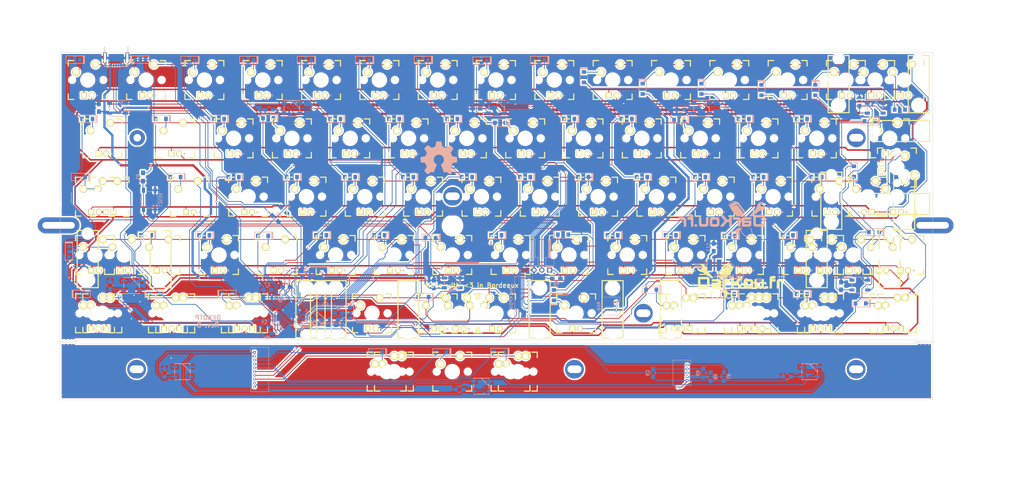
<source format=kicad_pcb>
(kicad_pcb (version 4) (host pcbnew 4.0.7)
  (title_block (title DK60TP) (date 2017-10-07) (rev B) (company DarKou))
  (layers (0 F.Cu signal) (31 B.Cu signal) (34 B.Paste user) (35 F.Paste user) (36 B.SilkS user) (37 F.SilkS user) (38 B.Mask user) (39 F.Mask user) (44 Edge.Cuts user))
  (net 0 "")
  (net 1 LED_CATH)
  (net 2 LED_AN)
  (net 3 XTAL1)
  (net 4 GND)
  (net 5 XTAL2)
  (net 6 VCC)
  (net 7 "Net-(C8-Pad1)")
  (net 8 "Net-(C9-Pad1)")
  (net 9 Col0)
  (net 10 "Net-(DK0-Pad1)")
  (net 11 "Net-(DK1-Pad1)")
  (net 12 "Net-(DK2-Pad1)")
  (net 13 "Net-(DK3-Pad1)")
  (net 14 "Net-(DK4-Pad1)")
  (net 15 Col6)
  (net 16 "Net-(DK6-Pad1)")
  (net 17 Col1)
  (net 18 "Net-(DK10-Pad1)")
  (net 19 "Net-(DK11-Pad1)")
  (net 20 "Net-(DK12-Pad1)")
  (net 21 "Net-(DK13-Pad1)")
  (net 22 "Net-(DK14-Pad1)")
  (net 23 Col2)
  (net 24 "Net-(DK20-Pad1)")
  (net 25 "Net-(DK21-Pad1)")
  (net 26 "Net-(DK22-Pad1)")
  (net 27 "Net-(DK23-Pad1)")
  (net 28 "Net-(DK24-Pad1)")
  (net 29 Col3)
  (net 30 "Net-(DK30-Pad1)")
  (net 31 "Net-(DK31-Pad1)")
  (net 32 "Net-(DK32-Pad1)")
  (net 33 "Net-(DK33-Pad1)")
  (net 34 /TRACKPOINT/Col3)
  (net 35 "Net-(DK34-Pad1)")
  (net 36 Col4)
  (net 37 "Net-(DK40-Pad1)")
  (net 38 "Net-(DK41-Pad1)")
  (net 39 "Net-(DK42-Pad1)")
  (net 40 "Net-(DK43-Pad1)")
  (net 41 /TRACKPOINT/Col4)
  (net 42 "Net-(DK44-Pad1)")
  (net 43 Col5)
  (net 44 "Net-(DK50-Pad1)")
  (net 45 "Net-(DK51-Pad1)")
  (net 46 "Net-(DK52-Pad1)")
  (net 47 "Net-(DK53-Pad1)")
  (net 48 "Net-(DK54-Pad1)")
  (net 49 "Net-(DK61-Pad1)")
  (net 50 "Net-(DK62-Pad1)")
  (net 51 "Net-(DK63-Pad1)")
  (net 52 "Net-(DK64-Pad1)")
  (net 53 Col7)
  (net 54 "Net-(DK70-Pad1)")
  (net 55 "Net-(DK71-Pad1)")
  (net 56 "Net-(DK72-Pad1)")
  (net 57 "Net-(DK73-Pad1)")
  (net 58 Col8)
  (net 59 "Net-(DK80-Pad1)")
  (net 60 "Net-(DK81-Pad1)")
  (net 61 "Net-(DK82-Pad1)")
  (net 62 "Net-(DK83-Pad1)")
  (net 63 Col9)
  (net 64 "Net-(DK90-Pad1)")
  (net 65 "Net-(DK91-Pad1)")
  (net 66 "Net-(DK92-Pad1)")
  (net 67 "Net-(DK93-Pad1)")
  (net 68 "Net-(DK94-Pad1)")
  (net 69 ColA)
  (net 70 "Net-(DKA0-Pad1)")
  (net 71 "Net-(DKA1-Pad1)")
  (net 72 "Net-(DKA2-Pad1)")
  (net 73 "Net-(DKA3-Pad1)")
  (net 74 "Net-(DKA4-Pad1)")
  (net 75 ColB)
  (net 76 "Net-(DKB0-Pad1)")
  (net 77 "Net-(DKB1-Pad1)")
  (net 78 "Net-(DKB2-Pad1)")
  (net 79 "Net-(DKB3-Pad1)")
  (net 80 "Net-(DKB4-Pad1)")
  (net 81 ColC)
  (net 82 "Net-(DKC1-Pad1)")
  (net 83 "Net-(DKC2-Pad1)")
  (net 84 "Net-(DKC3-Pad1)")
  (net 85 "Net-(DKC4-Pad1)")
  (net 86 ColD)
  (net 87 "Net-(DKD0-Pad1)")
  (net 88 "Net-(DKD1-Pad1)")
  (net 89 "Net-(DKD2-Pad1)")
  (net 90 "Net-(DKD3-Pad1)")
  (net 91 "Net-(DKD4-Pad1)")
  (net 92 "Net-(J1-Pad2)")
  (net 93 "Net-(J1-Pad3)")
  (net 94 DOUT)
  (net 95 Row0)
  (net 96 Row4)
  (net 97 Row1)
  (net 98 Row2)
  (net 99 Row3)
  (net 100 /TRACKPOINT/Row4)
  (net 101 "Net-(KC0-Pad1)")
  (net 102 "Net-(L1-Pad1)")
  (net 103 "Net-(J3-Pad2)")
  (net 104 D5)
  (net 105 D2)
  (net 106 /TRACKPOINT/D5)
  (net 107 /TRACKPOINT/D2)
  (net 108 /TRACKPOINT/RGB)
  (net 109 RESET)
  (net 110 "Net-(R2-Pad2)")
  (net 111 "Net-(R3-Pad1)")
  (net 112 CAPS_LED)
  (net 113 "Net-(J3-Pad1)")
  (net 114 RGB)
  (net 115 "Net-(RGB0-Pad2)")
  (net 116 "Net-(RGB1-Pad2)")
  (net 117 "Net-(RGB2-Pad2)")
  (net 118 "Net-(RGB3-Pad2)")
  (net 119 "Net-(RGB4-Pad2)")
  (net 120 "Net-(RGB5-Pad2)")
  (net 121 "Net-(RGB6-Pad2)")
  (net 122 "Net-(RGB8-Pad2)")
  (net 123 "Net-(RGB10-Pad4)")
  (net 124 BACKLIT)
  (net 125 "Net-(R4-Pad1)")
  (net 126 "Net-(DK74-Pad1)")
  (net 127 /TRACKPOINT/Col8)
  (net 128 "Net-(DK84-Pad1)")
  (module Connectors_Molex:Molex_PicoBlade_53048-0310_03x1.25mm_Angled (layer B.Cu) (at 245.61375 124.05625 90)
    (fp_text reference J2 hide)
    (fp_text value RGB (at 1.25 -5.75 90) (layer B.SilkS) (effects (justify mirror)))
    (pad 1 thru_hole rect (at 0 0 90) (size 0.85 0.85) (drill 0.5) (layers *.Cu *.Mask) (net 6 VCC))
    (pad 2 thru_hole circle (at 1.25 0 90) (size 0.85 0.85) (drill 0.5) (layers *.Cu *.Mask) (net 4 GND))
    (pad 3 thru_hole circle (at 2.5 0 90) (size 0.85 0.85) (drill 0.5) (layers *.Cu *.Mask) (net 94 DOUT))
  )
  (module Housings_DFN_QFN:QFN-44-1EP_7x7mm_Pitch0.5mm (layer B.Cu) (at 139.505 124.15625 225)
    (fp_text reference U0 (at 0 4.75 225) (layer B.SilkS) (effects (justify mirror)))
    (fp_text value ATMEGA32U4-MU)
    (pad 1 smd rect (at -3.4 2.5 225) (size 0.7 0.25) (layers B.Cu B.Paste B.Mask) (net 112 CAPS_LED))
    (pad 2 smd rect (at -3.4 2 225) (size 0.7 0.25) (layers B.Cu B.Paste B.Mask) (net 6 VCC))
    (pad 3 smd rect (at -3.4 1.5 225) (size 0.7 0.25) (layers B.Cu B.Paste B.Mask) (net 111 "Net-(R3-Pad1)"))
    (pad 4 smd rect (at -3.4 1 225) (size 0.7 0.25) (layers B.Cu B.Paste B.Mask) (net 125 "Net-(R4-Pad1)"))
    (pad 5 smd rect (at -3.4 0.5 225) (size 0.7 0.25) (layers B.Cu B.Paste B.Mask) (net 4 GND))
    (pad 6 smd rect (at -3.4 0 225) (size 0.7 0.25) (layers B.Cu B.Paste B.Mask) (net 7 "Net-(C8-Pad1)"))
    (pad 7 smd rect (at -3.4 -0.5 225) (size 0.7 0.25) (layers B.Cu B.Paste B.Mask) (net 6 VCC))
    (pad 8 smd rect (at -3.4 -1 225) (size 0.7 0.25) (layers B.Cu B.Paste B.Mask) (net 43 Col5))
    (pad 9 smd rect (at -3.4 -1.5 225) (size 0.7 0.25) (layers B.Cu B.Paste B.Mask) (net 99 Row3))
    (pad 10 smd rect (at -3.4 -2 225) (size 0.7 0.25) (layers B.Cu B.Paste B.Mask) (net 15 Col6))
    (pad 11 smd rect (at -3.4 -2.5 225) (size 0.7 0.25) (layers B.Cu B.Paste B.Mask) (net 53 Col7))
    (pad 12 smd rect (at -2.5 -3.4 135) (size 0.7 0.25) (layers B.Cu B.Paste B.Mask) (net 124 BACKLIT))
    (pad 13 smd rect (at -2 -3.4 135) (size 0.7 0.25) (layers B.Cu B.Paste B.Mask) (net 109 RESET))
    (pad 14 smd rect (at -1.5 -3.4 135) (size 0.7 0.25) (layers B.Cu B.Paste B.Mask) (net 6 VCC))
    (pad 15 smd rect (at -1 -3.4 135) (size 0.7 0.25) (layers B.Cu B.Paste B.Mask) (net 4 GND))
    (pad 16 smd rect (at -0.5 -3.4 135) (size 0.7 0.25) (layers B.Cu B.Paste B.Mask) (net 3 XTAL1))
    (pad 17 smd rect (at 0 -3.4 135) (size 0.7 0.25) (layers B.Cu B.Paste B.Mask) (net 5 XTAL2))
    (pad 18 smd rect (at 0.5 -3.4 135) (size 0.7 0.25) (layers B.Cu B.Paste B.Mask) (net 81 ColC))
    (pad 19 smd rect (at 1 -3.4 135) (size 0.7 0.25) (layers B.Cu B.Paste B.Mask) (net 75 ColB))
    (pad 20 smd rect (at 1.5 -3.4 135) (size 0.7 0.25) (layers B.Cu B.Paste B.Mask) (net 105 D2))
    (pad 21 smd rect (at 2 -3.4 135) (size 0.7 0.25) (layers B.Cu B.Paste B.Mask) (net 69 ColA))
    (pad 22 smd rect (at 2.5 -3.4 135) (size 0.7 0.25) (layers B.Cu B.Paste B.Mask) (net 104 D5))
    (pad 23 smd rect (at 3.4 -2.5 225) (size 0.7 0.25) (layers B.Cu B.Paste B.Mask) (net 4 GND))
    (pad 24 smd rect (at 3.4 -2 225) (size 0.7 0.25) (layers B.Cu B.Paste B.Mask) (net 6 VCC))
    (pad 25 smd rect (at 3.4 -1.5 225) (size 0.7 0.25) (layers B.Cu B.Paste B.Mask) (net 86 ColD))
    (pad 26 smd rect (at 3.4 -1 225) (size 0.7 0.25) (layers B.Cu B.Paste B.Mask) (net 96 Row4))
    (pad 27 smd rect (at 3.4 -0.5 225) (size 0.7 0.25) (layers B.Cu B.Paste B.Mask) (net 114 RGB))
    (pad 28 smd rect (at 3.4 0 225) (size 0.7 0.25) (layers B.Cu B.Paste B.Mask) (net 9 Col0))
    (pad 29 smd rect (at 3.4 0.5 225) (size 0.7 0.25) (layers B.Cu B.Paste B.Mask) (net 17 Col1))
    (pad 30 smd rect (at 3.4 1 225) (size 0.7 0.25) (layers B.Cu B.Paste B.Mask) (net 98 Row2))
    (pad 31 smd rect (at 3.4 1.5 225) (size 0.7 0.25) (layers B.Cu B.Paste B.Mask) (net 23 Col2))
    (pad 32 smd rect (at 3.4 2 225) (size 0.7 0.25) (layers B.Cu B.Paste B.Mask) (net 95 Row0))
    (pad 33 smd rect (at 3.4 2.5 225) (size 0.7 0.25) (layers B.Cu B.Paste B.Mask) (net 110 "Net-(R2-Pad2)"))
    (pad 34 smd rect (at 2.5 3.4 135) (size 0.7 0.25) (layers B.Cu B.Paste B.Mask) (net 6 VCC))
    (pad 35 smd rect (at 2 3.4 135) (size 0.7 0.25) (layers B.Cu B.Paste B.Mask) (net 4 GND))
    (pad 36 smd rect (at 1.5 3.4 135) (size 0.7 0.25) (layers B.Cu B.Paste B.Mask) (net 29 Col3))
    (pad 37 smd rect (at 1 3.4 135) (size 0.7 0.25) (layers B.Cu B.Paste B.Mask) (net 36 Col4))
    (pad 38 smd rect (at 0.5 3.4 135) (size 0.7 0.25) (layers B.Cu B.Paste B.Mask) (net 97 Row1))
    (pad 39 smd rect (at 0 3.4 135) (size 0.7 0.25) (layers B.Cu B.Paste B.Mask) (net 58 Col8))
    (pad 40 smd rect (at -0.5 3.4 135) (size 0.7 0.25) (layers B.Cu B.Paste B.Mask) (net 63 Col9))
    (pad 41 smd rect (at -1 3.4 135) (size 0.7 0.25) (layers B.Cu B.Paste B.Mask))
    (pad 42 smd rect (at -1.5 3.4 135) (size 0.7 0.25) (layers B.Cu B.Paste B.Mask))
    (pad 43 smd rect (at -2 3.4 135) (size 0.7 0.25) (layers B.Cu B.Paste B.Mask) (net 4 GND))
    (pad 44 smd rect (at -2.5 3.4 135) (size 0.7 0.25) (layers B.Cu B.Paste B.Mask) (net 6 VCC))
    (pad 45 smd rect (at 1.93125 -1.93125 225) (size 1.2875 1.2875) (layers B.Cu B.Paste B.Mask) (net 4 GND))
    (pad 45 smd rect (at 1.93125 -0.64375 225) (size 1.2875 1.2875) (layers B.Cu B.Paste B.Mask) (net 4 GND))
    (pad 45 smd rect (at 1.93125 0.64375 225) (size 1.2875 1.2875) (layers B.Cu B.Paste B.Mask) (net 4 GND))
    (pad 45 smd rect (at 1.93125 1.93125 225) (size 1.2875 1.2875) (layers B.Cu B.Paste B.Mask) (net 4 GND))
    (pad 45 smd rect (at 0.64375 -1.93125 225) (size 1.2875 1.2875) (layers B.Cu B.Paste B.Mask) (net 4 GND))
    (pad 45 smd rect (at 0.64375 -0.64375 225) (size 1.2875 1.2875) (layers B.Cu B.Paste B.Mask) (net 4 GND))
    (pad 45 smd rect (at 0.64375 0.64375 225) (size 1.2875 1.2875) (layers B.Cu B.Paste B.Mask) (net 4 GND))
    (pad 45 smd rect (at 0.64375 1.93125 225) (size 1.2875 1.2875) (layers B.Cu B.Paste B.Mask) (net 4 GND))
    (pad 45 smd rect (at -0.64375 -1.93125 225) (size 1.2875 1.2875) (layers B.Cu B.Paste B.Mask) (net 4 GND))
    (pad 45 smd rect (at -0.64375 -0.64375 225) (size 1.2875 1.2875) (layers B.Cu B.Paste B.Mask) (net 4 GND))
    (pad 45 smd rect (at -0.64375 0.64375 225) (size 1.2875 1.2875) (layers B.Cu B.Paste B.Mask) (net 4 GND))
    (pad 45 smd rect (at -0.64375 1.93125 225) (size 1.2875 1.2875) (layers B.Cu B.Paste B.Mask) (net 4 GND))
    (pad 45 smd rect (at -1.93125 -1.93125 225) (size 1.2875 1.2875) (layers B.Cu B.Paste B.Mask) (net 4 GND))
    (pad 45 smd rect (at -1.93125 -0.64375 225) (size 1.2875 1.2875) (layers B.Cu B.Paste B.Mask) (net 4 GND))
    (pad 45 smd rect (at -1.93125 0.64375 225) (size 1.2875 1.2875) (layers B.Cu B.Paste B.Mask) (net 4 GND))
    (pad 45 smd rect (at -1.93125 1.93125 225) (size 1.2875 1.2875) (layers B.Cu B.Paste B.Mask) (net 4 GND))
  )
  (module Footprint:MXST (layer F.Cu) (at 144.3675 125.18125 180)
    (fp_text reference 6.25U_0 hide)
    (fp_text value 6.25U hide)
    (pad "" np_thru_hole circle (at 0 -6.985 180) (size 3.048 3.048) (drill 3.048) (layers *.Cu *.Mask))
    (pad "" np_thru_hole circle (at 0 8.255 180) (size 3.9802 3.9802) (drill 3.9802) (layers *.Cu *.Mask))
  )
  (module Footprint:Mx_125 (layer F.Cu) (at 75.3375 125.18125)
    (fp_text reference K40 hide)
    (fp_text value K40 hide)
    (pad HOLE np_thru_hole circle (at 0 0) (size 3.9878 3.9878) (drill 3.9878) (layers *.Cu))
    (pad HOLE np_thru_hole circle (at -5.08 0) (size 1.7018 1.7018) (drill 1.7018) (layers *.Cu))
    (pad HOLE np_thru_hole circle (at 5.08 0) (size 1.7018 1.7018) (drill 1.7018) (layers *.Cu))
    (pad 1 thru_hole circle (at -3.81 -2.54 330.95) (size 2.5 2.5) (drill 1.5) (layers *.Cu *.Mask F.SilkS) (net 14 "Net-(DK4-Pad1)"))
    (pad 2 thru_hole circle (at 2.54 -5.08 356.1) (size 2.5 2.5) (drill 1.5) (layers *.Cu *.Mask F.SilkS) (net 96 Row4))
  )
  (module Footprint:LED_TH_BIVAR (layer F.Cu) (at 72.95625 53.98125)
    (fp_text reference BL0 hide)
    (fp_text value LED hide)
    (fp_text user + (at 3.048 0) (layer B.SilkS) (effects (justify mirror)))
    (pad 1 thru_hole rect (at -1.27 0) (size 1.9 1.9) (drill 1.1176) (layers *.Cu *.Mask F.SilkS) (net 1 LED_CATH))
    (pad 2 thru_hole circle (at 1.27 0) (size 1.9 1.9) (drill 1.1176) (layers *.Cu *.Mask F.SilkS) (net 2 LED_AN))
  )
  (module Footprint:LED_TH_BIVAR (layer F.Cu) (at 77.71875 73.03125)
    (fp_text reference BL10 hide)
    (fp_text value LED hide)
    (fp_text user + (at 3.048 0) (layer B.SilkS) (effects (justify mirror)))
    (pad 1 thru_hole rect (at -1.27 0) (size 1.9 1.9) (drill 1.1176) (layers *.Cu *.Mask F.SilkS) (net 1 LED_CATH))
    (pad 2 thru_hole circle (at 1.27 0) (size 1.9 1.9) (drill 1.1176) (layers *.Cu *.Mask F.SilkS) (net 2 LED_AN))
  )
  (module Footprint:LED_TH_BIVAR (layer F.Cu) (at 75.3375 92.08125)
    (fp_text reference BL20 hide)
    (fp_text value LED hide)
    (fp_text user + (at 3.048 0) (layer B.SilkS) (effects (justify mirror)))
    (pad 1 thru_hole rect (at -1.27 0) (size 1.9 1.9) (drill 1.1176) (layers *.Cu *.Mask F.SilkS) (net 1 LED_CATH))
    (pad 2 thru_hole circle (at 1.27 0) (size 1.9 1.9) (drill 1.1176) (layers *.Cu *.Mask F.SilkS) (net 2 LED_AN))
  )
  (module Footprint:LED_TH_BIVAR (layer F.Cu) (at 80.1 92.08125 180)
    (fp_text reference BL21 hide)
    (fp_text value LED hide)
    (fp_text user + (at 3.048 0 180) (layer B.SilkS) (effects (justify mirror)))
    (pad 1 thru_hole rect (at -1.27 0 180) (size 1.9 1.9) (drill 1.1176) (layers *.Cu *.Mask F.SilkS) (net 1 LED_CATH))
    (pad 2 thru_hole circle (at 1.27 0 180) (size 1.9 1.9) (drill 1.1176) (layers *.Cu *.Mask F.SilkS) (net 2 LED_AN))
  )
  (module Footprint:LED_TH_BIVAR (layer F.Cu) (at 75.3375 111.13125)
    (fp_text reference BL30 hide)
    (fp_text value LED hide)
    (fp_text user + (at 3.048 0) (layer B.SilkS) (effects (justify mirror)))
    (pad 1 thru_hole rect (at -1.27 0) (size 1.9 1.9) (drill 1.1176) (layers *.Cu *.Mask F.SilkS) (net 1 LED_CATH))
    (pad 2 thru_hole circle (at 1.27 0) (size 1.9 1.9) (drill 1.1176) (layers *.Cu *.Mask F.SilkS) (net 2 LED_AN))
  )
  (module Footprint:LED_TH_BIVAR (layer F.Cu) (at 96.76875 111.13125)
    (fp_text reference BL31 hide)
    (fp_text value LED hide)
    (fp_text user + (at 3.048 0) (layer B.SilkS) (effects (justify mirror)))
    (pad 1 thru_hole rect (at -1.27 0) (size 1.9 1.9) (drill 1.1176) (layers *.Cu *.Mask F.SilkS) (net 1 LED_CATH))
    (pad 2 thru_hole circle (at 1.27 0) (size 1.9 1.9) (drill 1.1176) (layers *.Cu *.Mask F.SilkS) (net 2 LED_AN))
  )
  (module Footprint:LED_TH_BIVAR (layer F.Cu) (at 75.3375 130.18125)
    (fp_text reference BL40 hide)
    (fp_text value LED hide)
    (fp_text user + (at 3.048 0) (layer B.SilkS) (effects (justify mirror)))
    (pad 1 thru_hole rect (at -1.27 0) (size 1.9 1.9) (drill 1.1176) (layers *.Cu *.Mask F.SilkS) (net 1 LED_CATH))
    (pad 2 thru_hole circle (at 1.27 0) (size 1.9 1.9) (drill 1.1176) (layers *.Cu *.Mask F.SilkS) (net 2 LED_AN))
  )
  (module Footprint:LED_TH_BIVAR (layer F.Cu) (at 77.71875 130.18125 180)
    (fp_text reference BL41 hide)
    (fp_text value LED hide)
    (fp_text user + (at 3.048 0 180) (layer B.SilkS) (effects (justify mirror)))
    (pad 1 thru_hole rect (at -1.27 0 180) (size 1.9 1.9) (drill 1.1176) (layers *.Cu *.Mask F.SilkS) (net 1 LED_CATH))
    (pad 2 thru_hole circle (at 1.27 0 180) (size 1.9 1.9) (drill 1.1176) (layers *.Cu *.Mask F.SilkS) (net 2 LED_AN))
  )
  (module Footprint:LED_TH_BIVAR (layer F.Cu) (at 92.00625 53.98125)
    (fp_text reference BL100 hide)
    (fp_text value LED hide)
    (fp_text user + (at 3.048 0) (layer B.SilkS) (effects (justify mirror)))
    (pad 1 thru_hole rect (at -1.27 0) (size 1.9 1.9) (drill 1.1176) (layers *.Cu *.Mask F.SilkS) (net 1 LED_CATH))
    (pad 2 thru_hole circle (at 1.27 0) (size 1.9 1.9) (drill 1.1176) (layers *.Cu *.Mask F.SilkS) (net 2 LED_AN))
  )
  (module Footprint:LED_TH_BIVAR (layer F.Cu) (at 101.53125 73.03125)
    (fp_text reference BL110 hide)
    (fp_text value LED hide)
    (fp_text user + (at 3.048 0) (layer B.SilkS) (effects (justify mirror)))
    (pad 1 thru_hole rect (at -1.27 0) (size 1.9 1.9) (drill 1.1176) (layers *.Cu *.Mask F.SilkS) (net 1 LED_CATH))
    (pad 2 thru_hole circle (at 1.27 0) (size 1.9 1.9) (drill 1.1176) (layers *.Cu *.Mask F.SilkS) (net 2 LED_AN))
  )
  (module Footprint:LED_TH_BIVAR (layer F.Cu) (at 106.29375 92.08125)
    (fp_text reference BL120 hide)
    (fp_text value LED hide)
    (fp_text user + (at 3.048 0) (layer B.SilkS) (effects (justify mirror)))
    (pad 1 thru_hole rect (at -1.27 0) (size 1.9 1.9) (drill 1.1176) (layers *.Cu *.Mask F.SilkS) (net 1 LED_CATH))
    (pad 2 thru_hole circle (at 1.27 0) (size 1.9 1.9) (drill 1.1176) (layers *.Cu *.Mask F.SilkS) (net 2 LED_AN))
  )
  (module Footprint:LED_TH_BIVAR (layer F.Cu) (at 84.8625 111.13125)
    (fp_text reference BL130 hide)
    (fp_text value LED hide)
    (fp_text user + (at 3.048 0) (layer B.SilkS) (effects (justify mirror)))
    (pad 1 thru_hole rect (at -1.27 0) (size 1.9 1.9) (drill 1.1176) (layers *.Cu *.Mask F.SilkS) (net 1 LED_CATH))
    (pad 2 thru_hole circle (at 1.27 0) (size 1.9 1.9) (drill 1.1176) (layers *.Cu *.Mask F.SilkS) (net 2 LED_AN))
  )
  (module Footprint:LED_TH_BIVAR (layer F.Cu) (at 99.15 130.18125)
    (fp_text reference BL140 hide)
    (fp_text value LED hide)
    (fp_text user + (at 3.048 0) (layer B.SilkS) (effects (justify mirror)))
    (pad 1 thru_hole rect (at -1.27 0) (size 1.9 1.9) (drill 1.1176) (layers *.Cu *.Mask F.SilkS) (net 1 LED_CATH))
    (pad 2 thru_hole circle (at 1.27 0) (size 1.9 1.9) (drill 1.1176) (layers *.Cu *.Mask F.SilkS) (net 2 LED_AN))
  )
  (module Footprint:LED_TH_BIVAR (layer F.Cu) (at 101.53125 130.18125 180)
    (fp_text reference BL141 hide)
    (fp_text value LED hide)
    (fp_text user + (at 3.048 0 180) (layer B.SilkS) (effects (justify mirror)))
    (pad 1 thru_hole rect (at -1.27 0 180) (size 1.9 1.9) (drill 1.1176) (layers *.Cu *.Mask F.SilkS) (net 1 LED_CATH))
    (pad 2 thru_hole circle (at 1.27 0 180) (size 1.9 1.9) (drill 1.1176) (layers *.Cu *.Mask F.SilkS) (net 2 LED_AN))
  )
  (module Footprint:LED_TH_BIVAR (layer F.Cu) (at 111.05625 53.98125)
    (fp_text reference BL200 hide)
    (fp_text value LED hide)
    (fp_text user + (at 3.048 0) (layer B.SilkS) (effects (justify mirror)))
    (pad 1 thru_hole rect (at -1.27 0) (size 1.9 1.9) (drill 1.1176) (layers *.Cu *.Mask F.SilkS) (net 1 LED_CATH))
    (pad 2 thru_hole circle (at 1.27 0) (size 1.9 1.9) (drill 1.1176) (layers *.Cu *.Mask F.SilkS) (net 2 LED_AN))
  )
  (module Footprint:LED_TH_BIVAR (layer F.Cu) (at 120.58125 73.03125)
    (fp_text reference BL210 hide)
    (fp_text value LED hide)
    (fp_text user + (at 3.048 0) (layer B.SilkS) (effects (justify mirror)))
    (pad 1 thru_hole rect (at -1.27 0) (size 1.9 1.9) (drill 1.1176) (layers *.Cu *.Mask F.SilkS) (net 1 LED_CATH))
    (pad 2 thru_hole circle (at 1.27 0) (size 1.9 1.9) (drill 1.1176) (layers *.Cu *.Mask F.SilkS) (net 2 LED_AN))
  )
  (module Footprint:LED_TH_BIVAR (layer F.Cu) (at 125.34375 92.08125)
    (fp_text reference BL220 hide)
    (fp_text value LED hide)
    (fp_text user + (at 3.048 0) (layer B.SilkS) (effects (justify mirror)))
    (pad 1 thru_hole rect (at -1.27 0) (size 1.9 1.9) (drill 1.1176) (layers *.Cu *.Mask F.SilkS) (net 1 LED_CATH))
    (pad 2 thru_hole circle (at 1.27 0) (size 1.9 1.9) (drill 1.1176) (layers *.Cu *.Mask F.SilkS) (net 2 LED_AN))
  )
  (module Footprint:LED_TH_BIVAR (layer F.Cu) (at 115.81875 111.13125)
    (fp_text reference BL230 hide)
    (fp_text value LED hide)
    (fp_text user + (at 3.048 0) (layer B.SilkS) (effects (justify mirror)))
    (pad 1 thru_hole rect (at -1.27 0) (size 1.9 1.9) (drill 1.1176) (layers *.Cu *.Mask F.SilkS) (net 1 LED_CATH))
    (pad 2 thru_hole circle (at 1.27 0) (size 1.9 1.9) (drill 1.1176) (layers *.Cu *.Mask F.SilkS) (net 2 LED_AN))
  )
  (module Footprint:LED_TH_BIVAR (layer F.Cu) (at 122.9625 130.18125)
    (fp_text reference BL240 hide)
    (fp_text value LED hide)
    (fp_text user + (at 3.048 0) (layer B.SilkS) (effects (justify mirror)))
    (pad 1 thru_hole rect (at -1.27 0) (size 1.9 1.9) (drill 1.1176) (layers *.Cu *.Mask F.SilkS) (net 1 LED_CATH))
    (pad 2 thru_hole circle (at 1.27 0) (size 1.9 1.9) (drill 1.1176) (layers *.Cu *.Mask F.SilkS) (net 2 LED_AN))
  )
  (module Footprint:LED_TH_BIVAR (layer F.Cu) (at 125.34375 130.18125 180)
    (fp_text reference BL241 hide)
    (fp_text value LED hide)
    (fp_text user + (at 3.048 0 180) (layer B.SilkS) (effects (justify mirror)))
    (pad 1 thru_hole rect (at -1.27 0 180) (size 1.9 1.9) (drill 1.1176) (layers *.Cu *.Mask F.SilkS) (net 1 LED_CATH))
    (pad 2 thru_hole circle (at 1.27 0 180) (size 1.9 1.9) (drill 1.1176) (layers *.Cu *.Mask F.SilkS) (net 2 LED_AN))
  )
  (module Footprint:LED_TH_BIVAR (layer F.Cu) (at 130.10625 53.98125)
    (fp_text reference BL300 hide)
    (fp_text value LED hide)
    (fp_text user + (at 3.048 0) (layer B.SilkS) (effects (justify mirror)))
    (pad 1 thru_hole rect (at -1.27 0) (size 1.9 1.9) (drill 1.1176) (layers *.Cu *.Mask F.SilkS) (net 1 LED_CATH))
    (pad 2 thru_hole circle (at 1.27 0) (size 1.9 1.9) (drill 1.1176) (layers *.Cu *.Mask F.SilkS) (net 2 LED_AN))
  )
  (module Footprint:LED_TH_BIVAR (layer F.Cu) (at 139.63125 73.03125)
    (fp_text reference BL310 hide)
    (fp_text value LED hide)
    (fp_text user + (at 3.048 0) (layer B.SilkS) (effects (justify mirror)))
    (pad 1 thru_hole rect (at -1.27 0) (size 1.9 1.9) (drill 1.1176) (layers *.Cu *.Mask F.SilkS) (net 1 LED_CATH))
    (pad 2 thru_hole circle (at 1.27 0) (size 1.9 1.9) (drill 1.1176) (layers *.Cu *.Mask F.SilkS) (net 2 LED_AN))
  )
  (module Footprint:LED_TH_BIVAR (layer F.Cu) (at 144.39375 92.08125)
    (fp_text reference BL320 hide)
    (fp_text value LED hide)
    (fp_text user + (at 3.048 0) (layer B.SilkS) (effects (justify mirror)))
    (pad 1 thru_hole rect (at -1.27 0) (size 1.9 1.9) (drill 1.1176) (layers *.Cu *.Mask F.SilkS) (net 1 LED_CATH))
    (pad 2 thru_hole circle (at 1.27 0) (size 1.9 1.9) (drill 1.1176) (layers *.Cu *.Mask F.SilkS) (net 2 LED_AN))
  )
  (module Footprint:LED_TH_BIVAR (layer F.Cu) (at 134.86875 111.13125)
    (fp_text reference BL330 hide)
    (fp_text value LED hide)
    (fp_text user + (at 3.048 0) (layer B.SilkS) (effects (justify mirror)))
    (pad 1 thru_hole rect (at -1.27 0) (size 1.9 1.9) (drill 1.1176) (layers *.Cu *.Mask F.SilkS) (net 1 LED_CATH))
    (pad 2 thru_hole circle (at 1.27 0) (size 1.9 1.9) (drill 1.1176) (layers *.Cu *.Mask F.SilkS) (net 2 LED_AN))
  )
  (module Footprint:LED_TH_BIVAR (layer F.Cu) (at 149.15625 53.98125)
    (fp_text reference BL400 hide)
    (fp_text value LED hide)
    (fp_text user + (at 3.048 0) (layer B.SilkS) (effects (justify mirror)))
    (pad 1 thru_hole rect (at -1.27 0) (size 1.9 1.9) (drill 1.1176) (layers *.Cu *.Mask F.SilkS) (net 1 LED_CATH))
    (pad 2 thru_hole circle (at 1.27 0) (size 1.9 1.9) (drill 1.1176) (layers *.Cu *.Mask F.SilkS) (net 2 LED_AN))
  )
  (module Footprint:LED_TH_BIVAR (layer F.Cu) (at 158.68125 73.03125)
    (fp_text reference BL410 hide)
    (fp_text value LED hide)
    (fp_text user + (at 3.048 0) (layer B.SilkS) (effects (justify mirror)))
    (pad 1 thru_hole rect (at -1.27 0) (size 1.9 1.9) (drill 1.1176) (layers *.Cu *.Mask F.SilkS) (net 1 LED_CATH))
    (pad 2 thru_hole circle (at 1.27 0) (size 1.9 1.9) (drill 1.1176) (layers *.Cu *.Mask F.SilkS) (net 2 LED_AN))
  )
  (module Footprint:LED_TH_BIVAR (layer F.Cu) (at 163.44375 92.08125)
    (fp_text reference BL420 hide)
    (fp_text value LED hide)
    (fp_text user + (at 3.048 0) (layer B.SilkS) (effects (justify mirror)))
    (pad 1 thru_hole rect (at -1.27 0) (size 1.9 1.9) (drill 1.1176) (layers *.Cu *.Mask F.SilkS) (net 1 LED_CATH))
    (pad 2 thru_hole circle (at 1.27 0) (size 1.9 1.9) (drill 1.1176) (layers *.Cu *.Mask F.SilkS) (net 2 LED_AN))
  )
  (module Footprint:LED_TH_BIVAR (layer F.Cu) (at 153.91875 111.13125)
    (fp_text reference BL430 hide)
    (fp_text value LED hide)
    (fp_text user + (at 3.048 0) (layer B.SilkS) (effects (justify mirror)))
    (pad 1 thru_hole rect (at -1.27 0) (size 1.9 1.9) (drill 1.1176) (layers *.Cu *.Mask F.SilkS) (net 1 LED_CATH))
    (pad 2 thru_hole circle (at 1.27 0) (size 1.9 1.9) (drill 1.1176) (layers *.Cu *.Mask F.SilkS) (net 2 LED_AN))
  )
  (module Footprint:LED_TH_BIVAR (layer F.Cu) (at 168.20625 53.98125)
    (fp_text reference BL500 hide)
    (fp_text value LED hide)
    (fp_text user + (at 3.048 0) (layer B.SilkS) (effects (justify mirror)))
    (pad 1 thru_hole rect (at -1.27 0) (size 1.9 1.9) (drill 1.1176) (layers *.Cu *.Mask F.SilkS) (net 1 LED_CATH))
    (pad 2 thru_hole circle (at 1.27 0) (size 1.9 1.9) (drill 1.1176) (layers *.Cu *.Mask F.SilkS) (net 2 LED_AN))
  )
  (module Footprint:LED_TH_BIVAR (layer F.Cu) (at 177.73125 73.03125)
    (fp_text reference BL510 hide)
    (fp_text value LED hide)
    (fp_text user + (at 3.048 0) (layer B.SilkS) (effects (justify mirror)))
    (pad 1 thru_hole rect (at -1.27 0) (size 1.9 1.9) (drill 1.1176) (layers *.Cu *.Mask F.SilkS) (net 1 LED_CATH))
    (pad 2 thru_hole circle (at 1.27 0) (size 1.9 1.9) (drill 1.1176) (layers *.Cu *.Mask F.SilkS) (net 2 LED_AN))
  )
  (module Footprint:LED_TH_BIVAR (layer F.Cu) (at 182.49375 92.08125)
    (fp_text reference BL520 hide)
    (fp_text value LED hide)
    (fp_text user + (at 3.048 0) (layer B.SilkS) (effects (justify mirror)))
    (pad 1 thru_hole rect (at -1.27 0) (size 1.9 1.9) (drill 1.1176) (layers *.Cu *.Mask F.SilkS) (net 1 LED_CATH))
    (pad 2 thru_hole circle (at 1.27 0) (size 1.9 1.9) (drill 1.1176) (layers *.Cu *.Mask F.SilkS) (net 2 LED_AN))
  )
  (module Footprint:LED_TH_BIVAR (layer F.Cu) (at 172.96875 111.13125)
    (fp_text reference BL530 hide)
    (fp_text value LED hide)
    (fp_text user + (at 3.048 0) (layer B.SilkS) (effects (justify mirror)))
    (pad 1 thru_hole rect (at -1.27 0) (size 1.9 1.9) (drill 1.1176) (layers *.Cu *.Mask F.SilkS) (net 1 LED_CATH))
    (pad 2 thru_hole circle (at 1.27 0) (size 1.9 1.9) (drill 1.1176) (layers *.Cu *.Mask F.SilkS) (net 2 LED_AN))
  )
  (module Footprint:LED_TH_BIVAR (layer F.Cu) (at 187.25625 53.98125)
    (fp_text reference BL600 hide)
    (fp_text value LED hide)
    (fp_text user + (at 3.048 0) (layer B.SilkS) (effects (justify mirror)))
    (pad 1 thru_hole rect (at -1.27 0) (size 1.9 1.9) (drill 1.1176) (layers *.Cu *.Mask F.SilkS) (net 1 LED_CATH))
    (pad 2 thru_hole circle (at 1.27 0) (size 1.9 1.9) (drill 1.1176) (layers *.Cu *.Mask F.SilkS) (net 2 LED_AN))
  )
  (module Footprint:LED_TH_BIVAR (layer F.Cu) (at 196.78125 73.03125)
    (fp_text reference BL610 hide)
    (fp_text value LED hide)
    (fp_text user + (at 3.048 0) (layer B.SilkS) (effects (justify mirror)))
    (pad 1 thru_hole rect (at -1.27 0) (size 1.9 1.9) (drill 1.1176) (layers *.Cu *.Mask F.SilkS) (net 1 LED_CATH))
    (pad 2 thru_hole circle (at 1.27 0) (size 1.9 1.9) (drill 1.1176) (layers *.Cu *.Mask F.SilkS) (net 2 LED_AN))
  )
  (module Footprint:LED_TH_BIVAR (layer F.Cu) (at 201.54375 92.08125)
    (fp_text reference BL620 hide)
    (fp_text value LED hide)
    (fp_text user + (at 3.048 0) (layer B.SilkS) (effects (justify mirror)))
    (pad 1 thru_hole rect (at -1.27 0) (size 1.9 1.9) (drill 1.1176) (layers *.Cu *.Mask F.SilkS) (net 1 LED_CATH))
    (pad 2 thru_hole circle (at 1.27 0) (size 1.9 1.9) (drill 1.1176) (layers *.Cu *.Mask F.SilkS) (net 2 LED_AN))
  )
  (module Footprint:LED_TH_BIVAR (layer F.Cu) (at 192.01875 111.13125)
    (fp_text reference BL630 hide)
    (fp_text value LED hide)
    (fp_text user + (at 3.048 0) (layer B.SilkS) (effects (justify mirror)))
    (pad 1 thru_hole rect (at -1.27 0) (size 1.9 1.9) (drill 1.1176) (layers *.Cu *.Mask F.SilkS) (net 1 LED_CATH))
    (pad 2 thru_hole circle (at 1.27 0) (size 1.9 1.9) (drill 1.1176) (layers *.Cu *.Mask F.SilkS) (net 2 LED_AN))
  )
  (module Footprint:LED_TH_BIVAR (layer F.Cu) (at 206.30625 130.18125)
    (fp_text reference BL640 hide)
    (fp_text value LED hide)
    (fp_text user + (at 3.048 0) (layer B.SilkS) (effects (justify mirror)))
    (pad 1 thru_hole rect (at -1.27 0) (size 1.9 1.9) (drill 1.1176) (layers *.Cu *.Mask F.SilkS) (net 1 LED_CATH))
    (pad 2 thru_hole circle (at 1.27 0) (size 1.9 1.9) (drill 1.1176) (layers *.Cu *.Mask F.SilkS) (net 2 LED_AN))
  )
  (module Footprint:LED_TH_BIVAR (layer F.Cu) (at 194.4 130.18125)
    (fp_text reference BL641 hide)
    (fp_text value LED hide)
    (fp_text user + (at 3.048 0) (layer B.SilkS) (effects (justify mirror)))
    (pad 1 thru_hole rect (at -1.27 0) (size 1.9 1.9) (drill 1.1176) (layers *.Cu *.Mask F.SilkS) (net 1 LED_CATH))
    (pad 2 thru_hole circle (at 1.27 0) (size 1.9 1.9) (drill 1.1176) (layers *.Cu *.Mask F.SilkS) (net 2 LED_AN))
  )
  (module Footprint:LED_TH_BIVAR (layer F.Cu) (at 187.25625 130.18125)
    (fp_text reference BL642 hide)
    (fp_text value LED hide)
    (fp_text user + (at 3.048 0) (layer B.SilkS) (effects (justify mirror)))
    (pad 1 thru_hole rect (at -1.27 0) (size 1.9 1.9) (drill 1.1176) (layers *.Cu *.Mask F.SilkS) (net 1 LED_CATH))
    (pad 2 thru_hole circle (at 1.27 0) (size 1.9 1.9) (drill 1.1176) (layers *.Cu *.Mask F.SilkS) (net 2 LED_AN))
  )
  (module Footprint:LED_TH_BIVAR (layer F.Cu) (at 206.30625 53.98125)
    (fp_text reference BL700 hide)
    (fp_text value LED hide)
    (fp_text user + (at 3.048 0) (layer B.SilkS) (effects (justify mirror)))
    (pad 1 thru_hole rect (at -1.27 0) (size 1.9 1.9) (drill 1.1176) (layers *.Cu *.Mask F.SilkS) (net 1 LED_CATH))
    (pad 2 thru_hole circle (at 1.27 0) (size 1.9 1.9) (drill 1.1176) (layers *.Cu *.Mask F.SilkS) (net 2 LED_AN))
  )
  (module Footprint:LED_TH_BIVAR (layer F.Cu) (at 215.83125 73.03125)
    (fp_text reference BL710 hide)
    (fp_text value LED hide)
    (fp_text user + (at 3.048 0) (layer B.SilkS) (effects (justify mirror)))
    (pad 1 thru_hole rect (at -1.27 0) (size 1.9 1.9) (drill 1.1176) (layers *.Cu *.Mask F.SilkS) (net 1 LED_CATH))
    (pad 2 thru_hole circle (at 1.27 0) (size 1.9 1.9) (drill 1.1176) (layers *.Cu *.Mask F.SilkS) (net 2 LED_AN))
  )
  (module Footprint:LED_TH_BIVAR (layer F.Cu) (at 220.59375 92.08125)
    (fp_text reference BL720 hide)
    (fp_text value LED hide)
    (fp_text user + (at 3.048 0) (layer B.SilkS) (effects (justify mirror)))
    (pad 1 thru_hole rect (at -1.27 0) (size 1.9 1.9) (drill 1.1176) (layers *.Cu *.Mask F.SilkS) (net 1 LED_CATH))
    (pad 2 thru_hole circle (at 1.27 0) (size 1.9 1.9) (drill 1.1176) (layers *.Cu *.Mask F.SilkS) (net 2 LED_AN))
  )
  (module Footprint:LED_TH_BIVAR (layer F.Cu) (at 211.06875 111.13125)
    (fp_text reference BL750 hide)
    (fp_text value LED hide)
    (fp_text user + (at 3.048 0) (layer B.SilkS) (effects (justify mirror)))
    (pad 1 thru_hole rect (at -1.27 0) (size 1.9 1.9) (drill 1.1176) (layers *.Cu *.Mask F.SilkS) (net 1 LED_CATH))
    (pad 2 thru_hole circle (at 1.27 0) (size 1.9 1.9) (drill 1.1176) (layers *.Cu *.Mask F.SilkS) (net 2 LED_AN))
  )
  (module Footprint:LED_TH_BIVAR (layer F.Cu) (at 225.35625 53.98125)
    (fp_text reference BL800 hide)
    (fp_text value LED hide)
    (fp_text user + (at 3.048 0) (layer B.SilkS) (effects (justify mirror)))
    (pad 1 thru_hole rect (at -1.27 0) (size 1.9 1.9) (drill 1.1176) (layers *.Cu *.Mask F.SilkS) (net 1 LED_CATH))
    (pad 2 thru_hole circle (at 1.27 0) (size 1.9 1.9) (drill 1.1176) (layers *.Cu *.Mask F.SilkS) (net 2 LED_AN))
  )
  (module Footprint:LED_TH_BIVAR (layer F.Cu) (at 234.88125 73.03125)
    (fp_text reference BL810 hide)
    (fp_text value LED hide)
    (fp_text user + (at 3.048 0) (layer B.SilkS) (effects (justify mirror)))
    (pad 1 thru_hole rect (at -1.27 0) (size 1.9 1.9) (drill 1.1176) (layers *.Cu *.Mask F.SilkS) (net 1 LED_CATH))
    (pad 2 thru_hole circle (at 1.27 0) (size 1.9 1.9) (drill 1.1176) (layers *.Cu *.Mask F.SilkS) (net 2 LED_AN))
  )
  (module Footprint:LED_TH_BIVAR (layer F.Cu) (at 239.64375 92.08125)
    (fp_text reference BL820 hide)
    (fp_text value LED hide)
    (fp_text user + (at 3.048 0) (layer B.SilkS) (effects (justify mirror)))
    (pad 1 thru_hole rect (at -1.27 0) (size 1.9 1.9) (drill 1.1176) (layers *.Cu *.Mask F.SilkS) (net 1 LED_CATH))
    (pad 2 thru_hole circle (at 1.27 0) (size 1.9 1.9) (drill 1.1176) (layers *.Cu *.Mask F.SilkS) (net 2 LED_AN))
  )
  (module Footprint:LED_TH_BIVAR (layer F.Cu) (at 230.11875 111.13125)
    (fp_text reference BL830 hide)
    (fp_text value LED hide)
    (fp_text user + (at 3.048 0) (layer B.SilkS) (effects (justify mirror)))
    (pad 1 thru_hole rect (at -1.27 0) (size 1.9 1.9) (drill 1.1176) (layers *.Cu *.Mask F.SilkS) (net 1 LED_CATH))
    (pad 2 thru_hole circle (at 1.27 0) (size 1.9 1.9) (drill 1.1176) (layers *.Cu *.Mask F.SilkS) (net 2 LED_AN))
  )
  (module Footprint:LED_TH_BIVAR (layer F.Cu) (at 244.40625 53.98125)
    (fp_text reference BL900 hide)
    (fp_text value LED hide)
    (fp_text user + (at 3.048 0) (layer B.SilkS) (effects (justify mirror)))
    (pad 1 thru_hole rect (at -1.27 0) (size 1.9 1.9) (drill 1.1176) (layers *.Cu *.Mask F.SilkS) (net 1 LED_CATH))
    (pad 2 thru_hole circle (at 1.27 0) (size 1.9 1.9) (drill 1.1176) (layers *.Cu *.Mask F.SilkS) (net 2 LED_AN))
  )
  (module Footprint:LED_TH_BIVAR (layer F.Cu) (at 253.93125 73.03125)
    (fp_text reference BL910 hide)
    (fp_text value LED hide)
    (fp_text user + (at 3.048 0) (layer B.SilkS) (effects (justify mirror)))
    (pad 1 thru_hole rect (at -1.27 0) (size 1.9 1.9) (drill 1.1176) (layers *.Cu *.Mask F.SilkS) (net 1 LED_CATH))
    (pad 2 thru_hole circle (at 1.27 0) (size 1.9 1.9) (drill 1.1176) (layers *.Cu *.Mask F.SilkS) (net 2 LED_AN))
  )
  (module Footprint:LED_TH_BIVAR (layer F.Cu) (at 258.69375 92.08125)
    (fp_text reference BL920 hide)
    (fp_text value LED hide)
    (fp_text user + (at 3.048 0) (layer B.SilkS) (effects (justify mirror)))
    (pad 1 thru_hole rect (at -1.27 0) (size 1.9 1.9) (drill 1.1176) (layers *.Cu *.Mask F.SilkS) (net 1 LED_CATH))
    (pad 2 thru_hole circle (at 1.27 0) (size 1.9 1.9) (drill 1.1176) (layers *.Cu *.Mask F.SilkS) (net 2 LED_AN))
  )
  (module Footprint:LED_TH_BIVAR (layer F.Cu) (at 249.16875 111.13125)
    (fp_text reference BL930 hide)
    (fp_text value LED hide)
    (fp_text user + (at 3.048 0) (layer B.SilkS) (effects (justify mirror)))
    (pad 1 thru_hole rect (at -1.27 0) (size 1.9 1.9) (drill 1.1176) (layers *.Cu *.Mask F.SilkS) (net 1 LED_CATH))
    (pad 2 thru_hole circle (at 1.27 0) (size 1.9 1.9) (drill 1.1176) (layers *.Cu *.Mask F.SilkS) (net 2 LED_AN))
  )
  (module Footprint:LED_TH_BIVAR (layer F.Cu) (at 339.65625 53.98125)
    (fp_text reference BL940 hide)
    (fp_text value LED hide)
    (fp_text user + (at 3.048 0) (layer B.SilkS) (effects (justify mirror)))
    (pad 1 thru_hole rect (at -1.27 0) (size 1.9 1.9) (drill 1.1176) (layers *.Cu *.Mask F.SilkS) (net 1 LED_CATH))
    (pad 2 thru_hole circle (at 1.27 0) (size 1.9 1.9) (drill 1.1176) (layers *.Cu *.Mask F.SilkS) (net 2 LED_AN))
  )
  (module Footprint:LED_TH_BIVAR (layer F.Cu) (at 263.45625 53.98125)
    (fp_text reference BLA0 hide)
    (fp_text value LED hide)
    (fp_text user + (at 3.048 0) (layer B.SilkS) (effects (justify mirror)))
    (pad 1 thru_hole rect (at -1.27 0) (size 1.9 1.9) (drill 1.1176) (layers *.Cu *.Mask F.SilkS) (net 1 LED_CATH))
    (pad 2 thru_hole circle (at 1.27 0) (size 1.9 1.9) (drill 1.1176) (layers *.Cu *.Mask F.SilkS) (net 2 LED_AN))
  )
  (module Footprint:LED_TH_BIVAR (layer F.Cu) (at 272.98125 73.03125)
    (fp_text reference BLA10 hide)
    (fp_text value LED hide)
    (fp_text user + (at 3.048 0) (layer B.SilkS) (effects (justify mirror)))
    (pad 1 thru_hole rect (at -1.27 0) (size 1.9 1.9) (drill 1.1176) (layers *.Cu *.Mask F.SilkS) (net 1 LED_CATH))
    (pad 2 thru_hole circle (at 1.27 0) (size 1.9 1.9) (drill 1.1176) (layers *.Cu *.Mask F.SilkS) (net 2 LED_AN))
  )
  (module Footprint:LED_TH_BIVAR (layer F.Cu) (at 277.74375 92.08125)
    (fp_text reference BLA20 hide)
    (fp_text value LED hide)
    (fp_text user + (at 3.048 0) (layer B.SilkS) (effects (justify mirror)))
    (pad 1 thru_hole rect (at -1.27 0) (size 1.9 1.9) (drill 1.1176) (layers *.Cu *.Mask F.SilkS) (net 1 LED_CATH))
    (pad 2 thru_hole circle (at 1.27 0) (size 1.9 1.9) (drill 1.1176) (layers *.Cu *.Mask F.SilkS) (net 2 LED_AN))
  )
  (module Footprint:LED_TH_BIVAR (layer F.Cu) (at 268.21875 111.13125)
    (fp_text reference BLA30 hide)
    (fp_text value LED hide)
    (fp_text user + (at 3.048 0) (layer B.SilkS) (effects (justify mirror)))
    (pad 1 thru_hole rect (at -1.27 0) (size 1.9 1.9) (drill 1.1176) (layers *.Cu *.Mask F.SilkS) (net 1 LED_CATH))
    (pad 2 thru_hole circle (at 1.27 0) (size 1.9 1.9) (drill 1.1176) (layers *.Cu *.Mask F.SilkS) (net 2 LED_AN))
  )
  (module Footprint:LED_TH_BIVAR (layer F.Cu) (at 265.8375 130.18125)
    (fp_text reference BLA40 hide)
    (fp_text value LED hide)
    (fp_text user + (at 3.048 0) (layer B.SilkS) (effects (justify mirror)))
    (pad 1 thru_hole rect (at -1.27 0) (size 1.9 1.9) (drill 1.1176) (layers *.Cu *.Mask F.SilkS) (net 1 LED_CATH))
    (pad 2 thru_hole circle (at 1.27 0) (size 1.9 1.9) (drill 1.1176) (layers *.Cu *.Mask F.SilkS) (net 2 LED_AN))
  )
  (module Footprint:LED_TH_BIVAR (layer F.Cu) (at 268.21875 130.18125 180)
    (fp_text reference BLA41 hide)
    (fp_text value LED hide)
    (fp_text user + (at 3.048 0 180) (layer B.SilkS) (effects (justify mirror)))
    (pad 1 thru_hole rect (at -1.27 0 180) (size 1.9 1.9) (drill 1.1176) (layers *.Cu *.Mask F.SilkS) (net 1 LED_CATH))
    (pad 2 thru_hole circle (at 1.27 0 180) (size 1.9 1.9) (drill 1.1176) (layers *.Cu *.Mask F.SilkS) (net 2 LED_AN))
  )
  (module Footprint:LED_TH_BIVAR (layer F.Cu) (at 282.50625 53.98125)
    (fp_text reference BLB0 hide)
    (fp_text value LED hide)
    (fp_text user + (at 3.048 0) (layer B.SilkS) (effects (justify mirror)))
    (pad 1 thru_hole rect (at -1.27 0) (size 1.9 1.9) (drill 1.1176) (layers *.Cu *.Mask F.SilkS) (net 1 LED_CATH))
    (pad 2 thru_hole circle (at 1.27 0) (size 1.9 1.9) (drill 1.1176) (layers *.Cu *.Mask F.SilkS) (net 2 LED_AN))
  )
  (module Footprint:LED_TH_BIVAR (layer F.Cu) (at 292.03125 73.03125)
    (fp_text reference BLB10 hide)
    (fp_text value LED hide)
    (fp_text user + (at 3.048 0) (layer B.SilkS) (effects (justify mirror)))
    (pad 1 thru_hole rect (at -1.27 0) (size 1.9 1.9) (drill 1.1176) (layers *.Cu *.Mask F.SilkS) (net 1 LED_CATH))
    (pad 2 thru_hole circle (at 1.27 0) (size 1.9 1.9) (drill 1.1176) (layers *.Cu *.Mask F.SilkS) (net 2 LED_AN))
  )
  (module Footprint:LED_TH_BIVAR (layer F.Cu) (at 296.79375 92.08125)
    (fp_text reference BLB20 hide)
    (fp_text value LED hide)
    (fp_text user + (at 3.048 0) (layer B.SilkS) (effects (justify mirror)))
    (pad 1 thru_hole rect (at -1.27 0) (size 1.9 1.9) (drill 1.1176) (layers *.Cu *.Mask F.SilkS) (net 1 LED_CATH))
    (pad 2 thru_hole circle (at 1.27 0) (size 1.9 1.9) (drill 1.1176) (layers *.Cu *.Mask F.SilkS) (net 2 LED_AN))
  )
  (module Footprint:LED_TH_BIVAR (layer F.Cu) (at 287.26875 111.13125)
    (fp_text reference BLB30 hide)
    (fp_text value LED hide)
    (fp_text user + (at 3.048 0) (layer B.SilkS) (effects (justify mirror)))
    (pad 1 thru_hole rect (at -1.27 0) (size 1.9 1.9) (drill 1.1176) (layers *.Cu *.Mask F.SilkS) (net 1 LED_CATH))
    (pad 2 thru_hole circle (at 1.27 0) (size 1.9 1.9) (drill 1.1176) (layers *.Cu *.Mask F.SilkS) (net 2 LED_AN))
  )
  (module Footprint:LED_TH_BIVAR (layer F.Cu) (at 287.26875 130.18125)
    (fp_text reference BLB40 hide)
    (fp_text value LED hide)
    (fp_text user + (at 3.048 0) (layer B.SilkS) (effects (justify mirror)))
    (pad 1 thru_hole rect (at -1.27 0) (size 1.9 1.9) (drill 1.1176) (layers *.Cu *.Mask F.SilkS) (net 1 LED_CATH))
    (pad 2 thru_hole circle (at 1.27 0) (size 1.9 1.9) (drill 1.1176) (layers *.Cu *.Mask F.SilkS) (net 2 LED_AN))
  )
  (module Footprint:LED_TH_BIVAR (layer F.Cu) (at 289.65 130.18125 180)
    (fp_text reference BLB41 hide)
    (fp_text value LED hide)
    (fp_text user + (at 3.048 0 180) (layer B.SilkS) (effects (justify mirror)))
    (pad 1 thru_hole rect (at -1.27 0 180) (size 1.9 1.9) (drill 1.1176) (layers *.Cu *.Mask F.SilkS) (net 1 LED_CATH))
    (pad 2 thru_hole circle (at 1.27 0 180) (size 1.9 1.9) (drill 1.1176) (layers *.Cu *.Mask F.SilkS) (net 2 LED_AN))
  )
  (module Footprint:LED_TH_BIVAR (layer F.Cu) (at 292.03125 130.18125)
    (fp_text reference BLB42 hide)
    (fp_text value LED hide)
    (fp_text user + (at 3.048 0) (layer B.SilkS) (effects (justify mirror)))
    (pad 1 thru_hole rect (at -1.27 0) (size 1.9 1.9) (drill 1.1176) (layers *.Cu *.Mask F.SilkS) (net 1 LED_CATH))
    (pad 2 thru_hole circle (at 1.27 0) (size 1.9 1.9) (drill 1.1176) (layers *.Cu *.Mask F.SilkS) (net 2 LED_AN))
  )
  (module Footprint:LED_TH_BIVAR (layer F.Cu) (at 301.55625 53.98125)
    (fp_text reference BLC0 hide)
    (fp_text value LED hide)
    (fp_text user + (at 3.048 0) (layer B.SilkS) (effects (justify mirror)))
    (pad 1 thru_hole rect (at -1.27 0) (size 1.9 1.9) (drill 1.1176) (layers *.Cu *.Mask F.SilkS) (net 1 LED_CATH))
    (pad 2 thru_hole circle (at 1.27 0) (size 1.9 1.9) (drill 1.1176) (layers *.Cu *.Mask F.SilkS) (net 2 LED_AN))
  )
  (module Footprint:LED_TH_BIVAR (layer F.Cu) (at 311.08125 73.03125)
    (fp_text reference BLC10 hide)
    (fp_text value LED hide)
    (fp_text user + (at 3.048 0) (layer B.SilkS) (effects (justify mirror)))
    (pad 1 thru_hole rect (at -1.27 0) (size 1.9 1.9) (drill 1.1176) (layers *.Cu *.Mask F.SilkS) (net 1 LED_CATH))
    (pad 2 thru_hole circle (at 1.27 0) (size 1.9 1.9) (drill 1.1176) (layers *.Cu *.Mask F.SilkS) (net 2 LED_AN))
  )
  (module Footprint:LED_TH_BIVAR (layer F.Cu) (at 315.84375 92.08125)
    (fp_text reference BLC20 hide)
    (fp_text value LED hide)
    (fp_text user + (at 3.048 0) (layer B.SilkS) (effects (justify mirror)))
    (pad 1 thru_hole rect (at -1.27 0) (size 1.9 1.9) (drill 1.1176) (layers *.Cu *.Mask F.SilkS) (net 1 LED_CATH))
    (pad 2 thru_hole circle (at 1.27 0) (size 1.9 1.9) (drill 1.1176) (layers *.Cu *.Mask F.SilkS) (net 2 LED_AN))
  )
  (module Footprint:LED_TH_BIVAR (layer F.Cu) (at 306.31875 111.13125)
    (fp_text reference BLC30 hide)
    (fp_text value LED hide)
    (fp_text user + (at 3.048 0) (layer B.SilkS) (effects (justify mirror)))
    (pad 1 thru_hole rect (at -1.27 0) (size 1.9 1.9) (drill 1.1176) (layers *.Cu *.Mask F.SilkS) (net 1 LED_CATH))
    (pad 2 thru_hole circle (at 1.27 0) (size 1.9 1.9) (drill 1.1176) (layers *.Cu *.Mask F.SilkS) (net 2 LED_AN))
  )
  (module Footprint:LED_TH_BIVAR (layer F.Cu) (at 313.4625 111.13125)
    (fp_text reference BLC31 hide)
    (fp_text value LED hide)
    (fp_text user + (at 3.048 0) (layer B.SilkS) (effects (justify mirror)))
    (pad 1 thru_hole rect (at -1.27 0) (size 1.9 1.9) (drill 1.1176) (layers *.Cu *.Mask F.SilkS) (net 1 LED_CATH))
    (pad 2 thru_hole circle (at 1.27 0) (size 1.9 1.9) (drill 1.1176) (layers *.Cu *.Mask F.SilkS) (net 2 LED_AN))
  )
  (module Footprint:LED_TH_BIVAR (layer F.Cu) (at 322.9875 111.13125)
    (fp_text reference BLC32 hide)
    (fp_text value LED hide)
    (fp_text user + (at 3.048 0) (layer B.SilkS) (effects (justify mirror)))
    (pad 1 thru_hole rect (at -1.27 0) (size 1.9 1.9) (drill 1.1176) (layers *.Cu *.Mask F.SilkS) (net 1 LED_CATH))
    (pad 2 thru_hole circle (at 1.27 0) (size 1.9 1.9) (drill 1.1176) (layers *.Cu *.Mask F.SilkS) (net 2 LED_AN))
  )
  (module Footprint:LED_TH_BIVAR (layer F.Cu) (at 311.08125 130.18125)
    (fp_text reference BLC40 hide)
    (fp_text value LED hide)
    (fp_text user + (at 3.048 0) (layer B.SilkS) (effects (justify mirror)))
    (pad 1 thru_hole rect (at -1.27 0) (size 1.9 1.9) (drill 1.1176) (layers *.Cu *.Mask F.SilkS) (net 1 LED_CATH))
    (pad 2 thru_hole circle (at 1.27 0) (size 1.9 1.9) (drill 1.1176) (layers *.Cu *.Mask F.SilkS) (net 2 LED_AN))
  )
  (module Footprint:LED_TH_BIVAR (layer F.Cu) (at 313.4625 130.18125 180)
    (fp_text reference BLC41 hide)
    (fp_text value LED hide)
    (fp_text user + (at 3.048 0 180) (layer B.SilkS) (effects (justify mirror)))
    (pad 1 thru_hole rect (at -1.27 0 180) (size 1.9 1.9) (drill 1.1176) (layers *.Cu *.Mask F.SilkS) (net 1 LED_CATH))
    (pad 2 thru_hole circle (at 1.27 0 180) (size 1.9 1.9) (drill 1.1176) (layers *.Cu *.Mask F.SilkS) (net 2 LED_AN))
  )
  (module Footprint:LED_TH_BIVAR (layer F.Cu) (at 320.60625 53.98125)
    (fp_text reference BLD0 hide)
    (fp_text value LED hide)
    (fp_text user + (at 3.048 0) (layer B.SilkS) (effects (justify mirror)))
    (pad 1 thru_hole rect (at -1.27 0) (size 1.9 1.9) (drill 1.1176) (layers *.Cu *.Mask F.SilkS) (net 1 LED_CATH))
    (pad 2 thru_hole circle (at 1.27 0) (size 1.9 1.9) (drill 1.1176) (layers *.Cu *.Mask F.SilkS) (net 2 LED_AN))
  )
  (module Footprint:LED_TH_BIVAR (layer F.Cu) (at 330.13125 53.98125)
    (fp_text reference BLD1 hide)
    (fp_text value LED hide)
    (fp_text user + (at 3.048 0) (layer B.SilkS) (effects (justify mirror)))
    (pad 1 thru_hole rect (at -1.27 0) (size 1.9 1.9) (drill 1.1176) (layers *.Cu *.Mask F.SilkS) (net 1 LED_CATH))
    (pad 2 thru_hole circle (at 1.27 0) (size 1.9 1.9) (drill 1.1176) (layers *.Cu *.Mask F.SilkS) (net 2 LED_AN))
  )
  (module Footprint:LED_TH_BIVAR (layer F.Cu) (at 334.89375 73.03125)
    (fp_text reference BLD10 hide)
    (fp_text value LED hide)
    (fp_text user + (at 3.048 0) (layer B.SilkS) (effects (justify mirror)))
    (pad 1 thru_hole rect (at -1.27 0) (size 1.9 1.9) (drill 1.1176) (layers *.Cu *.Mask F.SilkS) (net 1 LED_CATH))
    (pad 2 thru_hole circle (at 1.27 0) (size 1.9 1.9) (drill 1.1176) (layers *.Cu *.Mask F.SilkS) (net 2 LED_AN))
  )
  (module Footprint:LED_TH_BIVAR (layer F.Cu) (at 327.75 92.08125 180)
    (fp_text reference BLD20 hide)
    (fp_text value LED hide)
    (fp_text user + (at 3.048 0 180) (layer B.SilkS) (effects (justify mirror)))
    (pad 1 thru_hole rect (at -1.27 0 180) (size 1.9 1.9) (drill 1.1176) (layers *.Cu *.Mask F.SilkS) (net 1 LED_CATH))
    (pad 2 thru_hole circle (at 1.27 0 180) (size 1.9 1.9) (drill 1.1176) (layers *.Cu *.Mask F.SilkS) (net 2 LED_AN))
  )
  (module Footprint:LED_TH_BIVAR (layer F.Cu) (at 337.275 92.08125)
    (fp_text reference BLD21 hide)
    (fp_text value LED hide)
    (fp_text user + (at 3.048 0) (layer B.SilkS) (effects (justify mirror)))
    (pad 1 thru_hole rect (at -1.27 0) (size 1.9 1.9) (drill 1.1176) (layers *.Cu *.Mask F.SilkS) (net 1 LED_CATH))
    (pad 2 thru_hole circle (at 1.27 0) (size 1.9 1.9) (drill 1.1176) (layers *.Cu *.Mask F.SilkS) (net 2 LED_AN))
  )
  (module Footprint:LED_TH_BIVAR (layer F.Cu) (at 332.24875 77.55625 90)
    (fp_text reference BLD22 hide)
    (fp_text value LED hide)
    (fp_text user + (at 3.048 0 90) (layer B.SilkS) (effects (justify mirror)))
    (pad 1 thru_hole rect (at -1.27 0 90) (size 1.9 1.9) (drill 1.1176) (layers *.Cu *.Mask F.SilkS) (net 1 LED_CATH))
    (pad 2 thru_hole circle (at 1.27 0 90) (size 1.9 1.9) (drill 1.1176) (layers *.Cu *.Mask F.SilkS) (net 2 LED_AN))
  )
  (module Footprint:LED_TH_BIVAR (layer F.Cu) (at 332.5125 111.13125)
    (fp_text reference BLD30 hide)
    (fp_text value LED hide)
    (fp_text user + (at 3.048 0) (layer B.SilkS) (effects (justify mirror)))
    (pad 1 thru_hole rect (at -1.27 0) (size 1.9 1.9) (drill 1.1176) (layers *.Cu *.Mask F.SilkS) (net 1 LED_CATH))
    (pad 2 thru_hole circle (at 1.27 0) (size 1.9 1.9) (drill 1.1176) (layers *.Cu *.Mask F.SilkS) (net 2 LED_AN))
  )
  (module Footprint:LED_TH_BIVAR (layer F.Cu) (at 339.65625 111.13125)
    (fp_text reference BLD31 hide)
    (fp_text value LED hide)
    (fp_text user + (at 3.048 0) (layer B.SilkS) (effects (justify mirror)))
    (pad 1 thru_hole rect (at -1.27 0) (size 1.9 1.9) (drill 1.1176) (layers *.Cu *.Mask F.SilkS) (net 1 LED_CATH))
    (pad 2 thru_hole circle (at 1.27 0) (size 1.9 1.9) (drill 1.1176) (layers *.Cu *.Mask F.SilkS) (net 2 LED_AN))
  )
  (module Footprint:LED_TH_BIVAR (layer F.Cu) (at 334.89375 130.18125)
    (fp_text reference BLD40 hide)
    (fp_text value LED hide)
    (fp_text user + (at 3.048 0) (layer B.SilkS) (effects (justify mirror)))
    (pad 1 thru_hole rect (at -1.27 0) (size 1.9 1.9) (drill 1.1176) (layers *.Cu *.Mask F.SilkS) (net 1 LED_CATH))
    (pad 2 thru_hole circle (at 1.27 0) (size 1.9 1.9) (drill 1.1176) (layers *.Cu *.Mask F.SilkS) (net 2 LED_AN))
  )
  (module Footprint:LED_TH_BIVAR (layer F.Cu) (at 337.275 130.18125 180)
    (fp_text reference BLD41 hide)
    (fp_text value LED hide)
    (fp_text user + (at 3.048 0 180) (layer B.SilkS) (effects (justify mirror)))
    (pad 1 thru_hole rect (at -1.27 0 180) (size 1.9 1.9) (drill 1.1176) (layers *.Cu *.Mask F.SilkS) (net 1 LED_CATH))
    (pad 2 thru_hole circle (at 1.27 0 180) (size 1.9 1.9) (drill 1.1176) (layers *.Cu *.Mask F.SilkS) (net 2 LED_AN))
  )
  (module Capacitors_SMD:C_0805_HandSoldering (layer B.Cu) (at 153.405 127.05625)
    (fp_text reference C1 (at 3.25 0) (layer B.SilkS) (effects (justify mirror)))
    (fp_text value 22p)
    (pad 1 smd rect (at -1.25 0) (size 1.5 1.25) (layers B.Cu B.Paste B.Mask) (net 3 XTAL1))
    (pad 2 smd rect (at 1.25 0) (size 1.5 1.25) (layers B.Cu B.Paste B.Mask) (net 4 GND))
  )
  (module Capacitors_SMD:C_0805_HandSoldering (layer B.Cu) (at 152.805 129.05625)
    (fp_text reference C2 (at 3.25 0) (layer B.SilkS) (effects (justify mirror)))
    (fp_text value 22p)
    (pad 1 smd rect (at -1.25 0) (size 1.5 1.25) (layers B.Cu B.Paste B.Mask) (net 5 XTAL2))
    (pad 2 smd rect (at 1.25 0) (size 1.5 1.25) (layers B.Cu B.Paste B.Mask) (net 4 GND))
  )
  (module Capacitors_SMD:C_0805_HandSoldering (layer B.Cu) (at 137.805 116.55625 180)
    (fp_text reference C3 (at 0 1.75 180) (layer B.SilkS) (effects (justify mirror)))
    (fp_text value 0.1u)
    (pad 1 smd rect (at -1.25 0 180) (size 1.5 1.25) (layers B.Cu B.Paste B.Mask) (net 6 VCC))
    (pad 2 smd rect (at 1.25 0 180) (size 1.5 1.25) (layers B.Cu B.Paste B.Mask) (net 4 GND))
  )
  (module Capacitors_SMD:C_0805_HandSoldering (layer B.Cu) (at 130.605 129.65625 180)
    (fp_text reference C4 (at 0 1.75 180) (layer B.SilkS) (effects (justify mirror)))
    (fp_text value 0.1u)
    (pad 1 smd rect (at -1.25 0 180) (size 1.5 1.25) (layers B.Cu B.Paste B.Mask) (net 6 VCC))
    (pad 2 smd rect (at 1.25 0 180) (size 1.5 1.25) (layers B.Cu B.Paste B.Mask) (net 4 GND))
  )
  (module Capacitors_SMD:C_0805_HandSoldering (layer B.Cu) (at 154.805 125.05625)
    (fp_text reference C5 (at 0 -1.75) (layer B.SilkS) (effects (justify mirror)))
    (fp_text value 0.1u)
    (pad 1 smd rect (at -1.25 0) (size 1.5 1.25) (layers B.Cu B.Paste B.Mask) (net 6 VCC))
    (pad 2 smd rect (at 1.25 0) (size 1.5 1.25) (layers B.Cu B.Paste B.Mask) (net 4 GND))
  )
  (module Capacitors_SMD:C_0805_HandSoldering (layer B.Cu) (at 150.605 120.45625)
    (fp_text reference C6 (at 0 1.75) (layer B.SilkS) (effects (justify mirror)))
    (fp_text value 0.1u)
    (pad 1 smd rect (at -1.25 0) (size 1.5 1.25) (layers B.Cu B.Paste B.Mask) (net 6 VCC))
    (pad 2 smd rect (at 1.25 0) (size 1.5 1.25) (layers B.Cu B.Paste B.Mask) (net 4 GND))
  )
  (module Capacitors_SMD:C_0805_HandSoldering (layer B.Cu) (at 131.605 117.55625 180)
    (fp_text reference C7 (at 0 1.75 180) (layer B.SilkS) (effects (justify mirror)))
    (fp_text value 4.7u)
    (pad 1 smd rect (at -1.25 0 180) (size 1.5 1.25) (layers B.Cu B.Paste B.Mask) (net 6 VCC))
    (pad 2 smd rect (at 1.25 0 180) (size 1.5 1.25) (layers B.Cu B.Paste B.Mask) (net 4 GND))
  )
  (module Capacitors_SMD:C_0805_HandSoldering (layer B.Cu) (at 144.305 113.25625)
    (fp_text reference C8 (at 0 -1.75) (layer B.SilkS) (effects (justify mirror)))
    (fp_text value 1u)
    (pad 1 smd rect (at -1.25 0) (size 1.5 1.25) (layers B.Cu B.Paste B.Mask) (net 7 "Net-(C8-Pad1)"))
    (pad 2 smd rect (at 1.25 0) (size 1.5 1.25) (layers B.Cu B.Paste B.Mask) (net 4 GND))
  )
  (module Capacitors_SMD:C_0805_HandSoldering (layer B.Cu) (at 257.605 144.65625 270)
    (fp_text reference C9 (at 0 1.75 270) (layer B.SilkS) (effects (justify mirror)))
    (fp_text value 2.2u)
    (pad 1 smd rect (at -1.25 0 270) (size 1.5 1.25) (layers B.Cu B.Paste B.Mask) (net 8 "Net-(C9-Pad1)"))
    (pad 2 smd rect (at 1.25 0 270) (size 1.5 1.25) (layers B.Cu B.Paste B.Mask) (net 6 VCC))
  )
  (module Capacitors_SMD:C_0805_HandSoldering (layer B.Cu) (at 286.01375 114.65625 180)
    (fp_text reference C10 (at 0 1.75 180) (layer B.SilkS) (effects (justify mirror)))
    (fp_text value 10uF)
    (pad 1 smd rect (at -1.25 0 180) (size 1.5 1.25) (layers B.Cu B.Paste B.Mask) (net 4 GND))
    (pad 2 smd rect (at 1.25 0 180) (size 1.5 1.25) (layers B.Cu B.Paste B.Mask) (net 6 VCC))
  )
  (module Capacitors_SMD:C_0805_HandSoldering (layer B.Cu) (at 277.41375 103.65625 270)
    (fp_text reference C11 (at 0 1.75 270) (layer B.SilkS) (effects (justify mirror)))
    (fp_text value 10uF)
    (pad 1 smd rect (at -1.25 0 270) (size 1.5 1.25) (layers B.Cu B.Paste B.Mask) (net 4 GND))
    (pad 2 smd rect (at 1.25 0 270) (size 1.5 1.25) (layers B.Cu B.Paste B.Mask) (net 2 LED_AN))
  )
  (module Capacitors_SMD:C_0805_HandSoldering (layer B.Cu) (at 186.005 115.65625 90)
    (fp_text reference CRGB0 hide)
    (fp_text value 0.1u hide)
    (pad 1 smd rect (at -1.25 0 90) (size 1.5 1.25) (layers B.Cu B.Paste B.Mask) (net 6 VCC))
    (pad 2 smd rect (at 1.25 0 90) (size 1.5 1.25) (layers B.Cu B.Paste B.Mask) (net 4 GND))
  )
  (module Capacitors_SMD:C_0805_HandSoldering (layer B.Cu) (at 80.205 116.05625 90)
    (fp_text reference CRGB1 hide)
    (fp_text value 0.1u hide)
    (pad 1 smd rect (at -1.25 0 90) (size 1.5 1.25) (layers B.Cu B.Paste B.Mask) (net 6 VCC))
    (pad 2 smd rect (at 1.25 0 90) (size 1.5 1.25) (layers B.Cu B.Paste B.Mask) (net 4 GND))
  )
  (module Capacitors_SMD:C_0805_HandSoldering (layer B.Cu) (at 76.605 58.05625 90)
    (fp_text reference CRGB2 hide)
    (fp_text value 0.1u hide)
    (pad 1 smd rect (at -1.25 0 90) (size 1.5 1.25) (layers B.Cu B.Paste B.Mask) (net 6 VCC))
    (pad 2 smd rect (at 1.25 0 90) (size 1.5 1.25) (layers B.Cu B.Paste B.Mask) (net 4 GND))
  )
  (module Capacitors_SMD:C_0805_HandSoldering (layer B.Cu) (at 132.205 58.65625 180)
    (fp_text reference CRGB3 hide)
    (fp_text value 0.1u hide)
    (pad 1 smd rect (at -1.25 0 180) (size 1.5 1.25) (layers B.Cu B.Paste B.Mask) (net 6 VCC))
    (pad 2 smd rect (at 1.25 0 180) (size 1.5 1.25) (layers B.Cu B.Paste B.Mask) (net 4 GND))
  )
  (module Capacitors_SMD:C_0805_HandSoldering (layer B.Cu) (at 199.905 58.35625 180)
    (fp_text reference CRGB4 hide)
    (fp_text value 0.1u hide)
    (pad 1 smd rect (at -1.25 0 180) (size 1.5 1.25) (layers B.Cu B.Paste B.Mask) (net 6 VCC))
    (pad 2 smd rect (at 1.25 0 180) (size 1.5 1.25) (layers B.Cu B.Paste B.Mask) (net 4 GND))
  )
  (module Capacitors_SMD:C_0805_HandSoldering (layer B.Cu) (at 266.605 58.65625 180)
    (fp_text reference CRGB5 hide)
    (fp_text value 0.1u hide)
    (pad 1 smd rect (at -1.25 0 180) (size 1.5 1.25) (layers B.Cu B.Paste B.Mask) (net 6 VCC))
    (pad 2 smd rect (at 1.25 0 180) (size 1.5 1.25) (layers B.Cu B.Paste B.Mask) (net 4 GND))
  )
  (module Capacitors_SMD:C_0805_HandSoldering (layer B.Cu) (at 325.005 56.25625 90)
    (fp_text reference CRGB6 hide)
    (fp_text value 0.1u hide)
    (pad 1 smd rect (at -1.25 0 90) (size 1.5 1.25) (layers B.Cu B.Paste B.Mask) (net 6 VCC))
    (pad 2 smd rect (at 1.25 0 90) (size 1.5 1.25) (layers B.Cu B.Paste B.Mask) (net 4 GND))
  )
  (module Capacitors_SMD:C_0805_HandSoldering (layer B.Cu) (at 319.005 116.25625 90)
    (fp_text reference CRGB7 hide)
    (fp_text value 0.1u hide)
    (pad 1 smd rect (at -1.25 0 90) (size 1.5 1.25) (layers B.Cu B.Paste B.Mask) (net 6 VCC))
    (pad 2 smd rect (at 1.25 0 90) (size 1.5 1.25) (layers B.Cu B.Paste B.Mask) (net 4 GND))
  )
  (module Capacitors_SMD:C_0805_HandSoldering (layer B.Cu) (at 301.405 145.85625 180)
    (fp_text reference CRGB8 hide)
    (fp_text value 0.1u hide)
    (pad 1 smd rect (at -1.25 0 180) (size 1.5 1.25) (layers B.Cu B.Paste B.Mask) (net 6 VCC))
    (pad 2 smd rect (at 1.25 0 180) (size 1.5 1.25) (layers B.Cu B.Paste B.Mask) (net 4 GND))
  )
  (module Capacitors_SMD:C_0805_HandSoldering (layer B.Cu) (at 194.405 150.05625 180)
    (fp_text reference CRGB9 hide)
    (fp_text value 0.1u hide)
    (pad 1 smd rect (at -1.25 0 180) (size 1.5 1.25) (layers B.Cu B.Paste B.Mask) (net 6 VCC))
    (pad 2 smd rect (at 1.25 0 180) (size 1.5 1.25) (layers B.Cu B.Paste B.Mask) (net 4 GND))
  )
  (module Capacitors_SMD:C_0805_HandSoldering (layer B.Cu) (at 98.03 144.68125 90)
    (fp_text reference CRGB10 hide)
    (fp_text value 0.1u hide)
    (pad 1 smd rect (at -1.25 0 90) (size 1.5 1.25) (layers B.Cu B.Paste B.Mask) (net 6 VCC))
    (pad 2 smd rect (at 1.25 0 90) (size 1.5 1.25) (layers B.Cu B.Paste B.Mask) (net 4 GND))
  )
  (module Footprint:D_SOD123 (layer B.Cu) (at 68.69375 42.3375 180)
    (fp_text reference DK0 hide)
    (fp_text value D00 hide)
    (pad 2 smd rect (at 1.7 0 180) (size 1.2 1.4) (layers B.Cu B.Paste B.Mask) (net 9 Col0))
    (pad 1 smd rect (at -1.7 0 180) (size 1.2 1.4) (layers B.Cu B.Paste B.Mask) (net 10 "Net-(DK0-Pad1)"))
  )
  (module Footprint:D_SOD123 (layer B.Cu) (at 72.805 61.65625 180)
    (fp_text reference DK1 hide)
    (fp_text value D10 hide)
    (pad 2 smd rect (at 1.7 0 180) (size 1.2 1.4) (layers B.Cu B.Paste B.Mask) (net 9 Col0))
    (pad 1 smd rect (at -1.7 0 180) (size 1.2 1.4) (layers B.Cu B.Paste B.Mask) (net 11 "Net-(DK1-Pad1)"))
  )
  (module Footprint:D_SOD123 (layer B.Cu) (at 70.405 80.65625 180)
    (fp_text reference DK2 hide)
    (fp_text value D20 hide)
    (pad 2 smd rect (at 1.7 0 180) (size 1.2 1.4) (layers B.Cu B.Paste B.Mask) (net 9 Col0))
    (pad 1 smd rect (at -1.7 0 180) (size 1.2 1.4) (layers B.Cu B.Paste B.Mask) (net 12 "Net-(DK2-Pad1)"))
  )
  (module Footprint:D_SOD123 (layer B.Cu) (at 66.805 105.05625 270)
    (fp_text reference DK3 hide)
    (fp_text value D30 hide)
    (pad 2 smd rect (at 1.7 0 270) (size 1.2 1.4) (layers B.Cu B.Paste B.Mask) (net 9 Col0))
    (pad 1 smd rect (at -1.7 0 270) (size 1.2 1.4) (layers B.Cu B.Paste B.Mask) (net 13 "Net-(DK3-Pad1)"))
  )
  (module Footprint:D_SOD123 (layer B.Cu) (at 71.005 118.85625)
    (fp_text reference DK4 hide)
    (fp_text value D40 hide)
    (pad 2 smd rect (at 1.7 0) (size 1.2 1.4) (layers B.Cu B.Paste B.Mask) (net 9 Col0))
    (pad 1 smd rect (at -1.7 0) (size 1.2 1.4) (layers B.Cu B.Paste B.Mask) (net 14 "Net-(DK4-Pad1)"))
  )
  (module Footprint:D_SOD123 (layer B.Cu) (at 182.405 42.45625 180)
    (fp_text reference DK6 hide)
    (fp_text value D60 hide)
    (pad 2 smd rect (at 1.7 0 180) (size 1.2 1.4) (layers B.Cu B.Paste B.Mask) (net 15 Col6))
    (pad 1 smd rect (at -1.7 0 180) (size 1.2 1.4) (layers B.Cu B.Paste B.Mask) (net 16 "Net-(DK6-Pad1)"))
  )
  (module Footprint:D_SOD123 (layer B.Cu) (at 90.12375 42.3375)
    (fp_text reference DK10 hide)
    (fp_text value D01 hide)
    (pad 2 smd rect (at 1.7 0) (size 1.2 1.4) (layers B.Cu B.Paste B.Mask) (net 17 Col1))
    (pad 1 smd rect (at -1.7 0) (size 1.2 1.4) (layers B.Cu B.Paste B.Mask) (net 18 "Net-(DK10-Pad1)"))
  )
  (module Footprint:D_SOD123 (layer B.Cu) (at 96.805 61.65625 180)
    (fp_text reference DK11 hide)
    (fp_text value D11 hide)
    (pad 2 smd rect (at 1.7 0 180) (size 1.2 1.4) (layers B.Cu B.Paste B.Mask) (net 17 Col1))
    (pad 1 smd rect (at -1.7 0 180) (size 1.2 1.4) (layers B.Cu B.Paste B.Mask) (net 19 "Net-(DK11-Pad1)"))
  )
  (module Footprint:D_SOD123 (layer B.Cu) (at 101.605 80.65625 180)
    (fp_text reference DK12 hide)
    (fp_text value D21 hide)
    (pad 2 smd rect (at 1.7 0 180) (size 1.2 1.4) (layers B.Cu B.Paste B.Mask) (net 17 Col1))
    (pad 1 smd rect (at -1.7 0 180) (size 1.2 1.4) (layers B.Cu B.Paste B.Mask) (net 20 "Net-(DK12-Pad1)"))
  )
  (module Footprint:D_SOD123 (layer B.Cu) (at 92.005 99.65625 180)
    (fp_text reference DK13 hide)
    (fp_text value D31 hide)
    (pad 2 smd rect (at 1.7 0 180) (size 1.2 1.4) (layers B.Cu B.Paste B.Mask) (net 17 Col1))
    (pad 1 smd rect (at -1.7 0 180) (size 1.2 1.4) (layers B.Cu B.Paste B.Mask) (net 21 "Net-(DK13-Pad1)"))
  )
  (module Footprint:D_SOD123 (layer B.Cu) (at 94.805 118.85625)
    (fp_text reference DK14 hide)
    (fp_text value D41 hide)
    (pad 2 smd rect (at 1.7 0) (size 1.2 1.4) (layers B.Cu B.Paste B.Mask) (net 17 Col1))
    (pad 1 smd rect (at -1.7 0) (size 1.2 1.4) (layers B.Cu B.Paste B.Mask) (net 22 "Net-(DK14-Pad1)"))
  )
  (module Footprint:D_SOD123 (layer B.Cu) (at 106.205 42.45625 180)
    (fp_text reference DK20 hide)
    (fp_text value D02 hide)
    (pad 2 smd rect (at 1.7 0 180) (size 1.2 1.4) (layers B.Cu B.Paste B.Mask) (net 23 Col2))
    (pad 1 smd rect (at -1.7 0 180) (size 1.2 1.4) (layers B.Cu B.Paste B.Mask) (net 24 "Net-(DK20-Pad1)"))
  )
  (module Footprint:D_SOD123 (layer B.Cu) (at 115.805 61.65625 180)
    (fp_text reference DK21 hide)
    (fp_text value D12 hide)
    (pad 2 smd rect (at 1.7 0 180) (size 1.2 1.4) (layers B.Cu B.Paste B.Mask) (net 23 Col2))
    (pad 1 smd rect (at -1.7 0 180) (size 1.2 1.4) (layers B.Cu B.Paste B.Mask) (net 25 "Net-(DK21-Pad1)"))
  )
  (module Footprint:D_SOD123 (layer B.Cu) (at 120.605 80.65625 180)
    (fp_text reference DK22 hide)
    (fp_text value D22 hide)
    (pad 2 smd rect (at 1.7 0 180) (size 1.2 1.4) (layers B.Cu B.Paste B.Mask) (net 23 Col2))
    (pad 1 smd rect (at -1.7 0 180) (size 1.2 1.4) (layers B.Cu B.Paste B.Mask) (net 26 "Net-(DK22-Pad1)"))
  )
  (module Footprint:D_SOD123 (layer B.Cu) (at 111.005 99.65625 180)
    (fp_text reference DK23 hide)
    (fp_text value D32 hide)
    (pad 2 smd rect (at 1.7 0 180) (size 1.2 1.4) (layers B.Cu B.Paste B.Mask) (net 23 Col2))
    (pad 1 smd rect (at -1.7 0 180) (size 1.2 1.4) (layers B.Cu B.Paste B.Mask) (net 27 "Net-(DK23-Pad1)"))
  )
  (module Footprint:D_SOD123 (layer B.Cu) (at 118.605 118.85625)
    (fp_text reference DK24 hide)
    (fp_text value D42 hide)
    (pad 2 smd rect (at 1.7 0) (size 1.2 1.4) (layers B.Cu B.Paste B.Mask) (net 23 Col2))
    (pad 1 smd rect (at -1.7 0) (size 1.2 1.4) (layers B.Cu B.Paste B.Mask) (net 28 "Net-(DK24-Pad1)"))
  )
  (module Footprint:D_SOD123 (layer B.Cu) (at 125.405 42.45625 180)
    (fp_text reference DK30 hide)
    (fp_text value D03 hide)
    (pad 2 smd rect (at 1.7 0 180) (size 1.2 1.4) (layers B.Cu B.Paste B.Mask) (net 29 Col3))
    (pad 1 smd rect (at -1.7 0 180) (size 1.2 1.4) (layers B.Cu B.Paste B.Mask) (net 30 "Net-(DK30-Pad1)"))
  )
  (module Footprint:D_SOD123 (layer B.Cu) (at 131.905 61.45625 180)
    (fp_text reference DK31 hide)
    (fp_text value D13 hide)
    (pad 2 smd rect (at 1.7 0 180) (size 1.2 1.4) (layers B.Cu B.Paste B.Mask) (net 29 Col3))
    (pad 1 smd rect (at -1.7 0 180) (size 1.2 1.4) (layers B.Cu B.Paste B.Mask) (net 31 "Net-(DK31-Pad1)"))
  )
  (module Footprint:D_SOD123 (layer B.Cu) (at 139.605 80.65625 180)
    (fp_text reference DK32 hide)
    (fp_text value D23 hide)
    (pad 2 smd rect (at 1.7 0 180) (size 1.2 1.4) (layers B.Cu B.Paste B.Mask) (net 29 Col3))
    (pad 1 smd rect (at -1.7 0 180) (size 1.2 1.4) (layers B.Cu B.Paste B.Mask) (net 32 "Net-(DK32-Pad1)"))
  )
  (module Footprint:D_SOD123 (layer B.Cu) (at 130.205 99.85625 180)
    (fp_text reference DK33 hide)
    (fp_text value D33 hide)
    (pad 2 smd rect (at 1.7 0 180) (size 1.2 1.4) (layers B.Cu B.Paste B.Mask) (net 29 Col3))
    (pad 1 smd rect (at -1.7 0 180) (size 1.2 1.4) (layers B.Cu B.Paste B.Mask) (net 33 "Net-(DK33-Pad1)"))
  )
  (module Footprint:D_SOD123 (layer B.Cu) (at 167.43 137.95625 180)
    (fp_text reference DK34 hide)
    (fp_text value D43 hide)
    (pad 2 smd rect (at 1.7 0 180) (size 1.2 1.4) (layers B.Cu B.Paste B.Mask) (net 34 /TRACKPOINT/Col3))
    (pad 1 smd rect (at -1.7 0 180) (size 1.2 1.4) (layers B.Cu B.Paste B.Mask) (net 35 "Net-(DK34-Pad1)"))
  )
  (module Footprint:D_SOD123 (layer B.Cu) (at 144.205 42.45625 180)
    (fp_text reference DK40 hide)
    (fp_text value D04 hide)
    (pad 2 smd rect (at 1.7 0 180) (size 1.2 1.4) (layers B.Cu B.Paste B.Mask) (net 36 Col4))
    (pad 1 smd rect (at -1.7 0 180) (size 1.2 1.4) (layers B.Cu B.Paste B.Mask) (net 37 "Net-(DK40-Pad1)"))
  )
  (module Footprint:D_SOD123 (layer B.Cu) (at 153.805 61.65625 180)
    (fp_text reference DK41 hide)
    (fp_text value D14 hide)
    (pad 2 smd rect (at 1.7 0 180) (size 1.2 1.4) (layers B.Cu B.Paste B.Mask) (net 36 Col4))
    (pad 1 smd rect (at -1.7 0 180) (size 1.2 1.4) (layers B.Cu B.Paste B.Mask) (net 38 "Net-(DK41-Pad1)"))
  )
  (module Footprint:D_SOD123 (layer B.Cu) (at 158.605 80.65625 180)
    (fp_text reference DK42 hide)
    (fp_text value D24 hide)
    (pad 2 smd rect (at 1.7 0 180) (size 1.2 1.4) (layers B.Cu B.Paste B.Mask) (net 36 Col4))
    (pad 1 smd rect (at -1.7 0 180) (size 1.2 1.4) (layers B.Cu B.Paste B.Mask) (net 39 "Net-(DK42-Pad1)"))
  )
  (module Footprint:D_SOD123 (layer B.Cu) (at 149.205 99.65625 180)
    (fp_text reference DK43 hide)
    (fp_text value D34 hide)
    (pad 2 smd rect (at 1.7 0 180) (size 1.2 1.4) (layers B.Cu B.Paste B.Mask) (net 36 Col4))
    (pad 1 smd rect (at -1.7 0 180) (size 1.2 1.4) (layers B.Cu B.Paste B.Mask) (net 40 "Net-(DK43-Pad1)"))
  )
  (module Footprint:D_SOD123 (layer B.Cu) (at 188.43 137.95625 180)
    (fp_text reference DK44 hide)
    (fp_text value D44 hide)
    (pad 2 smd rect (at 1.7 0 180) (size 1.2 1.4) (layers B.Cu B.Paste B.Mask) (net 41 /TRACKPOINT/Col4))
    (pad 1 smd rect (at -1.7 0 180) (size 1.2 1.4) (layers B.Cu B.Paste B.Mask) (net 42 "Net-(DK44-Pad1)"))
  )
  (module Footprint:D_SOD123 (layer B.Cu) (at 163.205 42.45625 180)
    (fp_text reference DK50 hide)
    (fp_text value D05 hide)
    (pad 2 smd rect (at 1.7 0 180) (size 1.2 1.4) (layers B.Cu B.Paste B.Mask) (net 43 Col5))
    (pad 1 smd rect (at -1.7 0 180) (size 1.2 1.4) (layers B.Cu B.Paste B.Mask) (net 44 "Net-(DK50-Pad1)"))
  )
  (module Footprint:D_SOD123 (layer B.Cu) (at 173.005 61.65625 180)
    (fp_text reference DK51 hide)
    (fp_text value D15 hide)
    (pad 2 smd rect (at 1.7 0 180) (size 1.2 1.4) (layers B.Cu B.Paste B.Mask) (net 43 Col5))
    (pad 1 smd rect (at -1.7 0 180) (size 1.2 1.4) (layers B.Cu B.Paste B.Mask) (net 45 "Net-(DK51-Pad1)"))
  )
  (module Footprint:D_SOD123 (layer B.Cu) (at 177.605 80.65625 180)
    (fp_text reference DK52 hide)
    (fp_text value D25 hide)
    (pad 2 smd rect (at 1.7 0 180) (size 1.2 1.4) (layers B.Cu B.Paste B.Mask) (net 43 Col5))
    (pad 1 smd rect (at -1.7 0 180) (size 1.2 1.4) (layers B.Cu B.Paste B.Mask) (net 46 "Net-(DK52-Pad1)"))
  )
  (module Footprint:D_SOD123 (layer B.Cu) (at 168.205 99.65625 180)
    (fp_text reference DK53 hide)
    (fp_text value D35 hide)
    (pad 2 smd rect (at 1.7 0 180) (size 1.2 1.4) (layers B.Cu B.Paste B.Mask) (net 43 Col5))
    (pad 1 smd rect (at -1.7 0 180) (size 1.2 1.4) (layers B.Cu B.Paste B.Mask) (net 47 "Net-(DK53-Pad1)"))
  )
  (module Footprint:D_SOD123 (layer B.Cu) (at 158.61375 125.05625 270)
    (fp_text reference DK54 hide)
    (fp_text value D45 hide)
    (pad 2 smd rect (at 1.7 0 270) (size 1.2 1.4) (layers B.Cu B.Paste B.Mask) (net 43 Col5))
    (pad 1 smd rect (at -1.7 0 270) (size 1.2 1.4) (layers B.Cu B.Paste B.Mask) (net 48 "Net-(DK54-Pad1)"))
  )
  (module Footprint:D_SOD123 (layer B.Cu) (at 192.005 61.65625 180)
    (fp_text reference DK61 hide)
    (fp_text value D16 hide)
    (pad 2 smd rect (at 1.7 0 180) (size 1.2 1.4) (layers B.Cu B.Paste B.Mask) (net 15 Col6))
    (pad 1 smd rect (at -1.7 0 180) (size 1.2 1.4) (layers B.Cu B.Paste B.Mask) (net 49 "Net-(DK61-Pad1)"))
  )
  (module Footprint:D_SOD123 (layer B.Cu) (at 196.805 80.65625 180)
    (fp_text reference DK62 hide)
    (fp_text value D26 hide)
    (pad 2 smd rect (at 1.7 0 180) (size 1.2 1.4) (layers B.Cu B.Paste B.Mask) (net 15 Col6))
    (pad 1 smd rect (at -1.7 0 180) (size 1.2 1.4) (layers B.Cu B.Paste B.Mask) (net 50 "Net-(DK62-Pad1)"))
  )
  (module Footprint:D_SOD123 (layer B.Cu) (at 184.93 100.45625 180)
    (fp_text reference DK63 hide)
    (fp_text value D36 hide)
    (pad 2 smd rect (at 1.7 0 180) (size 1.2 1.4) (layers B.Cu B.Paste B.Mask) (net 15 Col6))
    (pad 1 smd rect (at -1.7 0 180) (size 1.2 1.4) (layers B.Cu B.Paste B.Mask) (net 51 "Net-(DK63-Pad1)"))
  )
  (module Footprint:D_SOD123 (layer B.Cu) (at 182.61375 119.85625 180)
    (fp_text reference DK64 hide)
    (fp_text value D46 hide)
    (pad 2 smd rect (at 1.7 0 180) (size 1.2 1.4) (layers B.Cu B.Paste B.Mask) (net 15 Col6))
    (pad 1 smd rect (at -1.7 0 180) (size 1.2 1.4) (layers B.Cu B.Paste B.Mask) (net 52 "Net-(DK64-Pad1)"))
  )
  (module Footprint:D_SOD123 (layer B.Cu) (at 201.605 42.65625 180)
    (fp_text reference DK70 hide)
    (fp_text value D07 hide)
    (pad 2 smd rect (at 1.7 0 180) (size 1.2 1.4) (layers B.Cu B.Paste B.Mask) (net 53 Col7))
    (pad 1 smd rect (at -1.7 0 180) (size 1.2 1.4) (layers B.Cu B.Paste B.Mask) (net 54 "Net-(DK70-Pad1)"))
  )
  (module Footprint:D_SOD123 (layer B.Cu) (at 207.655 62.95625 180)
    (fp_text reference DK71 hide)
    (fp_text value D17 hide)
    (pad 2 smd rect (at 1.7 0 180) (size 1.2 1.4) (layers B.Cu B.Paste B.Mask) (net 53 Col7))
    (pad 1 smd rect (at -1.7 0 180) (size 1.2 1.4) (layers B.Cu B.Paste B.Mask) (net 55 "Net-(DK71-Pad1)"))
  )
  (module Footprint:D_SOD123 (layer B.Cu) (at 215.805 80.65625 180)
    (fp_text reference DK72 hide)
    (fp_text value D27 hide)
    (pad 2 smd rect (at 1.7 0 180) (size 1.2 1.4) (layers B.Cu B.Paste B.Mask) (net 53 Col7))
    (pad 1 smd rect (at -1.7 0 180) (size 1.2 1.4) (layers B.Cu B.Paste B.Mask) (net 56 "Net-(DK72-Pad1)"))
  )
  (module Footprint:D_SOD123 (layer B.Cu) (at 206.405 99.65625 180)
    (fp_text reference DK73 hide)
    (fp_text value D37 hide)
    (pad 2 smd rect (at 1.7 0 180) (size 1.2 1.4) (layers B.Cu B.Paste B.Mask) (net 53 Col7))
    (pad 1 smd rect (at -1.7 0 180) (size 1.2 1.4) (layers B.Cu B.Paste B.Mask) (net 57 "Net-(DK73-Pad1)"))
  )
  (module Footprint:D_SOD123 (layer B.Cu) (at 220.405 42.45625 180)
    (fp_text reference DK80 hide)
    (fp_text value D08 hide)
    (pad 2 smd rect (at 1.7 0 180) (size 1.2 1.4) (layers B.Cu B.Paste B.Mask) (net 58 Col8))
    (pad 1 smd rect (at -1.7 0 180) (size 1.2 1.4) (layers B.Cu B.Paste B.Mask) (net 59 "Net-(DK80-Pad1)"))
  )
  (module Footprint:D_SOD123 (layer B.Cu) (at 230.205 61.65625 180)
    (fp_text reference DK81 hide)
    (fp_text value D18 hide)
    (pad 2 smd rect (at 1.7 0 180) (size 1.2 1.4) (layers B.Cu B.Paste B.Mask) (net 58 Col8))
    (pad 1 smd rect (at -1.7 0 180) (size 1.2 1.4) (layers B.Cu B.Paste B.Mask) (net 60 "Net-(DK81-Pad1)"))
  )
  (module Footprint:D_SOD123 (layer B.Cu) (at 234.805 80.65625 180)
    (fp_text reference DK82 hide)
    (fp_text value D28 hide)
    (pad 2 smd rect (at 1.7 0 180) (size 1.2 1.4) (layers B.Cu B.Paste B.Mask) (net 58 Col8))
    (pad 1 smd rect (at -1.7 0 180) (size 1.2 1.4) (layers B.Cu B.Paste B.Mask) (net 61 "Net-(DK82-Pad1)"))
  )
  (module Footprint:D_SOD123 (layer B.Cu) (at 228.21375 99.45625)
    (fp_text reference DK83 hide)
    (fp_text value D38 hide)
    (pad 2 smd rect (at 1.7 0) (size 1.2 1.4) (layers B.Cu B.Paste B.Mask) (net 58 Col8))
    (pad 1 smd rect (at -1.7 0) (size 1.2 1.4) (layers B.Cu B.Paste B.Mask) (net 62 "Net-(DK83-Pad1)"))
  )
  (module Footprint:D_SOD123 (layer B.Cu) (at 235.005 48.05625 270)
    (fp_text reference DK90 hide)
    (fp_text value D09 hide)
    (pad 2 smd rect (at 1.7 0 270) (size 1.2 1.4) (layers B.Cu B.Paste B.Mask) (net 63 Col9))
    (pad 1 smd rect (at -1.7 0 270) (size 1.2 1.4) (layers B.Cu B.Paste B.Mask) (net 64 "Net-(DK90-Pad1)"))
  )
  (module Footprint:D_SOD123 (layer B.Cu) (at 249.005 61.65625 180)
    (fp_text reference DK91 hide)
    (fp_text value D19 hide)
    (pad 2 smd rect (at 1.7 0 180) (size 1.2 1.4) (layers B.Cu B.Paste B.Mask) (net 63 Col9))
    (pad 1 smd rect (at -1.7 0 180) (size 1.2 1.4) (layers B.Cu B.Paste B.Mask) (net 65 "Net-(DK91-Pad1)"))
  )
  (module Footprint:D_SOD123 (layer B.Cu) (at 254.005 80.65625 180)
    (fp_text reference DK92 hide)
    (fp_text value D29 hide)
    (pad 2 smd rect (at 1.7 0 180) (size 1.2 1.4) (layers B.Cu B.Paste B.Mask) (net 63 Col9))
    (pad 1 smd rect (at -1.7 0 180) (size 1.2 1.4) (layers B.Cu B.Paste B.Mask) (net 66 "Net-(DK92-Pad1)"))
  )
  (module Footprint:D_SOD123 (layer B.Cu) (at 244.405 99.65625 180)
    (fp_text reference DK93 hide)
    (fp_text value D39 hide)
    (pad 2 smd rect (at 1.7 0 180) (size 1.2 1.4) (layers B.Cu B.Paste B.Mask) (net 63 Col9))
    (pad 1 smd rect (at -1.7 0 180) (size 1.2 1.4) (layers B.Cu B.Paste B.Mask) (net 67 "Net-(DK93-Pad1)"))
  )
  (module Footprint:D_SOD123 (layer B.Cu) (at 338.205 58.65625 180)
    (fp_text reference DK94 hide)
    (fp_text value D49 hide)
    (pad 2 smd rect (at 1.7 0 180) (size 1.2 1.4) (layers B.Cu B.Paste B.Mask) (net 63 Col9))
    (pad 1 smd rect (at -1.7 0 180) (size 1.2 1.4) (layers B.Cu B.Paste B.Mask) (net 68 "Net-(DK94-Pad1)"))
  )
  (module Footprint:D_SOD123 (layer B.Cu) (at 254.205 51.85625 270)
    (fp_text reference DKA0 hide)
    (fp_text value D0A hide)
    (pad 2 smd rect (at 1.7 0 270) (size 1.2 1.4) (layers B.Cu B.Paste B.Mask) (net 69 ColA))
    (pad 1 smd rect (at -1.7 0 270) (size 1.2 1.4) (layers B.Cu B.Paste B.Mask) (net 70 "Net-(DKA0-Pad1)"))
  )
  (module Footprint:D_SOD123 (layer B.Cu) (at 266.155 61.95625 180)
    (fp_text reference DKA1 hide)
    (fp_text value DA1 hide)
    (pad 2 smd rect (at 1.7 0 180) (size 1.2 1.4) (layers B.Cu B.Paste B.Mask) (net 69 ColA))
    (pad 1 smd rect (at -1.7 0 180) (size 1.2 1.4) (layers B.Cu B.Paste B.Mask) (net 71 "Net-(DKA1-Pad1)"))
  )
  (module Footprint:D_SOD123 (layer B.Cu) (at 273.005 80.65625 180)
    (fp_text reference DKA2 hide)
    (fp_text value D2A hide)
    (pad 2 smd rect (at 1.7 0 180) (size 1.2 1.4) (layers B.Cu B.Paste B.Mask) (net 69 ColA))
    (pad 1 smd rect (at -1.7 0 180) (size 1.2 1.4) (layers B.Cu B.Paste B.Mask) (net 72 "Net-(DKA2-Pad1)"))
  )
  (module Footprint:D_SOD123 (layer B.Cu) (at 263.405 99.65625 180)
    (fp_text reference DKA3 hide)
    (fp_text value D3A hide)
    (pad 2 smd rect (at 1.7 0 180) (size 1.2 1.4) (layers B.Cu B.Paste B.Mask) (net 69 ColA))
    (pad 1 smd rect (at -1.7 0 180) (size 1.2 1.4) (layers B.Cu B.Paste B.Mask) (net 73 "Net-(DKA3-Pad1)"))
  )
  (module Footprint:D_SOD123 (layer B.Cu) (at 257.005 117.45625 180)
    (fp_text reference DKA4 hide)
    (fp_text value D4A hide)
    (pad 2 smd rect (at 1.7 0 180) (size 1.2 1.4) (layers B.Cu B.Paste B.Mask) (net 69 ColA))
    (pad 1 smd rect (at -1.7 0 180) (size 1.2 1.4) (layers B.Cu B.Paste B.Mask) (net 74 "Net-(DKA4-Pad1)"))
  )
  (module Footprint:D_SOD123 (layer B.Cu) (at 273.405 51.85625 270)
    (fp_text reference DKB0 hide)
    (fp_text value D0B hide)
    (pad 2 smd rect (at 1.7 0 270) (size 1.2 1.4) (layers B.Cu B.Paste B.Mask) (net 75 ColB))
    (pad 1 smd rect (at -1.7 0 270) (size 1.2 1.4) (layers B.Cu B.Paste B.Mask) (net 76 "Net-(DKB0-Pad1)"))
  )
  (module Footprint:D_SOD123 (layer B.Cu) (at 287.205 61.65625 180)
    (fp_text reference DKB1 hide)
    (fp_text value D1B hide)
    (pad 2 smd rect (at 1.7 0 180) (size 1.2 1.4) (layers B.Cu B.Paste B.Mask) (net 75 ColB))
    (pad 1 smd rect (at -1.7 0 180) (size 1.2 1.4) (layers B.Cu B.Paste B.Mask) (net 77 "Net-(DKB1-Pad1)"))
  )
  (module Footprint:D_SOD123 (layer B.Cu) (at 292.005 80.65625 180)
    (fp_text reference DKB2 hide)
    (fp_text value D2B hide)
    (pad 2 smd rect (at 1.7 0 180) (size 1.2 1.4) (layers B.Cu B.Paste B.Mask) (net 75 ColB))
    (pad 1 smd rect (at -1.7 0 180) (size 1.2 1.4) (layers B.Cu B.Paste B.Mask) (net 78 "Net-(DKB2-Pad1)"))
  )
  (module Footprint:D_SOD123 (layer B.Cu) (at 282.605 99.85625 180)
    (fp_text reference DKB3 hide)
    (fp_text value D3B hide)
    (pad 2 smd rect (at 1.7 0 180) (size 1.2 1.4) (layers B.Cu B.Paste B.Mask) (net 75 ColB))
    (pad 1 smd rect (at -1.7 0 180) (size 1.2 1.4) (layers B.Cu B.Paste B.Mask) (net 79 "Net-(DKB3-Pad1)"))
  )
  (module Footprint:D_SOD123 (layer B.Cu) (at 282.405 118.85625 180)
    (fp_text reference DKB4 hide)
    (fp_text value D4B hide)
    (pad 2 smd rect (at 1.7 0 180) (size 1.2 1.4) (layers B.Cu B.Paste B.Mask) (net 75 ColB))
    (pad 1 smd rect (at -1.7 0 180) (size 1.2 1.4) (layers B.Cu B.Paste B.Mask) (net 80 "Net-(DKB4-Pad1)"))
  )
  (module Footprint:D_SOD123 (layer B.Cu) (at 306.205 61.65625 180)
    (fp_text reference DKC1 hide)
    (fp_text value D1C hide)
    (pad 2 smd rect (at 1.7 0 180) (size 1.2 1.4) (layers B.Cu B.Paste B.Mask) (net 81 ColC))
    (pad 1 smd rect (at -1.7 0 180) (size 1.2 1.4) (layers B.Cu B.Paste B.Mask) (net 82 "Net-(DKC1-Pad1)"))
  )
  (module Footprint:D_SOD123 (layer B.Cu) (at 311.005 80.65625 180)
    (fp_text reference DKC2 hide)
    (fp_text value D2C hide)
    (pad 2 smd rect (at 1.7 0 180) (size 1.2 1.4) (layers B.Cu B.Paste B.Mask) (net 81 ColC))
    (pad 1 smd rect (at -1.7 0 180) (size 1.2 1.4) (layers B.Cu B.Paste B.Mask) (net 83 "Net-(DKC2-Pad1)"))
  )
  (module Footprint:D_SOD123 (layer B.Cu) (at 301.605 99.65625 180)
    (fp_text reference DKC3 hide)
    (fp_text value D3C hide)
    (pad 2 smd rect (at 1.7 0 180) (size 1.2 1.4) (layers B.Cu B.Paste B.Mask) (net 81 ColC))
    (pad 1 smd rect (at -1.7 0 180) (size 1.2 1.4) (layers B.Cu B.Paste B.Mask) (net 84 "Net-(DKC3-Pad1)"))
  )
  (module Footprint:D_SOD123 (layer B.Cu) (at 306.205 118.85625 180)
    (fp_text reference DKC4 hide)
    (fp_text value D4C hide)
    (pad 2 smd rect (at 1.7 0 180) (size 1.2 1.4) (layers B.Cu B.Paste B.Mask) (net 81 ColC))
    (pad 1 smd rect (at -1.7 0 180) (size 1.2 1.4) (layers B.Cu B.Paste B.Mask) (net 85 "Net-(DKC4-Pad1)"))
  )
  (module Footprint:D_SOD123 (layer B.Cu) (at 310.605 52.25625 270)
    (fp_text reference DKD0 hide)
    (fp_text value DKD0 hide)
    (pad 2 smd rect (at 1.7 0 270) (size 1.2 1.4) (layers B.Cu B.Paste B.Mask) (net 86 ColD))
    (pad 1 smd rect (at -1.7 0 270) (size 1.2 1.4) (layers B.Cu B.Paste B.Mask) (net 87 "Net-(DKD0-Pad1)"))
  )
  (module Footprint:D_SOD123 (layer B.Cu) (at 328.405 62.45625 180)
    (fp_text reference DKD1 hide)
    (fp_text value D1D hide)
    (pad 2 smd rect (at 1.7 0 180) (size 1.2 1.4) (layers B.Cu B.Paste B.Mask) (net 86 ColD))
    (pad 1 smd rect (at -1.7 0 180) (size 1.2 1.4) (layers B.Cu B.Paste B.Mask) (net 88 "Net-(DKD1-Pad1)"))
  )
  (module Footprint:D_SOD123 (layer B.Cu) (at 323.21375 78.85625 90)
    (fp_text reference DKD2 hide)
    (fp_text value D2D hide)
    (pad 2 smd rect (at 1.7 0 90) (size 1.2 1.4) (layers B.Cu B.Paste B.Mask) (net 86 ColD))
    (pad 1 smd rect (at -1.7 0 90) (size 1.2 1.4) (layers B.Cu B.Paste B.Mask) (net 89 "Net-(DKD2-Pad1)"))
  )
  (module Footprint:D_SOD123 (layer B.Cu) (at 329.805 98.65625 180)
    (fp_text reference DKD3 hide)
    (fp_text value D3D hide)
    (pad 2 smd rect (at 1.7 0 180) (size 1.2 1.4) (layers B.Cu B.Paste B.Mask) (net 86 ColD))
    (pad 1 smd rect (at -1.7 0 180) (size 1.2 1.4) (layers B.Cu B.Paste B.Mask) (net 90 "Net-(DKD3-Pad1)"))
  )
  (module Footprint:D_SOD123 (layer B.Cu) (at 325.405 121.95625 180)
    (fp_text reference DKD4 hide)
    (fp_text value D4D hide)
    (pad 2 smd rect (at 1.7 0 180) (size 1.2 1.4) (layers B.Cu B.Paste B.Mask) (net 86 ColD))
    (pad 1 smd rect (at -1.7 0 180) (size 1.2 1.4) (layers B.Cu B.Paste B.Mask) (net 91 "Net-(DKD4-Pad1)"))
  )
  (module Footprint:USB_miniB_hirose_5S8 (layer B.Cu) (at 82.23125 44.15625)
    (fp_text reference J1 hide)
    (fp_text value USB_mini_micro_B hide)
    (pad 1 smd rect (at -1.6 0) (size 0.5 1.4) (layers B.Cu B.Paste B.Mask) (net 6 VCC))
    (pad 2 smd rect (at -0.8 0) (size 0.5 1.4) (layers B.Cu B.Paste B.Mask) (net 92 "Net-(J1-Pad2)"))
    (pad 3 smd rect (at 0 0) (size 0.5 1.4) (layers B.Cu B.Paste B.Mask) (net 93 "Net-(J1-Pad3)"))
    (pad 4 smd rect (at 0.8 0) (size 0.5 1.4) (layers B.Cu B.Paste B.Mask))
    (pad 5 smd rect (at 1.6 0) (size 0.5 1.4) (layers B.Cu B.Paste B.Mask) (net 4 GND))
    (pad 6 thru_hole oval (at -3.65 -2.4) (size 1.3 3.8) (drill oval 0.7 3.2) (layers *.Cu *.Mask B.Paste) (net 4 GND))
    (pad 6 thru_hole oval (at 3.65 -2.4) (size 1.3 3.8) (drill oval 0.7 3.2) (layers *.Cu *.Mask B.Paste) (net 4 GND))
  )
  (module Footprint:Mx_100 (layer F.Cu) (at 72.94875 48.98125)
    (fp_text reference K0 hide)
    (fp_text value K00 hide)
    (pad HOLE np_thru_hole circle (at 0 0) (size 3.9878 3.9878) (drill 3.9878) (layers *.Cu))
    (pad HOLE np_thru_hole circle (at -5.08 0) (size 1.7018 1.7018) (drill 1.7018) (layers *.Cu))
    (pad HOLE np_thru_hole circle (at 5.08 0) (size 1.7018 1.7018) (drill 1.7018) (layers *.Cu))
    (pad 1 thru_hole circle (at -3.81 -2.54 330.95) (size 2.5 2.5) (drill 1.5) (layers *.Cu *.Mask F.SilkS) (net 10 "Net-(DK0-Pad1)"))
    (pad 2 thru_hole circle (at 2.54 -5.08 356.1) (size 2.5 2.5) (drill 1.5) (layers *.Cu *.Mask F.SilkS) (net 95 Row0))
  )
  (module Footprint:Mx_125 (layer F.Cu) (at 313.4625 125.18125)
    (fp_text reference K4C1 hide)
    (fp_text value K4C hide)
    (pad HOLE np_thru_hole circle (at 0 0) (size 3.9878 3.9878) (drill 3.9878) (layers *.Cu))
    (pad HOLE np_thru_hole circle (at -5.08 0) (size 1.7018 1.7018) (drill 1.7018) (layers *.Cu))
    (pad HOLE np_thru_hole circle (at 5.08 0) (size 1.7018 1.7018) (drill 1.7018) (layers *.Cu))
    (pad 1 thru_hole circle (at -3.81 -2.54 330.95) (size 2.5 2.5) (drill 1.5) (layers *.Cu *.Mask F.SilkS) (net 85 "Net-(DKC4-Pad1)"))
    (pad 2 thru_hole circle (at 2.54 -5.08 356.1) (size 2.5 2.5) (drill 1.5) (layers *.Cu *.Mask F.SilkS) (net 96 Row4))
  )
  (module Footprint:Mx_150 (layer F.Cu) (at 77.71875 68.03125)
    (fp_text reference K10 hide)
    (fp_text value K10 hide)
    (pad HOLE np_thru_hole circle (at 0 0) (size 3.9878 3.9878) (drill 3.9878) (layers *.Cu))
    (pad HOLE np_thru_hole circle (at -5.08 0) (size 1.7018 1.7018) (drill 1.7018) (layers *.Cu))
    (pad HOLE np_thru_hole circle (at 5.08 0) (size 1.7018 1.7018) (drill 1.7018) (layers *.Cu))
    (pad 1 thru_hole circle (at -3.81 -2.54 330.95) (size 2.5 2.5) (drill 1.5) (layers *.Cu *.Mask F.SilkS) (net 11 "Net-(DK1-Pad1)"))
    (pad 2 thru_hole circle (at 2.54 -5.08 356.1) (size 2.5 2.5) (drill 1.5) (layers *.Cu *.Mask F.SilkS) (net 97 Row1))
  )
  (module Footprint:Mx_175 (layer F.Cu) (at 80.07375 87.08125)
    (fp_text reference K20 hide)
    (fp_text value K20 hide)
    (pad HOLE np_thru_hole circle (at 0 0) (size 3.9878 3.9878) (drill 3.9878) (layers *.Cu))
    (pad HOLE np_thru_hole circle (at -5.08 0) (size 1.7018 1.7018) (drill 1.7018) (layers *.Cu))
    (pad HOLE np_thru_hole circle (at 5.08 0) (size 1.7018 1.7018) (drill 1.7018) (layers *.Cu))
    (pad 1 thru_hole circle (at -3.81 -2.54 330.95) (size 2.5 2.5) (drill 1.5) (layers *.Cu *.Mask F.SilkS) (net 12 "Net-(DK2-Pad1)"))
    (pad 2 thru_hole circle (at 2.54 -5.08 356.1) (size 2.5 2.5) (drill 1.5) (layers *.Cu *.Mask F.SilkS) (net 98 Row2))
  )
  (module Footprint:Mx_175_STEPPED (layer F.Cu) (at 75.31125 87.08125)
    (fp_text reference K21 hide)
    (fp_text value K20 hide)
    (pad HOLE np_thru_hole circle (at 0 0) (size 3.9878 3.9878) (drill 3.9878) (layers *.Cu))
    (pad HOLE np_thru_hole circle (at -5.08 0) (size 1.7018 1.7018) (drill 1.7018) (layers *.Cu))
    (pad HOLE np_thru_hole circle (at 5.08 0) (size 1.7018 1.7018) (drill 1.7018) (layers *.Cu))
    (pad 1 thru_hole circle (at -3.81 -2.54 330.95) (size 2.5 2.5) (drill 1.5) (layers *.Cu *.Mask F.SilkS) (net 12 "Net-(DK2-Pad1)"))
    (pad 2 thru_hole circle (at 2.54 -5.08 356.1) (size 2.5 2.5) (drill 1.5) (layers *.Cu *.Mask F.SilkS) (net 98 Row2))
  )
  (module Footprint:Mx_150 (layer F.Cu) (at 77.71875 125.18125)
    (fp_text reference K41 hide)
    (fp_text value K40 hide)
    (pad HOLE np_thru_hole circle (at 0 0) (size 3.9878 3.9878) (drill 3.9878) (layers *.Cu))
    (pad HOLE np_thru_hole circle (at -5.08 0) (size 1.7018 1.7018) (drill 1.7018) (layers *.Cu))
    (pad HOLE np_thru_hole circle (at 5.08 0) (size 1.7018 1.7018) (drill 1.7018) (layers *.Cu))
    (pad 1 thru_hole circle (at -3.81 -2.54 330.95) (size 2.5 2.5) (drill 1.5) (layers *.Cu *.Mask F.SilkS) (net 14 "Net-(DK4-Pad1)"))
    (pad 2 thru_hole circle (at 2.54 -5.08 356.1) (size 2.5 2.5) (drill 1.5) (layers *.Cu *.Mask F.SilkS) (net 96 Row4))
  )
  (module Footprint:Mx_100 (layer F.Cu) (at 92.00625 48.98125)
    (fp_text reference K100 hide)
    (fp_text value K01 hide)
    (pad HOLE np_thru_hole circle (at 0 0) (size 3.9878 3.9878) (drill 3.9878) (layers *.Cu))
    (pad HOLE np_thru_hole circle (at -5.08 0) (size 1.7018 1.7018) (drill 1.7018) (layers *.Cu))
    (pad HOLE np_thru_hole circle (at 5.08 0) (size 1.7018 1.7018) (drill 1.7018) (layers *.Cu))
    (pad 1 thru_hole circle (at -3.81 -2.54 330.95) (size 2.5 2.5) (drill 1.5) (layers *.Cu *.Mask F.SilkS) (net 18 "Net-(DK10-Pad1)"))
    (pad 2 thru_hole circle (at 2.54 -5.08 356.1) (size 2.5 2.5) (drill 1.5) (layers *.Cu *.Mask F.SilkS) (net 95 Row0))
  )
  (module Footprint:Mx_100 (layer F.Cu) (at 101.53125 68.03125)
    (fp_text reference K110 hide)
    (fp_text value K11 hide)
    (pad HOLE np_thru_hole circle (at 0 0) (size 3.9878 3.9878) (drill 3.9878) (layers *.Cu))
    (pad HOLE np_thru_hole circle (at -5.08 0) (size 1.7018 1.7018) (drill 1.7018) (layers *.Cu))
    (pad HOLE np_thru_hole circle (at 5.08 0) (size 1.7018 1.7018) (drill 1.7018) (layers *.Cu))
    (pad 1 thru_hole circle (at -3.81 -2.54 330.95) (size 2.5 2.5) (drill 1.5) (layers *.Cu *.Mask F.SilkS) (net 19 "Net-(DK11-Pad1)"))
    (pad 2 thru_hole circle (at 2.54 -5.08 356.1) (size 2.5 2.5) (drill 1.5) (layers *.Cu *.Mask F.SilkS) (net 97 Row1))
  )
  (module Footprint:Mx_100 (layer F.Cu) (at 106.29375 87.08125)
    (fp_text reference K120 hide)
    (fp_text value K21 hide)
    (pad HOLE np_thru_hole circle (at 0 0) (size 3.9878 3.9878) (drill 3.9878) (layers *.Cu))
    (pad HOLE np_thru_hole circle (at -5.08 0) (size 1.7018 1.7018) (drill 1.7018) (layers *.Cu))
    (pad HOLE np_thru_hole circle (at 5.08 0) (size 1.7018 1.7018) (drill 1.7018) (layers *.Cu))
    (pad 1 thru_hole circle (at -3.81 -2.54 330.95) (size 2.5 2.5) (drill 1.5) (layers *.Cu *.Mask F.SilkS) (net 20 "Net-(DK12-Pad1)"))
    (pad 2 thru_hole circle (at 2.54 -5.08 356.1) (size 2.5 2.5) (drill 1.5) (layers *.Cu *.Mask F.SilkS) (net 98 Row2))
  )
  (module Footprint:Mx_100 (layer F.Cu) (at 96.76875 106.13125)
    (fp_text reference K130 hide)
    (fp_text value K31 hide)
    (pad HOLE np_thru_hole circle (at 0 0) (size 3.9878 3.9878) (drill 3.9878) (layers *.Cu))
    (pad HOLE np_thru_hole circle (at -5.08 0) (size 1.7018 1.7018) (drill 1.7018) (layers *.Cu))
    (pad HOLE np_thru_hole circle (at 5.08 0) (size 1.7018 1.7018) (drill 1.7018) (layers *.Cu))
    (pad 1 thru_hole circle (at -3.81 -2.54 330.95) (size 2.5 2.5) (drill 1.5) (layers *.Cu *.Mask F.SilkS) (net 21 "Net-(DK13-Pad1)"))
    (pad 2 thru_hole circle (at 2.54 -5.08 356.1) (size 2.5 2.5) (drill 1.5) (layers *.Cu *.Mask F.SilkS) (net 99 Row3))
  )
  (module Footprint:Mx_125 (layer F.Cu) (at 99.15 125.18125)
    (fp_text reference K140 hide)
    (fp_text value K41 hide)
    (pad HOLE np_thru_hole circle (at 0 0) (size 3.9878 3.9878) (drill 3.9878) (layers *.Cu))
    (pad HOLE np_thru_hole circle (at -5.08 0) (size 1.7018 1.7018) (drill 1.7018) (layers *.Cu))
    (pad HOLE np_thru_hole circle (at 5.08 0) (size 1.7018 1.7018) (drill 1.7018) (layers *.Cu))
    (pad 1 thru_hole circle (at -3.81 -2.54 330.95) (size 2.5 2.5) (drill 1.5) (layers *.Cu *.Mask F.SilkS) (net 22 "Net-(DK14-Pad1)"))
    (pad 2 thru_hole circle (at 2.54 -5.08 356.1) (size 2.5 2.5) (drill 1.5) (layers *.Cu *.Mask F.SilkS) (net 96 Row4))
  )
  (module Footprint:Mx_100 (layer F.Cu) (at 101.53125 125.18125)
    (fp_text reference K141 hide)
    (fp_text value K41 hide)
    (pad HOLE np_thru_hole circle (at 0 0) (size 3.9878 3.9878) (drill 3.9878) (layers *.Cu))
    (pad HOLE np_thru_hole circle (at -5.08 0) (size 1.7018 1.7018) (drill 1.7018) (layers *.Cu))
    (pad HOLE np_thru_hole circle (at 5.08 0) (size 1.7018 1.7018) (drill 1.7018) (layers *.Cu))
    (pad 1 thru_hole circle (at -3.81 -2.54 330.95) (size 2.5 2.5) (drill 1.5) (layers *.Cu *.Mask F.SilkS) (net 22 "Net-(DK14-Pad1)"))
    (pad 2 thru_hole circle (at 2.54 -5.08 356.1) (size 2.5 2.5) (drill 1.5) (layers *.Cu *.Mask F.SilkS) (net 96 Row4))
  )
  (module Footprint:Mx_100 (layer F.Cu) (at 111.05625 48.98125)
    (fp_text reference K200 hide)
    (fp_text value K02 hide)
    (pad HOLE np_thru_hole circle (at 0 0) (size 3.9878 3.9878) (drill 3.9878) (layers *.Cu))
    (pad HOLE np_thru_hole circle (at -5.08 0) (size 1.7018 1.7018) (drill 1.7018) (layers *.Cu))
    (pad HOLE np_thru_hole circle (at 5.08 0) (size 1.7018 1.7018) (drill 1.7018) (layers *.Cu))
    (pad 1 thru_hole circle (at -3.81 -2.54 330.95) (size 2.5 2.5) (drill 1.5) (layers *.Cu *.Mask F.SilkS) (net 24 "Net-(DK20-Pad1)"))
    (pad 2 thru_hole circle (at 2.54 -5.08 356.1) (size 2.5 2.5) (drill 1.5) (layers *.Cu *.Mask F.SilkS) (net 95 Row0))
  )
  (module Footprint:Mx_100 (layer F.Cu) (at 120.58125 68.03125)
    (fp_text reference K210 hide)
    (fp_text value K12 hide)
    (pad HOLE np_thru_hole circle (at 0 0) (size 3.9878 3.9878) (drill 3.9878) (layers *.Cu))
    (pad HOLE np_thru_hole circle (at -5.08 0) (size 1.7018 1.7018) (drill 1.7018) (layers *.Cu))
    (pad HOLE np_thru_hole circle (at 5.08 0) (size 1.7018 1.7018) (drill 1.7018) (layers *.Cu))
    (pad 1 thru_hole circle (at -3.81 -2.54 330.95) (size 2.5 2.5) (drill 1.5) (layers *.Cu *.Mask F.SilkS) (net 25 "Net-(DK21-Pad1)"))
    (pad 2 thru_hole circle (at 2.54 -5.08 356.1) (size 2.5 2.5) (drill 1.5) (layers *.Cu *.Mask F.SilkS) (net 97 Row1))
  )
  (module Footprint:Mx_100 (layer F.Cu) (at 125.34375 87.08125)
    (fp_text reference K220 hide)
    (fp_text value K22 hide)
    (pad HOLE np_thru_hole circle (at 0 0) (size 3.9878 3.9878) (drill 3.9878) (layers *.Cu))
    (pad HOLE np_thru_hole circle (at -5.08 0) (size 1.7018 1.7018) (drill 1.7018) (layers *.Cu))
    (pad HOLE np_thru_hole circle (at 5.08 0) (size 1.7018 1.7018) (drill 1.7018) (layers *.Cu))
    (pad 1 thru_hole circle (at -3.81 -2.54 330.95) (size 2.5 2.5) (drill 1.5) (layers *.Cu *.Mask F.SilkS) (net 26 "Net-(DK22-Pad1)"))
    (pad 2 thru_hole circle (at 2.54 -5.08 356.1) (size 2.5 2.5) (drill 1.5) (layers *.Cu *.Mask F.SilkS) (net 98 Row2))
  )
  (module Footprint:Mx_100 (layer F.Cu) (at 115.81875 106.13125)
    (fp_text reference K230 hide)
    (fp_text value K32 hide)
    (pad HOLE np_thru_hole circle (at 0 0) (size 3.9878 3.9878) (drill 3.9878) (layers *.Cu))
    (pad HOLE np_thru_hole circle (at -5.08 0) (size 1.7018 1.7018) (drill 1.7018) (layers *.Cu))
    (pad HOLE np_thru_hole circle (at 5.08 0) (size 1.7018 1.7018) (drill 1.7018) (layers *.Cu))
    (pad 1 thru_hole circle (at -3.81 -2.54 330.95) (size 2.5 2.5) (drill 1.5) (layers *.Cu *.Mask F.SilkS) (net 27 "Net-(DK23-Pad1)"))
    (pad 2 thru_hole circle (at 2.54 -5.08 356.1) (size 2.5 2.5) (drill 1.5) (layers *.Cu *.Mask F.SilkS) (net 99 Row3))
  )
  (module Footprint:Mx_125 (layer F.Cu) (at 122.9625 125.18125)
    (fp_text reference K240 hide)
    (fp_text value K42 hide)
    (pad HOLE np_thru_hole circle (at 0 0) (size 3.9878 3.9878) (drill 3.9878) (layers *.Cu))
    (pad HOLE np_thru_hole circle (at -5.08 0) (size 1.7018 1.7018) (drill 1.7018) (layers *.Cu))
    (pad HOLE np_thru_hole circle (at 5.08 0) (size 1.7018 1.7018) (drill 1.7018) (layers *.Cu))
    (pad 1 thru_hole circle (at -3.81 -2.54 330.95) (size 2.5 2.5) (drill 1.5) (layers *.Cu *.Mask F.SilkS) (net 28 "Net-(DK24-Pad1)"))
    (pad 2 thru_hole circle (at 2.54 -5.08 356.1) (size 2.5 2.5) (drill 1.5) (layers *.Cu *.Mask F.SilkS) (net 96 Row4))
  )
  (module Footprint:Mx_150 (layer F.Cu) (at 125.34375 125.18125)
    (fp_text reference K241 hide)
    (fp_text value K42 hide)
    (pad HOLE np_thru_hole circle (at 0 0) (size 3.9878 3.9878) (drill 3.9878) (layers *.Cu))
    (pad HOLE np_thru_hole circle (at -5.08 0) (size 1.7018 1.7018) (drill 1.7018) (layers *.Cu))
    (pad HOLE np_thru_hole circle (at 5.08 0) (size 1.7018 1.7018) (drill 1.7018) (layers *.Cu))
    (pad 1 thru_hole circle (at -3.81 -2.54 330.95) (size 2.5 2.5) (drill 1.5) (layers *.Cu *.Mask F.SilkS) (net 28 "Net-(DK24-Pad1)"))
    (pad 2 thru_hole circle (at 2.54 -5.08 356.1) (size 2.5 2.5) (drill 1.5) (layers *.Cu *.Mask F.SilkS) (net 96 Row4))
  )
  (module Footprint:Mx_100 (layer F.Cu) (at 130.10625 48.98125)
    (fp_text reference K300 hide)
    (fp_text value K03 hide)
    (pad HOLE np_thru_hole circle (at 0 0) (size 3.9878 3.9878) (drill 3.9878) (layers *.Cu))
    (pad HOLE np_thru_hole circle (at -5.08 0) (size 1.7018 1.7018) (drill 1.7018) (layers *.Cu))
    (pad HOLE np_thru_hole circle (at 5.08 0) (size 1.7018 1.7018) (drill 1.7018) (layers *.Cu))
    (pad 1 thru_hole circle (at -3.81 -2.54 330.95) (size 2.5 2.5) (drill 1.5) (layers *.Cu *.Mask F.SilkS) (net 30 "Net-(DK30-Pad1)"))
    (pad 2 thru_hole circle (at 2.54 -5.08 356.1) (size 2.5 2.5) (drill 1.5) (layers *.Cu *.Mask F.SilkS) (net 95 Row0))
  )
  (module Footprint:Mx_100 (layer F.Cu) (at 139.63125 68.03125)
    (fp_text reference K310 hide)
    (fp_text value K13 hide)
    (pad HOLE np_thru_hole circle (at 0 0) (size 3.9878 3.9878) (drill 3.9878) (layers *.Cu))
    (pad HOLE np_thru_hole circle (at -5.08 0) (size 1.7018 1.7018) (drill 1.7018) (layers *.Cu))
    (pad HOLE np_thru_hole circle (at 5.08 0) (size 1.7018 1.7018) (drill 1.7018) (layers *.Cu))
    (pad 1 thru_hole circle (at -3.81 -2.54 330.95) (size 2.5 2.5) (drill 1.5) (layers *.Cu *.Mask F.SilkS) (net 31 "Net-(DK31-Pad1)"))
    (pad 2 thru_hole circle (at 2.54 -5.08 356.1) (size 2.5 2.5) (drill 1.5) (layers *.Cu *.Mask F.SilkS) (net 97 Row1))
  )
  (module Footprint:Mx_100 (layer F.Cu) (at 144.39375 87.08125)
    (fp_text reference K320 hide)
    (fp_text value K23 hide)
    (pad HOLE np_thru_hole circle (at 0 0) (size 3.9878 3.9878) (drill 3.9878) (layers *.Cu))
    (pad HOLE np_thru_hole circle (at -5.08 0) (size 1.7018 1.7018) (drill 1.7018) (layers *.Cu))
    (pad HOLE np_thru_hole circle (at 5.08 0) (size 1.7018 1.7018) (drill 1.7018) (layers *.Cu))
    (pad 1 thru_hole circle (at -3.81 -2.54 330.95) (size 2.5 2.5) (drill 1.5) (layers *.Cu *.Mask F.SilkS) (net 32 "Net-(DK32-Pad1)"))
    (pad 2 thru_hole circle (at 2.54 -5.08 356.1) (size 2.5 2.5) (drill 1.5) (layers *.Cu *.Mask F.SilkS) (net 98 Row2))
  )
  (module Footprint:Mx_100 (layer F.Cu) (at 134.86875 106.13125)
    (fp_text reference K330 hide)
    (fp_text value K33 hide)
    (pad HOLE np_thru_hole circle (at 0 0) (size 3.9878 3.9878) (drill 3.9878) (layers *.Cu))
    (pad HOLE np_thru_hole circle (at -5.08 0) (size 1.7018 1.7018) (drill 1.7018) (layers *.Cu))
    (pad HOLE np_thru_hole circle (at 5.08 0) (size 1.7018 1.7018) (drill 1.7018) (layers *.Cu))
    (pad 1 thru_hole circle (at -3.81 -2.54 330.95) (size 2.5 2.5) (drill 1.5) (layers *.Cu *.Mask F.SilkS) (net 33 "Net-(DK33-Pad1)"))
    (pad 2 thru_hole circle (at 2.54 -5.08 356.1) (size 2.5 2.5) (drill 1.5) (layers *.Cu *.Mask F.SilkS) (net 99 Row3))
  )
  (module Footprint:Mx_100 (layer F.Cu) (at 172.96875 144.23125)
    (fp_text reference K340 hide)
    (fp_text value LMB hide)
    (pad HOLE np_thru_hole circle (at 0 0) (size 3.9878 3.9878) (drill 3.9878) (layers *.Cu))
    (pad HOLE np_thru_hole circle (at -5.08 0) (size 1.7018 1.7018) (drill 1.7018) (layers *.Cu))
    (pad HOLE np_thru_hole circle (at 5.08 0) (size 1.7018 1.7018) (drill 1.7018) (layers *.Cu))
    (pad 1 thru_hole circle (at -3.81 -2.54 330.95) (size 2.5 2.5) (drill 1.5) (layers *.Cu *.Mask F.SilkS) (net 35 "Net-(DK34-Pad1)"))
    (pad 2 thru_hole circle (at 2.54 -5.08 356.1) (size 2.5 2.5) (drill 1.5) (layers *.Cu *.Mask F.SilkS) (net 100 /TRACKPOINT/Row4))
  )
  (module Footprint:Mx_125 (layer F.Cu) (at 170.5875 144.23125)
    (fp_text reference K341 hide)
    (fp_text value LMB hide)
    (pad HOLE np_thru_hole circle (at 0 0) (size 3.9878 3.9878) (drill 3.9878) (layers *.Cu))
    (pad HOLE np_thru_hole circle (at -5.08 0) (size 1.7018 1.7018) (drill 1.7018) (layers *.Cu))
    (pad HOLE np_thru_hole circle (at 5.08 0) (size 1.7018 1.7018) (drill 1.7018) (layers *.Cu))
    (pad 1 thru_hole circle (at -3.81 -2.54 330.95) (size 2.5 2.5) (drill 1.5) (layers *.Cu *.Mask F.SilkS) (net 35 "Net-(DK34-Pad1)"))
    (pad 2 thru_hole circle (at 2.54 -5.08 356.1) (size 2.5 2.5) (drill 1.5) (layers *.Cu *.Mask F.SilkS) (net 100 /TRACKPOINT/Row4))
  )
  (module Footprint:Mx_100 (layer F.Cu) (at 149.15625 48.98125)
    (fp_text reference K400 hide)
    (fp_text value K04 hide)
    (pad HOLE np_thru_hole circle (at 0 0) (size 3.9878 3.9878) (drill 3.9878) (layers *.Cu))
    (pad HOLE np_thru_hole circle (at -5.08 0) (size 1.7018 1.7018) (drill 1.7018) (layers *.Cu))
    (pad HOLE np_thru_hole circle (at 5.08 0) (size 1.7018 1.7018) (drill 1.7018) (layers *.Cu))
    (pad 1 thru_hole circle (at -3.81 -2.54 330.95) (size 2.5 2.5) (drill 1.5) (layers *.Cu *.Mask F.SilkS) (net 37 "Net-(DK40-Pad1)"))
    (pad 2 thru_hole circle (at 2.54 -5.08 356.1) (size 2.5 2.5) (drill 1.5) (layers *.Cu *.Mask F.SilkS) (net 95 Row0))
  )
  (module Footprint:Mx_100 (layer F.Cu) (at 158.68125 68.03125)
    (fp_text reference K410 hide)
    (fp_text value K14 hide)
    (pad HOLE np_thru_hole circle (at 0 0) (size 3.9878 3.9878) (drill 3.9878) (layers *.Cu))
    (pad HOLE np_thru_hole circle (at -5.08 0) (size 1.7018 1.7018) (drill 1.7018) (layers *.Cu))
    (pad HOLE np_thru_hole circle (at 5.08 0) (size 1.7018 1.7018) (drill 1.7018) (layers *.Cu))
    (pad 1 thru_hole circle (at -3.81 -2.54 330.95) (size 2.5 2.5) (drill 1.5) (layers *.Cu *.Mask F.SilkS) (net 38 "Net-(DK41-Pad1)"))
    (pad 2 thru_hole circle (at 2.54 -5.08 356.1) (size 2.5 2.5) (drill 1.5) (layers *.Cu *.Mask F.SilkS) (net 97 Row1))
  )
  (module Footprint:Mx_100 (layer F.Cu) (at 163.44375 87.08125)
    (fp_text reference K420 hide)
    (fp_text value K24 hide)
    (pad HOLE np_thru_hole circle (at 0 0) (size 3.9878 3.9878) (drill 3.9878) (layers *.Cu))
    (pad HOLE np_thru_hole circle (at -5.08 0) (size 1.7018 1.7018) (drill 1.7018) (layers *.Cu))
    (pad HOLE np_thru_hole circle (at 5.08 0) (size 1.7018 1.7018) (drill 1.7018) (layers *.Cu))
    (pad 1 thru_hole circle (at -3.81 -2.54 330.95) (size 2.5 2.5) (drill 1.5) (layers *.Cu *.Mask F.SilkS) (net 39 "Net-(DK42-Pad1)"))
    (pad 2 thru_hole circle (at 2.54 -5.08 356.1) (size 2.5 2.5) (drill 1.5) (layers *.Cu *.Mask F.SilkS) (net 98 Row2))
  )
  (module Footprint:Mx_100 (layer F.Cu) (at 153.91875 106.13125)
    (fp_text reference K430 hide)
    (fp_text value K34 hide)
    (pad HOLE np_thru_hole circle (at 0 0) (size 3.9878 3.9878) (drill 3.9878) (layers *.Cu))
    (pad HOLE np_thru_hole circle (at -5.08 0) (size 1.7018 1.7018) (drill 1.7018) (layers *.Cu))
    (pad HOLE np_thru_hole circle (at 5.08 0) (size 1.7018 1.7018) (drill 1.7018) (layers *.Cu))
    (pad 1 thru_hole circle (at -3.81 -2.54 330.95) (size 2.5 2.5) (drill 1.5) (layers *.Cu *.Mask F.SilkS) (net 40 "Net-(DK43-Pad1)"))
    (pad 2 thru_hole circle (at 2.54 -5.08 356.1) (size 2.5 2.5) (drill 1.5) (layers *.Cu *.Mask F.SilkS) (net 99 Row3))
  )
  (module Footprint:Mx_100 (layer F.Cu) (at 192.01875 144.23125)
    (fp_text reference K440 hide)
    (fp_text value MMB hide)
    (pad HOLE np_thru_hole circle (at 0 0) (size 3.9878 3.9878) (drill 3.9878) (layers *.Cu))
    (pad HOLE np_thru_hole circle (at -5.08 0) (size 1.7018 1.7018) (drill 1.7018) (layers *.Cu))
    (pad HOLE np_thru_hole circle (at 5.08 0) (size 1.7018 1.7018) (drill 1.7018) (layers *.Cu))
    (pad 1 thru_hole circle (at -3.81 -2.54 330.95) (size 2.5 2.5) (drill 1.5) (layers *.Cu *.Mask F.SilkS) (net 42 "Net-(DK44-Pad1)"))
    (pad 2 thru_hole circle (at 2.54 -5.08 356.1) (size 2.5 2.5) (drill 1.5) (layers *.Cu *.Mask F.SilkS) (net 100 /TRACKPOINT/Row4))
  )
  (module Footprint:Mx_100 (layer F.Cu) (at 168.20625 48.98125)
    (fp_text reference K500 hide)
    (fp_text value K05 hide)
    (pad HOLE np_thru_hole circle (at 0 0) (size 3.9878 3.9878) (drill 3.9878) (layers *.Cu))
    (pad HOLE np_thru_hole circle (at -5.08 0) (size 1.7018 1.7018) (drill 1.7018) (layers *.Cu))
    (pad HOLE np_thru_hole circle (at 5.08 0) (size 1.7018 1.7018) (drill 1.7018) (layers *.Cu))
    (pad 1 thru_hole circle (at -3.81 -2.54 330.95) (size 2.5 2.5) (drill 1.5) (layers *.Cu *.Mask F.SilkS) (net 44 "Net-(DK50-Pad1)"))
    (pad 2 thru_hole circle (at 2.54 -5.08 356.1) (size 2.5 2.5) (drill 1.5) (layers *.Cu *.Mask F.SilkS) (net 95 Row0))
  )
  (module Footprint:Mx_100 (layer F.Cu) (at 177.73125 68.03125)
    (fp_text reference K510 hide)
    (fp_text value K15 hide)
    (pad HOLE np_thru_hole circle (at 0 0) (size 3.9878 3.9878) (drill 3.9878) (layers *.Cu))
    (pad HOLE np_thru_hole circle (at -5.08 0) (size 1.7018 1.7018) (drill 1.7018) (layers *.Cu))
    (pad HOLE np_thru_hole circle (at 5.08 0) (size 1.7018 1.7018) (drill 1.7018) (layers *.Cu))
    (pad 1 thru_hole circle (at -3.81 -2.54 330.95) (size 2.5 2.5) (drill 1.5) (layers *.Cu *.Mask F.SilkS) (net 45 "Net-(DK51-Pad1)"))
    (pad 2 thru_hole circle (at 2.54 -5.08 356.1) (size 2.5 2.5) (drill 1.5) (layers *.Cu *.Mask F.SilkS) (net 97 Row1))
  )
  (module Footprint:Mx_100 (layer F.Cu) (at 182.49375 87.08125)
    (fp_text reference K520 hide)
    (fp_text value K25 hide)
    (pad HOLE np_thru_hole circle (at 0 0) (size 3.9878 3.9878) (drill 3.9878) (layers *.Cu))
    (pad HOLE np_thru_hole circle (at -5.08 0) (size 1.7018 1.7018) (drill 1.7018) (layers *.Cu))
    (pad HOLE np_thru_hole circle (at 5.08 0) (size 1.7018 1.7018) (drill 1.7018) (layers *.Cu))
    (pad 1 thru_hole circle (at -3.81 -2.54 330.95) (size 2.5 2.5) (drill 1.5) (layers *.Cu *.Mask F.SilkS) (net 46 "Net-(DK52-Pad1)"))
    (pad 2 thru_hole circle (at 2.54 -5.08 356.1) (size 2.5 2.5) (drill 1.5) (layers *.Cu *.Mask F.SilkS) (net 98 Row2))
  )
  (module Footprint:Mx_100 (layer F.Cu) (at 172.96875 106.13125)
    (fp_text reference K530 hide)
    (fp_text value K35 hide)
    (pad HOLE np_thru_hole circle (at 0 0) (size 3.9878 3.9878) (drill 3.9878) (layers *.Cu))
    (pad HOLE np_thru_hole circle (at -5.08 0) (size 1.7018 1.7018) (drill 1.7018) (layers *.Cu))
    (pad HOLE np_thru_hole circle (at 5.08 0) (size 1.7018 1.7018) (drill 1.7018) (layers *.Cu))
    (pad 1 thru_hole circle (at -3.81 -2.54 330.95) (size 2.5 2.5) (drill 1.5) (layers *.Cu *.Mask F.SilkS) (net 47 "Net-(DK53-Pad1)"))
    (pad 2 thru_hole circle (at 2.54 -5.08 356.1) (size 2.5 2.5) (drill 1.5) (layers *.Cu *.Mask F.SilkS) (net 99 Row3))
  )
  (module Footprint:Mx_100 (layer F.Cu) (at 187.25625 48.98125)
    (fp_text reference K600 hide)
    (fp_text value K06 hide)
    (pad HOLE np_thru_hole circle (at 0 0) (size 3.9878 3.9878) (drill 3.9878) (layers *.Cu))
    (pad HOLE np_thru_hole circle (at -5.08 0) (size 1.7018 1.7018) (drill 1.7018) (layers *.Cu))
    (pad HOLE np_thru_hole circle (at 5.08 0) (size 1.7018 1.7018) (drill 1.7018) (layers *.Cu))
    (pad 1 thru_hole circle (at -3.81 -2.54 330.95) (size 2.5 2.5) (drill 1.5) (layers *.Cu *.Mask F.SilkS) (net 16 "Net-(DK6-Pad1)"))
    (pad 2 thru_hole circle (at 2.54 -5.08 356.1) (size 2.5 2.5) (drill 1.5) (layers *.Cu *.Mask F.SilkS) (net 95 Row0))
  )
  (module Footprint:Mx_100 (layer F.Cu) (at 196.78125 68.03125)
    (fp_text reference K610 hide)
    (fp_text value K16 hide)
    (pad HOLE np_thru_hole circle (at 0 0) (size 3.9878 3.9878) (drill 3.9878) (layers *.Cu))
    (pad HOLE np_thru_hole circle (at -5.08 0) (size 1.7018 1.7018) (drill 1.7018) (layers *.Cu))
    (pad HOLE np_thru_hole circle (at 5.08 0) (size 1.7018 1.7018) (drill 1.7018) (layers *.Cu))
    (pad 1 thru_hole circle (at -3.81 -2.54 330.95) (size 2.5 2.5) (drill 1.5) (layers *.Cu *.Mask F.SilkS) (net 49 "Net-(DK61-Pad1)"))
    (pad 2 thru_hole circle (at 2.54 -5.08 356.1) (size 2.5 2.5) (drill 1.5) (layers *.Cu *.Mask F.SilkS) (net 97 Row1))
  )
  (module Footprint:Mx_100 (layer F.Cu) (at 201.54375 87.08125)
    (fp_text reference K620 hide)
    (fp_text value K26 hide)
    (pad HOLE np_thru_hole circle (at 0 0) (size 3.9878 3.9878) (drill 3.9878) (layers *.Cu))
    (pad HOLE np_thru_hole circle (at -5.08 0) (size 1.7018 1.7018) (drill 1.7018) (layers *.Cu))
    (pad HOLE np_thru_hole circle (at 5.08 0) (size 1.7018 1.7018) (drill 1.7018) (layers *.Cu))
    (pad 1 thru_hole circle (at -3.81 -2.54 330.95) (size 2.5 2.5) (drill 1.5) (layers *.Cu *.Mask F.SilkS) (net 50 "Net-(DK62-Pad1)"))
    (pad 2 thru_hole circle (at 2.54 -5.08 356.1) (size 2.5 2.5) (drill 1.5) (layers *.Cu *.Mask F.SilkS) (net 98 Row2))
  )
  (module Footprint:Mx_100 (layer F.Cu) (at 192.01875 106.13125)
    (fp_text reference K630 hide)
    (fp_text value K36 hide)
    (pad HOLE np_thru_hole circle (at 0 0) (size 3.9878 3.9878) (drill 3.9878) (layers *.Cu))
    (pad HOLE np_thru_hole circle (at -5.08 0) (size 1.7018 1.7018) (drill 1.7018) (layers *.Cu))
    (pad HOLE np_thru_hole circle (at 5.08 0) (size 1.7018 1.7018) (drill 1.7018) (layers *.Cu))
    (pad 1 thru_hole circle (at -3.81 -2.54 330.95) (size 2.5 2.5) (drill 1.5) (layers *.Cu *.Mask F.SilkS) (net 51 "Net-(DK63-Pad1)"))
    (pad 2 thru_hole circle (at 2.54 -5.08 356.1) (size 2.5 2.5) (drill 1.5) (layers *.Cu *.Mask F.SilkS) (net 99 Row3))
  )
  (module Footprint:Mx_100 (layer F.Cu) (at 206.30625 48.98125)
    (fp_text reference K700 hide)
    (fp_text value K07 hide)
    (pad HOLE np_thru_hole circle (at 0 0) (size 3.9878 3.9878) (drill 3.9878) (layers *.Cu))
    (pad HOLE np_thru_hole circle (at -5.08 0) (size 1.7018 1.7018) (drill 1.7018) (layers *.Cu))
    (pad HOLE np_thru_hole circle (at 5.08 0) (size 1.7018 1.7018) (drill 1.7018) (layers *.Cu))
    (pad 1 thru_hole circle (at -3.81 -2.54 330.95) (size 2.5 2.5) (drill 1.5) (layers *.Cu *.Mask F.SilkS) (net 54 "Net-(DK70-Pad1)"))
    (pad 2 thru_hole circle (at 2.54 -5.08 356.1) (size 2.5 2.5) (drill 1.5) (layers *.Cu *.Mask F.SilkS) (net 95 Row0))
  )
  (module Footprint:Mx_100 (layer F.Cu) (at 215.83125 68.03125)
    (fp_text reference K710 hide)
    (fp_text value K17 hide)
    (pad HOLE np_thru_hole circle (at 0 0) (size 3.9878 3.9878) (drill 3.9878) (layers *.Cu))
    (pad HOLE np_thru_hole circle (at -5.08 0) (size 1.7018 1.7018) (drill 1.7018) (layers *.Cu))
    (pad HOLE np_thru_hole circle (at 5.08 0) (size 1.7018 1.7018) (drill 1.7018) (layers *.Cu))
    (pad 1 thru_hole circle (at -3.81 -2.54 330.95) (size 2.5 2.5) (drill 1.5) (layers *.Cu *.Mask F.SilkS) (net 55 "Net-(DK71-Pad1)"))
    (pad 2 thru_hole circle (at 2.54 -5.08 356.1) (size 2.5 2.5) (drill 1.5) (layers *.Cu *.Mask F.SilkS) (net 97 Row1))
  )
  (module Footprint:Mx_100 (layer F.Cu) (at 220.59375 87.08125)
    (fp_text reference K720 hide)
    (fp_text value K27 hide)
    (pad HOLE np_thru_hole circle (at 0 0) (size 3.9878 3.9878) (drill 3.9878) (layers *.Cu))
    (pad HOLE np_thru_hole circle (at -5.08 0) (size 1.7018 1.7018) (drill 1.7018) (layers *.Cu))
    (pad HOLE np_thru_hole circle (at 5.08 0) (size 1.7018 1.7018) (drill 1.7018) (layers *.Cu))
    (pad 1 thru_hole circle (at -3.81 -2.54 330.95) (size 2.5 2.5) (drill 1.5) (layers *.Cu *.Mask F.SilkS) (net 56 "Net-(DK72-Pad1)"))
    (pad 2 thru_hole circle (at 2.54 -5.08 356.1) (size 2.5 2.5) (drill 1.5) (layers *.Cu *.Mask F.SilkS) (net 98 Row2))
  )
  (module Footprint:Mx_100 (layer F.Cu) (at 211.06875 106.13125)
    (fp_text reference K730 hide)
    (fp_text value K37 hide)
    (pad HOLE np_thru_hole circle (at 0 0) (size 3.9878 3.9878) (drill 3.9878) (layers *.Cu))
    (pad HOLE np_thru_hole circle (at -5.08 0) (size 1.7018 1.7018) (drill 1.7018) (layers *.Cu))
    (pad HOLE np_thru_hole circle (at 5.08 0) (size 1.7018 1.7018) (drill 1.7018) (layers *.Cu))
    (pad 1 thru_hole circle (at -3.81 -2.54 330.95) (size 2.5 2.5) (drill 1.5) (layers *.Cu *.Mask F.SilkS) (net 57 "Net-(DK73-Pad1)"))
    (pad 2 thru_hole circle (at 2.54 -5.08 356.1) (size 2.5 2.5) (drill 1.5) (layers *.Cu *.Mask F.SilkS) (net 99 Row3))
  )
  (module Footprint:Mx_100 (layer F.Cu) (at 225.35625 48.98125)
    (fp_text reference K800 hide)
    (fp_text value K08 hide)
    (pad HOLE np_thru_hole circle (at 0 0) (size 3.9878 3.9878) (drill 3.9878) (layers *.Cu))
    (pad HOLE np_thru_hole circle (at -5.08 0) (size 1.7018 1.7018) (drill 1.7018) (layers *.Cu))
    (pad HOLE np_thru_hole circle (at 5.08 0) (size 1.7018 1.7018) (drill 1.7018) (layers *.Cu))
    (pad 1 thru_hole circle (at -3.81 -2.54 330.95) (size 2.5 2.5) (drill 1.5) (layers *.Cu *.Mask F.SilkS) (net 59 "Net-(DK80-Pad1)"))
    (pad 2 thru_hole circle (at 2.54 -5.08 356.1) (size 2.5 2.5) (drill 1.5) (layers *.Cu *.Mask F.SilkS) (net 95 Row0))
  )
  (module Footprint:Mx_100 (layer F.Cu) (at 234.88125 68.03125)
    (fp_text reference K810 hide)
    (fp_text value K18 hide)
    (pad HOLE np_thru_hole circle (at 0 0) (size 3.9878 3.9878) (drill 3.9878) (layers *.Cu))
    (pad HOLE np_thru_hole circle (at -5.08 0) (size 1.7018 1.7018) (drill 1.7018) (layers *.Cu))
    (pad HOLE np_thru_hole circle (at 5.08 0) (size 1.7018 1.7018) (drill 1.7018) (layers *.Cu))
    (pad 1 thru_hole circle (at -3.81 -2.54 330.95) (size 2.5 2.5) (drill 1.5) (layers *.Cu *.Mask F.SilkS) (net 60 "Net-(DK81-Pad1)"))
    (pad 2 thru_hole circle (at 2.54 -5.08 356.1) (size 2.5 2.5) (drill 1.5) (layers *.Cu *.Mask F.SilkS) (net 97 Row1))
  )
  (module Footprint:Mx_100 (layer F.Cu) (at 239.64375 87.08125)
    (fp_text reference K820 hide)
    (fp_text value K28 hide)
    (pad HOLE np_thru_hole circle (at 0 0) (size 3.9878 3.9878) (drill 3.9878) (layers *.Cu))
    (pad HOLE np_thru_hole circle (at -5.08 0) (size 1.7018 1.7018) (drill 1.7018) (layers *.Cu))
    (pad HOLE np_thru_hole circle (at 5.08 0) (size 1.7018 1.7018) (drill 1.7018) (layers *.Cu))
    (pad 1 thru_hole circle (at -3.81 -2.54 330.95) (size 2.5 2.5) (drill 1.5) (layers *.Cu *.Mask F.SilkS) (net 61 "Net-(DK82-Pad1)"))
    (pad 2 thru_hole circle (at 2.54 -5.08 356.1) (size 2.5 2.5) (drill 1.5) (layers *.Cu *.Mask F.SilkS) (net 98 Row2))
  )
  (module Footprint:Mx_100 (layer F.Cu) (at 230.11875 106.13125)
    (fp_text reference K830 hide)
    (fp_text value K38 hide)
    (pad HOLE np_thru_hole circle (at 0 0) (size 3.9878 3.9878) (drill 3.9878) (layers *.Cu))
    (pad HOLE np_thru_hole circle (at -5.08 0) (size 1.7018 1.7018) (drill 1.7018) (layers *.Cu))
    (pad HOLE np_thru_hole circle (at 5.08 0) (size 1.7018 1.7018) (drill 1.7018) (layers *.Cu))
    (pad 1 thru_hole circle (at -3.81 -2.54 330.95) (size 2.5 2.5) (drill 1.5) (layers *.Cu *.Mask F.SilkS) (net 62 "Net-(DK83-Pad1)"))
    (pad 2 thru_hole circle (at 2.54 -5.08 356.1) (size 2.5 2.5) (drill 1.5) (layers *.Cu *.Mask F.SilkS) (net 99 Row3))
  )
  (module Footprint:Mx_100 (layer F.Cu) (at 244.40625 48.98125)
    (fp_text reference K900 hide)
    (fp_text value K09 hide)
    (pad HOLE np_thru_hole circle (at 0 0) (size 3.9878 3.9878) (drill 3.9878) (layers *.Cu))
    (pad HOLE np_thru_hole circle (at -5.08 0) (size 1.7018 1.7018) (drill 1.7018) (layers *.Cu))
    (pad HOLE np_thru_hole circle (at 5.08 0) (size 1.7018 1.7018) (drill 1.7018) (layers *.Cu))
    (pad 1 thru_hole circle (at -3.81 -2.54 330.95) (size 2.5 2.5) (drill 1.5) (layers *.Cu *.Mask F.SilkS) (net 64 "Net-(DK90-Pad1)"))
    (pad 2 thru_hole circle (at 2.54 -5.08 356.1) (size 2.5 2.5) (drill 1.5) (layers *.Cu *.Mask F.SilkS) (net 95 Row0))
  )
  (module Footprint:Mx_100 (layer F.Cu) (at 253.93125 68.03125)
    (fp_text reference K910 hide)
    (fp_text value K19 hide)
    (pad HOLE np_thru_hole circle (at 0 0) (size 3.9878 3.9878) (drill 3.9878) (layers *.Cu))
    (pad HOLE np_thru_hole circle (at -5.08 0) (size 1.7018 1.7018) (drill 1.7018) (layers *.Cu))
    (pad HOLE np_thru_hole circle (at 5.08 0) (size 1.7018 1.7018) (drill 1.7018) (layers *.Cu))
    (pad 1 thru_hole circle (at -3.81 -2.54 330.95) (size 2.5 2.5) (drill 1.5) (layers *.Cu *.Mask F.SilkS) (net 65 "Net-(DK91-Pad1)"))
    (pad 2 thru_hole circle (at 2.54 -5.08 356.1) (size 2.5 2.5) (drill 1.5) (layers *.Cu *.Mask F.SilkS) (net 97 Row1))
  )
  (module Footprint:Mx_100 (layer F.Cu) (at 258.69375 87.08125)
    (fp_text reference K920 hide)
    (fp_text value K29 hide)
    (pad HOLE np_thru_hole circle (at 0 0) (size 3.9878 3.9878) (drill 3.9878) (layers *.Cu))
    (pad HOLE np_thru_hole circle (at -5.08 0) (size 1.7018 1.7018) (drill 1.7018) (layers *.Cu))
    (pad HOLE np_thru_hole circle (at 5.08 0) (size 1.7018 1.7018) (drill 1.7018) (layers *.Cu))
    (pad 1 thru_hole circle (at -3.81 -2.54 330.95) (size 2.5 2.5) (drill 1.5) (layers *.Cu *.Mask F.SilkS) (net 66 "Net-(DK92-Pad1)"))
    (pad 2 thru_hole circle (at 2.54 -5.08 356.1) (size 2.5 2.5) (drill 1.5) (layers *.Cu *.Mask F.SilkS) (net 98 Row2))
  )
  (module Footprint:Mx_100 (layer F.Cu) (at 249.16875 106.13125)
    (fp_text reference K930 hide)
    (fp_text value K39 hide)
    (pad HOLE np_thru_hole circle (at 0 0) (size 3.9878 3.9878) (drill 3.9878) (layers *.Cu))
    (pad HOLE np_thru_hole circle (at -5.08 0) (size 1.7018 1.7018) (drill 1.7018) (layers *.Cu))
    (pad HOLE np_thru_hole circle (at 5.08 0) (size 1.7018 1.7018) (drill 1.7018) (layers *.Cu))
    (pad 1 thru_hole circle (at -3.81 -2.54 330.95) (size 2.5 2.5) (drill 1.5) (layers *.Cu *.Mask F.SilkS) (net 67 "Net-(DK93-Pad1)"))
    (pad 2 thru_hole circle (at 2.54 -5.08 356.1) (size 2.5 2.5) (drill 1.5) (layers *.Cu *.Mask F.SilkS) (net 99 Row3))
  )
  (module Footprint:Mx_100 (layer F.Cu) (at 339.65625 48.98125)
    (fp_text reference K940 hide)
    (fp_text value K49 hide)
    (pad HOLE np_thru_hole circle (at 0 0) (size 3.9878 3.9878) (drill 3.9878) (layers *.Cu))
    (pad HOLE np_thru_hole circle (at -5.08 0) (size 1.7018 1.7018) (drill 1.7018) (layers *.Cu))
    (pad HOLE np_thru_hole circle (at 5.08 0) (size 1.7018 1.7018) (drill 1.7018) (layers *.Cu))
    (pad 1 thru_hole circle (at -3.81 -2.54 330.95) (size 2.5 2.5) (drill 1.5) (layers *.Cu *.Mask F.SilkS) (net 68 "Net-(DK94-Pad1)"))
    (pad 2 thru_hole circle (at 2.54 -5.08 356.1) (size 2.5 2.5) (drill 1.5) (layers *.Cu *.Mask F.SilkS) (net 96 Row4))
  )
  (module Footprint:Mx_100 (layer F.Cu) (at 263.45625 48.98125)
    (fp_text reference KA0 hide)
    (fp_text value K0A hide)
    (pad HOLE np_thru_hole circle (at 0 0) (size 3.9878 3.9878) (drill 3.9878) (layers *.Cu))
    (pad HOLE np_thru_hole circle (at -5.08 0) (size 1.7018 1.7018) (drill 1.7018) (layers *.Cu))
    (pad HOLE np_thru_hole circle (at 5.08 0) (size 1.7018 1.7018) (drill 1.7018) (layers *.Cu))
    (pad 1 thru_hole circle (at -3.81 -2.54 330.95) (size 2.5 2.5) (drill 1.5) (layers *.Cu *.Mask F.SilkS) (net 70 "Net-(DKA0-Pad1)"))
    (pad 2 thru_hole circle (at 2.54 -5.08 356.1) (size 2.5 2.5) (drill 1.5) (layers *.Cu *.Mask F.SilkS) (net 95 Row0))
  )
  (module Footprint:Mx_100 (layer F.Cu) (at 272.98125 68.03125)
    (fp_text reference KA10 hide)
    (fp_text value K1A hide)
    (pad HOLE np_thru_hole circle (at 0 0) (size 3.9878 3.9878) (drill 3.9878) (layers *.Cu))
    (pad HOLE np_thru_hole circle (at -5.08 0) (size 1.7018 1.7018) (drill 1.7018) (layers *.Cu))
    (pad HOLE np_thru_hole circle (at 5.08 0) (size 1.7018 1.7018) (drill 1.7018) (layers *.Cu))
    (pad 1 thru_hole circle (at -3.81 -2.54 330.95) (size 2.5 2.5) (drill 1.5) (layers *.Cu *.Mask F.SilkS) (net 71 "Net-(DKA1-Pad1)"))
    (pad 2 thru_hole circle (at 2.54 -5.08 356.1) (size 2.5 2.5) (drill 1.5) (layers *.Cu *.Mask F.SilkS) (net 97 Row1))
  )
  (module Footprint:Mx_100 (layer F.Cu) (at 277.74375 87.08125)
    (fp_text reference KA20 hide)
    (fp_text value K2A hide)
    (pad HOLE np_thru_hole circle (at 0 0) (size 3.9878 3.9878) (drill 3.9878) (layers *.Cu))
    (pad HOLE np_thru_hole circle (at -5.08 0) (size 1.7018 1.7018) (drill 1.7018) (layers *.Cu))
    (pad HOLE np_thru_hole circle (at 5.08 0) (size 1.7018 1.7018) (drill 1.7018) (layers *.Cu))
    (pad 1 thru_hole circle (at -3.81 -2.54 330.95) (size 2.5 2.5) (drill 1.5) (layers *.Cu *.Mask F.SilkS) (net 72 "Net-(DKA2-Pad1)"))
    (pad 2 thru_hole circle (at 2.54 -5.08 356.1) (size 2.5 2.5) (drill 1.5) (layers *.Cu *.Mask F.SilkS) (net 98 Row2))
  )
  (module Footprint:Mx_100 (layer F.Cu) (at 268.21875 106.13125)
    (fp_text reference KA30 hide)
    (fp_text value K3A hide)
    (pad HOLE np_thru_hole circle (at 0 0) (size 3.9878 3.9878) (drill 3.9878) (layers *.Cu))
    (pad HOLE np_thru_hole circle (at -5.08 0) (size 1.7018 1.7018) (drill 1.7018) (layers *.Cu))
    (pad HOLE np_thru_hole circle (at 5.08 0) (size 1.7018 1.7018) (drill 1.7018) (layers *.Cu))
    (pad 1 thru_hole circle (at -3.81 -2.54 330.95) (size 2.5 2.5) (drill 1.5) (layers *.Cu *.Mask F.SilkS) (net 73 "Net-(DKA3-Pad1)"))
    (pad 2 thru_hole circle (at 2.54 -5.08 356.1) (size 2.5 2.5) (drill 1.5) (layers *.Cu *.Mask F.SilkS) (net 99 Row3))
  )
  (module Footprint:Mx_125 (layer F.Cu) (at 265.8375 125.18125)
    (fp_text reference KA40 hide)
    (fp_text value K4A hide)
    (pad HOLE np_thru_hole circle (at 0 0) (size 3.9878 3.9878) (drill 3.9878) (layers *.Cu))
    (pad HOLE np_thru_hole circle (at -5.08 0) (size 1.7018 1.7018) (drill 1.7018) (layers *.Cu))
    (pad HOLE np_thru_hole circle (at 5.08 0) (size 1.7018 1.7018) (drill 1.7018) (layers *.Cu))
    (pad 1 thru_hole circle (at -3.81 -2.54 330.95) (size 2.5 2.5) (drill 1.5) (layers *.Cu *.Mask F.SilkS) (net 74 "Net-(DKA4-Pad1)"))
    (pad 2 thru_hole circle (at 2.54 -5.08 356.1) (size 2.5 2.5) (drill 1.5) (layers *.Cu *.Mask F.SilkS) (net 96 Row4))
  )
  (module Footprint:Mx_150 (layer F.Cu) (at 268.21875 125.18125)
    (fp_text reference KA41 hide)
    (fp_text value K4A hide)
    (pad HOLE np_thru_hole circle (at 0 0) (size 3.9878 3.9878) (drill 3.9878) (layers *.Cu))
    (pad HOLE np_thru_hole circle (at -5.08 0) (size 1.7018 1.7018) (drill 1.7018) (layers *.Cu))
    (pad HOLE np_thru_hole circle (at 5.08 0) (size 1.7018 1.7018) (drill 1.7018) (layers *.Cu))
    (pad 1 thru_hole circle (at -3.81 -2.54 330.95) (size 2.5 2.5) (drill 1.5) (layers *.Cu *.Mask F.SilkS) (net 74 "Net-(DKA4-Pad1)"))
    (pad 2 thru_hole circle (at 2.54 -5.08 356.1) (size 2.5 2.5) (drill 1.5) (layers *.Cu *.Mask F.SilkS) (net 96 Row4))
  )
  (module Footprint:Mx_100 (layer F.Cu) (at 282.50625 48.98125)
    (fp_text reference KB0 hide)
    (fp_text value K0B hide)
    (pad HOLE np_thru_hole circle (at 0 0) (size 3.9878 3.9878) (drill 3.9878) (layers *.Cu))
    (pad HOLE np_thru_hole circle (at -5.08 0) (size 1.7018 1.7018) (drill 1.7018) (layers *.Cu))
    (pad HOLE np_thru_hole circle (at 5.08 0) (size 1.7018 1.7018) (drill 1.7018) (layers *.Cu))
    (pad 1 thru_hole circle (at -3.81 -2.54 330.95) (size 2.5 2.5) (drill 1.5) (layers *.Cu *.Mask F.SilkS) (net 76 "Net-(DKB0-Pad1)"))
    (pad 2 thru_hole circle (at 2.54 -5.08 356.1) (size 2.5 2.5) (drill 1.5) (layers *.Cu *.Mask F.SilkS) (net 95 Row0))
  )
  (module Footprint:Mx_100 (layer F.Cu) (at 292.03125 68.03125)
    (fp_text reference KB10 hide)
    (fp_text value K1B hide)
    (pad HOLE np_thru_hole circle (at 0 0) (size 3.9878 3.9878) (drill 3.9878) (layers *.Cu))
    (pad HOLE np_thru_hole circle (at -5.08 0) (size 1.7018 1.7018) (drill 1.7018) (layers *.Cu))
    (pad HOLE np_thru_hole circle (at 5.08 0) (size 1.7018 1.7018) (drill 1.7018) (layers *.Cu))
    (pad 1 thru_hole circle (at -3.81 -2.54 330.95) (size 2.5 2.5) (drill 1.5) (layers *.Cu *.Mask F.SilkS) (net 77 "Net-(DKB1-Pad1)"))
    (pad 2 thru_hole circle (at 2.54 -5.08 356.1) (size 2.5 2.5) (drill 1.5) (layers *.Cu *.Mask F.SilkS) (net 97 Row1))
  )
  (module Footprint:Mx_100 (layer F.Cu) (at 296.79375 87.08125)
    (fp_text reference KB20 hide)
    (fp_text value K2B hide)
    (pad HOLE np_thru_hole circle (at 0 0) (size 3.9878 3.9878) (drill 3.9878) (layers *.Cu))
    (pad HOLE np_thru_hole circle (at -5.08 0) (size 1.7018 1.7018) (drill 1.7018) (layers *.Cu))
    (pad HOLE np_thru_hole circle (at 5.08 0) (size 1.7018 1.7018) (drill 1.7018) (layers *.Cu))
    (pad 1 thru_hole circle (at -3.81 -2.54 330.95) (size 2.5 2.5) (drill 1.5) (layers *.Cu *.Mask F.SilkS) (net 78 "Net-(DKB2-Pad1)"))
    (pad 2 thru_hole circle (at 2.54 -5.08 356.1) (size 2.5 2.5) (drill 1.5) (layers *.Cu *.Mask F.SilkS) (net 98 Row2))
  )
  (module Footprint:Mx_100 (layer F.Cu) (at 287.26875 106.13125)
    (fp_text reference KB30 hide)
    (fp_text value K3B hide)
    (pad HOLE np_thru_hole circle (at 0 0) (size 3.9878 3.9878) (drill 3.9878) (layers *.Cu))
    (pad HOLE np_thru_hole circle (at -5.08 0) (size 1.7018 1.7018) (drill 1.7018) (layers *.Cu))
    (pad HOLE np_thru_hole circle (at 5.08 0) (size 1.7018 1.7018) (drill 1.7018) (layers *.Cu))
    (pad 1 thru_hole circle (at -3.81 -2.54 330.95) (size 2.5 2.5) (drill 1.5) (layers *.Cu *.Mask F.SilkS) (net 79 "Net-(DKB3-Pad1)"))
    (pad 2 thru_hole circle (at 2.54 -5.08 356.1) (size 2.5 2.5) (drill 1.5) (layers *.Cu *.Mask F.SilkS) (net 99 Row3))
  )
  (module Footprint:Mx_100 (layer F.Cu) (at 292.03125 125.18125)
    (fp_text reference KB40 hide)
    (fp_text value K4B hide)
    (pad HOLE np_thru_hole circle (at 0 0) (size 3.9878 3.9878) (drill 3.9878) (layers *.Cu))
    (pad HOLE np_thru_hole circle (at -5.08 0) (size 1.7018 1.7018) (drill 1.7018) (layers *.Cu))
    (pad HOLE np_thru_hole circle (at 5.08 0) (size 1.7018 1.7018) (drill 1.7018) (layers *.Cu))
    (pad 1 thru_hole circle (at -3.81 -2.54 330.95) (size 2.5 2.5) (drill 1.5) (layers *.Cu *.Mask F.SilkS) (net 80 "Net-(DKB4-Pad1)"))
    (pad 2 thru_hole circle (at 2.54 -5.08 356.1) (size 2.5 2.5) (drill 1.5) (layers *.Cu *.Mask F.SilkS) (net 96 Row4))
  )
  (module Footprint:Mx_125 (layer F.Cu) (at 289.65 125.18125)
    (fp_text reference KB41 hide)
    (fp_text value K4B hide)
    (pad HOLE np_thru_hole circle (at 0 0) (size 3.9878 3.9878) (drill 3.9878) (layers *.Cu))
    (pad HOLE np_thru_hole circle (at -5.08 0) (size 1.7018 1.7018) (drill 1.7018) (layers *.Cu))
    (pad HOLE np_thru_hole circle (at 5.08 0) (size 1.7018 1.7018) (drill 1.7018) (layers *.Cu))
    (pad 1 thru_hole circle (at -3.81 -2.54 330.95) (size 2.5 2.5) (drill 1.5) (layers *.Cu *.Mask F.SilkS) (net 80 "Net-(DKB4-Pad1)"))
    (pad 2 thru_hole circle (at 2.54 -5.08 356.1) (size 2.5 2.5) (drill 1.5) (layers *.Cu *.Mask F.SilkS) (net 96 Row4))
  )
  (module Footprint:Mx_150 (layer F.Cu) (at 287.26875 125.18125)
    (fp_text reference KB42 hide)
    (fp_text value K4B hide)
    (pad HOLE np_thru_hole circle (at 0 0) (size 3.9878 3.9878) (drill 3.9878) (layers *.Cu))
    (pad HOLE np_thru_hole circle (at -5.08 0) (size 1.7018 1.7018) (drill 1.7018) (layers *.Cu))
    (pad HOLE np_thru_hole circle (at 5.08 0) (size 1.7018 1.7018) (drill 1.7018) (layers *.Cu))
    (pad 1 thru_hole circle (at -3.81 -2.54 330.95) (size 2.5 2.5) (drill 1.5) (layers *.Cu *.Mask F.SilkS) (net 80 "Net-(DKB4-Pad1)"))
    (pad 2 thru_hole circle (at 2.54 -5.08 356.1) (size 2.5 2.5) (drill 1.5) (layers *.Cu *.Mask F.SilkS) (net 96 Row4))
  )
  (module Footprint:Mx_100 (layer F.Cu) (at 301.55625 48.98125)
    (fp_text reference KC0 hide)
    (fp_text value K0C hide)
    (pad HOLE np_thru_hole circle (at 0 0) (size 3.9878 3.9878) (drill 3.9878) (layers *.Cu))
    (pad HOLE np_thru_hole circle (at -5.08 0) (size 1.7018 1.7018) (drill 1.7018) (layers *.Cu))
    (pad HOLE np_thru_hole circle (at 5.08 0) (size 1.7018 1.7018) (drill 1.7018) (layers *.Cu))
    (pad 1 thru_hole circle (at -3.81 -2.54 330.95) (size 2.5 2.5) (drill 1.5) (layers *.Cu *.Mask F.SilkS) (net 101 "Net-(KC0-Pad1)"))
    (pad 2 thru_hole circle (at 2.54 -5.08 356.1) (size 2.5 2.5) (drill 1.5) (layers *.Cu *.Mask F.SilkS) (net 95 Row0))
  )
  (module Footprint:Mx_100 (layer F.Cu) (at 311.08125 68.03125)
    (fp_text reference KC10 hide)
    (fp_text value K1C hide)
    (pad HOLE np_thru_hole circle (at 0 0) (size 3.9878 3.9878) (drill 3.9878) (layers *.Cu))
    (pad HOLE np_thru_hole circle (at -5.08 0) (size 1.7018 1.7018) (drill 1.7018) (layers *.Cu))
    (pad HOLE np_thru_hole circle (at 5.08 0) (size 1.7018 1.7018) (drill 1.7018) (layers *.Cu))
    (pad 1 thru_hole circle (at -3.81 -2.54 330.95) (size 2.5 2.5) (drill 1.5) (layers *.Cu *.Mask F.SilkS) (net 82 "Net-(DKC1-Pad1)"))
    (pad 2 thru_hole circle (at 2.54 -5.08 356.1) (size 2.5 2.5) (drill 1.5) (layers *.Cu *.Mask F.SilkS) (net 97 Row1))
  )
  (module Footprint:Mx_100 (layer F.Cu) (at 315.84375 87.08125)
    (fp_text reference KC20 hide)
    (fp_text value K2C hide)
    (pad HOLE np_thru_hole circle (at 0 0) (size 3.9878 3.9878) (drill 3.9878) (layers *.Cu))
    (pad HOLE np_thru_hole circle (at -5.08 0) (size 1.7018 1.7018) (drill 1.7018) (layers *.Cu))
    (pad HOLE np_thru_hole circle (at 5.08 0) (size 1.7018 1.7018) (drill 1.7018) (layers *.Cu))
    (pad 1 thru_hole circle (at -3.81 -2.54 330.95) (size 2.5 2.5) (drill 1.5) (layers *.Cu *.Mask F.SilkS) (net 83 "Net-(DKC2-Pad1)"))
    (pad 2 thru_hole circle (at 2.54 -5.08 356.1) (size 2.5 2.5) (drill 1.5) (layers *.Cu *.Mask F.SilkS) (net 98 Row2))
  )
  (module Footprint:Mx_100 (layer F.Cu) (at 306.31875 106.13125)
    (fp_text reference KC31 hide)
    (fp_text value K3C hide)
    (pad HOLE np_thru_hole circle (at 0 0) (size 3.9878 3.9878) (drill 3.9878) (layers *.Cu))
    (pad HOLE np_thru_hole circle (at -5.08 0) (size 1.7018 1.7018) (drill 1.7018) (layers *.Cu))
    (pad HOLE np_thru_hole circle (at 5.08 0) (size 1.7018 1.7018) (drill 1.7018) (layers *.Cu))
    (pad 1 thru_hole circle (at -3.81 -2.54 330.95) (size 2.5 2.5) (drill 1.5) (layers *.Cu *.Mask F.SilkS) (net 84 "Net-(DKC3-Pad1)"))
    (pad 2 thru_hole circle (at 2.54 -5.08 356.1) (size 2.5 2.5) (drill 1.5) (layers *.Cu *.Mask F.SilkS) (net 99 Row3))
  )
  (module Footprint:Mx_100 (layer F.Cu) (at 311.08125 125.18125)
    (fp_text reference KC40 hide)
    (fp_text value K4C hide)
    (pad HOLE np_thru_hole circle (at 0 0) (size 3.9878 3.9878) (drill 3.9878) (layers *.Cu))
    (pad HOLE np_thru_hole circle (at -5.08 0) (size 1.7018 1.7018) (drill 1.7018) (layers *.Cu))
    (pad HOLE np_thru_hole circle (at 5.08 0) (size 1.7018 1.7018) (drill 1.7018) (layers *.Cu))
    (pad 1 thru_hole circle (at -3.81 -2.54 330.95) (size 2.5 2.5) (drill 1.5) (layers *.Cu *.Mask F.SilkS) (net 85 "Net-(DKC4-Pad1)"))
    (pad 2 thru_hole circle (at 2.54 -5.08 356.1) (size 2.5 2.5) (drill 1.5) (layers *.Cu *.Mask F.SilkS) (net 96 Row4))
  )
  (module Footprint:Mx_100 (layer F.Cu) (at 320.58 48.98125)
    (fp_text reference KD0 hide)
    (fp_text value K0D hide)
    (pad HOLE np_thru_hole circle (at 0 0) (size 3.9878 3.9878) (drill 3.9878) (layers *.Cu))
    (pad HOLE np_thru_hole circle (at -5.08 0) (size 1.7018 1.7018) (drill 1.7018) (layers *.Cu))
    (pad HOLE np_thru_hole circle (at 5.08 0) (size 1.7018 1.7018) (drill 1.7018) (layers *.Cu))
    (pad 1 thru_hole circle (at -3.81 -2.54 330.95) (size 2.5 2.5) (drill 1.5) (layers *.Cu *.Mask F.SilkS) (net 87 "Net-(DKD0-Pad1)"))
    (pad 2 thru_hole circle (at 2.54 -5.08 356.1) (size 2.5 2.5) (drill 1.5) (layers *.Cu *.Mask F.SilkS) (net 95 Row0))
  )
  (module Footprint:Mx_150 (layer F.Cu) (at 334.89375 68.03125)
    (fp_text reference KD10 hide)
    (fp_text value K1D hide)
    (pad HOLE np_thru_hole circle (at 0 0) (size 3.9878 3.9878) (drill 3.9878) (layers *.Cu))
    (pad HOLE np_thru_hole circle (at -5.08 0) (size 1.7018 1.7018) (drill 1.7018) (layers *.Cu))
    (pad HOLE np_thru_hole circle (at 5.08 0) (size 1.7018 1.7018) (drill 1.7018) (layers *.Cu))
    (pad 1 thru_hole circle (at -3.81 -2.54 330.95) (size 2.5 2.5) (drill 1.5) (layers *.Cu *.Mask F.SilkS) (net 88 "Net-(DKD1-Pad1)"))
    (pad 2 thru_hole circle (at 2.54 -5.08 356.1) (size 2.5 2.5) (drill 1.5) (layers *.Cu *.Mask F.SilkS) (net 97 Row1))
  )
  (module Footprint:Mx_125 (layer F.Cu) (at 337.275 87.08125)
    (fp_text reference KD20 hide)
    (fp_text value K2D hide)
    (pad HOLE np_thru_hole circle (at 0 0) (size 3.9878 3.9878) (drill 3.9878) (layers *.Cu))
    (pad HOLE np_thru_hole circle (at -5.08 0) (size 1.7018 1.7018) (drill 1.7018) (layers *.Cu))
    (pad HOLE np_thru_hole circle (at 5.08 0) (size 1.7018 1.7018) (drill 1.7018) (layers *.Cu))
    (pad 1 thru_hole circle (at -3.81 -2.54 330.95) (size 2.5 2.5) (drill 1.5) (layers *.Cu *.Mask F.SilkS) (net 89 "Net-(DKD2-Pad1)"))
    (pad 2 thru_hole circle (at 2.54 -5.08 356.1) (size 2.5 2.5) (drill 1.5) (layers *.Cu *.Mask F.SilkS) (net 98 Row2))
  )
  (module Footprint:Mx_200 (layer F.Cu) (at 337.24875 77.55625 270)
    (fp_text reference KD22 hide)
    (fp_text value K2D hide)
    (pad HOLE np_thru_hole circle (at 0 0 270) (size 3.9878 3.9878) (drill 3.9878) (layers *.Cu))
    (pad HOLE np_thru_hole circle (at -5.08 0 270) (size 1.7018 1.7018) (drill 1.7018) (layers *.Cu))
    (pad HOLE np_thru_hole circle (at 5.08 0 270) (size 1.7018 1.7018) (drill 1.7018) (layers *.Cu))
    (pad 1 thru_hole circle (at -3.81 -2.54 240.95) (size 2.5 2.5) (drill 1.5) (layers *.Cu *.Mask F.SilkS) (net 89 "Net-(DKD2-Pad1)"))
    (pad 2 thru_hole circle (at 2.54 -5.81 266.1) (size 2.5 2.5) (drill 1.5) (layers *.Cu *.Mask F.SilkS) (net 98 Row2))
  )
  (module Footprint:Mx_100 (layer F.Cu) (at 339.65625 106.13125)
    (fp_text reference KD30 hide)
    (fp_text value K3D hide)
    (pad HOLE np_thru_hole circle (at 0 0) (size 3.9878 3.9878) (drill 3.9878) (layers *.Cu))
    (pad HOLE np_thru_hole circle (at -5.08 0) (size 1.7018 1.7018) (drill 1.7018) (layers *.Cu))
    (pad HOLE np_thru_hole circle (at 5.08 0) (size 1.7018 1.7018) (drill 1.7018) (layers *.Cu))
    (pad 1 thru_hole circle (at -3.81 -2.54 330.95) (size 2.5 2.5) (drill 1.5) (layers *.Cu *.Mask F.SilkS) (net 99 Row3))
    (pad 2 thru_hole circle (at 2.54 -5.08 356.1) (size 2.5 2.5) (drill 1.5) (layers *.Cu *.Mask F.SilkS) (net 90 "Net-(DKD3-Pad1)"))
  )
  (module Footprint:Mx_175 (layer F.Cu) (at 332.5125 106.13125)
    (fp_text reference KD31 hide)
    (fp_text value K3D hide)
    (pad HOLE np_thru_hole circle (at 0 0) (size 3.9878 3.9878) (drill 3.9878) (layers *.Cu))
    (pad HOLE np_thru_hole circle (at -5.08 0) (size 1.7018 1.7018) (drill 1.7018) (layers *.Cu))
    (pad HOLE np_thru_hole circle (at 5.08 0) (size 1.7018 1.7018) (drill 1.7018) (layers *.Cu))
    (pad 1 thru_hole circle (at -3.81 -2.54 330.95) (size 2.5 2.5) (drill 1.5) (layers *.Cu *.Mask F.SilkS) (net 90 "Net-(DKD3-Pad1)"))
    (pad 2 thru_hole circle (at 2.54 -5.08 356.1) (size 2.5 2.5) (drill 1.5) (layers *.Cu *.Mask F.SilkS) (net 99 Row3))
  )
  (module Footprint:Mx_125 (layer F.Cu) (at 337.275 125.18125)
    (fp_text reference KD40 hide)
    (fp_text value K4D hide)
    (pad HOLE np_thru_hole circle (at 0 0) (size 3.9878 3.9878) (drill 3.9878) (layers *.Cu))
    (pad HOLE np_thru_hole circle (at -5.08 0) (size 1.7018 1.7018) (drill 1.7018) (layers *.Cu))
    (pad HOLE np_thru_hole circle (at 5.08 0) (size 1.7018 1.7018) (drill 1.7018) (layers *.Cu))
    (pad 1 thru_hole circle (at -3.81 -2.54 330.95) (size 2.5 2.5) (drill 1.5) (layers *.Cu *.Mask F.SilkS) (net 91 "Net-(DKD4-Pad1)"))
    (pad 2 thru_hole circle (at 2.54 -5.08 356.1) (size 2.5 2.5) (drill 1.5) (layers *.Cu *.Mask F.SilkS) (net 96 Row4))
  )
  (module Footprint:Mx_150 (layer F.Cu) (at 334.89375 125.18125)
    (fp_text reference KD41 hide)
    (fp_text value K4D hide)
    (pad HOLE np_thru_hole circle (at 0 0) (size 3.9878 3.9878) (drill 3.9878) (layers *.Cu))
    (pad HOLE np_thru_hole circle (at -5.08 0) (size 1.7018 1.7018) (drill 1.7018) (layers *.Cu))
    (pad HOLE np_thru_hole circle (at 5.08 0) (size 1.7018 1.7018) (drill 1.7018) (layers *.Cu))
    (pad 1 thru_hole circle (at -3.81 -2.54 330.95) (size 2.5 2.5) (drill 1.5) (layers *.Cu *.Mask F.SilkS) (net 91 "Net-(DKD4-Pad1)"))
    (pad 2 thru_hole circle (at 2.54 -5.08 356.1) (size 2.5 2.5) (drill 1.5) (layers *.Cu *.Mask F.SilkS) (net 96 Row4))
  )
  (module Footprint:D_SOD123 (layer B.Cu) (at 293.005 52.25625 270)
    (fp_text reference KDC0 hide)
    (fp_text value D0C hide)
    (pad 2 smd rect (at 1.7 0 270) (size 1.2 1.4) (layers B.Cu B.Paste B.Mask) (net 81 ColC))
    (pad 1 smd rect (at -1.7 0 270) (size 1.2 1.4) (layers B.Cu B.Paste B.Mask) (net 101 "Net-(KC0-Pad1)"))
  )
  (module Footprint:Inductor_Bourn_4mmx4mm (layer B.Cu) (at 277.61375 109.45625 180)
    (fp_text reference L1 hide)
    (fp_text value 4.7uH)
    (pad 1 smd rect (at -1.525 0 180) (size 1.5 3.6) (layers B.Cu B.Paste B.Mask) (net 102 "Net-(L1-Pad1)"))
    (pad 2 smd rect (at 1.525 0 180) (size 1.5 3.6) (layers B.Cu B.Paste B.Mask) (net 2 LED_AN))
  )
  (module LEDs:LED_PLCC_2835 (layer F.Cu) (at 65.93 87.95625 270)
    (fp_text reference LD1 hide)
    (fp_text value CAPS_LED)
    (pad 1 smd rect (at -1.13 0 90) (size 2.2 2.1) (layers F.Cu F.Paste F.Mask) (net 4 GND))
    (pad 2 smd rect (at 1.13 0 90) (size 1.3 2.1) (layers F.Cu F.Paste F.Mask) (net 103 "Net-(J3-Pad2)"))
  )
  (module Footprint:Poker_side_edge_long (layer F.Cu) (at 63.43125 96.45625)
    (fp_text reference MH1 hide)
    (fp_text value MIDDLE_LEFT hide)
    (pad "" thru_hole oval (at 0 0) (size 13.6 5.2) (drill oval 10.6 2.2) (layers *.Cu *.Mask))
  )
  (module Mounting_Holes:MountingHole_2.5mm_Pad (layer F.Cu) (at 89.13125 67.85625)
    (fp_text reference MH2 hide)
    (fp_text value TOP_LEFT)
    (pad 1 thru_hole circle (at 0 0) (size 5 5) (drill 2.5) (layers *.Cu *.Mask))
  )
  (module Footprint:Poker_oval_hole (layer F.Cu) (at 192.13125 86.95625)
    (fp_text reference MH3 hide)
    (fp_text value CENTER hide)
    (pad "" thru_hole circle (at 0 0) (size 6.1 6.1) (drill oval 4.6 2.5) (layers *.Cu *.Mask))
  )
  (module Footprint:Poker_oval_hole (layer F.Cu) (at 254.43125 125.15625)
    (fp_text reference MH4 hide)
    (fp_text value BOTTOM_RIGHT hide)
    (pad "" thru_hole circle (at 0 0) (size 6.1 6.1) (drill oval 4.6 2.5) (layers *.Cu *.Mask))
  )
  (module Footprint:Poker_oval_hole (layer F.Cu) (at 323.98125 67.85625)
    (fp_text reference MH5 hide)
    (fp_text value TOP_RIGHT hide)
    (pad "" thru_hole circle (at 0 0) (size 6.1 6.1) (drill oval 4.6 2.5) (layers *.Cu *.Mask))
  )
  (module Footprint:Poker_side_edge_long (layer F.Cu) (at 348.93125 96.45625)
    (fp_text reference MH6 hide)
    (fp_text value MIDDLE_RIGHT hide)
    (pad "" thru_hole oval (at 0 0) (size 13.6 5.2) (drill oval 10.6 2.2) (layers *.Cu *.Mask))
  )
  (module Mounting_Holes:MountingHole_6mm (layer F.Cu) (at 192.08125 96.55625)
    (fp_text reference MH7 hide)
    (fp_text value TRACKPOINT)
    (pad 1 np_thru_hole circle (at 0 0) (size 6 6) (drill 6) (layers *.Cu *.Mask))
  )
  (module Footprint:darkou (layer B.Cu) (at 280.205 94.45625 180)
    (fp_text reference MH8 hide)
    (fp_text value DARKOU-FRONT hide)
  )
  (module Footprint:darkou (layer F.Cu) (at 286.21375 114.65625)
    (fp_text reference MH9 hide)
    (fp_text value DARKOU-BACK hide)
  )
  (module Footprint:OPEN-HARDWARE (layer B.Cu) (at 187.67 74.49625 180)
    (fp_text reference MH10 hide)
    (fp_text value OpenHardware hide)
  )
  (module Footprint:Poker_oval_hole (layer F.Cu) (at 88.93125 143.45625)
    (fp_text reference MH11 hide)
    (fp_text value MB_LEFT hide)
    (pad "" thru_hole circle (at 0 0) (size 6.1 6.1) (drill oval 4.6 2.5) (layers *.Cu *.Mask))
  )
  (module Footprint:Poker_oval_hole (layer F.Cu) (at 231.93125 143.45625)
    (fp_text reference MH12 hide)
    (fp_text value MB_CENTER hide)
    (pad "" thru_hole circle (at 0 0) (size 6.1 6.1) (drill oval 4.6 2.5) (layers *.Cu *.Mask))
  )
  (module Footprint:Poker_oval_hole (layer F.Cu) (at 323.93125 143.45625)
    (fp_text reference MH13 hide)
    (fp_text value MB_RIGHT hide)
    (pad "" thru_hole circle (at 0 0) (size 6.1 6.1) (drill oval 4.6 2.5) (layers *.Cu *.Mask))
  )
  (module Connectors_Molex:Molex_PicoBlade_53048-1010_10x1.25mm_Angled (layer B.Cu) (at 217.01375 126.05625 90)
    (fp_text reference P1 hide)
    (fp_text value TRACKPOINT (at 5.625 -5.75 90) (layer B.SilkS) (effects (justify mirror)))
    (pad 1 thru_hole rect (at 0 0 90) (size 0.85 0.85) (drill 0.5) (layers *.Cu *.Mask) (net 6 VCC))
    (pad 2 thru_hole circle (at 1.25 0 90) (size 0.85 0.85) (drill 0.5) (layers *.Cu *.Mask) (net 4 GND))
    (pad 3 thru_hole circle (at 2.5 0 90) (size 0.85 0.85) (drill 0.5) (layers *.Cu *.Mask) (net 29 Col3))
    (pad 4 thru_hole circle (at 3.75 0 90) (size 0.85 0.85) (drill 0.5) (layers *.Cu *.Mask) (net 36 Col4))
    (pad 5 thru_hole circle (at 5 0 90) (size 0.85 0.85) (drill 0.5) (layers *.Cu *.Mask) (net 58 Col8))
    (pad 6 thru_hole circle (at 6.25 0 90) (size 0.85 0.85) (drill 0.5) (layers *.Cu *.Mask) (net 104 D5))
    (pad 7 thru_hole circle (at 7.5 0 90) (size 0.85 0.85) (drill 0.5) (layers *.Cu *.Mask) (net 105 D2))
    (pad 8 thru_hole circle (at 8.75 0 90) (size 0.85 0.85) (drill 0.5) (layers *.Cu *.Mask) (net 96 Row4))
    (pad 9 thru_hole circle (at 10 0 90) (size 0.85 0.85) (drill 0.5) (layers *.Cu *.Mask))
    (pad 10 thru_hole circle (at 11.25 0 90) (size 0.85 0.85) (drill 0.5) (layers *.Cu *.Mask) (net 94 DOUT))
  )
  (module Connectors_Molex:Molex_PicoBlade_53048-1010_10x1.25mm_Angled (layer B.Cu) (at 127.43125 137.95625 270)
    (fp_text reference P2 hide)
    (fp_text value MAIN_BOARD)
    (pad 1 thru_hole rect (at 0 0 270) (size 0.85 0.85) (drill 0.5) (layers *.Cu *.Mask) (net 6 VCC))
    (pad 2 thru_hole circle (at 1.25 0 270) (size 0.85 0.85) (drill 0.5) (layers *.Cu *.Mask) (net 4 GND))
    (pad 3 thru_hole circle (at 2.5 0 270) (size 0.85 0.85) (drill 0.5) (layers *.Cu *.Mask) (net 34 /TRACKPOINT/Col3))
    (pad 4 thru_hole circle (at 3.75 0 270) (size 0.85 0.85) (drill 0.5) (layers *.Cu *.Mask) (net 41 /TRACKPOINT/Col4))
    (pad 5 thru_hole circle (at 5 0 270) (size 0.85 0.85) (drill 0.5) (layers *.Cu *.Mask) (net 127 /TRACKPOINT/Col8))
    (pad 6 thru_hole circle (at 6.25 0 270) (size 0.85 0.85) (drill 0.5) (layers *.Cu *.Mask) (net 106 /TRACKPOINT/D5))
    (pad 7 thru_hole circle (at 7.5 0 270) (size 0.85 0.85) (drill 0.5) (layers *.Cu *.Mask) (net 107 /TRACKPOINT/D2))
    (pad 8 thru_hole circle (at 8.75 0 270) (size 0.85 0.85) (drill 0.5) (layers *.Cu *.Mask) (net 100 /TRACKPOINT/Row4))
    (pad 9 thru_hole circle (at 10 0 270) (size 0.85 0.85) (drill 0.5) (layers *.Cu *.Mask))
    (pad 10 thru_hole circle (at 11.25 0 270) (size 0.85 0.85) (drill 0.5) (layers *.Cu *.Mask) (net 108 /TRACKPOINT/RGB))
  )
  (module Connectors_Molex:Molex_PicoBlade_53048-0510_05x1.25mm_Angled (layer B.Cu) (at 268.71875 147.1125 90)
    (fp_text reference P3 hide)
    (fp_text value TRACKPOINT)
    (pad 1 thru_hole rect (at 0 0 90) (size 0.85 0.85) (drill 0.5) (layers *.Cu *.Mask) (net 6 VCC))
    (pad 2 thru_hole circle (at 1.25 0 90) (size 0.85 0.85) (drill 0.5) (layers *.Cu *.Mask) (net 4 GND))
    (pad 3 thru_hole circle (at 2.5 0 90) (size 0.85 0.85) (drill 0.5) (layers *.Cu *.Mask) (net 107 /TRACKPOINT/D2))
    (pad 4 thru_hole circle (at 3.75 0 90) (size 0.85 0.85) (drill 0.5) (layers *.Cu *.Mask) (net 8 "Net-(C9-Pad1)"))
    (pad 5 thru_hole circle (at 5 0 90) (size 0.85 0.85) (drill 0.5) (layers *.Cu *.Mask) (net 106 /TRACKPOINT/D5))
  )
  (module Resistors_SMD:R_0805_HandSoldering (layer B.Cu) (at 91.005 80.65625 270)
    (fp_text reference R1 (at 0 1.7 270) (layer B.SilkS) (effects (justify mirror)))
    (fp_text value 10K)
    (pad 1 smd rect (at -1.35 0 270) (size 1.5 1.3) (layers B.Cu B.Paste B.Mask) (net 6 VCC))
    (pad 2 smd rect (at 1.35 0 270) (size 1.5 1.3) (layers B.Cu B.Paste B.Mask) (net 109 RESET))
  )
  (module Resistors_SMD:R_0805_HandSoldering (layer B.Cu) (at 131.605 131.65625)
    (fp_text reference R2 (at 0 1.7) (layer B.SilkS) (effects (justify mirror)))
    (fp_text value 10K)
    (pad 1 smd rect (at -1.35 0) (size 1.5 1.3) (layers B.Cu B.Paste B.Mask) (net 4 GND))
    (pad 2 smd rect (at 1.35 0) (size 1.5 1.3) (layers B.Cu B.Paste B.Mask) (net 110 "Net-(R2-Pad2)"))
  )
  (module Resistors_SMD:R_0805_HandSoldering (layer B.Cu) (at 134.205 94.25625 135)
    (fp_text reference R3 (at 0 1.7 135) (layer B.SilkS) (effects (justify mirror)))
    (fp_text value 22)
    (pad 1 smd rect (at -1.35 0 135) (size 1.5 1.3) (layers B.Cu B.Paste B.Mask) (net 111 "Net-(R3-Pad1)"))
    (pad 2 smd rect (at 1.35 0 135) (size 1.5 1.3) (layers B.Cu B.Paste B.Mask) (net 92 "Net-(J1-Pad2)"))
  )
  (module Resistors_SMD:R_0805_HandSoldering (layer B.Cu) (at 137.005 91.45625 135)
    (fp_text reference R4 (at 0 1.7 135) (layer B.SilkS) (effects (justify mirror)))
    (fp_text value 22)
    (pad 1 smd rect (at -1.35 0 135) (size 1.5 1.3) (layers B.Cu B.Paste B.Mask) (net 125 "Net-(R4-Pad1)"))
    (pad 2 smd rect (at 1.35 0 135) (size 1.5 1.3) (layers B.Cu B.Paste B.Mask) (net 93 "Net-(J1-Pad3)"))
  )
  (module Resistors_SMD:R_0805_HandSoldering (layer B.Cu) (at 292.01375 116.05625 180)
    (fp_text reference R5 (at 0 1.7 180) (layer B.SilkS) (effects (justify mirror)))
    (fp_text value 0.5)
    (pad 1 smd rect (at -1.35 0 180) (size 1.5 1.3) (layers B.Cu B.Paste B.Mask) (net 4 GND))
    (pad 2 smd rect (at 1.35 0 180) (size 1.5 1.3) (layers B.Cu B.Paste B.Mask) (net 1 LED_CATH))
  )
  (module Resistors_SMD:R_0805_HandSoldering (layer B.Cu) (at 226.005 113.85625)
    (fp_text reference R6 (at 0 1.7) (layer B.SilkS) (effects (justify mirror)))
    (fp_text value R)
    (pad 1 smd rect (at -1.35 0) (size 1.5 1.3) (layers B.Cu B.Paste B.Mask) (net 112 CAPS_LED))
    (pad 2 smd rect (at 1.35 0) (size 1.5 1.3) (layers B.Cu B.Paste B.Mask) (net 113 "Net-(J3-Pad1)"))
  )
  (module Resistors_SMD:R_0805_HandSoldering (layer B.Cu) (at 280.805 145.85625 90)
    (fp_text reference R7 (at 0 1.7 90) (layer B.SilkS) (effects (justify mirror)))
    (fp_text value 4.7K)
    (pad 1 smd rect (at -1.35 0 90) (size 1.5 1.3) (layers B.Cu B.Paste B.Mask) (net 6 VCC))
    (pad 2 smd rect (at 1.35 0 90) (size 1.5 1.3) (layers B.Cu B.Paste B.Mask) (net 106 /TRACKPOINT/D5))
  )
  (module Resistors_SMD:R_0805_HandSoldering (layer B.Cu) (at 276.405 145.85625 90)
    (fp_text reference R8 (at 0 1.7 90) (layer B.SilkS) (effects (justify mirror)))
    (fp_text value 4.7K)
    (pad 1 smd rect (at -1.35 0 90) (size 1.5 1.3) (layers B.Cu B.Paste B.Mask) (net 6 VCC))
    (pad 2 smd rect (at 1.35 0 90) (size 1.5 1.3) (layers B.Cu B.Paste B.Mask) (net 107 /TRACKPOINT/D2))
  )
  (module Resistors_SMD:R_0805_HandSoldering (layer B.Cu) (at 274.005 144.65625 270)
    (fp_text reference R9 (at 0 1.7 270) (layer B.SilkS) (effects (justify mirror)))
    (fp_text value 100K)
    (pad 1 smd rect (at -1.35 0 270) (size 1.5 1.3) (layers B.Cu B.Paste B.Mask) (net 8 "Net-(C9-Pad1)"))
    (pad 2 smd rect (at 1.35 0 270) (size 1.5 1.3) (layers B.Cu B.Paste B.Mask) (net 4 GND))
  )
  (module Footprint:WS2812B (layer B.Cu) (at 192.005 115.25625)
    (fp_text reference RGB0 hide)
    (fp_text value WS2812B hide)
    (pad 1 smd rect (at -2.577 1.6) (size 1.651 1) (layers B.Cu B.Paste B.Mask) (net 6 VCC))
    (pad 4 smd rect (at 2.577 1.6) (size 1.651 1) (layers B.Cu B.Paste B.Mask) (net 114 RGB))
    (pad 3 smd rect (at 2.577 -1.6) (size 1.651 1) (layers B.Cu B.Paste B.Mask) (net 4 GND))
    (pad 2 smd rect (at -2.577 -1.6) (size 1.651 1) (layers B.Cu B.Paste B.Mask) (net 115 "Net-(RGB0-Pad2)"))
  )
  (module Footprint:WS2812B (layer B.Cu) (at 87.24375 116.13125)
    (fp_text reference RGB1 hide)
    (fp_text value WS2812B hide)
    (pad 1 smd rect (at -2.577 1.6) (size 1.651 1) (layers B.Cu B.Paste B.Mask) (net 6 VCC))
    (pad 4 smd rect (at 2.577 1.6) (size 1.651 1) (layers B.Cu B.Paste B.Mask) (net 115 "Net-(RGB0-Pad2)"))
    (pad 3 smd rect (at 2.577 -1.6) (size 1.651 1) (layers B.Cu B.Paste B.Mask) (net 4 GND))
    (pad 2 smd rect (at -2.577 -1.6) (size 1.651 1) (layers B.Cu B.Paste B.Mask) (net 116 "Net-(RGB1-Pad2)"))
  )
  (module Footprint:WS2812B (layer B.Cu) (at 82.655 58.20625)
    (fp_text reference RGB2 hide)
    (fp_text value WS2812B hide)
    (pad 1 smd rect (at -2.577 1.6) (size 1.651 1) (layers B.Cu B.Paste B.Mask) (net 6 VCC))
    (pad 4 smd rect (at 2.577 1.6) (size 1.651 1) (layers B.Cu B.Paste B.Mask) (net 116 "Net-(RGB1-Pad2)"))
    (pad 3 smd rect (at 2.577 -1.6) (size 1.651 1) (layers B.Cu B.Paste B.Mask) (net 4 GND))
    (pad 2 smd rect (at -2.577 -1.6) (size 1.651 1) (layers B.Cu B.Paste B.Mask) (net 117 "Net-(RGB2-Pad2)"))
  )
  (module Footprint:WS2812B (layer B.Cu) (at 139.655 58.20625)
    (fp_text reference RGB3 hide)
    (fp_text value WS2812B hide)
    (pad 1 smd rect (at -2.577 1.6) (size 1.651 1) (layers B.Cu B.Paste B.Mask) (net 6 VCC))
    (pad 4 smd rect (at 2.577 1.6) (size 1.651 1) (layers B.Cu B.Paste B.Mask) (net 117 "Net-(RGB2-Pad2)"))
    (pad 3 smd rect (at 2.577 -1.6) (size 1.651 1) (layers B.Cu B.Paste B.Mask) (net 4 GND))
    (pad 2 smd rect (at -2.577 -1.6) (size 1.651 1) (layers B.Cu B.Paste B.Mask) (net 118 "Net-(RGB3-Pad2)"))
  )
  (module Footprint:WS2812B (layer B.Cu) (at 206.555 58.15625)
    (fp_text reference RGB4 hide)
    (fp_text value WS2812B hide)
    (pad 1 smd rect (at -2.577 1.6) (size 1.651 1) (layers B.Cu B.Paste B.Mask) (net 6 VCC))
    (pad 4 smd rect (at 2.577 1.6) (size 1.651 1) (layers B.Cu B.Paste B.Mask) (net 118 "Net-(RGB3-Pad2)"))
    (pad 3 smd rect (at 2.577 -1.6) (size 1.651 1) (layers B.Cu B.Paste B.Mask) (net 4 GND))
    (pad 2 smd rect (at -2.577 -1.6) (size 1.651 1) (layers B.Cu B.Paste B.Mask) (net 119 "Net-(RGB4-Pad2)"))
  )
  (module Footprint:WS2812B (layer B.Cu) (at 273.405 58.20625)
    (fp_text reference RGB5 hide)
    (fp_text value WS2812B)
    (pad 1 smd rect (at -2.577 1.6) (size 1.651 1) (layers B.Cu B.Paste B.Mask) (net 6 VCC))
    (pad 4 smd rect (at 2.577 1.6) (size 1.651 1) (layers B.Cu B.Paste B.Mask) (net 119 "Net-(RGB4-Pad2)"))
    (pad 3 smd rect (at 2.577 -1.6) (size 1.651 1) (layers B.Cu B.Paste B.Mask) (net 4 GND))
    (pad 2 smd rect (at -2.577 -1.6) (size 1.651 1) (layers B.Cu B.Paste B.Mask) (net 120 "Net-(RGB5-Pad2)"))
  )
  (module Footprint:WS2812B (layer B.Cu) (at 330.155 58.20625)
    (fp_text reference RGB6 hide)
    (fp_text value WS2812B)
    (pad 1 smd rect (at -2.577 1.6) (size 1.651 1) (layers B.Cu B.Paste B.Mask) (net 6 VCC))
    (pad 4 smd rect (at 2.577 1.6) (size 1.651 1) (layers B.Cu B.Paste B.Mask) (net 120 "Net-(RGB5-Pad2)"))
    (pad 3 smd rect (at 2.577 -1.6) (size 1.651 1) (layers B.Cu B.Paste B.Mask) (net 4 GND))
    (pad 2 smd rect (at -2.577 -1.6) (size 1.651 1) (layers B.Cu B.Paste B.Mask) (net 121 "Net-(RGB6-Pad2)"))
  )
  (module Footprint:WS2812B (layer B.Cu) (at 325.155 115.95625)
    (fp_text reference RGB7 hide)
    (fp_text value WS2812B hide)
    (pad 1 smd rect (at -2.577 1.6) (size 1.651 1) (layers B.Cu B.Paste B.Mask) (net 6 VCC))
    (pad 4 smd rect (at 2.577 1.6) (size 1.651 1) (layers B.Cu B.Paste B.Mask) (net 121 "Net-(RGB6-Pad2)"))
    (pad 3 smd rect (at 2.577 -1.6) (size 1.651 1) (layers B.Cu B.Paste B.Mask) (net 4 GND))
    (pad 2 smd rect (at -2.577 -1.6) (size 1.651 1) (layers B.Cu B.Paste B.Mask) (net 94 DOUT))
  )
  (module Footprint:WS2812B (layer B.Cu) (at 308.73 144.28125)
    (fp_text reference RGB8 hide)
    (fp_text value WS2812B hide)
    (pad 1 smd rect (at -2.577 1.6) (size 1.651 1) (layers B.Cu B.Paste B.Mask) (net 6 VCC))
    (pad 4 smd rect (at 2.577 1.6) (size 1.651 1) (layers B.Cu B.Paste B.Mask) (net 108 /TRACKPOINT/RGB))
    (pad 3 smd rect (at 2.577 -1.6) (size 1.651 1) (layers B.Cu B.Paste B.Mask) (net 4 GND))
    (pad 2 smd rect (at -2.577 -1.6) (size 1.651 1) (layers B.Cu B.Paste B.Mask) (net 122 "Net-(RGB8-Pad2)"))
  )
  (module Footprint:WS2812B (layer B.Cu) (at 201.54375 148.99375)
    (fp_text reference RGB9 hide)
    (fp_text value WS2812B hide)
    (pad 1 smd rect (at -2.577 1.6) (size 1.651 1) (layers B.Cu B.Paste B.Mask) (net 6 VCC))
    (pad 4 smd rect (at 2.577 1.6) (size 1.651 1) (layers B.Cu B.Paste B.Mask) (net 122 "Net-(RGB8-Pad2)"))
    (pad 3 smd rect (at 2.577 -1.6) (size 1.651 1) (layers B.Cu B.Paste B.Mask) (net 4 GND))
    (pad 2 smd rect (at -2.577 -1.6) (size 1.651 1) (layers B.Cu B.Paste B.Mask) (net 123 "Net-(RGB10-Pad4)"))
  )
  (module Footprint:WS2812B (layer B.Cu) (at 103.905 144.25625)
    (fp_text reference RGB10 hide)
    (fp_text value WS2812B hide)
    (pad 1 smd rect (at -2.577 1.6) (size 1.651 1) (layers B.Cu B.Paste B.Mask) (net 6 VCC))
    (pad 4 smd rect (at 2.577 1.6) (size 1.651 1) (layers B.Cu B.Paste B.Mask) (net 123 "Net-(RGB10-Pad4)"))
    (pad 3 smd rect (at 2.577 -1.6) (size 1.651 1) (layers B.Cu B.Paste B.Mask) (net 4 GND))
    (pad 2 smd rect (at -2.577 -1.6) (size 1.651 1) (layers B.Cu B.Paste B.Mask))
  )
  (module Buttons_Switches_SMD:SW_SPST_TL3342 (layer B.Cu) (at 93.05625 88.13125 90)
    (fp_text reference RESET (at 0 3.75 90) (layer B.SilkS) (effects (justify mirror)))
    (fp_text value SW_PUSH)
    (pad 1 smd rect (at -3.15 1.9 90) (size 1.7 1) (layers B.Cu B.Paste B.Mask) (net 4 GND))
    (pad 1 smd rect (at 3.15 1.9 90) (size 1.7 1) (layers B.Cu B.Paste B.Mask) (net 4 GND))
    (pad 2 smd rect (at -3.15 -1.9 90) (size 1.7 1) (layers B.Cu B.Paste B.Mask) (net 109 RESET))
    (pad 2 smd rect (at 3.15 -1.9 90) (size 1.7 1) (layers B.Cu B.Paste B.Mask) (net 109 RESET))
  )
  (module Footprint:SOT-23-5 (layer B.Cu) (at 280.81375 115.45625)
    (fp_text reference U1 hide)
    (fp_text value PAM2804 (at -0.05 -2.35) (layer B.SilkS) (effects (justify mirror)))
    (pad 1 smd rect (at -1.1 0.95) (size 1.06 0.65) (layers B.Cu B.Paste B.Mask) (net 124 BACKLIT))
    (pad 2 smd rect (at -1.1 0) (size 1.06 0.65) (layers B.Cu B.Paste B.Mask) (net 4 GND))
    (pad 3 smd rect (at -1.1 -0.95) (size 1.06 0.65) (layers B.Cu B.Paste B.Mask) (net 102 "Net-(L1-Pad1)"))
    (pad 4 smd rect (at 1.1 -0.95) (size 1.06 0.65) (layers B.Cu B.Paste B.Mask) (net 6 VCC))
    (pad 5 smd rect (at 1.1 0.95) (size 1.06 0.65) (layers B.Cu B.Paste B.Mask) (net 1 LED_CATH))
  )
  (module Footprint:FA-238 (layer B.Cu) (at 147.805 127.15625 315)
    (fp_text reference X1 hide)
    (fp_text value XTAL_GND hide)
    (pad 3 smd rect (at -1.1 0.8 315) (size 1.4 1.2) (drill (offset -0.1 0.05)) (layers B.Cu B.Paste B.Mask) (net 4 GND) (clearance 0.2))
    (pad 2 smd rect (at 1.1 0.8 315) (size 1.4 1.2) (drill (offset 0.1 0.05)) (layers B.Cu B.Paste B.Mask) (net 5 XTAL2) (clearance 0.2))
    (pad 1 smd rect (at -1.1 -0.8 315) (size 1.4 1.2) (drill (offset -0.1 -0.05)) (layers B.Cu B.Paste B.Mask) (net 3 XTAL1) (clearance 0.2))
    (pad 3 smd rect (at 1.1 -0.8 315) (size 1.4 1.2) (drill (offset 0.1 -0.05)) (layers B.Cu B.Paste B.Mask) (net 4 GND) (clearance 0.2))
  )
  (module Footprint:Mx_175 (layer F.Cu) (at 313.4625 106.13125)
    (fp_text reference KC32 hide)
    (fp_text value K3C hide)
    (pad HOLE np_thru_hole circle (at 0 0) (size 3.9878 3.9878) (drill 3.9878) (layers *.Cu))
    (pad HOLE np_thru_hole circle (at -5.08 0) (size 1.7018 1.7018) (drill 1.7018) (layers *.Cu))
    (pad HOLE np_thru_hole circle (at 5.08 0) (size 1.7018 1.7018) (drill 1.7018) (layers *.Cu))
    (pad 1 thru_hole circle (at -3.81 -2.54 330.95) (size 2.5 2.5) (drill 1.5) (layers *.Cu *.Mask F.SilkS) (net 84 "Net-(DKC3-Pad1)"))
    (pad 2 thru_hole circle (at 2.54 -5.08 356.1) (size 2.5 2.5) (drill 1.5) (layers *.Cu *.Mask F.SilkS) (net 99 Row3))
  )
  (module Pin_Headers:Pin_Header_Angled_1x03_Pitch2.54mm (layer B.Cu) (at 223.805 111.05625 90)
    (fp_text reference J3 hide)
    (fp_text value CAPS_LOCK)
    (pad 1 thru_hole rect (at 0 0 90) (size 1.7 1.7) (drill 1) (layers *.Cu *.Mask) (net 113 "Net-(J3-Pad1)"))
    (pad 2 thru_hole oval (at 0 -2.54 90) (size 1.7 1.7) (drill 1) (layers *.Cu *.Mask) (net 103 "Net-(J3-Pad2)"))
    (pad 3 thru_hole oval (at 0 -5.08 90) (size 1.7 1.7) (drill 1) (layers *.Cu *.Mask) (net 4 GND))
  )
  (module Footprint:Mx_200 (layer F.Cu) (at 330.13125 48.98125)
    (fp_text reference KD1 hide)
    (fp_text value K0D hide)
    (pad HOLE np_thru_hole circle (at 0 0) (size 3.9878 3.9878) (drill 3.9878) (layers *.Cu))
    (pad HOLE np_thru_hole circle (at -5.08 0) (size 1.7018 1.7018) (drill 1.7018) (layers *.Cu))
    (pad HOLE np_thru_hole circle (at 5.08 0) (size 1.7018 1.7018) (drill 1.7018) (layers *.Cu))
    (pad 1 thru_hole circle (at -3.81 -2.54 330.95) (size 2.5 2.5) (drill 1.5) (layers *.Cu *.Mask F.SilkS) (net 87 "Net-(DKD0-Pad1)"))
    (pad 2 thru_hole circle (at 2.54 -5.08 356.1) (size 2.5 2.5) (drill 1.5) (layers *.Cu *.Mask F.SilkS) (net 95 Row0))
  )
  (module Footprint:Mx_225 (layer F.Cu) (at 327.75 87.08125)
    (fp_text reference KD21 hide)
    (fp_text value K2D hide)
    (pad HOLE np_thru_hole circle (at 0 0) (size 3.9878 3.9878) (drill 3.9878) (layers *.Cu))
    (pad HOLE np_thru_hole circle (at -5.08 0) (size 1.7018 1.7018) (drill 1.7018) (layers *.Cu))
    (pad HOLE np_thru_hole circle (at 5.08 0) (size 1.7018 1.7018) (drill 1.7018) (layers *.Cu))
    (pad 1 thru_hole circle (at -3.81 -2.54 330.95) (size 2.5 2.5) (drill 1.5) (layers *.Cu *.Mask F.SilkS) (net 89 "Net-(DKD2-Pad1)"))
    (pad 2 thru_hole circle (at 2.54 -5.08 356.1) (size 2.5 2.5) (drill 1.5) (layers *.Cu *.Mask F.SilkS) (net 98 Row2))
  )
  (module Footprint:Mx_275 (layer F.Cu) (at 322.9875 106.13125)
    (fp_text reference KC30 hide)
    (fp_text value K3C hide)
    (pad HOLE np_thru_hole circle (at 0 0) (size 3.9878 3.9878) (drill 3.9878) (layers *.Cu))
    (pad HOLE np_thru_hole circle (at -5.08 0) (size 1.7018 1.7018) (drill 1.7018) (layers *.Cu))
    (pad HOLE np_thru_hole circle (at 5.08 0) (size 1.7018 1.7018) (drill 1.7018) (layers *.Cu))
    (pad 1 thru_hole circle (at -3.81 -2.54 330.95) (size 2.5 2.5) (drill 1.5) (layers *.Cu *.Mask F.SilkS) (net 84 "Net-(DKC3-Pad1)"))
    (pad 2 thru_hole circle (at 2.54 -5.08 356.1) (size 2.5 2.5) (drill 1.5) (layers *.Cu *.Mask F.SilkS) (net 99 Row3))
  )
  (module Footprint:Mx_600 (layer F.Cu) (at 187.25625 125.18125)
    (fp_text reference K640 hide)
    (fp_text value K46 hide)
    (pad HOLE np_thru_hole circle (at 0 0) (size 3.9878 3.9878) (drill 3.9878) (layers *.Cu))
    (pad HOLE np_thru_hole circle (at -5.08 0) (size 1.7018 1.7018) (drill 1.7018) (layers *.Cu))
    (pad HOLE np_thru_hole circle (at 5.08 0) (size 1.7018 1.7018) (drill 1.7018) (layers *.Cu))
    (pad 1 thru_hole circle (at -3.81 -2.54 330.95) (size 2.5 2.5) (drill 1.5) (layers *.Cu *.Mask F.SilkS) (net 52 "Net-(DK64-Pad1)"))
    (pad 2 thru_hole circle (at 2.54 -5.08 356.1) (size 2.5 2.5) (drill 1.5) (layers *.Cu *.Mask F.SilkS) (net 96 Row4))
  )
  (module Footprint:Mx_625 (layer F.Cu) (at 194.4 125.18125)
    (fp_text reference K641 hide)
    (fp_text value K46 hide)
    (pad HOLE np_thru_hole circle (at 0 0) (size 3.9878 3.9878) (drill 3.9878) (layers *.Cu))
    (pad HOLE np_thru_hole circle (at -5.08 0) (size 1.7018 1.7018) (drill 1.7018) (layers *.Cu))
    (pad HOLE np_thru_hole circle (at 5.08 0) (size 1.7018 1.7018) (drill 1.7018) (layers *.Cu))
    (pad 1 thru_hole circle (at -3.81 -2.54 330.95) (size 2.5 2.5) (drill 1.5) (layers *.Cu *.Mask F.SilkS) (net 96 Row4))
    (pad 2 thru_hole circle (at 2.54 -5.08 356.1) (size 2.5 2.5) (drill 1.5) (layers *.Cu *.Mask F.SilkS) (net 52 "Net-(DK64-Pad1)"))
  )
  (module Footprint:Mx_700 (layer F.Cu) (at 206.30625 125.18125)
    (fp_text reference K642 hide)
    (fp_text value K46 hide)
    (pad HOLE np_thru_hole circle (at 0 0) (size 3.9878 3.9878) (drill 3.9878) (layers *.Cu))
    (pad HOLE np_thru_hole circle (at -5.08 0) (size 1.7018 1.7018) (drill 1.7018) (layers *.Cu))
    (pad HOLE np_thru_hole circle (at 5.08 0) (size 1.7018 1.7018) (drill 1.7018) (layers *.Cu))
    (pad 1 thru_hole circle (at -3.81 -2.54 330.95) (size 2.5 2.5) (drill 1.5) (layers *.Cu *.Mask F.SilkS) (net 96 Row4))
    (pad 2 thru_hole circle (at 2.54 -5.08 356.1) (size 2.5 2.5) (drill 1.5) (layers *.Cu *.Mask F.SilkS) (net 52 "Net-(DK64-Pad1)"))
  )
  (module Footprint:Mx_225 (layer F.Cu) (at 84.83625 106.13125)
    (fp_text reference K30 hide)
    (fp_text value K30 hide)
    (pad HOLE np_thru_hole circle (at 0 0) (size 3.9878 3.9878) (drill 3.9878) (layers *.Cu))
    (pad HOLE np_thru_hole circle (at -5.08 0) (size 1.7018 1.7018) (drill 1.7018) (layers *.Cu))
    (pad HOLE np_thru_hole circle (at 5.08 0) (size 1.7018 1.7018) (drill 1.7018) (layers *.Cu))
    (pad 1 thru_hole circle (at -3.81 -2.54 330.95) (size 2.5 2.5) (drill 1.5) (layers *.Cu *.Mask F.SilkS) (net 13 "Net-(DK3-Pad1)"))
    (pad 2 thru_hole circle (at 2.54 -5.08 356.1) (size 2.5 2.5) (drill 1.5) (layers *.Cu *.Mask F.SilkS) (net 99 Row3))
  )
  (module Footprint:Mx_125 (layer F.Cu) (at 75.31125 106.13125)
    (fp_text reference K31 hide)
    (fp_text value K30 hide)
    (pad HOLE np_thru_hole circle (at 0 0) (size 3.9878 3.9878) (drill 3.9878) (layers *.Cu))
    (pad HOLE np_thru_hole circle (at -5.08 0) (size 1.7018 1.7018) (drill 1.7018) (layers *.Cu))
    (pad HOLE np_thru_hole circle (at 5.08 0) (size 1.7018 1.7018) (drill 1.7018) (layers *.Cu))
    (pad 1 thru_hole circle (at -3.81 -2.54 330.95) (size 2.5 2.5) (drill 1.5) (layers *.Cu *.Mask F.SilkS) (net 13 "Net-(DK3-Pad1)"))
    (pad 2 thru_hole circle (at 2.54 -5.08 356.1) (size 2.5 2.5) (drill 1.5) (layers *.Cu *.Mask F.SilkS) (net 99 Row3))
  )
  (module Footprint:MXST (layer F.Cu) (at 318.19875 48.98125)
    (fp_text reference BACKSPACE_0 hide)
    (fp_text value BACKSPACE hide)
    (pad "" np_thru_hole circle (at 0 -6.985) (size 3.048 3.048) (drill 3.048) (layers *.Cu *.Mask))
    (pad "" np_thru_hole circle (at 0 8.255) (size 3.9802 3.9802) (drill 3.9802) (layers *.Cu *.Mask))
  )
  (module Footprint:MXST (layer F.Cu) (at 344.3925 48.98125)
    (fp_text reference BACKSPACE_1 hide)
    (fp_text value BACKSPACE hide)
    (pad "" np_thru_hole circle (at 0 -6.985) (size 3.048 3.048) (drill 3.048) (layers *.Cu *.Mask))
    (pad "" np_thru_hole circle (at 0 8.255) (size 3.9802 3.9802) (drill 3.9802) (layers *.Cu *.Mask))
  )
  (module Footprint:MXST (layer F.Cu) (at 315.8175 87.08125)
    (fp_text reference ENTER_ANSI_0 hide)
    (fp_text value ENTER_ANSI hide)
    (pad "" np_thru_hole circle (at 0 -6.985) (size 3.048 3.048) (drill 3.048) (layers *.Cu *.Mask))
    (pad "" np_thru_hole circle (at 0 8.255) (size 3.9802 3.9802) (drill 3.9802) (layers *.Cu *.Mask))
  )
  (module Footprint:MXST (layer F.Cu) (at 339.63 87.08125)
    (fp_text reference ENTER_ANSI_1 hide)
    (fp_text value ENTER_ANSI hide)
    (pad "" np_thru_hole circle (at 0 -6.985) (size 3.048 3.048) (drill 3.048) (layers *.Cu *.Mask))
    (pad "" np_thru_hole circle (at 0 8.255) (size 3.9802 3.9802) (drill 3.9802) (layers *.Cu *.Mask))
  )
  (module Footprint:MXST (layer F.Cu) (at 337.24875 65.65 90)
    (fp_text reference ENTER_ISO_0 hide)
    (fp_text value ENTER_ISO hide)
    (pad "" np_thru_hole circle (at 0 -6.985 90) (size 3.048 3.048) (drill 3.048) (layers *.Cu *.Mask))
    (pad "" np_thru_hole circle (at 0 8.255 90) (size 3.9802 3.9802) (drill 3.9802) (layers *.Cu *.Mask))
  )
  (module Footprint:MXST (layer F.Cu) (at 337.24875 89.4625 90)
    (fp_text reference ENTER_ISO_1 hide)
    (fp_text value ENTER_ISO hide)
    (pad "" np_thru_hole circle (at 0 -6.985 90) (size 3.048 3.048) (drill 3.048) (layers *.Cu *.Mask))
    (pad "" np_thru_hole circle (at 0 8.255 90) (size 3.9802 3.9802) (drill 3.9802) (layers *.Cu *.Mask))
  )
  (module Footprint:MXST (layer F.Cu) (at 72.93 106.13125)
    (fp_text reference L_SHIFT_0 hide)
    (fp_text value L_SHIFT hide)
    (pad "" np_thru_hole circle (at 0 -6.985) (size 3.048 3.048) (drill 3.048) (layers *.Cu *.Mask))
    (pad "" np_thru_hole circle (at 0 8.255) (size 3.9802 3.9802) (drill 3.9802) (layers *.Cu *.Mask))
  )
  (module Footprint:MXST (layer F.Cu) (at 96.7425 106.13125)
    (fp_text reference L_SHIFT_1 hide)
    (fp_text value L_SHIFT hide)
    (pad "" np_thru_hole circle (at 0 -6.985) (size 3.048 3.048) (drill 3.048) (layers *.Cu *.Mask))
    (pad "" np_thru_hole circle (at 0 8.255) (size 3.9802 3.9802) (drill 3.9802) (layers *.Cu *.Mask))
  )
  (module Footprint:MXST (layer F.Cu) (at 311.055 106.13125)
    (fp_text reference R_SHIFT_0 hide)
    (fp_text value R_SHIFT hide)
    (pad "" np_thru_hole circle (at 0 -6.985) (size 3.048 3.048) (drill 3.048) (layers *.Cu *.Mask))
    (pad "" np_thru_hole circle (at 0 8.255) (size 3.9802 3.9802) (drill 3.9802) (layers *.Cu *.Mask))
  )
  (module Footprint:MXST (layer F.Cu) (at 334.8675 106.13125)
    (fp_text reference R_SHIFT_1 hide)
    (fp_text value R_SHIFT hide)
    (pad "" np_thru_hole circle (at 0 -6.985) (size 3.048 3.048) (drill 3.048) (layers *.Cu *.Mask))
    (pad "" np_thru_hole circle (at 0 8.255) (size 3.9802 3.9802) (drill 3.9802) (layers *.Cu *.Mask))
  )
  (module Footprint:MXST (layer F.Cu) (at 244.38 125.18125 180)
    (fp_text reference 6-6.25U_0 hide)
    (fp_text value 6U/6.25U hide)
    (pad "" np_thru_hole circle (at 0 -6.985 180) (size 3.048 3.048) (drill 3.048) (layers *.Cu *.Mask))
    (pad "" np_thru_hole circle (at 0 8.255 180) (size 3.9802 3.9802) (drill 3.9802) (layers *.Cu *.Mask))
  )
  (module Footprint:MXST (layer F.Cu) (at 149.13 125.18125 180)
    (fp_text reference 6-7U_0 hide)
    (fp_text value 6U/7U hide)
    (pad "" np_thru_hole circle (at 0 -6.985 180) (size 3.048 3.048) (drill 3.048) (layers *.Cu *.Mask))
    (pad "" np_thru_hole circle (at 0 8.255 180) (size 3.9802 3.9802) (drill 3.9802) (layers *.Cu *.Mask))
  )
  (module Footprint:MXST (layer F.Cu) (at 263.43 125.18125 180)
    (fp_text reference 7U_0 hide)
    (fp_text value 7U hide)
    (pad "" np_thru_hole circle (at 0 -6.985 180) (size 3.048 3.048) (drill 3.048) (layers *.Cu *.Mask))
    (pad "" np_thru_hole circle (at 0 8.255 180) (size 3.9802 3.9802) (drill 3.9802) (layers *.Cu *.Mask))
  )
  (module Footprint:BreakHoles_small (layer F.Cu) (at 63.905 134.45625 90)
    (fp_text reference M1)
    (fp_text value MISC)
    (pad "" np_thru_hole circle (at 0 5.08 90) (size 0.8 0.8) (drill 0.7) (layers *.Cu *.Mask F.SilkS))
    (pad "" np_thru_hole circle (at 0 3.81 90) (size 0.8 0.8) (drill 0.7) (layers *.Cu *.Mask F.SilkS))
    (pad "" np_thru_hole circle (at 0 0 90) (size 0.8 0.8) (drill 0.7) (layers *.Cu *.Mask F.SilkS))
    (pad "" np_thru_hole circle (at 0 1.27 90) (size 0.8 0.8) (drill 0.7) (layers *.Cu *.Mask F.SilkS))
    (pad "" np_thru_hole circle (at 0 2.54 90) (size 0.8 0.8) (drill 0.7) (layers *.Cu *.Mask F.SilkS))
  )
  (module Footprint:BreakHoles_small (layer F.Cu) (at 348.905 134.45625 270)
    (fp_text reference M2)
    (fp_text value MISC)
    (pad "" np_thru_hole circle (at 0 5.08 270) (size 0.8 0.8) (drill 0.7) (layers *.Cu *.Mask F.SilkS))
    (pad "" np_thru_hole circle (at 0 3.81 270) (size 0.8 0.8) (drill 0.7) (layers *.Cu *.Mask F.SilkS))
    (pad "" np_thru_hole circle (at 0 0 270) (size 0.8 0.8) (drill 0.7) (layers *.Cu *.Mask F.SilkS))
    (pad "" np_thru_hole circle (at 0 1.27 270) (size 0.8 0.8) (drill 0.7) (layers *.Cu *.Mask F.SilkS))
    (pad "" np_thru_hole circle (at 0 2.54 270) (size 0.8 0.8) (drill 0.7) (layers *.Cu *.Mask F.SilkS))
  )
  (module Footprint:D_SOD123 (layer B.Cu) (at 225.205 119.25625 90)
    (fp_text reference DK74 hide)
    (fp_text value D47 hide)
    (pad 2 smd rect (at 1.7 0 90) (size 1.2 1.4) (layers B.Cu B.Paste B.Mask) (net 53 Col7))
    (pad 1 smd rect (at -1.7 0 90) (size 1.2 1.4) (layers B.Cu B.Paste B.Mask) (net 126 "Net-(DK74-Pad1)"))
  )
  (module Footprint:D_SOD123 (layer B.Cu) (at 207.405 137.85625 180)
    (fp_text reference DK84 hide)
    (fp_text value D48 hide)
    (pad 2 smd rect (at 1.7 0 180) (size 1.2 1.4) (layers B.Cu B.Paste B.Mask) (net 127 /TRACKPOINT/Col8))
    (pad 1 smd rect (at -1.7 0 180) (size 1.2 1.4) (layers B.Cu B.Paste B.Mask) (net 128 "Net-(DK84-Pad1)"))
  )
  (module Footprint:Mx_225 (layer F.Cu) (at 232.47375 125.18125)
    (fp_text reference K740 hide)
    (fp_text value K47 hide)
    (pad HOLE np_thru_hole circle (at 0 0) (size 3.9878 3.9878) (drill 3.9878) (layers *.Cu))
    (pad HOLE np_thru_hole circle (at -5.08 0) (size 1.7018 1.7018) (drill 1.7018) (layers *.Cu))
    (pad HOLE np_thru_hole circle (at 5.08 0) (size 1.7018 1.7018) (drill 1.7018) (layers *.Cu))
    (pad 1 thru_hole circle (at -3.81 -2.54 330.95) (size 2.5 2.5) (drill 1.5) (layers *.Cu *.Mask F.SilkS) (net 126 "Net-(DK74-Pad1)"))
    (pad 2 thru_hole circle (at 2.54 -5.08 356.1) (size 2.5 2.5) (drill 1.5) (layers *.Cu *.Mask F.SilkS) (net 96 Row4))
  )
  (module Footprint:Mx_100 (layer F.Cu) (at 211.0425 144.23125)
    (fp_text reference K840 hide)
    (fp_text value RMB hide)
    (pad HOLE np_thru_hole circle (at 0 0) (size 3.9878 3.9878) (drill 3.9878) (layers *.Cu))
    (pad HOLE np_thru_hole circle (at -5.08 0) (size 1.7018 1.7018) (drill 1.7018) (layers *.Cu))
    (pad HOLE np_thru_hole circle (at 5.08 0) (size 1.7018 1.7018) (drill 1.7018) (layers *.Cu))
    (pad 1 thru_hole circle (at -3.81 -2.54 330.95) (size 2.5 2.5) (drill 1.5) (layers *.Cu *.Mask F.SilkS) (net 128 "Net-(DK84-Pad1)"))
    (pad 2 thru_hole circle (at 2.54 -5.08 356.1) (size 2.5 2.5) (drill 1.5) (layers *.Cu *.Mask F.SilkS) (net 100 /TRACKPOINT/Row4))
  )
  (module Footprint:Mx_125 (layer F.Cu) (at 213.42375 144.23125)
    (fp_text reference K841 hide)
    (fp_text value RMB hide)
    (pad HOLE np_thru_hole circle (at 0 0) (size 3.9878 3.9878) (drill 3.9878) (layers *.Cu))
    (pad HOLE np_thru_hole circle (at -5.08 0) (size 1.7018 1.7018) (drill 1.7018) (layers *.Cu))
    (pad HOLE np_thru_hole circle (at 5.08 0) (size 1.7018 1.7018) (drill 1.7018) (layers *.Cu))
    (pad 1 thru_hole circle (at -3.81 -2.54 330.95) (size 2.5 2.5) (drill 1.5) (layers *.Cu *.Mask F.SilkS) (net 128 "Net-(DK84-Pad1)"))
    (pad 2 thru_hole circle (at 2.54 -5.08 356.1) (size 2.5 2.5) (drill 1.5) (layers *.Cu *.Mask F.SilkS) (net 100 /TRACKPOINT/Row4))
  )
  (module Footprint:MXST (layer F.Cu) (at 220.5675 125.18125 180)
    (fp_text reference SPC_225_0 hide)
    (fp_text value SPC_225_0 hide)
    (pad "" np_thru_hole circle (at 0 -6.985 180) (size 3.048 3.048) (drill 3.048) (layers *.Cu *.Mask))
    (pad "" np_thru_hole circle (at 0 8.255 180) (size 3.9802 3.9802) (drill 3.9802) (layers *.Cu *.Mask))
  )
  (module Footprint:MXST (layer F.Cu) (at 153.8925 125.18125 180)
    (fp_text reference SPC_275_0 hide)
    (fp_text value SPC_275_0 hide)
    (pad "" np_thru_hole circle (at 0 -6.985 180) (size 3.048 3.048) (drill 3.048) (layers *.Cu *.Mask))
    (pad "" np_thru_hole circle (at 0 8.255 180) (size 3.9802 3.9802) (drill 3.9802) (layers *.Cu *.Mask))
  )
  (module Footprint:MXST (layer F.Cu) (at 177.705 125.18125 180)
    (fp_text reference SPC_275_1 hide)
    (fp_text value SPC_275_1 hide)
    (pad "" np_thru_hole circle (at 0 -6.985 180) (size 3.048 3.048) (drill 3.048) (layers *.Cu *.Mask))
    (pad "" np_thru_hole circle (at 0 8.255 180) (size 3.9802 3.9802) (drill 3.9802) (layers *.Cu *.Mask))
  )
  (module Footprint:Mx_275 (layer F.Cu) (at 165.79875 125.18125)
    (fp_text reference K540 hide)
    (fp_text value K45 hide)
    (pad HOLE np_thru_hole circle (at 0 0) (size 3.9878 3.9878) (drill 3.9878) (layers *.Cu))
    (pad HOLE np_thru_hole circle (at -5.08 0) (size 1.7018 1.7018) (drill 1.7018) (layers *.Cu))
    (pad HOLE np_thru_hole circle (at 5.08 0) (size 1.7018 1.7018) (drill 1.7018) (layers *.Cu))
    (pad 1 thru_hole circle (at -3.81 -2.54 330.95) (size 2.5 2.5) (drill 1.5) (layers *.Cu *.Mask F.SilkS) (net 48 "Net-(DK54-Pad1)"))
    (pad 2 thru_hole circle (at 2.54 -5.08 356.1) (size 2.5 2.5) (drill 1.5) (layers *.Cu *.Mask F.SilkS) (net 96 Row4))
  )
  (module Footprint:Mx_100 (layer F.Cu) (at 201.5175 125.18125)
    (fp_text reference K643 hide)
    (fp_text value K46 hide)
    (pad HOLE np_thru_hole circle (at 0 0) (size 3.9878 3.9878) (drill 3.9878) (layers *.Cu))
    (pad HOLE np_thru_hole circle (at -5.08 0) (size 1.7018 1.7018) (drill 1.7018) (layers *.Cu))
    (pad HOLE np_thru_hole circle (at 5.08 0) (size 1.7018 1.7018) (drill 1.7018) (layers *.Cu))
    (pad 1 thru_hole circle (at -3.81 -2.54 330.95) (size 2.5 2.5) (drill 1.5) (layers *.Cu *.Mask F.SilkS) (net 52 "Net-(DK64-Pad1)"))
    (pad 2 thru_hole circle (at 2.54 -5.08 356.1) (size 2.5 2.5) (drill 1.5) (layers *.Cu *.Mask F.SilkS) (net 96 Row4))
  )
  (module Footprint:LED_TH_BIVAR (layer F.Cu) (at 165.79875 130.18125)
    (fp_text reference BL540 hide)
    (fp_text value LED hide)
    (fp_text user + (at 3.048 0) (layer B.SilkS) (effects (justify mirror)))
    (pad 1 thru_hole rect (at -1.27 0) (size 1.9 1.9) (drill 1.1176) (layers *.Cu *.Mask F.SilkS) (net 1 LED_CATH))
    (pad 2 thru_hole circle (at 1.27 0) (size 1.9 1.9) (drill 1.1176) (layers *.Cu *.Mask F.SilkS) (net 2 LED_AN))
  )
  (module Footprint:LED_TH_BIVAR (layer F.Cu) (at 232.47375 130.18125)
    (fp_text reference BL740 hide)
    (fp_text value LED hide)
    (fp_text user + (at 3.048 0) (layer B.SilkS) (effects (justify mirror)))
    (pad 1 thru_hole rect (at -1.27 0) (size 1.9 1.9) (drill 1.1176) (layers *.Cu *.Mask F.SilkS) (net 1 LED_CATH))
    (pad 2 thru_hole circle (at 1.27 0) (size 1.9 1.9) (drill 1.1176) (layers *.Cu *.Mask F.SilkS) (net 2 LED_AN))
  )
  (gr_line (start 343.805 135.05625) (end 343.405 135.05625) (angle 90) (layer Edge.Cuts) (width 0.1))
  (gr_line (start 343.805 133.85625) (end 343.805 135.05625) (angle 90) (layer Edge.Cuts) (width 0.1))
  (gr_line (start 343.405 133.85625) (end 343.805 133.85625) (angle 90) (layer Edge.Cuts) (width 0.1))
  (gr_line (start 343.405 133.85625) (end 69.005 133.85625) (angle 90) (layer Edge.Cuts) (width 0.1))
  (gr_line (start 69.005 135.05625) (end 343.405 135.05625) (angle 90) (layer Edge.Cuts) (width 0.1))
  (gr_line (start 69.005 133.85625) (end 69.005 135.05625) (angle 90) (layer Edge.Cuts) (width 0.1))
  (gr_text "DK60TP\nRev. B" (at 112.21375 127.85625) (layer B.SilkS) (effects (font (size 1.5 1.5) (thickness 0.3)) (justify mirror)))
  (gr_text "Made with <3 in Bordeaux" (at 198.41375 116.05625) (layer F.SilkS) (effects (font (size 1.5 1.5) (thickness 0.3))))
  (gr_line (start 348.93125 153.45625) (end 348.93125 134.45625) (angle 90) (layer Edge.Cuts) (width 0.1))
  (gr_line (start 63.93125 153.45625) (end 348.93125 153.45625) (angle 90) (layer Edge.Cuts) (width 0.1))
  (gr_line (start 63.93125 153.45625) (end 63.93125 134.45625) (angle 90) (layer Edge.Cuts) (width 0.1))
  (gr_line (start 63.93125 134.55625) (end 63.93125 39.95625) (angle 90) (layer Edge.Cuts) (width 0.1))
  (gr_line (start 348.93125 39.95625) (end 348.93125 134.55625) (angle 90) (layer Edge.Cuts) (width 0.1))
  (gr_line (start 63.93125 39.95625) (end 348.93125 39.95625) (angle 90) (layer Edge.Cuts) (width 0.1))
  (segment (start 281.91375 116.40625) (end 290.31375 116.40625) (width 0.5) (layer B.Cu) (net 1))
  (segment (start 290.31375 116.40625) (end 290.66375 116.05625) (width 0.5) (layer B.Cu) (net 1))
  (segment (start 285.99875 111.13125) (end 285.99875 115.64125) (width 0.5) (layer B.Cu) (net 1))
  (segment (start 285.23375 116.40625) (end 281.91375 116.40625) (width 0.5) (layer B.Cu) (net 1))
  (segment (start 285.99875 115.64125) (end 285.23375 116.40625) (width 0.5) (layer B.Cu) (net 1))
  (segment (start 329.02 92.08125) (end 336.005 92.08125) (width 0.25) (layer F.Cu) (net 1))
  (segment (start 325.41375 90.05625) (end 326.995 90.05625) (width 0.5) (layer F.Cu) (net 1))
  (segment (start 326.995 90.05625) (end 329.02 92.08125) (width 0.5) (layer F.Cu) (net 1))
  (segment (start 326.995 90.05625) (end 329.02 92.08125) (width 0.25) (layer F.Cu) (net 1))
  (segment (start 333.62375 73.03125) (end 333.62375 70.85625) (width 0.25) (layer F.Cu) (net 1))
  (segment (start 333.62375 70.85625) (end 333.81375 70.85625) (width 0.25) (layer F.Cu) (net 1))
  (segment (start 333.62375 73.03125) (end 333.62375 78.64625) (width 0.25) (layer B.Cu) (net 1))
  (segment (start 333.44375 78.82625) (end 332.24875 78.82625) (width 0.25) (layer B.Cu) (net 1))
  (segment (start 333.62375 78.64625) (end 333.44375 78.82625) (width 0.25) (layer B.Cu) (net 1))
  (segment (start 299.21375 109.65625) (end 299.21375 122.65625) (width 0.5) (layer B.Cu) (net 1))
  (segment (start 304.81375 128.25625) (end 305.81375 128.25625) (width 0.5) (layer F.Cu) (net 1))
  (via (at 304.81375 128.25625) (size 0.6) (drill 0.4) (layers F.Cu B.Cu) (net 1))
  (segment (start 299.21375 122.65625) (end 304.81375 128.25625) (width 0.5) (layer B.Cu) (net 1))
  (via (at 299.21375 109.65625) (size 0.6) (drill 0.4) (layers F.Cu B.Cu) (net 1))
  (segment (start 231.01375 131.65625) (end 237.81375 131.65625) (width 0.5) (layer F.Cu) (net 1))
  (segment (start 240.41375 129.05625) (end 257.005 129.05625) (width 0.5) (layer F.Cu) (net 1))
  (segment (start 237.81375 131.65625) (end 240.41375 129.05625) (width 0.5) (layer F.Cu) (net 1))
  (segment (start 231.20375 131.65625) (end 231.01375 131.65625) (width 0.5) (layer F.Cu) (net 1))
  (segment (start 231.01375 131.65625) (end 225.555426 131.65625) (width 0.5) (layer F.Cu) (net 1))
  (segment (start 225.555426 131.65625) (end 222.555426 128.65625) (width 0.5) (layer F.Cu) (net 1))
  (segment (start 231.20375 130.18125) (end 231.20375 131.65625) (width 0.25) (layer F.Cu) (net 1))
  (segment (start 205.005 128.65625) (end 222.555426 128.65625) (width 0.5) (layer F.Cu) (net 1))
  (segment (start 185.98625 130.18125) (end 179.79875 130.18125) (width 0.25) (layer B.Cu) (net 1))
  (segment (start 164.52875 131.91125) (end 164.52875 130.18125) (width 0.25) (layer B.Cu) (net 1))
  (segment (start 165.19875 132.58125) (end 164.52875 131.91125) (width 0.25) (layer B.Cu) (net 1))
  (segment (start 171.79875 132.58125) (end 165.19875 132.58125) (width 0.25) (layer B.Cu) (net 1))
  (segment (start 175.19875 129.18125) (end 171.79875 132.58125) (width 0.25) (layer B.Cu) (net 1))
  (segment (start 178.79875 129.18125) (end 175.19875 129.18125) (width 0.25) (layer B.Cu) (net 1))
  (segment (start 179.79875 130.18125) (end 178.79875 129.18125) (width 0.25) (layer B.Cu) (net 1))
  (segment (start 105.02375 92.08125) (end 105.02375 90.45625) (width 0.25) (layer F.Cu) (net 1))
  (segment (start 81.37 90.45625) (end 74.605 90.45625) (width 0.25) (layer F.Cu) (net 1))
  (segment (start 74.0675 90.99375) (end 74.0675 92.08125) (width 0.25) (layer F.Cu) (net 1))
  (segment (start 74.605 90.45625) (end 74.0675 90.99375) (width 0.25) (layer F.Cu) (net 1))
  (segment (start 81.37 92.08125) (end 81.37 90.45625) (width 0.25) (layer F.Cu) (net 1))
  (segment (start 105.02375 90.45625) (end 81.37 90.45625) (width 0.5) (layer F.Cu) (net 1))
  (segment (start 193.205 128.65625) (end 193.205 130.10625) (width 0.25) (layer F.Cu) (net 1))
  (segment (start 193.205 130.10625) (end 193.13 130.18125) (width 0.25) (layer F.Cu) (net 1))
  (segment (start 185.98625 130.18125) (end 185.98625 129.275) (width 0.25) (layer F.Cu) (net 1))
  (segment (start 185.98625 129.275) (end 186.605 128.65625) (width 0.25) (layer F.Cu) (net 1))
  (segment (start 186.605 128.65625) (end 193.205 128.65625) (width 0.25) (layer F.Cu) (net 1))
  (segment (start 193.205 128.65625) (end 205.005 128.65625) (width 0.25) (layer F.Cu) (net 1))
  (segment (start 205.005 128.65625) (end 205.03625 128.65625) (width 0.25) (layer F.Cu) (net 1))
  (via (at 293.805 109.65625) (size 0.6) (drill 0.4) (layers F.Cu B.Cu) (net 1))
  (segment (start 331.205 109.65625) (end 336.91125 109.65625) (width 0.25) (layer F.Cu) (net 1))
  (segment (start 336.91125 109.65625) (end 338.38625 111.13125) (width 0.25) (layer F.Cu) (net 1))
  (segment (start 321.7175 109.65625) (end 331.2425 109.65625) (width 0.5) (layer F.Cu) (net 1))
  (segment (start 331.2425 109.65625) (end 331.205 109.65625) (width 0.5) (layer F.Cu) (net 1))
  (segment (start 331.205 109.65625) (end 331.2425 109.65625) (width 0.5) (layer F.Cu) (net 1))
  (segment (start 312.1925 109.65625) (end 321.7175 109.65625) (width 0.5) (layer F.Cu) (net 1))
  (segment (start 305.005 109.65625) (end 312.1925 109.65625) (width 0.5) (layer F.Cu) (net 1))
  (segment (start 285.99875 109.65625) (end 293.805 109.65625) (width 0.5) (layer F.Cu) (net 1))
  (segment (start 293.805 109.65625) (end 299.21375 109.65625) (width 0.5) (layer F.Cu) (net 1))
  (segment (start 299.21375 109.65625) (end 305.04875 109.65625) (width 0.5) (layer F.Cu) (net 1))
  (segment (start 305.04875 109.65625) (end 305.005 109.65625) (width 0.5) (layer F.Cu) (net 1))
  (segment (start 305.005 109.65625) (end 305.04875 109.65625) (width 0.5) (layer F.Cu) (net 1))
  (segment (start 228.84875 111.13125) (end 228.84875 109.65625) (width 0.25) (layer F.Cu) (net 1))
  (segment (start 228.84875 109.65625) (end 228.805 109.65625) (width 0.25) (layer F.Cu) (net 1))
  (segment (start 83.605 109.65625) (end 74.605 109.65625) (width 0.5) (layer F.Cu) (net 1))
  (segment (start 74.605 109.65625) (end 74.0675 110.19375) (width 0.5) (layer F.Cu) (net 1))
  (segment (start 74.0675 110.19375) (end 74.0675 111.13125) (width 0.5) (layer F.Cu) (net 1))
  (segment (start 95.605 109.65625) (end 83.5925 109.65625) (width 0.5) (layer F.Cu) (net 1))
  (segment (start 83.5925 109.65625) (end 83.605 109.65625) (width 0.5) (layer F.Cu) (net 1))
  (segment (start 83.605 109.65625) (end 83.5925 109.65625) (width 0.5) (layer F.Cu) (net 1))
  (segment (start 114.605 109.65625) (end 95.605 109.65625) (width 0.5) (layer F.Cu) (net 1))
  (segment (start 95.605 109.65625) (end 95.49875 109.65625) (width 0.5) (layer F.Cu) (net 1))
  (segment (start 133.605 109.65625) (end 114.54875 109.65625) (width 0.5) (layer F.Cu) (net 1))
  (segment (start 114.54875 109.65625) (end 114.605 109.65625) (width 0.5) (layer F.Cu) (net 1))
  (segment (start 114.605 109.65625) (end 114.54875 109.65625) (width 0.5) (layer F.Cu) (net 1))
  (segment (start 152.64875 109.65625) (end 133.59875 109.65625) (width 0.5) (layer F.Cu) (net 1))
  (segment (start 133.59875 109.65625) (end 133.605 109.65625) (width 0.5) (layer F.Cu) (net 1))
  (segment (start 133.605 109.65625) (end 133.59875 109.65625) (width 0.5) (layer F.Cu) (net 1))
  (segment (start 171.805 109.65625) (end 152.64875 109.65625) (width 0.5) (layer F.Cu) (net 1))
  (segment (start 338.38625 52.05625) (end 342.805 52.05625) (width 0.5) (layer F.Cu) (net 1))
  (segment (start 342.805 52.05625) (end 347.005 56.25625) (width 0.5) (layer F.Cu) (net 1))
  (segment (start 347.005 56.25625) (end 347.005 58.45625) (width 0.5) (layer F.Cu) (net 1))
  (segment (start 347.005 58.45625) (end 342.405 63.05625) (width 0.5) (layer F.Cu) (net 1))
  (segment (start 264.605 128.25625) (end 257.805 128.25625) (width 0.5) (layer F.Cu) (net 1))
  (segment (start 257.805 128.25625) (end 257.005 129.05625) (width 0.5) (layer F.Cu) (net 1))
  (segment (start 266.94875 109.65625) (end 285.99875 109.65625) (width 0.5) (layer F.Cu) (net 1))
  (segment (start 247.805 109.65625) (end 266.94875 109.65625) (width 0.5) (layer F.Cu) (net 1))
  (segment (start 228.805 109.65625) (end 247.89875 109.65625) (width 0.5) (layer F.Cu) (net 1))
  (segment (start 247.89875 109.65625) (end 247.805 109.65625) (width 0.5) (layer F.Cu) (net 1))
  (segment (start 247.805 109.65625) (end 247.89875 109.65625) (width 0.5) (layer F.Cu) (net 1))
  (segment (start 209.79875 109.65625) (end 228.805 109.65625) (width 0.5) (layer F.Cu) (net 1))
  (segment (start 190.74875 109.65625) (end 209.79875 109.65625) (width 0.5) (layer F.Cu) (net 1))
  (segment (start 171.69875 109.65625) (end 171.805 109.65625) (width 0.5) (layer F.Cu) (net 1))
  (segment (start 171.805 109.65625) (end 190.74875 109.65625) (width 0.5) (layer F.Cu) (net 1))
  (segment (start 126.61375 130.18125) (end 126.61375 129.065) (width 0.5) (layer F.Cu) (net 1))
  (segment (start 126.61375 129.065) (end 125.805 128.25625) (width 0.5) (layer F.Cu) (net 1))
  (segment (start 75.005 128.25625) (end 70.205 128.25625) (width 0.5) (layer F.Cu) (net 1))
  (segment (start 72.405 109.85625) (end 73.68 111.13125) (width 0.5) (layer B.Cu) (net 1))
  (segment (start 68.005 109.85625) (end 72.405 109.85625) (width 0.5) (layer B.Cu) (net 1))
  (via (at 68.005 109.85625) (size 0.6) (drill 0.4) (layers F.Cu B.Cu) (net 1))
  (segment (start 67.205 110.65625) (end 68.005 109.85625) (width 0.5) (layer F.Cu) (net 1))
  (segment (start 67.205 125.25625) (end 67.205 110.65625) (width 0.5) (layer F.Cu) (net 1))
  (segment (start 70.205 128.25625) (end 67.205 125.25625) (width 0.5) (layer F.Cu) (net 1))
  (segment (start 73.68 111.13125) (end 74.0675 111.13125) (width 0.5) (layer B.Cu) (net 1))
  (segment (start 124.07375 90.45625) (end 133.205 90.45625) (width 0.5) (layer F.Cu) (net 1))
  (segment (start 133.205 90.45625) (end 133.605 90.05625) (width 0.5) (layer F.Cu) (net 1))
  (segment (start 124.07375 90.45625) (end 105.02375 90.45625) (width 0.5) (layer F.Cu) (net 1))
  (segment (start 314.7325 130.18125) (end 314.7325 128.25625) (width 0.25) (layer F.Cu) (net 1))
  (segment (start 314.605 128.38375) (end 314.605 128.25625) (width 0.25) (layer F.Cu) (net 1))
  (segment (start 314.7325 128.25625) (end 314.605 128.38375) (width 0.25) (layer F.Cu) (net 1))
  (segment (start 309.81125 130.18125) (end 309.81125 128.25625) (width 0.25) (layer F.Cu) (net 1))
  (segment (start 309.81125 128.25625) (end 309.805 128.25625) (width 0.25) (layer F.Cu) (net 1))
  (segment (start 290.92 130.18125) (end 290.92 128.57125) (width 0.25) (layer F.Cu) (net 1))
  (segment (start 290.92 128.57125) (end 290.605 128.25625) (width 0.25) (layer F.Cu) (net 1))
  (segment (start 290.605 128.25625) (end 290.805 128.25625) (width 0.25) (layer F.Cu) (net 1))
  (segment (start 285.99875 130.18125) (end 285.99875 128.25625) (width 0.25) (layer F.Cu) (net 1))
  (segment (start 286.005 128.2625) (end 286.005 128.25625) (width 0.25) (layer F.Cu) (net 1))
  (segment (start 285.99875 128.25625) (end 286.005 128.2625) (width 0.25) (layer F.Cu) (net 1))
  (segment (start 269.48875 130.18125) (end 269.48875 128.25625) (width 0.25) (layer F.Cu) (net 1))
  (segment (start 269.405 128.34) (end 269.405 128.25625) (width 0.25) (layer F.Cu) (net 1))
  (segment (start 269.48875 128.25625) (end 269.405 128.34) (width 0.25) (layer F.Cu) (net 1))
  (segment (start 264.5675 130.18125) (end 264.5675 128.25625) (width 0.25) (layer F.Cu) (net 1))
  (segment (start 264.605 128.29375) (end 264.605 128.25625) (width 0.25) (layer F.Cu) (net 1))
  (segment (start 264.5675 128.25625) (end 264.605 128.29375) (width 0.25) (layer F.Cu) (net 1))
  (segment (start 205.03625 130.18125) (end 205.03625 128.65625) (width 0.25) (layer F.Cu) (net 1))
  (segment (start 121.6925 130.18125) (end 121.6925 128.25625) (width 0.25) (layer F.Cu) (net 1))
  (segment (start 121.605 128.34375) (end 121.605 128.25625) (width 0.25) (layer F.Cu) (net 1))
  (segment (start 121.6925 128.25625) (end 121.605 128.34375) (width 0.25) (layer F.Cu) (net 1))
  (segment (start 102.80125 130.18125) (end 102.80125 128.4525) (width 0.25) (layer F.Cu) (net 1))
  (segment (start 102.80125 128.4525) (end 102.605 128.25625) (width 0.25) (layer F.Cu) (net 1))
  (segment (start 97.88 130.18125) (end 97.88 128.25625) (width 0.25) (layer F.Cu) (net 1))
  (segment (start 97.805 128.33125) (end 97.805 128.25625) (width 0.25) (layer F.Cu) (net 1))
  (segment (start 97.88 128.25625) (end 97.805 128.33125) (width 0.25) (layer F.Cu) (net 1))
  (segment (start 78.98875 130.18125) (end 78.98875 128.25625) (width 0.25) (layer F.Cu) (net 1))
  (segment (start 78.98875 128.25625) (end 79.005 128.25625) (width 0.25) (layer F.Cu) (net 1))
  (segment (start 74.0675 130.18125) (end 74.0675 128.99375) (width 0.25) (layer F.Cu) (net 1))
  (segment (start 75.005 128.25625) (end 79.005 128.25625) (width 0.5) (layer F.Cu) (net 1))
  (segment (start 79.005 128.25625) (end 97.805 128.25625) (width 0.5) (layer F.Cu) (net 1))
  (segment (start 97.805 128.25625) (end 102.605 128.25625) (width 0.5) (layer F.Cu) (net 1))
  (segment (start 74.805 128.25625) (end 75.005 128.25625) (width 0.5) (layer F.Cu) (net 1))
  (segment (start 74.0675 128.99375) (end 74.805 128.25625) (width 0.25) (layer F.Cu) (net 1))
  (segment (start 102.605 128.25625) (end 121.605 128.25625) (width 0.5) (layer F.Cu) (net 1))
  (segment (start 121.605 128.25625) (end 125.805 128.25625) (width 0.5) (layer F.Cu) (net 1))
  (segment (start 185.98625 130.18125) (end 185.904998 130.18125) (width 0.5) (layer F.Cu) (net 1))
  (segment (start 269.405 128.25625) (end 264.605 128.25625) (width 0.5) (layer F.Cu) (net 1))
  (segment (start 290.605 128.25625) (end 290.805 128.25625) (width 0.5) (layer F.Cu) (net 1))
  (segment (start 290.805 128.25625) (end 286.005 128.25625) (width 0.5) (layer F.Cu) (net 1))
  (segment (start 286.005 128.25625) (end 269.405 128.25625) (width 0.5) (layer F.Cu) (net 1))
  (segment (start 290.605 128.25625) (end 305.81375 128.25625) (width 0.5) (layer F.Cu) (net 1))
  (segment (start 305.81375 128.25625) (end 309.805 128.25625) (width 0.5) (layer F.Cu) (net 1))
  (segment (start 309.805 128.25625) (end 314.605 128.25625) (width 0.5) (layer F.Cu) (net 1))
  (segment (start 314.605 128.25625) (end 333.62375 128.25625) (width 0.5) (layer F.Cu) (net 1))
  (segment (start 333.62375 130.18125) (end 333.62375 128.25625) (width 0.25) (layer F.Cu) (net 1))
  (segment (start 333.62375 128.25625) (end 337.605 128.25625) (width 0.25) (layer F.Cu) (net 1))
  (segment (start 338.545 130.18125) (end 338.545 129.19625) (width 0.25) (layer F.Cu) (net 1))
  (segment (start 338.545 129.19625) (end 337.605 128.25625) (width 0.25) (layer F.Cu) (net 1))
  (segment (start 83.5925 111.13125) (end 83.5925 109.65625) (width 0.25) (layer F.Cu) (net 1))
  (segment (start 95.49875 111.13125) (end 95.49875 109.65625) (width 0.25) (layer F.Cu) (net 1))
  (segment (start 114.54875 111.13125) (end 114.54875 109.65625) (width 0.25) (layer F.Cu) (net 1))
  (segment (start 133.59875 111.13125) (end 133.59875 109.65625) (width 0.25) (layer F.Cu) (net 1))
  (segment (start 152.64875 111.13125) (end 152.64875 109.65625) (width 0.25) (layer F.Cu) (net 1))
  (segment (start 171.69875 111.13125) (end 171.69875 109.65625) (width 0.25) (layer F.Cu) (net 1))
  (segment (start 190.74875 111.13125) (end 190.74875 109.65625) (width 0.25) (layer F.Cu) (net 1))
  (segment (start 209.79875 111.13125) (end 209.79875 109.65625) (width 0.25) (layer F.Cu) (net 1))
  (segment (start 247.89875 111.13125) (end 247.89875 109.65625) (width 0.25) (layer F.Cu) (net 1))
  (segment (start 266.94875 111.13125) (end 266.94875 109.65625) (width 0.25) (layer F.Cu) (net 1))
  (segment (start 293.805 90.05625) (end 293.805 109.65625) (width 0.5) (layer B.Cu) (net 1))
  (via (at 293.805 90.05625) (size 0.6) (drill 0.4) (layers F.Cu B.Cu) (net 1))
  (segment (start 285.99875 111.13125) (end 285.99875 109.65625) (width 0.25) (layer F.Cu) (net 1))
  (segment (start 305.04875 111.13125) (end 305.04875 109.65625) (width 0.25) (layer F.Cu) (net 1))
  (segment (start 312.1925 111.13125) (end 312.1925 109.65625) (width 0.25) (layer F.Cu) (net 1))
  (segment (start 321.7175 111.13125) (end 321.7175 109.65625) (width 0.25) (layer F.Cu) (net 1))
  (segment (start 331.2425 111.13125) (end 331.2425 109.65625) (width 0.25) (layer F.Cu) (net 1))
  (segment (start 338.005 110.75) (end 338.38625 111.13125) (width 0.25) (layer F.Cu) (net 1))
  (via (at 303.605 90.05625) (size 0.6) (drill 0.4) (layers F.Cu B.Cu) (net 1))
  (via (at 303.605 71.05625) (size 0.6) (drill 0.4) (layers F.Cu B.Cu) (net 1))
  (segment (start 303.605 90.05625) (end 303.605 71.05625) (width 0.5) (layer B.Cu) (net 1))
  (segment (start 124.07375 92.08125) (end 124.07375 90.45625) (width 0.25) (layer F.Cu) (net 1))
  (segment (start 143.12375 92.08125) (end 143.12375 90.05625) (width 0.25) (layer F.Cu) (net 1))
  (segment (start 143.12375 90.05625) (end 143.205 90.05625) (width 0.25) (layer F.Cu) (net 1))
  (segment (start 162.17375 92.08125) (end 162.17375 90.05625) (width 0.25) (layer F.Cu) (net 1))
  (segment (start 162.205 90.0875) (end 162.205 90.05625) (width 0.25) (layer F.Cu) (net 1))
  (segment (start 162.17375 90.05625) (end 162.205 90.0875) (width 0.25) (layer F.Cu) (net 1))
  (segment (start 181.22375 92.08125) (end 181.22375 90.05625) (width 0.25) (layer F.Cu) (net 1))
  (segment (start 181.22375 90.05625) (end 181.205 90.05625) (width 0.25) (layer F.Cu) (net 1))
  (segment (start 200.27375 92.08125) (end 200.27375 90.05625) (width 0.25) (layer F.Cu) (net 1))
  (segment (start 200.27375 90.05625) (end 200.405 90.05625) (width 0.25) (layer F.Cu) (net 1))
  (segment (start 219.32375 92.08125) (end 219.32375 90.05625) (width 0.25) (layer F.Cu) (net 1))
  (segment (start 219.405 90.1375) (end 219.405 90.05625) (width 0.25) (layer F.Cu) (net 1))
  (segment (start 219.32375 90.05625) (end 219.405 90.1375) (width 0.25) (layer F.Cu) (net 1))
  (segment (start 238.37375 92.08125) (end 238.37375 90.05625) (width 0.25) (layer F.Cu) (net 1))
  (segment (start 238.37375 90.05625) (end 238.405 90.05625) (width 0.25) (layer F.Cu) (net 1))
  (segment (start 257.42375 92.08125) (end 257.42375 90.05625) (width 0.25) (layer F.Cu) (net 1))
  (segment (start 257.42375 90.05625) (end 257.605 90.05625) (width 0.25) (layer F.Cu) (net 1))
  (segment (start 276.47375 92.08125) (end 276.47375 90.05625) (width 0.25) (layer F.Cu) (net 1))
  (segment (start 276.405 90.125) (end 276.405 90.05625) (width 0.25) (layer F.Cu) (net 1))
  (segment (start 276.47375 90.05625) (end 276.405 90.125) (width 0.25) (layer F.Cu) (net 1))
  (segment (start 295.52375 92.08125) (end 295.52375 90.05625) (width 0.25) (layer F.Cu) (net 1))
  (segment (start 295.605 90.1375) (end 295.605 90.05625) (width 0.25) (layer F.Cu) (net 1))
  (segment (start 295.52375 90.05625) (end 295.605 90.1375) (width 0.25) (layer F.Cu) (net 1))
  (segment (start 314.57375 92.08125) (end 314.57375 90.05625) (width 0.25) (layer F.Cu) (net 1))
  (segment (start 314.57375 90.05625) (end 314.605 90.05625) (width 0.25) (layer F.Cu) (net 1))
  (segment (start 325.405 90.05625) (end 325.41375 90.05625) (width 0.25) (layer F.Cu) (net 1))
  (segment (start 325.405 90.05625) (end 314.605 90.05625) (width 0.5) (layer F.Cu) (net 1))
  (segment (start 314.605 90.05625) (end 303.605 90.05625) (width 0.5) (layer F.Cu) (net 1))
  (segment (start 276.405 90.05625) (end 293.805 90.05625) (width 0.5) (layer F.Cu) (net 1))
  (segment (start 293.805 90.05625) (end 295.605 90.05625) (width 0.5) (layer F.Cu) (net 1))
  (segment (start 295.605 90.05625) (end 303.605 90.05625) (width 0.5) (layer F.Cu) (net 1))
  (segment (start 257.605 90.05625) (end 276.405 90.05625) (width 0.5) (layer F.Cu) (net 1))
  (segment (start 257.605 90.05625) (end 238.405 90.05625) (width 0.5) (layer F.Cu) (net 1))
  (segment (start 238.405 90.05625) (end 219.405 90.05625) (width 0.5) (layer F.Cu) (net 1))
  (segment (start 219.405 90.05625) (end 200.405 90.05625) (width 0.5) (layer F.Cu) (net 1))
  (segment (start 200.405 90.05625) (end 196.605 90.05625) (width 0.5) (layer F.Cu) (net 1))
  (segment (start 189.005 90.05625) (end 189.805 90.85625) (width 0.5) (layer F.Cu) (net 1))
  (segment (start 189.805 90.85625) (end 195.805 90.85625) (width 0.5) (layer F.Cu) (net 1))
  (segment (start 195.805 90.85625) (end 196.605 90.05625) (width 0.5) (layer F.Cu) (net 1))
  (segment (start 181.205 90.05625) (end 162.205 90.05625) (width 0.5) (layer F.Cu) (net 1))
  (segment (start 162.205 90.05625) (end 143.205 90.05625) (width 0.5) (layer F.Cu) (net 1))
  (segment (start 143.205 90.05625) (end 133.605 90.05625) (width 0.5) (layer F.Cu) (net 1))
  (segment (start 181.205 90.05625) (end 189.005 90.05625) (width 0.5) (layer F.Cu) (net 1))
  (segment (start 100.26125 73.03125) (end 100.26125 71.05625) (width 0.25) (layer F.Cu) (net 1))
  (segment (start 100.26125 71.05625) (end 100.205 71.05625) (width 0.25) (layer F.Cu) (net 1))
  (segment (start 119.31125 73.03125) (end 119.31125 71.05625) (width 0.25) (layer F.Cu) (net 1))
  (segment (start 119.31125 71.05625) (end 119.405 71.05625) (width 0.25) (layer F.Cu) (net 1))
  (segment (start 138.36125 73.03125) (end 138.36125 71.05625) (width 0.25) (layer F.Cu) (net 1))
  (segment (start 138.36125 71.05625) (end 138.405 71.05625) (width 0.25) (layer F.Cu) (net 1))
  (segment (start 157.41125 73.03125) (end 157.41125 71.05625) (width 0.25) (layer F.Cu) (net 1))
  (segment (start 157.405 71.0625) (end 157.405 71.05625) (width 0.25) (layer F.Cu) (net 1))
  (segment (start 157.41125 71.05625) (end 157.405 71.0625) (width 0.25) (layer F.Cu) (net 1))
  (segment (start 176.46125 73.03125) (end 176.46125 71.05625) (width 0.25) (layer F.Cu) (net 1))
  (segment (start 176.46125 71.05625) (end 176.405 71.05625) (width 0.25) (layer F.Cu) (net 1))
  (segment (start 195.51125 73.03125) (end 195.51125 71.05625) (width 0.25) (layer F.Cu) (net 1))
  (segment (start 195.51125 71.05625) (end 195.405 71.05625) (width 0.25) (layer F.Cu) (net 1))
  (segment (start 214.56125 73.03125) (end 214.56125 71.05625) (width 0.25) (layer F.Cu) (net 1))
  (segment (start 214.56125 71.05625) (end 214.405 71.05625) (width 0.25) (layer F.Cu) (net 1))
  (segment (start 233.61125 73.03125) (end 233.61125 71.05625) (width 0.25) (layer F.Cu) (net 1))
  (segment (start 233.61125 71.05625) (end 233.605 71.05625) (width 0.25) (layer F.Cu) (net 1))
  (segment (start 252.66125 73.03125) (end 252.66125 71.05625) (width 0.25) (layer F.Cu) (net 1))
  (segment (start 252.66125 71.05625) (end 252.605 71.05625) (width 0.25) (layer F.Cu) (net 1))
  (segment (start 271.71125 73.03125) (end 271.71125 71.05625) (width 0.25) (layer F.Cu) (net 1))
  (segment (start 271.71125 71.05625) (end 271.805 71.05625) (width 0.25) (layer F.Cu) (net 1))
  (segment (start 290.76125 73.03125) (end 290.76125 71.05625) (width 0.25) (layer F.Cu) (net 1))
  (segment (start 290.76125 71.05625) (end 290.605 71.05625) (width 0.25) (layer F.Cu) (net 1))
  (segment (start 309.81125 73.03125) (end 309.81125 71.05625) (width 0.25) (layer F.Cu) (net 1))
  (segment (start 309.81125 71.05625) (end 309.805 71.05625) (width 0.25) (layer F.Cu) (net 1))
  (segment (start 333.62375 73.03125) (end 333.58 73.03125) (width 0.25) (layer F.Cu) (net 1))
  (segment (start 330.005 70.85625) (end 333.81375 70.85625) (width 0.5) (layer F.Cu) (net 1))
  (segment (start 320.405 71.05625) (end 321.205 71.85625) (width 0.5) (layer F.Cu) (net 1))
  (segment (start 321.205 71.85625) (end 329.005 71.85625) (width 0.5) (layer F.Cu) (net 1))
  (segment (start 329.005 71.85625) (end 330.005 70.85625) (width 0.5) (layer F.Cu) (net 1))
  (segment (start 100.205 71.05625) (end 119.405 71.05625) (width 0.5) (layer F.Cu) (net 1))
  (segment (start 119.405 71.05625) (end 138.405 71.05625) (width 0.5) (layer F.Cu) (net 1))
  (segment (start 138.405 71.05625) (end 157.405 71.05625) (width 0.5) (layer F.Cu) (net 1))
  (segment (start 157.405 71.05625) (end 176.405 71.05625) (width 0.5) (layer F.Cu) (net 1))
  (segment (start 176.405 71.05625) (end 195.405 71.05625) (width 0.5) (layer F.Cu) (net 1))
  (segment (start 195.405 71.05625) (end 214.405 71.05625) (width 0.5) (layer F.Cu) (net 1))
  (segment (start 214.405 71.05625) (end 233.605 71.05625) (width 0.5) (layer F.Cu) (net 1))
  (segment (start 233.605 71.05625) (end 252.605 71.05625) (width 0.5) (layer F.Cu) (net 1))
  (segment (start 252.605 71.05625) (end 271.805 71.05625) (width 0.5) (layer F.Cu) (net 1))
  (segment (start 271.805 71.05625) (end 290.605 71.05625) (width 0.5) (layer F.Cu) (net 1))
  (segment (start 290.605 71.05625) (end 303.605 71.05625) (width 0.5) (layer F.Cu) (net 1))
  (segment (start 303.605 71.05625) (end 309.805 71.05625) (width 0.5) (layer F.Cu) (net 1))
  (segment (start 309.805 71.05625) (end 320.405 71.05625) (width 0.5) (layer F.Cu) (net 1))
  (segment (start 77.005 71.05625) (end 100.205 71.05625) (width 0.5) (layer F.Cu) (net 1))
  (segment (start 76.44875 71.6125) (end 77.005 71.05625) (width 0.25) (layer F.Cu) (net 1))
  (segment (start 76.44875 73.03125) (end 76.44875 71.6125) (width 0.25) (layer F.Cu) (net 1))
  (segment (start 90.73625 53.98125) (end 90.73625 52.05625) (width 0.25) (layer F.Cu) (net 1))
  (segment (start 90.73625 52.05625) (end 90.805 52.05625) (width 0.25) (layer F.Cu) (net 1))
  (segment (start 109.78625 53.98125) (end 109.78625 52.05625) (width 0.25) (layer F.Cu) (net 1))
  (segment (start 109.78625 52.05625) (end 109.805 52.05625) (width 0.25) (layer F.Cu) (net 1))
  (segment (start 128.83625 53.98125) (end 128.83625 52.05625) (width 0.25) (layer F.Cu) (net 1))
  (segment (start 128.83625 52.05625) (end 128.805 52.05625) (width 0.25) (layer F.Cu) (net 1))
  (segment (start 147.88625 53.98125) (end 147.88625 52.05625) (width 0.25) (layer F.Cu) (net 1))
  (segment (start 147.88625 52.05625) (end 147.805 52.05625) (width 0.25) (layer F.Cu) (net 1))
  (segment (start 166.93625 53.98125) (end 166.93625 52.05625) (width 0.25) (layer F.Cu) (net 1))
  (segment (start 166.93625 52.05625) (end 167.005 52.05625) (width 0.25) (layer F.Cu) (net 1))
  (segment (start 185.98625 53.98125) (end 185.98625 52.05625) (width 0.25) (layer F.Cu) (net 1))
  (segment (start 186.005 52.075) (end 186.005 52.05625) (width 0.25) (layer F.Cu) (net 1))
  (segment (start 185.98625 52.05625) (end 186.005 52.075) (width 0.25) (layer F.Cu) (net 1))
  (segment (start 205.03625 53.98125) (end 205.03625 52.05625) (width 0.25) (layer F.Cu) (net 1))
  (segment (start 205.03625 52.05625) (end 205.005 52.05625) (width 0.25) (layer F.Cu) (net 1))
  (segment (start 224.08625 53.98125) (end 224.08625 52.05625) (width 0.25) (layer F.Cu) (net 1))
  (segment (start 224.08625 52.05625) (end 224.205 52.05625) (width 0.25) (layer F.Cu) (net 1))
  (segment (start 243.13625 53.98125) (end 243.13625 52.05625) (width 0.25) (layer F.Cu) (net 1))
  (segment (start 243.13625 52.05625) (end 243.205 52.05625) (width 0.25) (layer F.Cu) (net 1))
  (segment (start 262.18625 53.98125) (end 262.18625 52.05625) (width 0.25) (layer F.Cu) (net 1))
  (segment (start 262.18625 52.05625) (end 262.205 52.05625) (width 0.25) (layer F.Cu) (net 1))
  (segment (start 281.23625 53.98125) (end 281.23625 52.05625) (width 0.25) (layer F.Cu) (net 1))
  (segment (start 281.23625 52.05625) (end 281.405 52.05625) (width 0.25) (layer F.Cu) (net 1))
  (segment (start 300.28625 53.98125) (end 300.28625 52.05625) (width 0.25) (layer F.Cu) (net 1))
  (segment (start 300.28625 52.05625) (end 300.205 52.05625) (width 0.25) (layer F.Cu) (net 1))
  (segment (start 319.33625 53.98125) (end 319.33625 52.05625) (width 0.25) (layer F.Cu) (net 1))
  (segment (start 319.33625 52.05625) (end 319.205 52.05625) (width 0.25) (layer F.Cu) (net 1))
  (segment (start 328.86125 53.98125) (end 328.86125 52.05625) (width 0.25) (layer F.Cu) (net 1))
  (segment (start 328.86125 52.05625) (end 329.005 52.05625) (width 0.25) (layer F.Cu) (net 1))
  (segment (start 338.38625 53.98125) (end 338.38625 52.05625) (width 0.25) (layer F.Cu) (net 1))
  (segment (start 338.38625 52.05625) (end 338.405 52.05625) (width 0.25) (layer F.Cu) (net 1))
  (segment (start 329.005 52.05625) (end 338.405 52.05625) (width 0.5) (layer F.Cu) (net 1))
  (segment (start 319.205 52.05625) (end 329.005 52.05625) (width 0.5) (layer F.Cu) (net 1))
  (segment (start 319.205 52.05625) (end 300.205 52.05625) (width 0.5) (layer F.Cu) (net 1))
  (segment (start 300.205 52.05625) (end 281.405 52.05625) (width 0.5) (layer F.Cu) (net 1))
  (segment (start 281.405 52.05625) (end 262.205 52.05625) (width 0.5) (layer F.Cu) (net 1))
  (segment (start 262.205 52.05625) (end 243.205 52.05625) (width 0.5) (layer F.Cu) (net 1))
  (segment (start 243.205 52.05625) (end 224.205 52.05625) (width 0.5) (layer F.Cu) (net 1))
  (segment (start 224.205 52.05625) (end 205.005 52.05625) (width 0.5) (layer F.Cu) (net 1))
  (segment (start 205.005 52.05625) (end 186.005 52.05625) (width 0.5) (layer F.Cu) (net 1))
  (segment (start 71.68625 53.98125) (end 71.68625 52.375) (width 0.25) (layer F.Cu) (net 1))
  (segment (start 71.68625 52.375) (end 72.005 52.05625) (width 0.25) (layer F.Cu) (net 1))
  (segment (start 186.005 52.05625) (end 167.005 52.05625) (width 0.5) (layer F.Cu) (net 1))
  (segment (start 167.005 52.05625) (end 147.805 52.05625) (width 0.5) (layer F.Cu) (net 1))
  (segment (start 147.805 52.05625) (end 128.805 52.05625) (width 0.5) (layer F.Cu) (net 1))
  (segment (start 128.805 52.05625) (end 109.805 52.05625) (width 0.5) (layer F.Cu) (net 1))
  (segment (start 109.805 52.05625) (end 90.805 52.05625) (width 0.5) (layer F.Cu) (net 1))
  (segment (start 90.805 52.05625) (end 72.005 52.05625) (width 0.5) (layer F.Cu) (net 1))
  (segment (start 185.98625 130.18125) (end 185.98625 129.875) (width 0.25) (layer F.Cu) (net 1))
  (segment (start 74.0675 130.18125) (end 74.0675 129.79375) (width 0.25) (layer F.Cu) (net 1))
  (segment (start 76.44875 73.03125) (end 76.44875 72.2125) (width 0.25) (layer F.Cu) (net 1))
  (segment (start 340.205 70.85625) (end 342.405 68.65625) (width 0.5) (layer F.Cu) (net 1))
  (segment (start 333.81375 70.85625) (end 340.205 70.85625) (width 0.5) (layer F.Cu) (net 1))
  (segment (start 342.405 63.05625) (end 342.405 68.65625) (width 0.5) (layer F.Cu) (net 1))
  (segment (start 277.41375 104.90625) (end 277.66375 104.90625) (width 0.5) (layer B.Cu) (net 2))
  (segment (start 277.66375 104.90625) (end 276.08875 106.48125) (width 0.5) (layer B.Cu) (net 2))
  (segment (start 276.08875 106.48125) (end 276.08875 109.45625) (width 0.5) (layer B.Cu) (net 2))
  (segment (start 276.08875 109.45625) (end 271.16375 109.45625) (width 0.5) (layer B.Cu) (net 2))
  (segment (start 271.16375 109.45625) (end 269.48875 111.13125) (width 0.5) (layer B.Cu) (net 2))
  (segment (start 78.61375 75.05625) (end 77.81375 75.05625) (width 0.5) (layer F.Cu) (net 2))
  (segment (start 68.81375 89.665) (end 72.805 93.65625) (width 0.5) (layer F.Cu) (net 2))
  (segment (start 68.81375 84.05625) (end 68.81375 89.665) (width 0.5) (layer F.Cu) (net 2))
  (segment (start 77.81375 75.05625) (end 68.81375 84.05625) (width 0.5) (layer F.Cu) (net 2))
  (segment (start 269.68875 111.33125) (end 269.48875 111.13125) (width 0.5) (layer B.Cu) (net 2))
  (segment (start 326.48 92.08125) (end 326.48 94.05625) (width 0.25) (layer F.Cu) (net 2))
  (segment (start 326.48 94.05625) (end 326.41375 94.05625) (width 0.25) (layer F.Cu) (net 2))
  (segment (start 188.52625 131.25375) (end 188.52625 130.18125) (width 0.25) (layer B.Cu) (net 2))
  (segment (start 181.39875 131.98125) (end 182.99875 131.98125) (width 0.25) (layer F.Cu) (net 2))
  (via (at 182.99875 131.98125) (size 0.6) (drill 0.4) (layers F.Cu B.Cu) (net 2))
  (segment (start 182.99875 131.98125) (end 187.79875 131.98125) (width 0.25) (layer B.Cu) (net 2))
  (segment (start 187.79875 131.98125) (end 188.52625 131.25375) (width 0.25) (layer B.Cu) (net 2))
  (segment (start 179.19875 129.78125) (end 167.46875 129.78125) (width 0.25) (layer F.Cu) (net 2))
  (segment (start 167.46875 129.78125) (end 167.06875 130.18125) (width 0.25) (layer F.Cu) (net 2))
  (segment (start 210.704998 129.356252) (end 222.265476 129.356252) (width 0.5) (layer F.Cu) (net 2))
  (segment (start 222.265476 129.356252) (end 225.265476 132.356252) (width 0.5) (layer F.Cu) (net 2))
  (segment (start 239.823748 132.356252) (end 240.99875 131.18125) (width 0.5) (layer F.Cu) (net 2))
  (segment (start 225.265476 132.356252) (end 239.823748 132.356252) (width 0.5) (layer F.Cu) (net 2))
  (segment (start 241.09875 131.08125) (end 240.99875 131.18125) (width 0.25) (layer F.Cu) (net 2))
  (segment (start 239.99875 130.18125) (end 233.74375 130.18125) (width 0.25) (layer B.Cu) (net 2))
  (segment (start 240.99875 131.18125) (end 239.99875 130.18125) (width 0.25) (layer B.Cu) (net 2))
  (via (at 240.99875 131.18125) (size 0.6) (drill 0.4) (layers F.Cu B.Cu) (net 2))
  (segment (start 260.904998 129.756252) (end 242.423748 129.756252) (width 0.5) (layer F.Cu) (net 2))
  (segment (start 242.423748 129.756252) (end 241.09875 131.08125) (width 0.5) (layer F.Cu) (net 2))
  (segment (start 179.19875 129.78125) (end 181.39875 131.98125) (width 0.25) (layer F.Cu) (net 2))
  (segment (start 261.405 129.25625) (end 262.005 128.65625) (width 0.5) (layer B.Cu) (net 2))
  (segment (start 266.405 128.65625) (end 267.1075 129.35875) (width 0.5) (layer B.Cu) (net 2))
  (segment (start 262.005 128.65625) (end 266.405 128.65625) (width 0.5) (layer B.Cu) (net 2))
  (segment (start 267.1075 129.35875) (end 267.1075 130.18125) (width 0.5) (layer B.Cu) (net 2))
  (segment (start 267.1075 129.35875) (end 267.1075 130.18125) (width 0.5) (layer B.Cu) (net 2))
  (segment (start 195.67 130.18125) (end 195.67 131.65625) (width 0.25) (layer F.Cu) (net 2))
  (segment (start 195.805 131.79125) (end 195.805 131.65625) (width 0.25) (layer F.Cu) (net 2))
  (segment (start 195.67 131.65625) (end 195.805 131.79125) (width 0.25) (layer F.Cu) (net 2))
  (segment (start 208.005 131.65625) (end 195.805 131.65625) (width 0.5) (layer F.Cu) (net 2))
  (segment (start 195.805 131.65625) (end 189.205 131.65625) (width 0.5) (layer F.Cu) (net 2))
  (segment (start 189.205 131.65625) (end 188.52625 130.9775) (width 0.5) (layer F.Cu) (net 2))
  (segment (start 188.52625 130.9775) (end 188.52625 130.18125) (width 0.5) (layer F.Cu) (net 2))
  (segment (start 208.005 131.65625) (end 208.405 131.65625) (width 0.5) (layer F.Cu) (net 2))
  (segment (start 208.405 131.65625) (end 210.704998 129.356252) (width 0.5) (layer F.Cu) (net 2))
  (segment (start 76.6075 131.85625) (end 72.605 131.85625) (width 0.5) (layer F.Cu) (net 2))
  (segment (start 66.504998 109.556252) (end 67.805 108.25625) (width 0.5) (layer F.Cu) (net 2))
  (segment (start 66.504998 125.756248) (end 66.504998 109.556252) (width 0.5) (layer F.Cu) (net 2))
  (segment (start 72.605 131.85625) (end 66.504998 125.756248) (width 0.5) (layer F.Cu) (net 2))
  (segment (start 100.805 131.85625) (end 76.6075 131.85625) (width 0.5) (layer F.Cu) (net 2))
  (segment (start 124.2325 130.18125) (end 124.2325 131.22875) (width 0.5) (layer F.Cu) (net 2))
  (segment (start 124.2325 131.22875) (end 123.605 131.85625) (width 0.5) (layer F.Cu) (net 2))
  (segment (start 100.435 131.85625) (end 100.42 131.84125) (width 0.5) (layer F.Cu) (net 2))
  (segment (start 123.605 131.85625) (end 100.805 131.85625) (width 0.5) (layer F.Cu) (net 2))
  (segment (start 100.805 131.85625) (end 100.435 131.85625) (width 0.5) (layer F.Cu) (net 2))
  (segment (start 77.005 93.65625) (end 72.805 93.65625) (width 0.5) (layer F.Cu) (net 2))
  (segment (start 183.76375 92.08125) (end 183.76375 93.65625) (width 0.25) (layer F.Cu) (net 2))
  (segment (start 183.76375 93.65625) (end 184.005 93.65625) (width 0.25) (layer F.Cu) (net 2))
  (segment (start 202.81375 92.08125) (end 202.81375 93.85625) (width 0.25) (layer F.Cu) (net 2))
  (segment (start 202.81375 93.85625) (end 202.805 93.8475) (width 0.25) (layer F.Cu) (net 2))
  (segment (start 202.805 93.8475) (end 202.805 93.85625) (width 0.25) (layer F.Cu) (net 2))
  (segment (start 221.86375 92.08125) (end 221.86375 93.85625) (width 0.25) (layer F.Cu) (net 2))
  (segment (start 221.86375 93.85625) (end 221.805 93.85625) (width 0.25) (layer F.Cu) (net 2))
  (segment (start 240.91375 92.08125) (end 240.91375 93.85625) (width 0.25) (layer F.Cu) (net 2))
  (segment (start 259.96375 92.08125) (end 259.96375 93.85625) (width 0.25) (layer F.Cu) (net 2))
  (segment (start 259.96375 93.85625) (end 259.805 93.85625) (width 0.25) (layer F.Cu) (net 2))
  (segment (start 279.01375 92.08125) (end 279.01375 93.85625) (width 0.25) (layer F.Cu) (net 2))
  (segment (start 279.005 93.8475) (end 279.005 93.85625) (width 0.25) (layer F.Cu) (net 2))
  (segment (start 279.01375 93.85625) (end 279.005 93.8475) (width 0.25) (layer F.Cu) (net 2))
  (segment (start 298.06375 92.08125) (end 298.06375 93.85625) (width 0.25) (layer F.Cu) (net 2))
  (segment (start 298.06375 93.85625) (end 298.005 93.85625) (width 0.25) (layer F.Cu) (net 2))
  (segment (start 298.005 93.85625) (end 309.405 93.85625) (width 0.5) (layer F.Cu) (net 2))
  (segment (start 309.405 93.85625) (end 313.805 98.25625) (width 0.5) (layer F.Cu) (net 2))
  (segment (start 279.005 93.85625) (end 298.005 93.85625) (width 0.5) (layer F.Cu) (net 2))
  (segment (start 259.96375 93.85625) (end 259.805 93.85625) (width 0.5) (layer F.Cu) (net 2))
  (segment (start 259.805 93.85625) (end 279.005 93.85625) (width 0.5) (layer F.Cu) (net 2))
  (segment (start 240.91375 93.85625) (end 259.96375 93.85625) (width 0.5) (layer F.Cu) (net 2))
  (segment (start 221.805 93.85625) (end 240.91375 93.85625) (width 0.5) (layer F.Cu) (net 2))
  (segment (start 202.81375 93.85625) (end 202.805 93.85625) (width 0.5) (layer F.Cu) (net 2))
  (segment (start 202.805 93.85625) (end 221.805 93.85625) (width 0.5) (layer F.Cu) (net 2))
  (segment (start 164.71375 93.65625) (end 184.005 93.65625) (width 0.5) (layer F.Cu) (net 2))
  (segment (start 184.005 93.65625) (end 185.005 93.65625) (width 0.5) (layer F.Cu) (net 2))
  (segment (start 198.805 93.85625) (end 202.81375 93.85625) (width 0.5) (layer F.Cu) (net 2))
  (segment (start 196.605 91.65625) (end 198.805 93.85625) (width 0.5) (layer F.Cu) (net 2))
  (segment (start 187.005 91.65625) (end 196.605 91.65625) (width 0.5) (layer F.Cu) (net 2))
  (segment (start 185.005 93.65625) (end 187.005 91.65625) (width 0.5) (layer F.Cu) (net 2))
  (segment (start 76.6075 92.08125) (end 78.83 92.08125) (width 0.5) (layer F.Cu) (net 2))
  (segment (start 81.205 93.65625) (end 81.205 94.65625) (width 0.5) (layer F.Cu) (net 2))
  (segment (start 81.205 94.65625) (end 75.605 100.25625) (width 0.5) (layer F.Cu) (net 2))
  (segment (start 145.605 93.65625) (end 164.71375 93.65625) (width 0.5) (layer F.Cu) (net 2))
  (segment (start 126.605 93.65625) (end 145.66375 93.65625) (width 0.5) (layer F.Cu) (net 2))
  (segment (start 145.66375 93.65625) (end 145.605 93.65625) (width 0.5) (layer F.Cu) (net 2))
  (segment (start 145.605 93.65625) (end 145.66375 93.65625) (width 0.5) (layer F.Cu) (net 2))
  (segment (start 107.56375 93.65625) (end 126.61375 93.65625) (width 0.5) (layer F.Cu) (net 2))
  (segment (start 126.61375 93.65625) (end 126.605 93.65625) (width 0.5) (layer F.Cu) (net 2))
  (segment (start 126.605 93.65625) (end 126.61375 93.65625) (width 0.5) (layer F.Cu) (net 2))
  (segment (start 76.6075 93.65625) (end 77.005 93.65625) (width 0.5) (layer F.Cu) (net 2))
  (segment (start 77.005 93.65625) (end 81.205 93.65625) (width 0.5) (layer F.Cu) (net 2))
  (segment (start 81.205 93.65625) (end 107.56375 93.65625) (width 0.5) (layer F.Cu) (net 2))
  (segment (start 86.1325 111.13125) (end 86.1325 112.75625) (width 0.25) (layer F.Cu) (net 2))
  (segment (start 76.905 112.75625) (end 76.905 114.15625) (width 0.5) (layer F.Cu) (net 2))
  (segment (start 76.905 114.15625) (end 73.805 117.25625) (width 0.5) (layer F.Cu) (net 2))
  (segment (start 76.905 112.75625) (end 86.1325 112.75625) (width 0.5) (layer F.Cu) (net 2))
  (segment (start 86.1325 112.75625) (end 90.505 112.75625) (width 0.5) (layer F.Cu) (net 2))
  (segment (start 90.505 112.75625) (end 94.805 117.05625) (width 0.5) (layer F.Cu) (net 2))
  (segment (start 269.48875 111.13125) (end 269.48875 112.65625) (width 0.25) (layer F.Cu) (net 2))
  (segment (start 269.48875 112.65625) (end 269.405 112.65625) (width 0.25) (layer F.Cu) (net 2))
  (segment (start 288.53875 111.13125) (end 288.53875 112.65625) (width 0.25) (layer F.Cu) (net 2))
  (segment (start 288.53875 112.65625) (end 288.405 112.65625) (width 0.25) (layer F.Cu) (net 2))
  (segment (start 307.58875 111.13125) (end 307.58875 112.65625) (width 0.25) (layer F.Cu) (net 2))
  (segment (start 307.605 112.65625) (end 303.805 112.65625) (width 0.5) (layer F.Cu) (net 2))
  (segment (start 307.58875 112.65625) (end 307.605 112.65625) (width 0.25) (layer F.Cu) (net 2))
  (segment (start 303.805 112.65625) (end 305.405 112.65625) (width 0.5) (layer F.Cu) (net 2))
  (segment (start 305.405 112.65625) (end 309.805 117.05625) (width 0.5) (layer F.Cu) (net 2))
  (segment (start 288.53875 112.65625) (end 288.405 112.65625) (width 0.5) (layer F.Cu) (net 2))
  (segment (start 288.405 112.65625) (end 303.805 112.65625) (width 0.5) (layer F.Cu) (net 2))
  (segment (start 269.405 112.65625) (end 288.53875 112.65625) (width 0.5) (layer F.Cu) (net 2))
  (segment (start 249.605 112.65625) (end 269.405 112.65625) (width 0.5) (layer F.Cu) (net 2))
  (segment (start 136.13875 111.13125) (end 136.13875 112.65625) (width 0.25) (layer F.Cu) (net 2))
  (segment (start 136.13875 112.65625) (end 136.205 112.65625) (width 0.25) (layer F.Cu) (net 2))
  (segment (start 155.18875 111.13125) (end 155.18875 112.65625) (width 0.25) (layer F.Cu) (net 2))
  (segment (start 155.18875 112.65625) (end 155.005 112.65625) (width 0.25) (layer F.Cu) (net 2))
  (segment (start 174.23875 111.13125) (end 174.23875 112.65625) (width 0.25) (layer F.Cu) (net 2))
  (segment (start 174.23875 112.65625) (end 174.205 112.65625) (width 0.25) (layer F.Cu) (net 2))
  (segment (start 193.28875 111.13125) (end 193.28875 112.65625) (width 0.25) (layer F.Cu) (net 2))
  (segment (start 212.33875 111.13125) (end 212.33875 112.65625) (width 0.25) (layer F.Cu) (net 2))
  (segment (start 231.38875 111.13125) (end 231.38875 112.65625) (width 0.25) (layer F.Cu) (net 2))
  (segment (start 231.38875 112.65625) (end 249.605 112.65625) (width 0.5) (layer F.Cu) (net 2))
  (segment (start 249.605 112.65625) (end 250.005 112.65625) (width 0.5) (layer F.Cu) (net 2))
  (segment (start 250.43875 112.2225) (end 250.43875 111.13125) (width 0.5) (layer F.Cu) (net 2))
  (segment (start 250.005 112.65625) (end 250.43875 112.2225) (width 0.5) (layer F.Cu) (net 2))
  (segment (start 212.33875 112.65625) (end 231.38875 112.65625) (width 0.5) (layer F.Cu) (net 2))
  (segment (start 193.28875 112.65625) (end 212.33875 112.65625) (width 0.5) (layer F.Cu) (net 2))
  (segment (start 174.205 112.65625) (end 193.28875 112.65625) (width 0.5) (layer F.Cu) (net 2))
  (segment (start 155.18875 112.65625) (end 155.005 112.65625) (width 0.5) (layer F.Cu) (net 2))
  (segment (start 155.005 112.65625) (end 174.205 112.65625) (width 0.5) (layer F.Cu) (net 2))
  (segment (start 117.005 112.65625) (end 136.205 112.65625) (width 0.5) (layer F.Cu) (net 2))
  (segment (start 136.205 112.65625) (end 155.18875 112.65625) (width 0.5) (layer F.Cu) (net 2))
  (segment (start 117.08875 112.65625) (end 117.005 112.65625) (width 0.5) (layer F.Cu) (net 2))
  (segment (start 117.005 112.65625) (end 102.205 112.65625) (width 0.5) (layer F.Cu) (net 2))
  (segment (start 102.205 112.65625) (end 101.005 113.85625) (width 0.5) (layer F.Cu) (net 2))
  (segment (start 207.57625 131.65625) (end 208.005 131.65625) (width 0.5) (layer F.Cu) (net 2))
  (segment (start 100.42 130.18125) (end 100.42 131.84125) (width 0.5) (layer F.Cu) (net 2))
  (segment (start 67.805 108.25625) (end 71.805 108.25625) (width 0.5) (layer F.Cu) (net 2))
  (segment (start 249.905 111.665) (end 250.43875 111.13125) (width 0.5) (layer B.Cu) (net 2))
  (segment (start 207.57625 130.18125) (end 207.57625 131.65625) (width 0.25) (layer F.Cu) (net 2))
  (segment (start 288.53875 130.18125) (end 288.53875 131.85625) (width 0.25) (layer F.Cu) (net 2))
  (segment (start 288.53875 131.85625) (end 288.405 131.85625) (width 0.25) (layer F.Cu) (net 2))
  (segment (start 293.30125 130.18125) (end 293.30125 131.85625) (width 0.25) (layer F.Cu) (net 2))
  (segment (start 293.30125 131.85625) (end 293.405 131.85625) (width 0.25) (layer F.Cu) (net 2))
  (segment (start 312.35125 130.18125) (end 312.35125 131.85625) (width 0.25) (layer F.Cu) (net 2))
  (segment (start 312.35125 131.85625) (end 312.205 131.85625) (width 0.25) (layer F.Cu) (net 2))
  (segment (start 336.16375 130.18125) (end 336.16375 131.85625) (width 0.25) (layer F.Cu) (net 2))
  (segment (start 336.16375 131.85625) (end 336.205 131.85625) (width 0.25) (layer F.Cu) (net 2))
  (segment (start 312.205 131.85625) (end 336.205 131.85625) (width 0.5) (layer F.Cu) (net 2))
  (segment (start 336.205 131.85625) (end 340.605 131.85625) (width 0.5) (layer F.Cu) (net 2))
  (segment (start 267.605 131.85625) (end 288.405 131.85625) (width 0.5) (layer F.Cu) (net 2))
  (segment (start 288.405 131.85625) (end 293.405 131.85625) (width 0.5) (layer F.Cu) (net 2))
  (segment (start 293.405 131.85625) (end 312.205 131.85625) (width 0.5) (layer F.Cu) (net 2))
  (segment (start 341.405 117.05625) (end 337.805 117.05625) (width 0.5) (layer F.Cu) (net 2))
  (segment (start 344.005 119.65625) (end 341.405 117.05625) (width 0.5) (layer F.Cu) (net 2))
  (segment (start 344.005 128.45625) (end 344.005 119.65625) (width 0.5) (layer F.Cu) (net 2))
  (segment (start 340.605 131.85625) (end 344.005 128.45625) (width 0.5) (layer F.Cu) (net 2))
  (segment (start 267.1075 130.18125) (end 267.1075 131.35875) (width 0.5) (layer F.Cu) (net 2))
  (segment (start 267.1075 131.35875) (end 267.605 131.85625) (width 0.5) (layer F.Cu) (net 2))
  (segment (start 260.904998 129.756252) (end 261.405 129.25625) (width 0.5) (layer F.Cu) (net 2))
  (via (at 261.405 129.25625) (size 0.6) (drill 0.4) (layers F.Cu B.Cu) (net 2))
  (segment (start 267.1075 129.35875) (end 267.1075 130.18125) (width 0.5) (layer B.Cu) (net 2))
  (segment (start 76.6075 111.13125) (end 76.6075 112.45875) (width 0.25) (layer F.Cu) (net 2))
  (segment (start 76.6075 112.45875) (end 76.905 112.75625) (width 0.25) (layer F.Cu) (net 2))
  (segment (start 98.03875 111.13125) (end 98.28 111.13125) (width 0.25) (layer F.Cu) (net 2))
  (segment (start 98.28 111.13125) (end 101.005 113.85625) (width 0.25) (layer F.Cu) (net 2))
  (segment (start 117.08875 111.13125) (end 117.08875 112.65625) (width 0.25) (layer F.Cu) (net 2))
  (segment (start 314.7325 111.13125) (end 314.7325 112.78375) (width 0.25) (layer F.Cu) (net 2))
  (segment (start 314.7325 112.78375) (end 315.605 113.65625) (width 0.25) (layer F.Cu) (net 2))
  (segment (start 324.2575 111.13125) (end 324.2575 112.70875) (width 0.25) (layer F.Cu) (net 2))
  (segment (start 324.2575 112.70875) (end 324.405 112.85625) (width 0.25) (layer F.Cu) (net 2))
  (segment (start 333.7825 111.13125) (end 335.28 111.13125) (width 0.25) (layer F.Cu) (net 2))
  (segment (start 339.405 115.25625) (end 339.405 115.45625) (width 0.25) (layer F.Cu) (net 2))
  (segment (start 335.28 111.13125) (end 339.405 115.25625) (width 0.25) (layer F.Cu) (net 2))
  (segment (start 340.92625 111.13125) (end 340.92625 113.935) (width 0.25) (layer F.Cu) (net 2))
  (segment (start 340.805 113.85625) (end 340.805 114.05625) (width 0.25) (layer F.Cu) (net 2))
  (segment (start 340.8475 113.85625) (end 340.805 113.85625) (width 0.25) (layer F.Cu) (net 2))
  (segment (start 340.92625 113.935) (end 340.8475 113.85625) (width 0.25) (layer F.Cu) (net 2))
  (segment (start 324.405 112.85625) (end 329.005 112.85625) (width 0.5) (layer F.Cu) (net 2))
  (segment (start 333.205 117.05625) (end 337.805 117.05625) (width 0.5) (layer F.Cu) (net 2))
  (segment (start 329.005 112.85625) (end 333.205 117.05625) (width 0.5) (layer F.Cu) (net 2))
  (segment (start 337.805 117.05625) (end 339.405 115.45625) (width 0.5) (layer F.Cu) (net 2))
  (segment (start 339.405 115.45625) (end 340.805 114.05625) (width 0.5) (layer F.Cu) (net 2))
  (segment (start 316.405 112.85625) (end 324.405 112.85625) (width 0.5) (layer F.Cu) (net 2))
  (segment (start 312.205 117.05625) (end 315.605 113.65625) (width 0.5) (layer F.Cu) (net 2))
  (segment (start 309.805 117.05625) (end 312.205 117.05625) (width 0.5) (layer F.Cu) (net 2))
  (segment (start 315.605 113.65625) (end 316.405 112.85625) (width 0.5) (layer F.Cu) (net 2))
  (segment (start 97.805 117.05625) (end 101.005 113.85625) (width 0.5) (layer F.Cu) (net 2))
  (segment (start 94.805 117.05625) (end 97.805 117.05625) (width 0.5) (layer F.Cu) (net 2))
  (segment (start 69.205 111.85625) (end 69.205 115.05625) (width 0.5) (layer F.Cu) (net 2))
  (segment (start 71.805 108.25625) (end 71.805 109.25625) (width 0.5) (layer F.Cu) (net 2))
  (segment (start 71.805 109.25625) (end 69.205 111.85625) (width 0.5) (layer F.Cu) (net 2))
  (segment (start 71.405 117.25625) (end 73.805 117.25625) (width 0.5) (layer F.Cu) (net 2))
  (segment (start 69.205 115.05625) (end 71.405 117.25625) (width 0.5) (layer F.Cu) (net 2))
  (segment (start 75.605 101.25625) (end 73.405 103.45625) (width 0.5) (layer F.Cu) (net 2))
  (segment (start 73.405 103.45625) (end 73.405 104.45625) (width 0.5) (layer F.Cu) (net 2))
  (segment (start 73.405 104.45625) (end 71.805 106.05625) (width 0.5) (layer F.Cu) (net 2))
  (segment (start 71.805 106.05625) (end 71.805 108.25625) (width 0.5) (layer F.Cu) (net 2))
  (segment (start 75.605 100.25625) (end 75.605 101.25625) (width 0.5) (layer F.Cu) (net 2))
  (segment (start 76.6075 92.08125) (end 76.6075 93.65625) (width 0.25) (layer F.Cu) (net 2))
  (segment (start 107.56375 92.08125) (end 107.56375 93.65625) (width 0.25) (layer F.Cu) (net 2))
  (segment (start 126.61375 92.08125) (end 126.61375 93.65625) (width 0.25) (layer F.Cu) (net 2))
  (segment (start 145.66375 92.08125) (end 145.66375 93.65625) (width 0.25) (layer F.Cu) (net 2))
  (segment (start 164.71375 92.08125) (end 164.71375 93.65625) (width 0.25) (layer F.Cu) (net 2))
  (segment (start 317.11375 92.08125) (end 317.11375 92.165) (width 0.25) (layer F.Cu) (net 2))
  (segment (start 317.11375 92.165) (end 320.605 95.65625) (width 0.25) (layer F.Cu) (net 2))
  (segment (start 338.545 92.08125) (end 338.545 92.51625) (width 0.25) (layer F.Cu) (net 2))
  (segment (start 338.545 92.51625) (end 337.005 94.05625) (width 0.25) (layer F.Cu) (net 2))
  (segment (start 337.005 94.05625) (end 326.41375 94.05625) (width 0.5) (layer F.Cu) (net 2))
  (segment (start 322.205 94.05625) (end 326.41375 94.05625) (width 0.5) (layer F.Cu) (net 2))
  (segment (start 320.605 95.65625) (end 322.205 94.05625) (width 0.5) (layer F.Cu) (net 2))
  (segment (start 318.005 98.25625) (end 320.605 95.65625) (width 0.5) (layer F.Cu) (net 2))
  (segment (start 313.805 98.25625) (end 318.005 98.25625) (width 0.5) (layer F.Cu) (net 2))
  (segment (start 335.205 75.05625) (end 330.405 75.05625) (width 0.25) (layer F.Cu) (net 2))
  (segment (start 336.16375 74.0975) (end 335.205 75.05625) (width 0.25) (layer F.Cu) (net 2))
  (segment (start 336.16375 73.03125) (end 336.16375 74.0975) (width 0.25) (layer F.Cu) (net 2))
  (segment (start 332.24875 76.28625) (end 332.975 76.28625) (width 0.25) (layer F.Cu) (net 2))
  (segment (start 314.205 75.05625) (end 330.405 75.05625) (width 0.5) (layer F.Cu) (net 2))
  (segment (start 330.405 75.05625) (end 331.01875 75.05625) (width 0.5) (layer F.Cu) (net 2))
  (segment (start 331.01875 75.05625) (end 332.24875 76.28625) (width 0.5) (layer F.Cu) (net 2))
  (segment (start 295.405 75.05625) (end 314.205 75.05625) (width 0.5) (layer F.Cu) (net 2))
  (segment (start 276.27625 75.05625) (end 295.405 75.05625) (width 0.5) (layer F.Cu) (net 2))
  (segment (start 257.205 75.05625) (end 276.27625 75.05625) (width 0.5) (layer F.Cu) (net 2))
  (segment (start 238.205 75.05625) (end 257.205 75.05625) (width 0.5) (layer F.Cu) (net 2))
  (segment (start 257.205 75.05625) (end 257.22625 75.05625) (width 0.5) (layer F.Cu) (net 2))
  (segment (start 219.205 75.05625) (end 238.205 75.05625) (width 0.5) (layer F.Cu) (net 2))
  (segment (start 200.005 75.05625) (end 219.205 75.05625) (width 0.5) (layer F.Cu) (net 2))
  (segment (start 181.02625 75.05625) (end 200.005 75.05625) (width 0.5) (layer F.Cu) (net 2))
  (segment (start 200.005 75.05625) (end 200.07625 75.05625) (width 0.5) (layer F.Cu) (net 2))
  (segment (start 162.005 75.05625) (end 181.02625 75.05625) (width 0.5) (layer F.Cu) (net 2))
  (segment (start 142.92625 75.05625) (end 162.005 75.05625) (width 0.5) (layer F.Cu) (net 2))
  (segment (start 123.840625 75.05625) (end 142.92625 75.05625) (width 0.5) (layer F.Cu) (net 2))
  (segment (start 104.605 75.05625) (end 123.840625 75.05625) (width 0.5) (layer F.Cu) (net 2))
  (segment (start 80.805 75.05625) (end 104.605 75.05625) (width 0.5) (layer F.Cu) (net 2))
  (segment (start 104.605 75.05625) (end 104.82625 75.05625) (width 0.5) (layer F.Cu) (net 2))
  (segment (start 73.805 75.05625) (end 78.61375 75.05625) (width 0.5) (layer F.Cu) (net 2))
  (segment (start 78.61375 75.05625) (end 80.805 75.05625) (width 0.5) (layer F.Cu) (net 2))
  (segment (start 80.805 75.05625) (end 81.01375 75.05625) (width 0.5) (layer F.Cu) (net 2))
  (segment (start 74.605 55.85625) (end 73.405 55.85625) (width 0.5) (layer F.Cu) (net 2))
  (segment (start 69.405 70.65625) (end 73.805 75.05625) (width 0.5) (layer F.Cu) (net 2))
  (segment (start 69.405 59.85625) (end 69.405 70.65625) (width 0.5) (layer F.Cu) (net 2))
  (segment (start 73.405 55.85625) (end 69.405 59.85625) (width 0.5) (layer F.Cu) (net 2))
  (segment (start 93.27625 53.98125) (end 93.27625 55.85625) (width 0.25) (layer F.Cu) (net 2))
  (segment (start 93.27625 55.85625) (end 93.205 55.85625) (width 0.25) (layer F.Cu) (net 2))
  (segment (start 112.32625 53.98125) (end 112.32625 55.85625) (width 0.25) (layer F.Cu) (net 2))
  (segment (start 112.32625 55.85625) (end 112.205 55.85625) (width 0.25) (layer F.Cu) (net 2))
  (segment (start 131.37625 53.98125) (end 131.37625 55.85625) (width 0.25) (layer F.Cu) (net 2))
  (segment (start 131.37625 55.85625) (end 131.405 55.85625) (width 0.25) (layer F.Cu) (net 2))
  (segment (start 150.42625 53.98125) (end 150.42625 55.835) (width 0.25) (layer F.Cu) (net 2))
  (segment (start 150.42625 55.835) (end 150.405 55.85625) (width 0.25) (layer F.Cu) (net 2))
  (segment (start 169.47625 53.98125) (end 169.47625 55.85625) (width 0.25) (layer F.Cu) (net 2))
  (segment (start 169.47625 55.85625) (end 169.605 55.85625) (width 0.25) (layer F.Cu) (net 2))
  (segment (start 188.52625 53.98125) (end 188.52625 55.85625) (width 0.25) (layer F.Cu) (net 2))
  (segment (start 188.405 55.735) (end 188.405 55.85625) (width 0.25) (layer F.Cu) (net 2))
  (segment (start 188.52625 55.85625) (end 188.405 55.735) (width 0.25) (layer F.Cu) (net 2))
  (segment (start 207.57625 53.98125) (end 207.57625 55.6275) (width 0.25) (layer F.Cu) (net 2))
  (segment (start 207.57625 55.6275) (end 207.805 55.85625) (width 0.25) (layer F.Cu) (net 2))
  (segment (start 226.62625 53.98125) (end 226.62625 55.85625) (width 0.25) (layer F.Cu) (net 2))
  (segment (start 226.62625 55.85625) (end 226.605 55.85625) (width 0.25) (layer F.Cu) (net 2))
  (segment (start 245.67625 53.98125) (end 245.67625 55.85625) (width 0.25) (layer F.Cu) (net 2))
  (segment (start 245.605 55.9275) (end 245.605 55.85625) (width 0.25) (layer F.Cu) (net 2))
  (segment (start 245.67625 55.85625) (end 245.605 55.9275) (width 0.25) (layer F.Cu) (net 2))
  (segment (start 264.72625 53.98125) (end 264.72625 55.85625) (width 0.25) (layer F.Cu) (net 2))
  (segment (start 264.72625 55.85625) (end 264.805 55.85625) (width 0.25) (layer F.Cu) (net 2))
  (segment (start 283.77625 53.98125) (end 283.77625 55.6275) (width 0.25) (layer F.Cu) (net 2))
  (segment (start 283.77625 55.6275) (end 284.005 55.85625) (width 0.25) (layer F.Cu) (net 2))
  (segment (start 302.82625 53.98125) (end 302.82625 55.85625) (width 0.25) (layer F.Cu) (net 2))
  (segment (start 302.82625 55.85625) (end 302.805 55.85625) (width 0.25) (layer F.Cu) (net 2))
  (segment (start 321.87625 53.98125) (end 321.87625 54.3275) (width 0.25) (layer F.Cu) (net 2))
  (segment (start 321.87625 54.3275) (end 323.605 56.05625) (width 0.25) (layer F.Cu) (net 2))
  (segment (start 331.40125 53.98125) (end 331.40125 55.8525) (width 0.25) (layer F.Cu) (net 2))
  (segment (start 331.40125 55.8525) (end 331.605 56.05625) (width 0.25) (layer F.Cu) (net 2))
  (segment (start 331.605 56.05625) (end 331.405 56.05625) (width 0.25) (layer F.Cu) (net 2))
  (segment (start 340.92625 53.98125) (end 340.92625 56.05625) (width 0.25) (layer F.Cu) (net 2))
  (segment (start 340.92625 56.05625) (end 340.805 56.05625) (width 0.25) (layer F.Cu) (net 2))
  (segment (start 340.805 56.05625) (end 331.405 56.05625) (width 0.5) (layer F.Cu) (net 2))
  (segment (start 331.405 56.05625) (end 331.605 56.05625) (width 0.5) (layer F.Cu) (net 2))
  (segment (start 302.805 55.85625) (end 311.805 55.85625) (width 0.5) (layer F.Cu) (net 2))
  (segment (start 331.605 56.05625) (end 323.605 56.05625) (width 0.5) (layer F.Cu) (net 2))
  (segment (start 311.805 55.85625) (end 316.005 60.05625) (width 0.5) (layer F.Cu) (net 2))
  (segment (start 316.005 60.05625) (end 319.605 60.05625) (width 0.5) (layer F.Cu) (net 2))
  (segment (start 319.605 60.05625) (end 323.605 56.05625) (width 0.5) (layer F.Cu) (net 2))
  (segment (start 302.805 55.85625) (end 284.005 55.85625) (width 0.5) (layer F.Cu) (net 2))
  (segment (start 264.805 55.85625) (end 245.605 55.85625) (width 0.5) (layer F.Cu) (net 2))
  (segment (start 245.605 55.85625) (end 226.605 55.85625) (width 0.5) (layer F.Cu) (net 2))
  (segment (start 226.605 55.85625) (end 207.805 55.85625) (width 0.5) (layer F.Cu) (net 2))
  (segment (start 207.805 55.85625) (end 188.405 55.85625) (width 0.5) (layer F.Cu) (net 2))
  (segment (start 188.405 55.85625) (end 169.605 55.85625) (width 0.5) (layer F.Cu) (net 2))
  (segment (start 150.405 55.85625) (end 131.405 55.85625) (width 0.5) (layer F.Cu) (net 2))
  (segment (start 169.605 55.85625) (end 150.405 55.85625) (width 0.5) (layer F.Cu) (net 2))
  (segment (start 284.005 55.85625) (end 264.805 55.85625) (width 0.5) (layer F.Cu) (net 2))
  (segment (start 112.205 55.85625) (end 131.405 55.85625) (width 0.5) (layer F.Cu) (net 2))
  (segment (start 112.205 55.85625) (end 93.205 55.85625) (width 0.5) (layer F.Cu) (net 2))
  (segment (start 74.22625 55.4775) (end 74.22625 53.98125) (width 0.25) (layer F.Cu) (net 2))
  (segment (start 74.22625 55.4775) (end 74.605 55.85625) (width 0.25) (layer F.Cu) (net 2))
  (segment (start 93.205 55.85625) (end 74.605 55.85625) (width 0.5) (layer F.Cu) (net 2))
  (segment (start 76.6075 130.18125) (end 76.6075 131.85625) (width 0.25) (layer F.Cu) (net 2))
  (segment (start 267.1075 129.35875) (end 267.1075 130.18125) (width 0.25) (layer B.Cu) (net 2))
  (segment (start 340.92625 111.13125) (end 340.92625 111.935) (width 0.25) (layer F.Cu) (net 2))
  (segment (start 81.01375 75.05625) (end 78.98875 73.03125) (width 0.25) (layer F.Cu) (net 2))
  (segment (start 104.82625 75.05625) (end 102.80125 73.03125) (width 0.25) (layer F.Cu) (net 2))
  (segment (start 123.840625 75.05625) (end 123.87625 75.05625) (width 0.25) (layer F.Cu) (net 2))
  (segment (start 123.87625 75.05625) (end 121.85125 73.03125) (width 0.25) (layer F.Cu) (net 2))
  (segment (start 142.92625 75.05625) (end 140.90125 73.03125) (width 0.25) (layer F.Cu) (net 2))
  (segment (start 162.005 75.05625) (end 161.97625 75.05625) (width 0.25) (layer F.Cu) (net 2))
  (segment (start 161.97625 75.05625) (end 159.95125 73.03125) (width 0.25) (layer F.Cu) (net 2))
  (segment (start 181.02625 75.05625) (end 179.00125 73.03125) (width 0.25) (layer F.Cu) (net 2))
  (segment (start 200.07625 75.05625) (end 198.05125 73.03125) (width 0.25) (layer F.Cu) (net 2))
  (segment (start 219.205 75.05625) (end 219.12625 75.05625) (width 0.25) (layer F.Cu) (net 2))
  (segment (start 219.12625 75.05625) (end 217.10125 73.03125) (width 0.25) (layer F.Cu) (net 2))
  (segment (start 238.205 75.05625) (end 238.17625 75.05625) (width 0.25) (layer F.Cu) (net 2))
  (segment (start 238.17625 75.05625) (end 236.15125 73.03125) (width 0.25) (layer F.Cu) (net 2))
  (segment (start 257.22625 75.05625) (end 255.20125 73.03125) (width 0.25) (layer F.Cu) (net 2))
  (segment (start 276.27625 75.05625) (end 274.25125 73.03125) (width 0.25) (layer F.Cu) (net 2))
  (segment (start 295.405 75.05625) (end 295.32625 75.05625) (width 0.25) (layer F.Cu) (net 2))
  (segment (start 295.32625 75.05625) (end 293.30125 73.03125) (width 0.25) (layer F.Cu) (net 2))
  (segment (start 314.205 75.05625) (end 312.35125 73.2025) (width 0.25) (layer F.Cu) (net 2))
  (segment (start 312.35125 73.2025) (end 312.35125 73.03125) (width 0.25) (layer F.Cu) (net 2))
  (segment (start 331.40125 54.4525) (end 331.40125 53.98125) (width 0.25) (layer F.Cu) (net 2))
  (segment (start 147.592868 125.812747) (end 149.461497 125.812747) (width 0.25) (layer B.Cu) (net 3))
  (segment (start 150.605 126.95625) (end 152.055 126.95625) (width 0.25) (layer B.Cu) (net 3))
  (segment (start 149.461497 125.812747) (end 150.605 126.95625) (width 0.25) (layer B.Cu) (net 3))
  (segment (start 152.055 126.95625) (end 152.155 127.05625) (width 0.25) (layer B.Cu) (net 3))
  (segment (start 142.262716 126.213966) (end 142.705 126.65625) (width 0.25) (layer B.Cu) (net 3))
  (segment (start 146.736371 124.95625) (end 147.592868 125.812747) (width 0.25) (layer B.Cu) (net 3))
  (segment (start 146.405 124.95625) (end 146.736371 124.95625) (width 0.25) (layer B.Cu) (net 3))
  (segment (start 144.705 126.65625) (end 146.405 124.95625) (width 0.25) (layer B.Cu) (net 3))
  (segment (start 142.705 126.65625) (end 144.705 126.65625) (width 0.25) (layer B.Cu) (net 3))
  (segment (start 142.262716 126.20686) (end 142.262716 126.213966) (width 0.25) (layer B.Cu) (net 3))
  (segment (start 241.01375 97.25625) (end 241.01375 120.65625) (width 0.5) (layer B.Cu) (net 4))
  (segment (start 243.16375 122.80625) (end 245.61375 122.80625) (width 0.5) (layer B.Cu) (net 4))
  (segment (start 241.01375 120.65625) (end 243.16375 122.80625) (width 0.5) (layer B.Cu) (net 4))
  (segment (start 229.81375 40.85625) (end 210.21375 40.85625) (width 0.5) (layer B.Cu) (net 4))
  (segment (start 232.61375 43.65625) (end 229.81375 40.85625) (width 0.5) (layer B.Cu) (net 4))
  (segment (start 232.61375 54.45625) (end 232.61375 43.65625) (width 0.5) (layer B.Cu) (net 4))
  (segment (start 242.21375 64.05625) (end 232.61375 54.45625) (width 0.5) (layer B.Cu) (net 4))
  (segment (start 242.21375 77.65625) (end 242.21375 64.05625) (width 0.5) (layer B.Cu) (net 4))
  (segment (start 247.41375 82.85625) (end 242.21375 77.65625) (width 0.5) (layer B.Cu) (net 4))
  (segment (start 247.41375 90.85625) (end 247.41375 82.85625) (width 0.5) (layer B.Cu) (net 4))
  (segment (start 241.01375 97.25625) (end 247.41375 90.85625) (width 0.5) (layer B.Cu) (net 4))
  (segment (start 277.41375 102.40625) (end 278.56375 102.40625) (width 0.5) (layer B.Cu) (net 4))
  (segment (start 278.41375 115.45625) (end 279.71375 115.45625) (width 0.5) (layer B.Cu) (net 4))
  (segment (start 277.61375 114.65625) (end 278.41375 115.45625) (width 0.5) (layer B.Cu) (net 4))
  (segment (start 277.61375 107.05625) (end 277.61375 114.65625) (width 0.5) (layer B.Cu) (net 4))
  (segment (start 279.01375 105.65625) (end 277.61375 107.05625) (width 0.5) (layer B.Cu) (net 4))
  (segment (start 279.01375 102.85625) (end 279.01375 105.65625) (width 0.5) (layer B.Cu) (net 4))
  (segment (start 278.56375 102.40625) (end 279.01375 102.85625) (width 0.5) (layer B.Cu) (net 4))
  (segment (start 293.41375 114.65625) (end 293.41375 116.00625) (width 0.5) (layer B.Cu) (net 4))
  (segment (start 293.41375 116.00625) (end 293.36375 116.05625) (width 0.5) (layer B.Cu) (net 4))
  (segment (start 298.41375 114.65625) (end 293.41375 114.65625) (width 0.5) (layer B.Cu) (net 4))
  (segment (start 293.41375 114.65625) (end 287.26375 114.65625) (width 0.5) (layer B.Cu) (net 4))
  (segment (start 78.58125 41.75625) (end 78.31375 41.75625) (width 0.75) (layer F.Cu) (net 4))
  (segment (start 78.31375 41.75625) (end 78.01375 41.45625) (width 0.75) (layer F.Cu) (net 4))
  (segment (start 78.01375 41.45625) (end 70.41375 41.45625) (width 0.75) (layer F.Cu) (net 4))
  (segment (start 70.41375 41.45625) (end 66.01375 45.85625) (width 0.75) (layer F.Cu) (net 4))
  (segment (start 66.01375 45.85625) (end 66.01375 86.7425) (width 0.75) (layer F.Cu) (net 4))
  (segment (start 66.01375 86.7425) (end 65.93 86.82625) (width 0.75) (layer F.Cu) (net 4))
  (segment (start 215.36375 124.80625) (end 217.01375 124.80625) (width 0.25) (layer B.Cu) (net 4))
  (segment (start 212.61375 56.85625) (end 212.61375 50.65625) (width 0.5) (layer B.Cu) (net 4))
  (segment (start 86.78125 40.85625) (end 85.88125 41.75625) (width 0.5) (layer B.Cu) (net 4))
  (segment (start 210.61375 40.85625) (end 210.21375 40.85625) (width 0.5) (layer B.Cu) (net 4))
  (segment (start 210.21375 40.85625) (end 86.78125 40.85625) (width 0.5) (layer B.Cu) (net 4))
  (segment (start 213.81375 44.05625) (end 210.61375 40.85625) (width 0.5) (layer B.Cu) (net 4))
  (segment (start 213.81375 49.45625) (end 213.81375 44.05625) (width 0.5) (layer B.Cu) (net 4))
  (segment (start 212.61375 50.65625) (end 213.81375 49.45625) (width 0.5) (layer B.Cu) (net 4))
  (segment (start 273.01375 52.25625) (end 252.41375 52.25625) (width 0.5) (layer B.Cu) (net 4))
  (segment (start 212.31375 56.55625) (end 209.132 56.55625) (width 0.5) (layer B.Cu) (net 4))
  (segment (start 212.61375 56.85625) (end 212.31375 56.55625) (width 0.5) (layer B.Cu) (net 4))
  (via (at 212.61375 56.85625) (size 0.6) (drill 0.4) (layers F.Cu B.Cu) (net 4))
  (segment (start 247.81375 56.85625) (end 212.61375 56.85625) (width 0.5) (layer F.Cu) (net 4))
  (segment (start 248.01375 56.65625) (end 247.81375 56.85625) (width 0.5) (layer F.Cu) (net 4))
  (via (at 248.01375 56.65625) (size 0.6) (drill 0.4) (layers F.Cu B.Cu) (net 4))
  (segment (start 252.41375 52.25625) (end 248.01375 56.65625) (width 0.5) (layer B.Cu) (net 4))
  (segment (start 296.005 108.2475) (end 296.005 95.465) (width 0.5) (layer B.Cu) (net 4))
  (segment (start 297.01375 94.45625) (end 299.205 94.45625) (width 0.5) (layer B.Cu) (net 4))
  (segment (start 296.005 95.465) (end 297.01375 94.45625) (width 0.5) (layer B.Cu) (net 4))
  (segment (start 299.205 94.45625) (end 300.21375 93.4475) (width 0.5) (layer B.Cu) (net 4))
  (segment (start 265.355 57.115) (end 265.355 58.65625) (width 0.5) (layer B.Cu) (net 4))
  (segment (start 270.21375 52.25625) (end 265.355 57.115) (width 0.5) (layer B.Cu) (net 4))
  (segment (start 287.41375 52.25625) (end 273.01375 52.25625) (width 0.5) (layer B.Cu) (net 4))
  (segment (start 273.01375 52.25625) (end 270.21375 52.25625) (width 0.5) (layer B.Cu) (net 4))
  (segment (start 299.605 64.4475) (end 287.41375 52.25625) (width 0.5) (layer B.Cu) (net 4))
  (segment (start 299.605 70.265) (end 299.605 64.4475) (width 0.5) (layer B.Cu) (net 4))
  (segment (start 297.01375 72.85625) (end 299.605 70.265) (width 0.5) (layer B.Cu) (net 4))
  (segment (start 297.01375 82.65625) (end 297.01375 72.85625) (width 0.5) (layer B.Cu) (net 4))
  (segment (start 300.21375 85.85625) (end 297.01375 82.65625) (width 0.5) (layer B.Cu) (net 4))
  (segment (start 300.21375 93.4475) (end 300.21375 85.85625) (width 0.5) (layer B.Cu) (net 4))
  (segment (start 136.555 116.55625) (end 136.555 116.9975) (width 0.25) (layer B.Cu) (net 4))
  (segment (start 136.555 116.9975) (end 137.363748 117.806248) (width 0.25) (layer B.Cu) (net 4))
  (segment (start 137.363748 119.18657) (end 138.515051 120.337873) (width 0.25) (layer B.Cu) (net 4))
  (segment (start 137.363748 117.806248) (end 137.363748 119.18657) (width 0.25) (layer B.Cu) (net 4))
  (segment (start 319.005 115.00625) (end 320.36375 115.00625) (width 0.5) (layer B.Cu) (net 4))
  (segment (start 320.36375 115.00625) (end 321.21375 115.85625) (width 0.5) (layer B.Cu) (net 4))
  (segment (start 321.21375 115.85625) (end 324.81375 115.85625) (width 0.5) (layer B.Cu) (net 4))
  (segment (start 321.405 125.065) (end 321.405 121.05625) (width 0.5) (layer B.Cu) (net 4))
  (segment (start 321.405 121.05625) (end 322.405 120.05625) (width 0.5) (layer B.Cu) (net 4))
  (segment (start 322.405 120.05625) (end 323.21375 120.05625) (width 0.5) (layer B.Cu) (net 4))
  (segment (start 323.21375 120.05625) (end 324.81375 118.45625) (width 0.5) (layer B.Cu) (net 4))
  (segment (start 324.81375 118.45625) (end 324.81375 115.85625) (width 0.5) (layer B.Cu) (net 4))
  (segment (start 325.91375 114.35625) (end 327.732 114.35625) (width 0.5) (layer B.Cu) (net 4))
  (segment (start 324.81375 115.85625) (end 324.81375 115.45625) (width 0.5) (layer B.Cu) (net 4))
  (segment (start 324.81375 115.45625) (end 325.91375 114.35625) (width 0.5) (layer B.Cu) (net 4))
  (segment (start 318.21375 128.25625) (end 307.81375 128.25625) (width 0.5) (layer B.Cu) (net 4))
  (segment (start 307.81375 128.25625) (end 306.61375 129.45625) (width 0.5) (layer B.Cu) (net 4))
  (segment (start 298.41375 110.65625) (end 296.005 108.2475) (width 0.5) (layer B.Cu) (net 4))
  (segment (start 298.41375 124.25625) (end 298.41375 114.65625) (width 0.5) (layer B.Cu) (net 4))
  (segment (start 298.41375 114.65625) (end 298.41375 110.65625) (width 0.5) (layer B.Cu) (net 4))
  (segment (start 303.61375 129.45625) (end 298.41375 124.25625) (width 0.5) (layer B.Cu) (net 4))
  (segment (start 306.61375 129.45625) (end 303.61375 129.45625) (width 0.5) (layer B.Cu) (net 4))
  (segment (start 321.405 125.065) (end 318.21375 128.25625) (width 0.5) (layer B.Cu) (net 4))
  (segment (start 214.504996 104.556254) (end 214.504996 123.947496) (width 0.25) (layer B.Cu) (net 4))
  (segment (start 214.504996 123.947496) (end 215.36375 124.80625) (width 0.25) (layer B.Cu) (net 4))
  (segment (start 142.2362 124.15625) (end 140.4154 124.15625) (width 0.25) (layer B.Cu) (net 4))
  (segment (start 140.4154 124.15625) (end 139.505 125.06665) (width 0.25) (layer B.Cu) (net 4))
  (segment (start 142.2362 124.15625) (end 139.505 126.88745) (width 0.25) (layer B.Cu) (net 4))
  (via (at 139.505 126.88745) (size 0.6) (drill 0.4) (layers F.Cu B.Cu) (net 4))
  (segment (start 139.4738 126.85625) (end 139.405 126.85625) (width 0.25) (layer F.Cu) (net 4))
  (segment (start 139.505 126.88745) (end 139.4738 126.85625) (width 0.25) (layer F.Cu) (net 4))
  (segment (start 136.7738 124.15625) (end 139.505 126.88745) (width 0.25) (layer B.Cu) (net 4))
  (segment (start 139.505 121.42505) (end 136.7738 124.15625) (width 0.25) (layer B.Cu) (net 4))
  (via (at 136.7738 124.15625) (size 0.6) (drill 0.4) (layers F.Cu B.Cu) (net 4))
  (segment (start 136.805 124.18745) (end 136.805 124.25625) (width 0.25) (layer F.Cu) (net 4))
  (segment (start 136.7738 124.15625) (end 136.805 124.18745) (width 0.25) (layer F.Cu) (net 4))
  (segment (start 142.2362 124.15625) (end 139.505 121.42505) (width 0.25) (layer B.Cu) (net 4))
  (via (at 139.505 121.42505) (size 0.6) (drill 0.4) (layers F.Cu B.Cu) (net 4))
  (segment (start 139.5362 121.45625) (end 139.605 121.45625) (width 0.25) (layer F.Cu) (net 4))
  (segment (start 139.505 121.42505) (end 139.5362 121.45625) (width 0.25) (layer F.Cu) (net 4))
  (segment (start 136.005 123.45625) (end 134.605 122.05625) (width 0.25) (layer B.Cu) (net 4))
  (segment (start 129.305 115.35625) (end 129.105 115.35625) (width 0.25) (layer F.Cu) (net 4))
  (segment (start 133.005 119.05625) (end 129.305 115.35625) (width 0.25) (layer F.Cu) (net 4))
  (via (at 133.005 119.05625) (size 0.6) (drill 0.4) (layers F.Cu B.Cu) (net 4))
  (segment (start 133.005 120.85625) (end 133.005 119.05625) (width 0.25) (layer B.Cu) (net 4))
  (segment (start 134.205 122.05625) (end 133.005 120.85625) (width 0.25) (layer B.Cu) (net 4))
  (segment (start 134.605 122.05625) (end 134.205 122.05625) (width 0.25) (layer B.Cu) (net 4))
  (segment (start 221.005 81.05625) (end 218.405 78.45625) (width 0.25) (layer B.Cu) (net 4))
  (segment (start 221.005 82.85625) (end 221.005 81.05625) (width 0.25) (layer B.Cu) (net 4))
  (segment (start 223.805 85.65625) (end 221.005 82.85625) (width 0.25) (layer B.Cu) (net 4))
  (segment (start 223.805 93.219852) (end 223.805 85.65625) (width 0.25) (layer B.Cu) (net 4))
  (segment (start 216.005 101.019852) (end 223.805 93.219852) (width 0.25) (layer B.Cu) (net 4))
  (segment (start 216.005 103.05625) (end 216.005 101.019852) (width 0.25) (layer B.Cu) (net 4))
  (segment (start 214.504996 104.556254) (end 216.005 103.05625) (width 0.25) (layer B.Cu) (net 4))
  (segment (start 218.725 111.05625) (end 218.725 108.73625) (width 0.25) (layer B.Cu) (net 4))
  (segment (start 218.725 108.73625) (end 218.705004 108.716254) (width 0.25) (layer B.Cu) (net 4))
  (segment (start 218.705004 108.716254) (end 218.705004 100.229042) (width 0.25) (layer B.Cu) (net 4))
  (segment (start 218.705004 100.229042) (end 229.455002 89.479044) (width 0.25) (layer B.Cu) (net 4))
  (segment (start 229.455002 89.479044) (end 229.455002 81.806248) (width 0.25) (layer B.Cu) (net 4))
  (segment (start 229.455002 81.806248) (end 230.205 81.05625) (width 0.25) (layer B.Cu) (net 4))
  (segment (start 230.205 81.05625) (end 230.205 78.85625) (width 0.25) (layer B.Cu) (net 4))
  (segment (start 230.205 78.85625) (end 229.805 78.45625) (width 0.25) (layer B.Cu) (net 4))
  (segment (start 229.805 78.45625) (end 218.405 78.45625) (width 0.25) (layer B.Cu) (net 4))
  (segment (start 208.032 55.45625) (end 209.132 56.55625) (width 0.25) (layer B.Cu) (net 4))
  (segment (start 202.405 55.45625) (end 208.032 55.45625) (width 0.25) (layer B.Cu) (net 4))
  (segment (start 201.605 56.25625) (end 202.405 55.45625) (width 0.25) (layer B.Cu) (net 4))
  (segment (start 201.605 56.45625) (end 201.605 56.25625) (width 0.25) (layer B.Cu) (net 4))
  (segment (start 203.205 58.05625) (end 201.605 56.45625) (width 0.25) (layer B.Cu) (net 4))
  (segment (start 204.805 58.05625) (end 203.205 58.05625) (width 0.25) (layer B.Cu) (net 4))
  (segment (start 207.805 61.05625) (end 204.805 58.05625) (width 0.25) (layer B.Cu) (net 4))
  (segment (start 207.805 71.85625) (end 207.805 61.05625) (width 0.25) (layer B.Cu) (net 4))
  (segment (start 214.405 78.45625) (end 207.805 71.85625) (width 0.25) (layer B.Cu) (net 4))
  (segment (start 218.405 78.45625) (end 214.405 78.45625) (width 0.25) (layer B.Cu) (net 4))
  (via (at 142.2362 124.15625) (size 0.6) (drill 0.4) (layers F.Cu B.Cu) (net 4))
  (segment (start 142.2362 124.15625) (end 143.805 122.58745) (width 0.25) (layer F.Cu) (net 4))
  (segment (start 143.805 122.58745) (end 143.805 122.25625) (width 0.25) (layer F.Cu) (net 4))
  (segment (start 142.61627 125.853306) (end 142.602056 125.853306) (width 0.25) (layer B.Cu) (net 4))
  (segment (start 142.602056 125.853306) (end 142.2362 125.48745) (width 0.25) (layer B.Cu) (net 4))
  (segment (start 142.2362 125.48745) (end 142.2362 124.15625) (width 0.25) (layer B.Cu) (net 4))
  (segment (start 146.492868 126.944118) (end 146.461497 126.944118) (width 0.25) (layer B.Cu) (net 4))
  (segment (start 286.805 52.25625) (end 286.405 52.25625) (width 0.25) (layer B.Cu) (net 4))
  (segment (start 299.205 94.45625) (end 300.405 93.25625) (width 0.25) (layer B.Cu) (net 4))
  (segment (start 300.405 93.25625) (end 300.405 86.25625) (width 0.25) (layer B.Cu) (net 4))
  (segment (start 300.405 86.25625) (end 296.805 82.65625) (width 0.25) (layer B.Cu) (net 4))
  (segment (start 296.805 82.65625) (end 296.805 73.05625) (width 0.25) (layer B.Cu) (net 4))
  (segment (start 296.805 73.05625) (end 299.605 70.25625) (width 0.25) (layer B.Cu) (net 4))
  (segment (start 299.605 70.25625) (end 299.605 65.05625) (width 0.25) (layer B.Cu) (net 4))
  (segment (start 299.605 65.05625) (end 286.805 52.25625) (width 0.25) (layer B.Cu) (net 4))
  (segment (start 142.61627 125.853306) (end 142.61627 125.86752) (width 0.25) (layer B.Cu) (net 4))
  (segment (start 142.61627 125.86752) (end 142.805 126.05625) (width 0.25) (layer B.Cu) (net 4))
  (segment (start 142.805 126.05625) (end 142.61627 125.853306) (width 0.25) (layer B.Cu) (net 4))
  (segment (start 141.3258 123.24585) (end 140.4154 122.33545) (width 0.25) (layer B.Cu) (net 4))
  (segment (start 139.505 126.88745) (end 141.3258 125.06665) (width 0.25) (layer B.Cu) (net 4))
  (segment (start 130.255 131.65625) (end 130.255 133.00625) (width 0.25) (layer B.Cu) (net 4))
  (segment (start 138.605 128.591784) (end 138.868604 128.32818) (width 0.25) (layer B.Cu) (net 4))
  (segment (start 138.605 130.05625) (end 138.605 128.591784) (width 0.25) (layer B.Cu) (net 4))
  (segment (start 135.605 133.05625) (end 138.605 130.05625) (width 0.25) (layer B.Cu) (net 4))
  (segment (start 130.305 133.05625) (end 135.605 133.05625) (width 0.25) (layer B.Cu) (net 4))
  (segment (start 130.255 133.00625) (end 130.305 133.05625) (width 0.25) (layer B.Cu) (net 4))
  (segment (start 130.155 132.35625) (end 130.155 132.80625) (width 0.25) (layer B.Cu) (net 4))
  (segment (start 142.602056 125.853306) (end 141.8154 125.06665) (width 0.25) (layer B.Cu) (net 4))
  (segment (start 141.8154 125.06665) (end 141.3258 125.06665) (width 0.25) (layer B.Cu) (net 4))
  (segment (start 151.855 120.45625) (end 153.205 120.45625) (width 0.25) (layer B.Cu) (net 4))
  (segment (start 153.205 120.45625) (end 153.405 120.65625) (width 0.25) (layer B.Cu) (net 4))
  (via (at 153.405 120.65625) (size 0.6) (drill 0.4) (layers F.Cu B.Cu) (net 4))
  (segment (start 153.405 120.65625) (end 162.805 120.65625) (width 0.25) (layer F.Cu) (net 4))
  (segment (start 162.805 120.65625) (end 163.805 121.65625) (width 0.25) (layer F.Cu) (net 4))
  (segment (start 163.805 121.65625) (end 163.805 123.85625) (width 0.25) (layer F.Cu) (net 4))
  (segment (start 163.805 123.85625) (end 162.205 125.45625) (width 0.25) (layer F.Cu) (net 4))
  (segment (start 162.205 125.45625) (end 162.205 125.85625) (width 0.25) (layer F.Cu) (net 4))
  (segment (start 162.205 125.85625) (end 161.405 126.65625) (width 0.25) (layer F.Cu) (net 4))
  (segment (start 161.405 126.65625) (end 160.205 126.65625) (width 0.25) (layer F.Cu) (net 4))
  (segment (start 160.205 126.65625) (end 158.405 124.85625) (width 0.25) (layer F.Cu) (net 4))
  (segment (start 158.405 124.85625) (end 158.005 124.85625) (width 0.25) (layer F.Cu) (net 4))
  (segment (start 157.905 124.95625) (end 155.955 124.95625) (width 0.25) (layer B.Cu) (net 4))
  (via (at 158.005 124.85625) (size 0.6) (drill 0.4) (layers F.Cu B.Cu) (net 4))
  (segment (start 158.005 124.85625) (end 157.905 124.95625) (width 0.25) (layer B.Cu) (net 4))
  (segment (start 218.725 111.05625) (end 218.805 111.05625) (width 0.25) (layer B.Cu) (net 4))
  (segment (start 136.555 116.55625) (end 136.405 116.55625) (width 0.25) (layer B.Cu) (net 4))
  (segment (start 136.405 116.55625) (end 135.205 115.35625) (width 0.25) (layer B.Cu) (net 4))
  (segment (start 135.205 115.35625) (end 129.105 115.35625) (width 0.25) (layer F.Cu) (net 4))
  (via (at 135.205 115.35625) (size 0.6) (drill 0.4) (layers F.Cu B.Cu) (net 4))
  (segment (start 129.105 115.35625) (end 103.505 115.35625) (width 0.25) (layer F.Cu) (net 4))
  (segment (start 103.505 115.35625) (end 99.505 119.35625) (width 0.25) (layer F.Cu) (net 4))
  (segment (start 99.505 119.35625) (end 88.105 119.35625) (width 0.25) (layer F.Cu) (net 4))
  (via (at 88.105 119.35625) (size 0.6) (drill 0.4) (layers F.Cu B.Cu) (net 4))
  (segment (start 88.105 119.35625) (end 88.055 119.40625) (width 0.25) (layer B.Cu) (net 4))
  (segment (start 88.105 119.35625) (end 88.105 119.45625) (width 0.25) (layer B.Cu) (net 4))
  (segment (start 130.355 116.60625) (end 130.355 117.55625) (width 0.25) (layer B.Cu) (net 4))
  (via (at 129.105 115.35625) (size 0.6) (drill 0.4) (layers F.Cu B.Cu) (net 4))
  (segment (start 129.105 115.35625) (end 130.355 116.60625) (width 0.25) (layer B.Cu) (net 4))
  (segment (start 130.155 132.35625) (end 90.305 132.35625) (width 0.5) (layer B.Cu) (net 4))
  (segment (start 87.205 117.147) (end 89.82075 114.53125) (width 0.5) (layer B.Cu) (net 4))
  (segment (start 87.205 118.55625) (end 87.205 117.147) (width 0.5) (layer B.Cu) (net 4))
  (segment (start 90.005 121.35625) (end 88.105 119.45625) (width 0.5) (layer B.Cu) (net 4))
  (segment (start 88.105 119.45625) (end 87.205 118.55625) (width 0.5) (layer B.Cu) (net 4))
  (via (at 90.005 121.35625) (size 0.6) (drill 0.4) (layers F.Cu B.Cu) (net 4))
  (segment (start 90.005 124.15625) (end 90.005 121.35625) (width 0.5) (layer F.Cu) (net 4))
  (segment (start 87.205 126.95625) (end 90.005 124.15625) (width 0.5) (layer F.Cu) (net 4))
  (via (at 87.205 126.95625) (size 0.6) (drill 0.4) (layers F.Cu B.Cu) (net 4))
  (segment (start 87.205 129.25625) (end 87.205 126.95625) (width 0.5) (layer B.Cu) (net 4))
  (segment (start 90.305 132.35625) (end 87.205 129.25625) (width 0.5) (layer B.Cu) (net 4))
  (segment (start 149.148503 127.368382) (end 150.417132 127.368382) (width 0.25) (layer B.Cu) (net 4))
  (segment (start 151.105 128.05625) (end 154.655 128.05625) (width 0.25) (layer B.Cu) (net 4))
  (segment (start 150.417132 127.368382) (end 151.105 128.05625) (width 0.25) (layer B.Cu) (net 4))
  (segment (start 154.655 127.05625) (end 154.655 128.05625) (width 0.25) (layer B.Cu) (net 4))
  (segment (start 154.655 128.05625) (end 154.655 128.45625) (width 0.25) (layer B.Cu) (net 4))
  (segment (start 154.655 128.45625) (end 154.055 129.05625) (width 0.25) (layer B.Cu) (net 4))
  (segment (start 155.955 124.95625) (end 155.955 125.75625) (width 0.25) (layer B.Cu) (net 4))
  (segment (start 155.955 125.75625) (end 154.655 127.05625) (width 0.25) (layer B.Cu) (net 4))
  (segment (start 155.955 125.75625) (end 154.655 127.05625) (width 0.25) (layer B.Cu) (net 4))
  (segment (start 138.868604 128.32818) (end 138.868604 128.292646) (width 0.25) (layer B.Cu) (net 4))
  (segment (start 138.868604 128.292646) (end 139.505 127.65625) (width 0.25) (layer B.Cu) (net 4))
  (segment (start 139.505 127.65625) (end 139.505 126.88745) (width 0.25) (layer B.Cu) (net 4))
  (segment (start 135.686623 123.166301) (end 135.715051 123.166301) (width 0.25) (layer B.Cu) (net 4))
  (segment (start 135.715051 123.166301) (end 136.005 123.45625) (width 0.25) (layer B.Cu) (net 4))
  (segment (start 136.005 123.45625) (end 136.705 124.15625) (width 0.25) (layer B.Cu) (net 4))
  (segment (start 136.705 124.15625) (end 136.7738 124.15625) (width 0.25) (layer B.Cu) (net 4))
  (segment (start 140.4154 122.33545) (end 140.618694 122.33545) (width 0.25) (layer B.Cu) (net 4))
  (segment (start 140.618694 122.33545) (end 141.55561 121.398534) (width 0.25) (layer B.Cu) (net 4))
  (segment (start 140.4154 122.33545) (end 140.4154 122.167514) (width 0.25) (layer B.Cu) (net 4))
  (segment (start 140.4154 122.167514) (end 138.550405 120.302519) (width 0.25) (layer B.Cu) (net 4))
  (segment (start 138.550405 120.302519) (end 138.515051 120.337873) (width 0.25) (layer B.Cu) (net 4))
  (segment (start 141.55561 121.398534) (end 141.55561 121.327824) (width 0.25) (layer B.Cu) (net 4))
  (segment (start 130.355 117.30625) (end 130.355 117.55625) (width 0.25) (layer B.Cu) (net 4))
  (segment (start 146.492868 126.944118) (end 146.905 127.35625) (width 0.25) (layer B.Cu) (net 4))
  (segment (start 146.905 127.35625) (end 147.505 127.35625) (width 0.25) (layer B.Cu) (net 4))
  (segment (start 147.505 127.35625) (end 148.005 126.85625) (width 0.25) (layer B.Cu) (net 4))
  (segment (start 148.005 126.85625) (end 148.636371 126.85625) (width 0.25) (layer B.Cu) (net 4))
  (segment (start 148.636371 126.85625) (end 149.148503 127.368382) (width 0.25) (layer B.Cu) (net 4))
  (segment (start 129.355 129.65625) (end 129.355 131.55625) (width 0.25) (layer B.Cu) (net 4))
  (segment (start 129.355 131.55625) (end 130.155 132.35625) (width 0.25) (layer B.Cu) (net 4))
  (segment (start 130.455 132.05625) (end 130.155 132.35625) (width 0.25) (layer B.Cu) (net 4))
  (segment (start 325.005 55.00625) (end 325.005 53.45625) (width 0.25) (layer B.Cu) (net 4))
  (segment (start 265.355 57.30625) (end 265.355 58.65625) (width 0.25) (layer B.Cu) (net 4))
  (segment (start 270.405 52.25625) (end 265.355 57.30625) (width 0.25) (layer B.Cu) (net 4))
  (segment (start 323.805 52.25625) (end 286.405 52.25625) (width 0.25) (layer B.Cu) (net 4))
  (segment (start 286.405 52.25625) (end 270.405 52.25625) (width 0.25) (layer B.Cu) (net 4))
  (segment (start 325.005 53.45625) (end 323.805 52.25625) (width 0.25) (layer B.Cu) (net 4))
  (segment (start 78.58125 41.75625) (end 78.58125 45.88) (width 0.5) (layer B.Cu) (net 4))
  (segment (start 78.58125 45.88) (end 76.605 47.85625) (width 0.5) (layer B.Cu) (net 4))
  (segment (start 76.605 47.85625) (end 76.605 56.80625) (width 0.5) (layer B.Cu) (net 4))
  (segment (start 89.82075 114.53125) (end 89.82075 114.6405) (width 0.25) (layer B.Cu) (net 4))
  (segment (start 89.82075 114.6405) (end 88.805 115.65625) (width 0.25) (layer B.Cu) (net 4))
  (segment (start 81.055 115.65625) (end 80.205 114.80625) (width 0.25) (layer B.Cu) (net 4))
  (segment (start 88.805 115.65625) (end 81.055 115.65625) (width 0.25) (layer B.Cu) (net 4))
  (segment (start 327.305 114.35625) (end 327.732 114.35625) (width 0.25) (layer B.Cu) (net 4))
  (segment (start 83.83125 44.15625) (end 83.83125 52.4825) (width 0.5) (layer B.Cu) (net 4))
  (segment (start 83.83125 52.4825) (end 85.232 53.88325) (width 0.5) (layer B.Cu) (net 4))
  (segment (start 103.005 144.85625) (end 103.005 148.45625) (width 0.25) (layer B.Cu) (net 4))
  (segment (start 312.23 142.68125) (end 311.307 142.68125) (width 0.25) (layer B.Cu) (net 4))
  (segment (start 313.805 144.25625) (end 312.23 142.68125) (width 0.25) (layer B.Cu) (net 4))
  (segment (start 313.805 147.85625) (end 313.805 144.25625) (width 0.25) (layer B.Cu) (net 4))
  (segment (start 309.605 152.05625) (end 313.805 147.85625) (width 0.25) (layer B.Cu) (net 4))
  (segment (start 106.605 152.05625) (end 309.605 152.05625) (width 0.25) (layer B.Cu) (net 4))
  (segment (start 103.005 148.45625) (end 106.605 152.05625) (width 0.25) (layer B.Cu) (net 4))
  (segment (start 193.155 150.05625) (end 133.005 150.05625) (width 0.25) (layer B.Cu) (net 4))
  (segment (start 105.205 143.93325) (end 106.482 142.65625) (width 0.25) (layer B.Cu) (net 4))
  (segment (start 105.205 148.05625) (end 105.205 143.93325) (width 0.25) (layer B.Cu) (net 4))
  (segment (start 107.805 150.65625) (end 105.205 148.05625) (width 0.25) (layer B.Cu) (net 4))
  (segment (start 132.405 150.65625) (end 107.805 150.65625) (width 0.25) (layer B.Cu) (net 4))
  (segment (start 133.005 150.05625) (end 132.405 150.65625) (width 0.25) (layer B.Cu) (net 4))
  (segment (start 204.12075 147.39375) (end 202.2675 147.39375) (width 0.25) (layer B.Cu) (net 4))
  (segment (start 193.155 149.30625) (end 193.155 150.05625) (width 0.25) (layer B.Cu) (net 4))
  (segment (start 193.605 148.85625) (end 193.155 149.30625) (width 0.25) (layer B.Cu) (net 4))
  (segment (start 200.805 148.85625) (end 193.605 148.85625) (width 0.25) (layer B.Cu) (net 4))
  (segment (start 202.2675 147.39375) (end 200.805 148.85625) (width 0.25) (layer B.Cu) (net 4))
  (segment (start 98.03 143.43125) (end 99.58 143.43125) (width 0.25) (layer B.Cu) (net 4))
  (segment (start 102.405 144.25625) (end 103.005 144.85625) (width 0.25) (layer B.Cu) (net 4))
  (segment (start 100.405 144.25625) (end 102.405 144.25625) (width 0.25) (layer B.Cu) (net 4))
  (segment (start 99.58 143.43125) (end 100.405 144.25625) (width 0.25) (layer B.Cu) (net 4))
  (segment (start 203.7925 147.39375) (end 204.12075 147.39375) (width 0.25) (layer B.Cu) (net 4))
  (segment (start 325.005 55.00625) (end 326.955 55.00625) (width 0.25) (layer B.Cu) (net 4))
  (segment (start 331.582 55.45625) (end 332.732 56.60625) (width 0.25) (layer B.Cu) (net 4))
  (segment (start 327.405 55.45625) (end 331.582 55.45625) (width 0.25) (layer B.Cu) (net 4))
  (segment (start 326.955 55.00625) (end 327.405 55.45625) (width 0.25) (layer B.Cu) (net 4))
  (segment (start 324.455 55.00625) (end 325.005 55.00625) (width 0.25) (layer B.Cu) (net 4))
  (segment (start 80.205 114.80625) (end 80.205 111.85625) (width 0.25) (layer B.Cu) (net 4))
  (segment (start 68.505 104.15625) (end 68.605 104.05625) (width 0.25) (layer F.Cu) (net 4))
  (segment (start 68.505 105.35625) (end 68.505 104.15625) (width 0.25) (layer F.Cu) (net 4))
  (segment (start 68.605 105.45625) (end 68.505 105.35625) (width 0.25) (layer F.Cu) (net 4))
  (via (at 68.605 105.45625) (size 0.6) (drill 0.4) (layers F.Cu B.Cu) (net 4))
  (segment (start 68.605 107.05625) (end 68.605 105.45625) (width 0.25) (layer B.Cu) (net 4))
  (segment (start 70.605 109.05625) (end 68.605 107.05625) (width 0.25) (layer B.Cu) (net 4))
  (segment (start 77.405 109.05625) (end 70.605 109.05625) (width 0.25) (layer B.Cu) (net 4))
  (segment (start 80.205 111.85625) (end 77.405 109.05625) (width 0.25) (layer B.Cu) (net 4))
  (segment (start 89.82075 114.53125) (end 89.82075 114.872) (width 0.25) (layer B.Cu) (net 4))
  (segment (start 94.95625 84.98125) (end 94.95625 91.28125) (width 0.25) (layer B.Cu) (net 4))
  (segment (start 85.232 53.88325) (end 85.232 56.60625) (width 0.5) (layer B.Cu) (net 4))
  (segment (start 274.005 146.00625) (end 268.8625 146.00625) (width 0.25) (layer B.Cu) (net 4))
  (segment (start 268.8625 146.00625) (end 268.71875 145.8625) (width 0.25) (layer B.Cu) (net 4))
  (segment (start 300.155 145.85625) (end 274.155 145.85625) (width 0.25) (layer B.Cu) (net 4))
  (segment (start 274.155 145.85625) (end 274.005 146.00625) (width 0.25) (layer B.Cu) (net 4))
  (segment (start 300.14875 145.8625) (end 300.155 145.85625) (width 0.25) (layer B.Cu) (net 4))
  (segment (start 204.12075 147.39375) (end 203.8675 147.39375) (width 0.25) (layer B.Cu) (net 4))
  (segment (start 127.43125 139.20625) (end 100.855 139.20625) (width 0.25) (layer F.Cu) (net 4))
  (via (at 100.205 139.85625) (size 0.6) (drill 0.4) (layers F.Cu B.Cu) (net 4))
  (segment (start 100.855 139.20625) (end 100.205 139.85625) (width 0.25) (layer F.Cu) (net 4))
  (segment (start 98.005 143.40625) (end 98.005 142.05625) (width 0.25) (layer B.Cu) (net 4))
  (segment (start 98.005 142.05625) (end 100.205 139.85625) (width 0.25) (layer B.Cu) (net 4))
  (segment (start 106.4895 142.63125) (end 120.63 142.63125) (width 0.25) (layer B.Cu) (net 4))
  (segment (start 120.63 142.63125) (end 124.055 139.20625) (width 0.25) (layer B.Cu) (net 4))
  (segment (start 124.055 139.20625) (end 127.43125 139.20625) (width 0.25) (layer B.Cu) (net 4))
  (segment (start 84.1575 41.75625) (end 78.58125 41.75625) (width 0.75) (layer B.Cu) (net 4))
  (segment (start 85.88125 41.75625) (end 84.1575 41.75625) (width 0.75) (layer B.Cu) (net 4))
  (segment (start 84.1575 41.75625) (end 83.83125 42.0825) (width 0.75) (layer B.Cu) (net 4))
  (segment (start 83.83125 44.15625) (end 83.83125 42.0825) (width 0.5) (layer B.Cu) (net 4))
  (segment (start 83.83125 42.0825) (end 83.805 42.05625) (width 0.5) (layer B.Cu) (net 4))
  (segment (start 148.017132 128.499753) (end 148.017132 128.568382) (width 0.25) (layer B.Cu) (net 5))
  (segment (start 148.017132 128.568382) (end 148.505 129.05625) (width 0.25) (layer B.Cu) (net 5))
  (segment (start 148.505 129.05625) (end 151.555 129.05625) (width 0.25) (layer B.Cu) (net 5))
  (segment (start 148.017132 128.499753) (end 148.148503 128.499753) (width 0.25) (layer B.Cu) (net 5))
  (segment (start 148.017132 128.499753) (end 146.348503 128.499753) (width 0.25) (layer B.Cu) (net 5))
  (segment (start 142.455002 127.106252) (end 141.909163 126.560413) (width 0.25) (layer B.Cu) (net 5))
  (segment (start 144.955002 127.106252) (end 142.455002 127.106252) (width 0.25) (layer B.Cu) (net 5))
  (segment (start 146.348503 128.499753) (end 144.955002 127.106252) (width 0.25) (layer B.Cu) (net 5))
  (segment (start 245.61375 124.05625) (end 242.21375 124.05625) (width 0.5) (layer B.Cu) (net 6))
  (segment (start 226.01375 126.05625) (end 217.01375 126.05625) (width 0.5) (layer B.Cu) (net 6))
  (segment (start 227.61375 127.65625) (end 226.01375 126.05625) (width 0.5) (layer B.Cu) (net 6))
  (segment (start 238.61375 127.65625) (end 227.61375 127.65625) (width 0.5) (layer B.Cu) (net 6))
  (segment (start 242.21375 124.05625) (end 238.61375 127.65625) (width 0.5) (layer B.Cu) (net 6))
  (segment (start 258.205 108.75625) (end 258.205 111.265) (width 0.5) (layer B.Cu) (net 6))
  (segment (start 248.21375 124.05625) (end 245.61375 124.05625) (width 0.5) (layer B.Cu) (net 6))
  (segment (start 249.21375 123.05625) (end 248.21375 124.05625) (width 0.5) (layer B.Cu) (net 6))
  (segment (start 249.21375 120.25625) (end 249.21375 123.05625) (width 0.5) (layer B.Cu) (net 6))
  (segment (start 258.205 111.265) (end 249.21375 120.25625) (width 0.5) (layer B.Cu) (net 6))
  (segment (start 258.205 108.75625) (end 258.205 98.665) (width 0.75) (layer B.Cu) (net 6))
  (segment (start 262.21375 61.45625) (end 260.81375 60.05625) (width 0.75) (layer B.Cu) (net 6))
  (segment (start 262.21375 73.85625) (end 262.21375 61.45625) (width 0.75) (layer B.Cu) (net 6))
  (segment (start 269.21375 80.85625) (end 262.21375 73.85625) (width 0.75) (layer B.Cu) (net 6))
  (segment (start 269.21375 87.65625) (end 269.21375 80.85625) (width 0.75) (layer B.Cu) (net 6))
  (segment (start 258.205 98.665) (end 269.21375 87.65625) (width 0.75) (layer B.Cu) (net 6))
  (segment (start 281.91375 114.50625) (end 284.61375 114.50625) (width 0.5) (layer B.Cu) (net 6))
  (segment (start 284.61375 114.50625) (end 284.76375 114.65625) (width 0.5) (layer B.Cu) (net 6))
  (via (at 282.21375 108.75625) (size 0.6) (drill 0.4) (layers F.Cu B.Cu) (net 6))
  (segment (start 281.91375 114.35625) (end 282.21375 114.05625) (width 0.5) (layer B.Cu) (net 6))
  (segment (start 282.21375 114.05625) (end 282.21375 108.75625) (width 0.5) (layer B.Cu) (net 6))
  (segment (start 281.91375 114.35625) (end 281.91375 114.50625) (width 0.5) (layer B.Cu) (net 6))
  (via (at 133.61375 113.65625) (size 0.6) (drill 0.4) (layers F.Cu B.Cu) (net 6))
  (segment (start 136.61375 115.45625) (end 134.81375 113.65625) (width 0.25) (layer B.Cu) (net 6))
  (segment (start 134.81375 113.65625) (end 133.61375 113.65625) (width 0.25) (layer B.Cu) (net 6))
  (segment (start 136.61375 115.45625) (end 137.01375 115.45625) (width 0.25) (layer B.Cu) (net 6))
  (segment (start 132.855 117.55625) (end 132.855 116.4975) (width 0.25) (layer B.Cu) (net 6))
  (via (at 130.01375 113.65625) (size 0.6) (drill 0.4) (layers F.Cu B.Cu) (net 6))
  (segment (start 132.855 116.4975) (end 130.01375 113.65625) (width 0.25) (layer B.Cu) (net 6))
  (segment (start 133.61375 113.65625) (end 158.405 113.65625) (width 0.75) (layer F.Cu) (net 6))
  (segment (start 130.01375 113.65625) (end 109.41375 113.65625) (width 0.75) (layer F.Cu) (net 6))
  (segment (start 130.01375 113.65625) (end 133.61375 113.65625) (width 0.75) (layer F.Cu) (net 6))
  (segment (start 109.41375 113.65625) (end 103.21375 113.65625) (width 0.5) (layer F.Cu) (net 6))
  (segment (start 103.21375 113.65625) (end 98.41375 118.45625) (width 0.5) (layer F.Cu) (net 6))
  (segment (start 109.41375 113.65625) (end 107.21375 111.45625) (width 0.75) (layer B.Cu) (net 6))
  (segment (start 107.21375 111.45625) (end 107.21375 98.65625) (width 0.75) (layer B.Cu) (net 6))
  (segment (start 113.205 92.665) (end 107.21375 98.65625) (width 0.75) (layer B.Cu) (net 6))
  (segment (start 113.205 86.45625) (end 113.205 92.665) (width 0.75) (layer B.Cu) (net 6))
  (via (at 109.41375 113.65625) (size 0.6) (drill 0.4) (layers F.Cu B.Cu) (net 6))
  (segment (start 137.955 115.45625) (end 139.055 116.55625) (width 0.25) (layer B.Cu) (net 6))
  (segment (start 136.61375 115.45625) (end 137.01375 115.45625) (width 0.25) (layer B.Cu) (net 6))
  (segment (start 137.01375 115.45625) (end 137.955 115.45625) (width 0.25) (layer B.Cu) (net 6))
  (segment (start 139.055 116.55625) (end 138.91375 116.55625) (width 0.25) (layer B.Cu) (net 6))
  (segment (start 138.91375 116.55625) (end 137.81375 117.65625) (width 0.25) (layer B.Cu) (net 6))
  (segment (start 137.81375 118.929466) (end 138.868604 119.98432) (width 0.25) (layer B.Cu) (net 6))
  (segment (start 137.81375 117.65625) (end 137.81375 118.929466) (width 0.25) (layer B.Cu) (net 6))
  (segment (start 186.005 116.90625) (end 189.378 116.90625) (width 0.5) (layer B.Cu) (net 6))
  (segment (start 189.378 116.90625) (end 189.428 116.85625) (width 0.5) (layer B.Cu) (net 6))
  (segment (start 189.378 116.90625) (end 189.428 116.85625) (width 0.5) (layer B.Cu) (net 6))
  (segment (start 166.205 113.65625) (end 183.205 113.65625) (width 0.75) (layer F.Cu) (net 6))
  (via (at 183.205 113.65625) (size 0.6) (drill 0.4) (layers F.Cu B.Cu) (net 6))
  (segment (start 183.205 113.65625) (end 183.205 115.45625) (width 0.5) (layer B.Cu) (net 6))
  (segment (start 183.205 115.45625) (end 184.655 116.90625) (width 0.5) (layer B.Cu) (net 6))
  (segment (start 184.655 116.90625) (end 186.005 116.90625) (width 0.5) (layer B.Cu) (net 6))
  (segment (start 158.405 113.65625) (end 166.205 113.65625) (width 0.75) (layer F.Cu) (net 6))
  (via (at 83.005 119.05625) (size 0.6) (drill 0.4) (layers F.Cu B.Cu) (net 6))
  (segment (start 83.605 118.45625) (end 83.005 119.05625) (width 0.5) (layer F.Cu) (net 6))
  (segment (start 98.41375 118.45625) (end 83.605 118.45625) (width 0.5) (layer F.Cu) (net 6))
  (segment (start 111.205 80.65625) (end 111.205 84.45625) (width 0.75) (layer B.Cu) (net 6))
  (segment (start 111.205 84.45625) (end 113.205 86.45625) (width 0.75) (layer B.Cu) (net 6))
  (segment (start 93.605 76.85625) (end 107.405 76.85625) (width 0.75) (layer F.Cu) (net 6))
  (segment (start 107.405 76.85625) (end 111.205 80.65625) (width 0.75) (layer F.Cu) (net 6))
  (segment (start 83.405 76.45625) (end 83.805 76.85625) (width 0.75) (layer F.Cu) (net 6))
  (segment (start 83.805 76.85625) (end 93.605 76.85625) (width 0.75) (layer F.Cu) (net 6))
  (segment (start 78.41375 59.25625) (end 78.41375 64.4475) (width 0.75) (layer B.Cu) (net 6))
  (segment (start 81.005 67.03875) (end 81.005 74.05625) (width 0.75) (layer B.Cu) (net 6))
  (segment (start 78.41375 64.4475) (end 81.005 67.03875) (width 0.75) (layer B.Cu) (net 6))
  (segment (start 81.005 74.05625) (end 83.405 76.45625) (width 0.75) (layer B.Cu) (net 6))
  (segment (start 80.21375 44.15625) (end 80.21375 52.0475) (width 0.75) (layer B.Cu) (net 6))
  (segment (start 80.21375 52.0475) (end 78.41375 53.8475) (width 0.75) (layer B.Cu) (net 6))
  (segment (start 78.41375 53.8475) (end 78.41375 59.25625) (width 0.75) (layer B.Cu) (net 6))
  (segment (start 78.41375 59.25625) (end 78.41375 59.85625) (width 0.75) (layer B.Cu) (net 6))
  (segment (start 78.41375 59.85625) (end 78.405 59.85625) (width 0.75) (layer B.Cu) (net 6))
  (segment (start 80.63125 44.15625) (end 80.21375 44.15625) (width 0.5) (layer B.Cu) (net 6))
  (segment (start 92.805 58.05625) (end 84.805 58.05625) (width 0.75) (layer B.Cu) (net 6))
  (segment (start 84.805 58.05625) (end 83.205 59.65625) (width 0.75) (layer B.Cu) (net 6))
  (segment (start 78.755 59.65625) (end 78.405 59.30625) (width 0.75) (layer B.Cu) (net 6))
  (segment (start 83.205 59.65625) (end 78.755 59.65625) (width 0.75) (layer B.Cu) (net 6))
  (segment (start 270.828 59.80625) (end 269.155 59.80625) (width 0.75) (layer B.Cu) (net 6))
  (segment (start 268.805 60.15625) (end 268.805 59.60625) (width 0.75) (layer B.Cu) (net 6))
  (segment (start 268.805 59.60625) (end 267.855 58.65625) (width 0.75) (layer B.Cu) (net 6))
  (segment (start 269.155 59.80625) (end 268.805 60.15625) (width 0.75) (layer B.Cu) (net 6))
  (via (at 268.805 60.15625) (size 0.6) (drill 0.4) (layers F.Cu B.Cu) (net 6))
  (segment (start 268.805 60.15625) (end 268.81375 60.1475) (width 0.75) (layer F.Cu) (net 6))
  (segment (start 268.81375 60.1475) (end 268.81375 60.05625) (width 0.75) (layer F.Cu) (net 6))
  (segment (start 255.61375 60.05625) (end 260.81375 60.05625) (width 0.75) (layer F.Cu) (net 6))
  (via (at 260.81375 60.05625) (size 0.6) (drill 0.4) (layers F.Cu B.Cu) (net 6))
  (segment (start 255.61375 60.05625) (end 268.81375 60.05625) (width 0.75) (layer F.Cu) (net 6))
  (segment (start 268.81375 60.05625) (end 313.61375 60.05625) (width 0.75) (layer F.Cu) (net 6))
  (segment (start 323.71375 59.75625) (end 325.405 59.75625) (width 0.75) (layer F.Cu) (net 6))
  (segment (start 321.218752 62.251248) (end 323.71375 59.75625) (width 0.75) (layer F.Cu) (net 6))
  (segment (start 315.808748 62.251248) (end 321.218752 62.251248) (width 0.75) (layer F.Cu) (net 6))
  (segment (start 313.61375 60.05625) (end 315.808748 62.251248) (width 0.75) (layer F.Cu) (net 6))
  (segment (start 92.805 58.05625) (end 125.305 58.05625) (width 0.75) (layer F.Cu) (net 6))
  (segment (start 125.305 58.05625) (end 127.305 60.05625) (width 0.75) (layer F.Cu) (net 6))
  (segment (start 127.305 60.05625) (end 255.61375 60.05625) (width 0.75) (layer F.Cu) (net 6))
  (segment (start 132.855 117.55625) (end 132.855 118.00625) (width 0.25) (layer B.Cu) (net 6))
  (segment (start 132.855 118.00625) (end 132.055002 118.806248) (width 0.25) (layer B.Cu) (net 6))
  (segment (start 134.869466 123.05625) (end 135.33307 123.519854) (width 0.25) (layer B.Cu) (net 6))
  (segment (start 133.941398 123.05625) (end 134.869466 123.05625) (width 0.25) (layer B.Cu) (net 6))
  (segment (start 132.055002 121.169854) (end 133.941398 123.05625) (width 0.25) (layer B.Cu) (net 6))
  (segment (start 132.055002 118.806248) (end 132.055002 121.169854) (width 0.25) (layer B.Cu) (net 6))
  (segment (start 131.855 129.65625) (end 133.205 129.65625) (width 0.25) (layer B.Cu) (net 6))
  (segment (start 134.205 130.65625) (end 135.833428 130.65625) (width 0.25) (layer B.Cu) (net 6))
  (segment (start 133.205 129.65625) (end 134.205 130.65625) (width 0.25) (layer B.Cu) (net 6))
  (segment (start 153.755 125.05625) (end 154.023388 125.05625) (width 0.25) (layer B.Cu) (net 6))
  (segment (start 154.023388 125.05625) (end 165.423388 113.65625) (width 0.25) (layer B.Cu) (net 6))
  (via (at 166.205 113.65625) (size 0.6) (drill 0.4) (layers F.Cu B.Cu) (net 6))
  (segment (start 165.423388 113.65625) (end 166.205 113.65625) (width 0.25) (layer B.Cu) (net 6))
  (segment (start 149.705 119.35625) (end 154.905 119.35625) (width 0.25) (layer B.Cu) (net 6))
  (segment (start 149.705 119.35625) (end 149.355 119.70625) (width 0.25) (layer B.Cu) (net 6))
  (segment (start 149.355 119.70625) (end 149.355 120.45625) (width 0.25) (layer B.Cu) (net 6))
  (segment (start 154.905 119.35625) (end 158.405 115.85625) (width 0.25) (layer B.Cu) (net 6))
  (segment (start 158.405 115.85625) (end 158.405 113.65625) (width 0.25) (layer B.Cu) (net 6))
  (via (at 158.405 113.65625) (size 0.6) (drill 0.4) (layers F.Cu B.Cu) (net 6))
  (segment (start 149.355 120.45625) (end 143.912106 120.45625) (width 0.25) (layer B.Cu) (net 6))
  (segment (start 143.912106 120.45625) (end 142.262716 122.10564) (width 0.25) (layer B.Cu) (net 6))
  (segment (start 139.055 116.55625) (end 138.905 116.55625) (width 0.25) (layer B.Cu) (net 6))
  (segment (start 131.855 129.65625) (end 131.855 129.00625) (width 0.25) (layer B.Cu) (net 6))
  (segment (start 83.005 120.35625) (end 83.005 119.05625) (width 0.25) (layer B.Cu) (net 6))
  (segment (start 83.805 121.15625) (end 83.005 120.35625) (width 0.25) (layer B.Cu) (net 6))
  (via (at 83.805 121.15625) (size 0.6) (drill 0.4) (layers F.Cu B.Cu) (net 6))
  (segment (start 86.805 124.15625) (end 83.805 121.15625) (width 0.25) (layer F.Cu) (net 6))
  (via (at 86.805 124.15625) (size 0.6) (drill 0.4) (layers F.Cu B.Cu) (net 6))
  (segment (start 91.205004 128.556254) (end 86.805 124.15625) (width 0.25) (layer B.Cu) (net 6))
  (segment (start 131.405004 128.556254) (end 91.205004 128.556254) (width 0.25) (layer B.Cu) (net 6))
  (segment (start 131.855 129.00625) (end 131.405004 128.556254) (width 0.25) (layer B.Cu) (net 6))
  (segment (start 142.969823 125.499753) (end 142.969823 125.521073) (width 0.25) (layer B.Cu) (net 6))
  (segment (start 142.969823 125.521073) (end 143.555002 126.106252) (width 0.25) (layer B.Cu) (net 6))
  (segment (start 146.341386 124.356262) (end 152.855012 124.356262) (width 0.25) (layer B.Cu) (net 6))
  (segment (start 144.591396 126.106252) (end 146.341386 124.356262) (width 0.25) (layer B.Cu) (net 6))
  (segment (start 143.555002 126.106252) (end 144.591396 126.106252) (width 0.25) (layer B.Cu) (net 6))
  (segment (start 152.855012 124.356262) (end 153.455 124.95625) (width 0.25) (layer B.Cu) (net 6))
  (segment (start 142.262716 122.10564) (end 142.262716 122.034932) (width 0.25) (layer B.Cu) (net 6))
  (segment (start 139.055 116.55625) (end 139.705 116.55625) (width 0.25) (layer B.Cu) (net 6))
  (segment (start 139.705 116.55625) (end 140.405 117.25625) (width 0.25) (layer B.Cu) (net 6))
  (segment (start 141.005 119.25625) (end 141.005 119.827822) (width 0.25) (layer B.Cu) (net 6))
  (segment (start 140.405 118.65625) (end 141.005 119.25625) (width 0.25) (layer B.Cu) (net 6))
  (segment (start 140.405 117.25625) (end 140.405 118.65625) (width 0.25) (layer B.Cu) (net 6))
  (segment (start 135.833428 130.65625) (end 138.515051 127.974627) (width 0.25) (layer B.Cu) (net 6))
  (segment (start 141.005 119.827822) (end 140.494949 120.337873) (width 0.25) (layer B.Cu) (net 6))
  (segment (start 78.405 59.30625) (end 78.405 59.85625) (width 0.5) (layer B.Cu) (net 6))
  (segment (start 78.405 59.85625) (end 78.405 64.45625) (width 0.5) (layer B.Cu) (net 6))
  (segment (start 78.405 64.45625) (end 81.005 67.05625) (width 0.5) (layer B.Cu) (net 6))
  (segment (start 81.005 67.05625) (end 81.005 74.05625) (width 0.5) (layer B.Cu) (net 6))
  (via (at 83.405 76.45625) (size 0.6) (drill 0.4) (layers F.Cu B.Cu) (net 6))
  (segment (start 81.005 74.05625) (end 83.405 76.45625) (width 0.5) (layer B.Cu) (net 6))
  (segment (start 83.805 76.85625) (end 93.605 76.85625) (width 0.5) (layer F.Cu) (net 6))
  (segment (start 76.605 59.30625) (end 78.405 59.30625) (width 0.5) (layer B.Cu) (net 6))
  (segment (start 78.405 59.30625) (end 79.578 59.30625) (width 0.5) (layer B.Cu) (net 6))
  (segment (start 79.578 59.30625) (end 80.078 59.80625) (width 0.5) (layer B.Cu) (net 6))
  (segment (start 317.405 116.85625) (end 317.405 108.85625) (width 0.25) (layer B.Cu) (net 6))
  (via (at 317.405 108.85625) (size 0.6) (drill 0.4) (layers F.Cu B.Cu) (net 6))
  (segment (start 317.405 108.85625) (end 317.405 108.75625) (width 0.25) (layer F.Cu) (net 6))
  (segment (start 317.405 108.75625) (end 317.405 108.85625) (width 0.25) (layer F.Cu) (net 6))
  (segment (start 317.405 108.85625) (end 317.405 108.75625) (width 0.25) (layer F.Cu) (net 6))
  (segment (start 319.005 117.50625) (end 318.055 117.50625) (width 0.25) (layer B.Cu) (net 6))
  (segment (start 317.405 116.85625) (end 318.055 117.50625) (width 0.25) (layer B.Cu) (net 6))
  (segment (start 132.605 60.15625) (end 133.905 60.15625) (width 0.5) (layer F.Cu) (net 6))
  (segment (start 135.405 58.65625) (end 136.005 58.65625) (width 0.5) (layer B.Cu) (net 6))
  (via (at 135.405 58.65625) (size 0.6) (drill 0.4) (layers F.Cu B.Cu) (net 6))
  (segment (start 133.905 60.15625) (end 135.405 58.65625) (width 0.5) (layer F.Cu) (net 6))
  (segment (start 133.455 58.65625) (end 136.005 58.65625) (width 0.5) (layer B.Cu) (net 6))
  (segment (start 136.005 58.65625) (end 136.605 58.65625) (width 0.5) (layer B.Cu) (net 6))
  (segment (start 136.605 58.65625) (end 137.078 59.12925) (width 0.5) (layer B.Cu) (net 6))
  (segment (start 137.078 59.12925) (end 137.078 59.80625) (width 0.5) (layer B.Cu) (net 6))
  (segment (start 81.005 117.30625) (end 84.24175 117.30625) (width 0.25) (layer B.Cu) (net 6))
  (segment (start 84.24175 117.30625) (end 84.66675 117.73125) (width 0.25) (layer B.Cu) (net 6))
  (segment (start 81.255 117.30625) (end 81.005 117.30625) (width 0.25) (layer B.Cu) (net 6))
  (segment (start 83.005 119.05625) (end 81.255 117.30625) (width 0.25) (layer B.Cu) (net 6))
  (segment (start 81.005 117.30625) (end 80.205 117.30625) (width 0.25) (layer B.Cu) (net 6))
  (via (at 258.205 108.75625) (size 0.6) (drill 0.4) (layers F.Cu B.Cu) (net 6))
  (segment (start 282.21375 108.75625) (end 258.205 108.75625) (width 0.5) (layer F.Cu) (net 6))
  (segment (start 317.405 108.75625) (end 282.21375 108.75625) (width 0.5) (layer F.Cu) (net 6))
  (via (at 92.805 58.05625) (size 0.6) (drill 0.4) (layers F.Cu B.Cu) (net 6))
  (segment (start 127.405 60.15625) (end 132.605 60.15625) (width 0.5) (layer F.Cu) (net 6))
  (segment (start 125.305 58.05625) (end 127.405 60.15625) (width 0.5) (layer F.Cu) (net 6))
  (segment (start 93.605 76.85625) (end 93.605 78.25625) (width 0.25) (layer B.Cu) (net 6))
  (segment (start 92.555 79.30625) (end 91.005 79.30625) (width 0.25) (layer B.Cu) (net 6))
  (segment (start 93.605 78.25625) (end 92.555 79.30625) (width 0.25) (layer B.Cu) (net 6))
  (via (at 111.205 80.65625) (size 0.6) (drill 0.4) (layers F.Cu B.Cu) (net 6))
  (segment (start 111.205 84.45625) (end 113.205 86.45625) (width 0.5) (layer B.Cu) (net 6))
  (via (at 93.605 76.85625) (size 0.6) (drill 0.4) (layers F.Cu B.Cu) (net 6))
  (segment (start 107.405 151.45625) (end 194.255 151.45625) (width 0.25) (layer B.Cu) (net 6))
  (segment (start 194.255 151.45625) (end 195.655 150.05625) (width 0.25) (layer B.Cu) (net 6))
  (segment (start 195.655 150.05625) (end 198.42925 150.05625) (width 0.25) (layer B.Cu) (net 6))
  (segment (start 198.42925 150.05625) (end 198.96675 150.59375) (width 0.25) (layer B.Cu) (net 6))
  (segment (start 202.93 149.33125) (end 201.6675 150.59375) (width 0.25) (layer B.Cu) (net 6))
  (segment (start 268.71875 147.1125) (end 268.71875 147.4925) (width 0.25) (layer F.Cu) (net 6))
  (segment (start 268.71875 147.4925) (end 266.88 149.33125) (width 0.25) (layer F.Cu) (net 6))
  (segment (start 265.68 149.33125) (end 202.93 149.33125) (width 0.25) (layer B.Cu) (net 6))
  (via (at 265.68 149.33125) (size 0.6) (drill 0.4) (layers F.Cu B.Cu) (net 6))
  (segment (start 266.88 149.33125) (end 265.68 149.33125) (width 0.25) (layer F.Cu) (net 6))
  (segment (start 268.71875 147.1125) (end 258.81125 147.1125) (width 0.25) (layer B.Cu) (net 6))
  (segment (start 258.81125 147.1125) (end 257.605 145.90625) (width 0.25) (layer B.Cu) (net 6))
  (segment (start 189.378 116.90625) (end 189.428 116.85625) (width 0.25) (layer B.Cu) (net 6))
  (segment (start 327.578 59.80625) (end 327.578 60.22925) (width 0.25) (layer B.Cu) (net 6))
  (segment (start 186.255 116.90625) (end 186.055 116.90625) (width 0.25) (layer B.Cu) (net 6))
  (segment (start 280.805 147.20625) (end 301.305 147.20625) (width 0.25) (layer B.Cu) (net 6))
  (segment (start 301.305 147.20625) (end 302.655 145.85625) (width 0.25) (layer B.Cu) (net 6))
  (segment (start 276.405 147.20625) (end 280.805 147.20625) (width 0.25) (layer B.Cu) (net 6))
  (segment (start 268.71875 147.1125) (end 276.31125 147.1125) (width 0.25) (layer B.Cu) (net 6))
  (segment (start 276.31125 147.1125) (end 276.405 147.20625) (width 0.25) (layer B.Cu) (net 6))
  (segment (start 198.96675 150.59375) (end 201.6675 150.59375) (width 0.25) (layer B.Cu) (net 6))
  (segment (start 302.655 145.85625) (end 306.098 145.85625) (width 0.25) (layer B.Cu) (net 6))
  (segment (start 306.098 145.85625) (end 306.123 145.83125) (width 0.25) (layer B.Cu) (net 6))
  (segment (start 112.205 137.95625) (end 107.905 137.95625) (width 0.25) (layer B.Cu) (net 6))
  (segment (start 104.205 148.25625) (end 107.405 151.45625) (width 0.25) (layer B.Cu) (net 6))
  (segment (start 104.205 141.65625) (end 104.205 148.25625) (width 0.25) (layer B.Cu) (net 6))
  (segment (start 107.905 137.95625) (end 104.205 141.65625) (width 0.25) (layer B.Cu) (net 6))
  (segment (start 195.855 150.65625) (end 198.90425 150.65625) (width 0.25) (layer B.Cu) (net 6))
  (segment (start 198.90425 150.65625) (end 198.96675 150.59375) (width 0.25) (layer B.Cu) (net 6))
  (segment (start 127.43125 137.95625) (end 112.205 137.95625) (width 0.25) (layer B.Cu) (net 6))
  (segment (start 112.205 137.95625) (end 98.905 137.95625) (width 0.25) (layer B.Cu) (net 6))
  (segment (start 97.055 145.90625) (end 98.005 145.90625) (width 0.25) (layer B.Cu) (net 6))
  (segment (start 95.605 144.45625) (end 97.055 145.90625) (width 0.25) (layer B.Cu) (net 6))
  (segment (start 95.605 141.25625) (end 95.605 144.45625) (width 0.25) (layer B.Cu) (net 6))
  (segment (start 98.905 137.95625) (end 95.605 141.25625) (width 0.25) (layer B.Cu) (net 6))
  (segment (start 98.005 145.90625) (end 101.2605 145.90625) (width 0.25) (layer B.Cu) (net 6))
  (segment (start 101.2605 145.90625) (end 101.3355 145.83125) (width 0.25) (layer B.Cu) (net 6))
  (segment (start 319.005 117.50625) (end 322.528 117.50625) (width 0.25) (layer B.Cu) (net 6))
  (segment (start 322.528 117.50625) (end 322.578 117.55625) (width 0.25) (layer B.Cu) (net 6))
  (segment (start 325.005 57.50625) (end 325.005 59.35625) (width 0.25) (layer B.Cu) (net 6))
  (segment (start 325.005 59.35625) (end 325.405 59.75625) (width 0.25) (layer B.Cu) (net 6))
  (segment (start 327.528 59.75625) (end 325.405 59.75625) (width 0.25) (layer B.Cu) (net 6))
  (via (at 325.405 59.75625) (size 0.6) (drill 0.4) (layers F.Cu B.Cu) (net 6))
  (segment (start 327.528 59.75625) (end 327.578 59.80625) (width 0.25) (layer B.Cu) (net 6))
  (segment (start 269.155 59.80625) (end 268.805 60.15625) (width 0.25) (layer B.Cu) (net 6))
  (segment (start 132.605 60.15625) (end 202.005 60.15625) (width 0.5) (layer F.Cu) (net 6))
  (segment (start 202.405 59.75625) (end 203.978 59.75625) (width 0.5) (layer B.Cu) (net 6))
  (segment (start 202.205 59.95625) (end 202.405 59.75625) (width 0.5) (layer B.Cu) (net 6))
  (via (at 202.205 59.95625) (size 0.6) (drill 0.4) (layers F.Cu B.Cu) (net 6))
  (segment (start 202.005 60.15625) (end 202.205 59.95625) (width 0.5) (layer F.Cu) (net 6))
  (segment (start 133.455 58.80625) (end 133.455 58.65625) (width 0.5) (layer B.Cu) (net 6))
  (segment (start 201.155 58.35625) (end 202.578 58.35625) (width 0.25) (layer B.Cu) (net 6))
  (segment (start 202.578 58.35625) (end 203.978 59.75625) (width 0.25) (layer B.Cu) (net 6))
  (segment (start 77.105 59.80625) (end 76.605 59.30625) (width 0.25) (layer B.Cu) (net 6))
  (segment (start 143.055 113.25625) (end 143.055 113.90625) (width 0.25) (layer B.Cu) (net 7))
  (segment (start 142.355006 121.306244) (end 141.944517 121.716733) (width 0.25) (layer B.Cu) (net 7))
  (segment (start 142.355006 118.697062) (end 142.355006 121.306244) (width 0.25) (layer B.Cu) (net 7))
  (segment (start 141.755006 118.097062) (end 142.355006 118.697062) (width 0.25) (layer B.Cu) (net 7))
  (segment (start 141.755006 115.206244) (end 141.755006 118.097062) (width 0.25) (layer B.Cu) (net 7))
  (segment (start 143.055 113.90625) (end 141.755006 115.206244) (width 0.25) (layer B.Cu) (net 7))
  (segment (start 141.944517 121.716733) (end 141.909163 121.752087) (width 0.25) (layer B.Cu) (net 7))
  (segment (start 257.605 143.40625) (end 268.675 143.40625) (width 0.25) (layer B.Cu) (net 8))
  (segment (start 268.675 143.40625) (end 268.71875 143.3625) (width 0.25) (layer B.Cu) (net 8))
  (segment (start 274.005 143.30625) (end 268.775 143.30625) (width 0.25) (layer B.Cu) (net 8))
  (segment (start 268.775 143.30625) (end 268.71875 143.3625) (width 0.25) (layer B.Cu) (net 8))
  (segment (start 75.41375 100.05625) (end 74.01375 101.45625) (width 0.25) (layer B.Cu) (net 9))
  (segment (start 75.41375 96.05625) (end 75.41375 100.05625) (width 0.25) (layer B.Cu) (net 9))
  (segment (start 68.705 89.3475) (end 75.41375 96.05625) (width 0.25) (layer B.Cu) (net 9))
  (segment (start 66.405 56.95625) (end 66.405 42.92625) (width 0.25) (layer B.Cu) (net 9))
  (segment (start 66.405 42.92625) (end 66.99375 42.3375) (width 0.25) (layer B.Cu) (net 9))
  (segment (start 136.004992 127.656258) (end 127.54139 127.656258) (width 0.25) (layer B.Cu) (net 9))
  (segment (start 127.54139 127.656258) (end 127.091396 128.106252) (width 0.25) (layer B.Cu) (net 9))
  (segment (start 88.705 122.45625) (end 76.305 122.45625) (width 0.25) (layer B.Cu) (net 9))
  (segment (start 94.355002 128.106252) (end 88.705 122.45625) (width 0.25) (layer B.Cu) (net 9))
  (segment (start 127.091396 128.106252) (end 94.355002 128.106252) (width 0.25) (layer B.Cu) (net 9))
  (segment (start 137.100837 126.560413) (end 136.004992 127.656258) (width 0.25) (layer B.Cu) (net 9))
  (segment (start 65.605 105.55625) (end 66.805 106.75625) (width 0.25) (layer B.Cu) (net 9))
  (segment (start 65.605 102.65625) (end 65.605 105.55625) (width 0.25) (layer B.Cu) (net 9))
  (segment (start 66.805 101.45625) (end 65.605 102.65625) (width 0.25) (layer B.Cu) (net 9))
  (segment (start 74.01375 101.45625) (end 66.805 101.45625) (width 0.25) (layer B.Cu) (net 9))
  (segment (start 68.705 80.65625) (end 68.705 89.3475) (width 0.25) (layer B.Cu) (net 9))
  (segment (start 76.305 122.45625) (end 72.705 118.85625) (width 0.25) (layer B.Cu) (net 9))
  (segment (start 66.805 106.75625) (end 66.805 112.95625) (width 0.25) (layer B.Cu) (net 9))
  (segment (start 66.805 112.95625) (end 72.705 118.85625) (width 0.25) (layer B.Cu) (net 9))
  (segment (start 71.105 61.65625) (end 71.105 78.25625) (width 0.25) (layer B.Cu) (net 9))
  (segment (start 71.105 78.25625) (end 68.705 80.65625) (width 0.25) (layer B.Cu) (net 9))
  (segment (start 66.405 56.95625) (end 71.105 61.65625) (width 0.25) (layer B.Cu) (net 9))
  (segment (start 70.39375 42.3375) (end 70.39375 45.19375) (width 0.25) (layer B.Cu) (net 10))
  (segment (start 70.39375 45.19375) (end 69.14625 46.44125) (width 0.25) (layer B.Cu) (net 10))
  (segment (start 74.505 61.65625) (end 74.505 64.895) (width 0.25) (layer B.Cu) (net 11))
  (segment (start 74.505 64.895) (end 73.90875 65.49125) (width 0.25) (layer B.Cu) (net 11))
  (segment (start 76.26375 84.54125) (end 71.50125 84.54125) (width 0.25) (layer B.Cu) (net 12))
  (segment (start 72.105 80.65625) (end 72.105 83.9375) (width 0.25) (layer B.Cu) (net 12))
  (segment (start 72.105 83.9375) (end 71.50125 84.54125) (width 0.25) (layer B.Cu) (net 12))
  (segment (start 71.50125 103.59125) (end 81.02625 103.59125) (width 0.25) (layer B.Cu) (net 13))
  (segment (start 66.805 103.35625) (end 71.26625 103.35625) (width 0.25) (layer B.Cu) (net 13))
  (segment (start 71.26625 103.35625) (end 71.50125 103.59125) (width 0.25) (layer B.Cu) (net 13))
  (segment (start 71.5275 122.64125) (end 73.90875 122.64125) (width 0.25) (layer B.Cu) (net 14))
  (segment (start 69.305 118.85625) (end 69.305 120.41875) (width 0.25) (layer B.Cu) (net 14))
  (segment (start 69.305 120.41875) (end 71.5275 122.64125) (width 0.25) (layer B.Cu) (net 14))
  (segment (start 181.905 113.45625) (end 181.905 118.865) (width 0.25) (layer B.Cu) (net 15))
  (segment (start 181.905 118.865) (end 180.91375 119.85625) (width 0.25) (layer B.Cu) (net 15))
  (segment (start 178.705 107.95625) (end 178.613746 107.95625) (width 0.25) (layer B.Cu) (net 15))
  (segment (start 167.7778 108.756246) (end 153.977792 122.556254) (width 0.25) (layer B.Cu) (net 15))
  (segment (start 177.81375 108.756246) (end 167.7778 108.756246) (width 0.25) (layer B.Cu) (net 15))
  (segment (start 178.613746 107.95625) (end 177.81375 108.756246) (width 0.25) (layer B.Cu) (net 15))
  (segment (start 181.905 104.75625) (end 181.91375 104.75625) (width 0.25) (layer B.Cu) (net 15))
  (segment (start 183.23 103.44) (end 183.23 100.45625) (width 0.25) (layer B.Cu) (net 15))
  (segment (start 181.91375 104.75625) (end 183.23 103.44) (width 0.25) (layer B.Cu) (net 15))
  (segment (start 153.977792 122.556254) (end 143.933424 122.556254) (width 0.25) (layer B.Cu) (net 15))
  (segment (start 143.933424 122.556254) (end 143.323377 123.166301) (width 0.25) (layer B.Cu) (net 15))
  (segment (start 178.705 107.95625) (end 181.905 104.75625) (width 0.25) (layer F.Cu) (net 15))
  (via (at 178.705 107.95625) (size 0.6) (drill 0.4) (layers F.Cu B.Cu) (net 15))
  (via (at 181.905 104.75625) (size 0.6) (drill 0.4) (layers F.Cu B.Cu) (net 15))
  (segment (start 181.905 104.75625) (end 181.905 113.45625) (width 0.25) (layer B.Cu) (net 15))
  (segment (start 183.23 101.03125) (end 183.23 100.45625) (width 0.25) (layer B.Cu) (net 15))
  (segment (start 195.105 80.65625) (end 190.805 80.65625) (width 0.25) (layer B.Cu) (net 15))
  (segment (start 190.805 80.65625) (end 186.005 85.45625) (width 0.25) (layer B.Cu) (net 15))
  (segment (start 186.005 85.45625) (end 186.005 97.68125) (width 0.25) (layer B.Cu) (net 15))
  (segment (start 186.005 97.68125) (end 183.23 100.45625) (width 0.25) (layer B.Cu) (net 15))
  (segment (start 190.305 61.65625) (end 190.305 75.85625) (width 0.25) (layer B.Cu) (net 15))
  (segment (start 190.305 75.85625) (end 195.105 80.65625) (width 0.25) (layer B.Cu) (net 15))
  (segment (start 180.705 42.45625) (end 180.705 52.05625) (width 0.25) (layer B.Cu) (net 15))
  (segment (start 180.705 52.05625) (end 190.305 61.65625) (width 0.25) (layer B.Cu) (net 15))
  (segment (start 184.105 42.45625) (end 184.105 45.7825) (width 0.25) (layer B.Cu) (net 16))
  (segment (start 184.105 45.7825) (end 183.44625 46.44125) (width 0.25) (layer B.Cu) (net 16))
  (segment (start 136.747284 126.20686) (end 136.747284 126.213966) (width 0.25) (layer B.Cu) (net 17))
  (segment (start 136.747284 126.213966) (end 135.754994 127.206256) (width 0.25) (layer B.Cu) (net 17))
  (segment (start 127.354994 127.206256) (end 126.905 127.65625) (width 0.25) (layer B.Cu) (net 17))
  (segment (start 135.754994 127.206256) (end 127.354994 127.206256) (width 0.25) (layer B.Cu) (net 17))
  (segment (start 136.782638 126.242214) (end 136.747284 126.20686) (width 0.25) (layer B.Cu) (net 17))
  (segment (start 108.205 122.25625) (end 100.405 122.25625) (width 0.25) (layer B.Cu) (net 17))
  (segment (start 113.605 127.65625) (end 108.205 122.25625) (width 0.25) (layer B.Cu) (net 17))
  (segment (start 126.905 127.65625) (end 113.605 127.65625) (width 0.25) (layer B.Cu) (net 17))
  (segment (start 90.305 99.65625) (end 90.305 102.95625) (width 0.25) (layer B.Cu) (net 17))
  (segment (start 93.805 113.25625) (end 93.805 116.15625) (width 0.25) (layer B.Cu) (net 17))
  (segment (start 88.405 107.85625) (end 93.805 113.25625) (width 0.25) (layer B.Cu) (net 17))
  (segment (start 88.405 104.85625) (end 88.405 107.85625) (width 0.25) (layer B.Cu) (net 17))
  (segment (start 90.305 102.95625) (end 88.405 104.85625) (width 0.25) (layer B.Cu) (net 17))
  (segment (start 93.805 116.15625) (end 96.505 118.85625) (width 0.25) (layer B.Cu) (net 17))
  (segment (start 97.005 118.85625) (end 100.405 122.25625) (width 0.25) (layer B.Cu) (net 17))
  (segment (start 91.82375 42.3375) (end 91.82375 45.2375) (width 0.25) (layer B.Cu) (net 17))
  (segment (start 94.605 48.01875) (end 94.605 61.15625) (width 0.25) (layer B.Cu) (net 17))
  (segment (start 91.82375 45.2375) (end 94.605 48.01875) (width 0.25) (layer B.Cu) (net 17))
  (segment (start 94.605 61.15625) (end 95.105 61.65625) (width 0.25) (layer B.Cu) (net 17))
  (segment (start 96.505 118.85625) (end 97.005 118.85625) (width 0.25) (layer B.Cu) (net 17))
  (segment (start 99.905 80.65625) (end 99.905 80.55625) (width 0.25) (layer B.Cu) (net 17))
  (segment (start 99.905 80.65625) (end 99.905 90.05625) (width 0.25) (layer B.Cu) (net 17))
  (segment (start 99.905 90.05625) (end 90.305 99.65625) (width 0.25) (layer B.Cu) (net 17))
  (segment (start 95.105 61.65625) (end 95.105 75.85625) (width 0.25) (layer B.Cu) (net 17))
  (segment (start 95.105 75.85625) (end 99.905 80.65625) (width 0.25) (layer B.Cu) (net 17))
  (segment (start 95.005 61.55625) (end 95.105 61.65625) (width 0.25) (layer B.Cu) (net 17))
  (segment (start 88.19625 46.44125) (end 88.19625 42.565) (width 0.25) (layer B.Cu) (net 18))
  (segment (start 88.19625 42.565) (end 88.42375 42.3375) (width 0.25) (layer B.Cu) (net 18))
  (segment (start 98.505 61.65625) (end 98.505 64.7075) (width 0.25) (layer B.Cu) (net 19))
  (segment (start 98.505 64.7075) (end 97.72125 65.49125) (width 0.25) (layer B.Cu) (net 19))
  (segment (start 103.305 80.65625) (end 103.305 83.72) (width 0.25) (layer B.Cu) (net 20))
  (segment (start 103.305 83.72) (end 102.48375 84.54125) (width 0.25) (layer B.Cu) (net 20))
  (segment (start 93.705 99.65625) (end 93.705 102.845) (width 0.25) (layer B.Cu) (net 21))
  (segment (start 93.705 102.845) (end 92.95875 103.59125) (width 0.25) (layer B.Cu) (net 21))
  (segment (start 93.105 118.85625) (end 93.105 120.40625) (width 0.25) (layer B.Cu) (net 22))
  (segment (start 93.105 120.40625) (end 95.34 122.64125) (width 0.25) (layer B.Cu) (net 22))
  (segment (start 95.34 122.64125) (end 97.72125 122.64125) (width 0.25) (layer B.Cu) (net 22))
  (segment (start 124.705 121.85625) (end 131.468602 121.85625) (width 0.25) (layer B.Cu) (net 23))
  (segment (start 132.654998 125.242646) (end 133.718604 126.306252) (width 0.25) (layer B.Cu) (net 23))
  (segment (start 132.654998 123.042646) (end 132.654998 125.242646) (width 0.25) (layer B.Cu) (net 23))
  (segment (start 131.468602 121.85625) (end 132.654998 123.042646) (width 0.25) (layer B.Cu) (net 23))
  (segment (start 133.718604 126.306252) (end 134.805 126.306252) (width 0.25) (layer B.Cu) (net 23))
  (segment (start 120.305 118.85625) (end 121.705 118.85625) (width 0.25) (layer B.Cu) (net 23))
  (segment (start 135.233678 126.306252) (end 136.040177 125.499753) (width 0.25) (layer B.Cu) (net 23))
  (segment (start 133.718604 126.306252) (end 134.805 126.306252) (width 0.25) (layer B.Cu) (net 23))
  (segment (start 134.805 126.306252) (end 135.233678 126.306252) (width 0.25) (layer B.Cu) (net 23))
  (segment (start 121.705 118.85625) (end 124.705 121.85625) (width 0.25) (layer B.Cu) (net 23))
  (segment (start 115.005 88.65625) (end 115.005 83.25625) (width 0.25) (layer F.Cu) (net 23))
  (segment (start 115.605 80.65625) (end 118.905 80.65625) (width 0.25) (layer B.Cu) (net 23))
  (segment (start 115.005 81.25625) (end 115.605 80.65625) (width 0.25) (layer B.Cu) (net 23))
  (segment (start 115.005 83.25625) (end 115.005 81.25625) (width 0.25) (layer B.Cu) (net 23))
  (via (at 115.005 83.25625) (size 0.6) (drill 0.4) (layers F.Cu B.Cu) (net 23))
  (segment (start 115.005 88.65625) (end 115.005 93.95625) (width 0.25) (layer B.Cu) (net 23))
  (segment (start 115.005 93.95625) (end 109.305 99.65625) (width 0.25) (layer B.Cu) (net 23))
  (via (at 115.005 88.65625) (size 0.6) (drill 0.4) (layers F.Cu B.Cu) (net 23))
  (segment (start 114.105 61.65625) (end 114.105 70.15625) (width 0.25) (layer B.Cu) (net 23))
  (segment (start 114.105 70.15625) (end 116.805 72.85625) (width 0.25) (layer B.Cu) (net 23))
  (segment (start 116.805 72.85625) (end 116.805 78.55625) (width 0.25) (layer B.Cu) (net 23))
  (segment (start 116.805 78.55625) (end 118.905 80.65625) (width 0.25) (layer B.Cu) (net 23))
  (segment (start 109.305 99.65625) (end 109.305 99.55625) (width 0.25) (layer B.Cu) (net 23))
  (segment (start 120.305 118.85625) (end 120.305 117.95625) (width 0.25) (layer B.Cu) (net 23))
  (segment (start 109.305 110.75625) (end 109.305 99.65625) (width 0.25) (layer B.Cu) (net 23))
  (segment (start 112.605 114.05625) (end 109.305 110.75625) (width 0.25) (layer B.Cu) (net 23))
  (segment (start 116.405 114.05625) (end 112.605 114.05625) (width 0.25) (layer B.Cu) (net 23))
  (segment (start 120.305 117.95625) (end 116.405 114.05625) (width 0.25) (layer B.Cu) (net 23))
  (segment (start 104.505 42.45625) (end 104.505 52.05625) (width 0.25) (layer B.Cu) (net 23))
  (segment (start 104.505 52.05625) (end 114.105 61.65625) (width 0.25) (layer B.Cu) (net 23))
  (segment (start 107.905 42.45625) (end 107.905 45.7825) (width 0.25) (layer B.Cu) (net 24))
  (segment (start 107.905 45.7825) (end 107.24625 46.44125) (width 0.25) (layer B.Cu) (net 24))
  (segment (start 117.505 61.65625) (end 117.505 64.7575) (width 0.25) (layer B.Cu) (net 25))
  (segment (start 117.505 64.7575) (end 116.77125 65.49125) (width 0.25) (layer B.Cu) (net 25))
  (segment (start 122.305 80.65625) (end 122.305 83.77) (width 0.25) (layer B.Cu) (net 26))
  (segment (start 122.305 83.77) (end 121.53375 84.54125) (width 0.25) (layer B.Cu) (net 26))
  (segment (start 112.705 99.65625) (end 112.705 102.895) (width 0.25) (layer B.Cu) (net 27))
  (segment (start 112.705 102.895) (end 112.00875 103.59125) (width 0.25) (layer B.Cu) (net 27))
  (segment (start 116.905 118.85625) (end 116.905 120.39375) (width 0.25) (layer B.Cu) (net 28))
  (segment (start 116.905 120.39375) (end 119.1525 122.64125) (width 0.25) (layer B.Cu) (net 28))
  (segment (start 121.53375 122.64125) (end 119.1525 122.64125) (width 0.25) (layer B.Cu) (net 28))
  (segment (start 215.71375 123.55625) (end 217.01375 123.55625) (width 0.25) (layer B.Cu) (net 29))
  (segment (start 214.954998 111.269854) (end 214.954998 122.797498) (width 0.25) (layer B.Cu) (net 29))
  (segment (start 214.954998 122.797498) (end 215.71375 123.55625) (width 0.25) (layer B.Cu) (net 29))
  (segment (start 217.805 99.85625) (end 217.805 108.419852) (width 0.25) (layer B.Cu) (net 29))
  (segment (start 217.805 108.419852) (end 214.954998 111.269854) (width 0.25) (layer B.Cu) (net 29))
  (segment (start 227.405 79.25625) (end 227.405 90.25625) (width 0.25) (layer B.Cu) (net 29))
  (segment (start 227.405 90.25625) (end 217.805 99.85625) (width 0.25) (layer B.Cu) (net 29))
  (segment (start 225.005 76.85625) (end 140.105 76.85625) (width 0.25) (layer F.Cu) (net 29))
  (segment (start 140.105 76.85625) (end 139.805 77.15625) (width 0.25) (layer F.Cu) (net 29))
  (via (at 227.405 79.25625) (size 0.6) (drill 0.4) (layers F.Cu B.Cu) (net 29))
  (segment (start 225.005 76.85625) (end 227.405 79.25625) (width 0.25) (layer F.Cu) (net 29))
  (segment (start 137.905 80.65625) (end 137.905 79.05625) (width 0.25) (layer B.Cu) (net 29))
  (via (at 139.805 77.15625) (size 0.6) (drill 0.4) (layers F.Cu B.Cu) (net 29))
  (segment (start 137.905 79.05625) (end 139.805 77.15625) (width 0.25) (layer B.Cu) (net 29))
  (segment (start 134.105 116.55625) (end 134.105 120.87757) (width 0.25) (layer B.Cu) (net 29))
  (segment (start 134.105 120.87757) (end 136.040177 122.812747) (width 0.25) (layer B.Cu) (net 29))
  (segment (start 128.505 110.95625) (end 134.105 116.55625) (width 0.25) (layer B.Cu) (net 29))
  (segment (start 128.505 110.95625) (end 128.505 99.85625) (width 0.25) (layer B.Cu) (net 29))
  (segment (start 128.405 99.95625) (end 128.505 99.85625) (width 0.25) (layer B.Cu) (net 29))
  (segment (start 130.205 61.45625) (end 130.205 72.95625) (width 0.25) (layer B.Cu) (net 29))
  (segment (start 130.205 72.95625) (end 137.905 80.65625) (width 0.25) (layer B.Cu) (net 29))
  (segment (start 123.705 42.45625) (end 123.705 54.95625) (width 0.25) (layer B.Cu) (net 29))
  (segment (start 123.705 54.95625) (end 130.205 61.45625) (width 0.25) (layer B.Cu) (net 29))
  (segment (start 137.905 80.65625) (end 137.905 90.45625) (width 0.25) (layer B.Cu) (net 29))
  (segment (start 137.905 90.45625) (end 128.505 99.85625) (width 0.25) (layer B.Cu) (net 29))
  (segment (start 127.105 42.45625) (end 127.105 45.6325) (width 0.25) (layer B.Cu) (net 30))
  (segment (start 127.105 45.6325) (end 126.29625 46.44125) (width 0.25) (layer B.Cu) (net 30))
  (segment (start 133.605 61.45625) (end 133.605 63.275) (width 0.25) (layer B.Cu) (net 31))
  (segment (start 133.605 63.275) (end 135.82125 65.49125) (width 0.25) (layer B.Cu) (net 31))
  (segment (start 136.505 64.8075) (end 135.82125 65.49125) (width 0.25) (layer B.Cu) (net 31))
  (segment (start 141.305 80.65625) (end 141.305 83.82) (width 0.25) (layer B.Cu) (net 32))
  (segment (start 141.305 83.82) (end 140.58375 84.54125) (width 0.25) (layer B.Cu) (net 32))
  (segment (start 131.905 99.85625) (end 131.905 102.745) (width 0.25) (layer B.Cu) (net 33))
  (segment (start 131.905 102.745) (end 131.05875 103.59125) (width 0.25) (layer B.Cu) (net 33))
  (segment (start 165.73 137.95625) (end 135.225 137.95625) (width 0.25) (layer B.Cu) (net 34))
  (segment (start 132.725 140.45625) (end 127.43125 140.45625) (width 0.25) (layer B.Cu) (net 34))
  (segment (start 135.225 137.95625) (end 132.725 140.45625) (width 0.25) (layer B.Cu) (net 34))
  (segment (start 169.15875 141.69125) (end 169.15875 137.985) (width 0.25) (layer B.Cu) (net 35))
  (segment (start 169.15875 137.985) (end 169.13 137.95625) (width 0.25) (layer B.Cu) (net 35))
  (segment (start 166.7775 141.69125) (end 169.15875 141.69125) (width 0.25) (layer B.Cu) (net 35))
  (segment (start 216.055 122.30625) (end 217.01375 122.30625) (width 0.25) (layer B.Cu) (net 36))
  (segment (start 215.405 111.45625) (end 215.405 121.65625) (width 0.25) (layer B.Cu) (net 36))
  (segment (start 215.405 121.65625) (end 216.055 122.30625) (width 0.25) (layer B.Cu) (net 36))
  (segment (start 218.255002 100.042646) (end 218.255002 108.606248) (width 0.25) (layer B.Cu) (net 36))
  (segment (start 215.405 121.65625) (end 216.055 122.30625) (width 0.25) (layer B.Cu) (net 36))
  (segment (start 218.255002 108.606248) (end 215.405 111.45625) (width 0.25) (layer B.Cu) (net 36))
  (segment (start 229.005 79.45625) (end 229.005 89.292648) (width 0.25) (layer B.Cu) (net 36))
  (segment (start 229.005 89.292648) (end 218.255002 100.042646) (width 0.25) (layer B.Cu) (net 36))
  (segment (start 152.105 72.45625) (end 152.105 75.15625) (width 0.25) (layer B.Cu) (net 36))
  (via (at 229.005 79.45625) (size 0.6) (drill 0.4) (layers F.Cu B.Cu) (net 36))
  (segment (start 225.405 75.85625) (end 229.005 79.45625) (width 0.25) (layer F.Cu) (net 36))
  (segment (start 168.005 75.85625) (end 225.405 75.85625) (width 0.25) (layer F.Cu) (net 36))
  (via (at 168.005 75.85625) (size 0.6) (drill 0.4) (layers F.Cu B.Cu) (net 36))
  (segment (start 152.805 75.85625) (end 168.005 75.85625) (width 0.25) (layer B.Cu) (net 36))
  (segment (start 152.105 75.15625) (end 152.805 75.85625) (width 0.25) (layer B.Cu) (net 36))
  (segment (start 145.005 103.65625) (end 140.805 107.85625) (width 0.25) (layer F.Cu) (net 36))
  (segment (start 140.805 107.85625) (end 137.605 107.85625) (width 0.25) (layer F.Cu) (net 36))
  (segment (start 136.805 108.65625) (end 131.905 108.65625) (width 0.25) (layer B.Cu) (net 36))
  (segment (start 137.205 108.25625) (end 136.805 108.65625) (width 0.25) (layer B.Cu) (net 36))
  (via (at 137.205 108.25625) (size 0.6) (drill 0.4) (layers F.Cu B.Cu) (net 36))
  (segment (start 137.605 107.85625) (end 137.205 108.25625) (width 0.25) (layer F.Cu) (net 36))
  (segment (start 130.605 112.419852) (end 134.555002 116.369854) (width 0.25) (layer B.Cu) (net 36))
  (segment (start 130.605 109.95625) (end 130.605 112.419852) (width 0.25) (layer B.Cu) (net 36))
  (segment (start 131.905 108.65625) (end 130.605 109.95625) (width 0.25) (layer B.Cu) (net 36))
  (segment (start 134.555002 116.369854) (end 134.555002 120.691174) (width 0.25) (layer B.Cu) (net 36))
  (segment (start 134.555002 120.691174) (end 136.323022 122.459194) (width 0.25) (layer B.Cu) (net 36))
  (segment (start 136.323022 122.459194) (end 136.39373 122.459194) (width 0.25) (layer B.Cu) (net 36))
  (segment (start 147.505 99.65625) (end 147.505 101.15625) (width 0.25) (layer B.Cu) (net 36))
  (via (at 145.005 103.65625) (size 0.6) (drill 0.4) (layers F.Cu B.Cu) (net 36))
  (segment (start 147.505 101.15625) (end 145.005 103.65625) (width 0.25) (layer B.Cu) (net 36))
  (segment (start 156.905 80.65625) (end 156.905 90.25625) (width 0.25) (layer B.Cu) (net 36))
  (segment (start 156.905 90.25625) (end 147.505 99.65625) (width 0.25) (layer B.Cu) (net 36))
  (segment (start 152.105 61.65625) (end 152.105 72.45625) (width 0.25) (layer B.Cu) (net 36))
  (segment (start 152.105 72.45625) (end 152.105 75.85625) (width 0.25) (layer B.Cu) (net 36))
  (segment (start 152.105 75.85625) (end 156.905 80.65625) (width 0.25) (layer B.Cu) (net 36))
  (segment (start 142.505 42.45625) (end 142.505 52.05625) (width 0.25) (layer B.Cu) (net 36))
  (segment (start 142.505 52.05625) (end 152.105 61.65625) (width 0.25) (layer B.Cu) (net 36))
  (segment (start 145.905 42.45625) (end 145.905 45.8825) (width 0.25) (layer B.Cu) (net 37))
  (segment (start 145.905 45.8825) (end 145.34625 46.44125) (width 0.25) (layer B.Cu) (net 37))
  (segment (start 155.505 61.65625) (end 155.505 64.8575) (width 0.25) (layer B.Cu) (net 38))
  (segment (start 155.505 64.8575) (end 154.87125 65.49125) (width 0.25) (layer B.Cu) (net 38))
  (segment (start 160.305 80.65625) (end 160.305 83.87) (width 0.25) (layer B.Cu) (net 39))
  (segment (start 160.305 83.87) (end 159.63375 84.54125) (width 0.25) (layer B.Cu) (net 39))
  (segment (start 150.905 99.65625) (end 150.905 102.795) (width 0.25) (layer B.Cu) (net 40))
  (segment (start 150.905 102.795) (end 150.10875 103.59125) (width 0.25) (layer B.Cu) (net 40))
  (segment (start 186.73 137.95625) (end 186.73 138.60125) (width 0.25) (layer B.Cu) (net 41))
  (segment (start 186.73 138.60125) (end 178.115 147.21625) (width 0.25) (layer B.Cu) (net 41))
  (segment (start 178.115 147.21625) (end 138.455 147.21625) (width 0.25) (layer B.Cu) (net 41))
  (segment (start 138.455 147.21625) (end 132.945 141.70625) (width 0.25) (layer B.Cu) (net 41))
  (segment (start 132.945 141.70625) (end 127.43125 141.70625) (width 0.25) (layer B.Cu) (net 41))
  (segment (start 188.20875 141.69125) (end 188.20875 139.8775) (width 0.25) (layer B.Cu) (net 42))
  (segment (start 188.20875 139.8775) (end 190.13 137.95625) (width 0.25) (layer B.Cu) (net 42))
  (segment (start 181.61375 103.05625) (end 181.41375 103.05625) (width 0.25) (layer F.Cu) (net 43))
  (segment (start 171.51375 101.75625) (end 167.705 101.75625) (width 0.25) (layer F.Cu) (net 43))
  (segment (start 172.61375 102.85625) (end 171.51375 101.75625) (width 0.25) (layer F.Cu) (net 43))
  (segment (start 181.21375 102.85625) (end 172.61375 102.85625) (width 0.25) (layer F.Cu) (net 43))
  (segment (start 181.41375 103.05625) (end 181.21375 102.85625) (width 0.25) (layer F.Cu) (net 43))
  (segment (start 181.255002 112.614998) (end 181.255002 103.414998) (width 0.25) (layer B.Cu) (net 43))
  (via (at 181.61375 103.05625) (size 0.6) (drill 0.4) (layers F.Cu B.Cu) (net 43))
  (segment (start 181.255002 103.414998) (end 181.61375 103.05625) (width 0.25) (layer B.Cu) (net 43))
  (segment (start 158.205 126.55625) (end 159.91375 126.55625) (width 0.25) (layer B.Cu) (net 43))
  (segment (start 180.21375 113.65625) (end 181.255002 112.614998) (width 0.25) (layer B.Cu) (net 43))
  (segment (start 180.21375 118.45625) (end 180.21375 113.65625) (width 0.25) (layer B.Cu) (net 43))
  (segment (start 171.01375 127.65625) (end 180.21375 118.45625) (width 0.25) (layer B.Cu) (net 43))
  (segment (start 161.01375 127.65625) (end 171.01375 127.65625) (width 0.25) (layer B.Cu) (net 43))
  (segment (start 159.91375 126.55625) (end 161.01375 127.65625) (width 0.25) (layer B.Cu) (net 43))
  (segment (start 164.805 101.35625) (end 166.505 99.65625) (width 0.25) (layer B.Cu) (net 43))
  (segment (start 164.805 110.45625) (end 164.805 101.35625) (width 0.25) (layer B.Cu) (net 43))
  (segment (start 153.605 121.65625) (end 164.805 110.45625) (width 0.25) (layer B.Cu) (net 43))
  (segment (start 166.505 100.55625) (end 166.505 99.65625) (width 0.25) (layer B.Cu) (net 43))
  (via (at 167.705 101.75625) (size 0.6) (drill 0.4) (layers F.Cu B.Cu) (net 43))
  (segment (start 167.705 101.75625) (end 166.505 100.55625) (width 0.25) (layer B.Cu) (net 43))
  (segment (start 158.205 126.55625) (end 158.905 126.55625) (width 0.25) (layer B.Cu) (net 43))
  (segment (start 153.605 121.65625) (end 143.419214 121.65625) (width 0.25) (layer B.Cu) (net 43))
  (segment (start 143.419214 121.65625) (end 142.61627 122.459194) (width 0.25) (layer B.Cu) (net 43))
  (segment (start 166.405 99.75625) (end 166.505 99.65625) (width 0.25) (layer B.Cu) (net 43))
  (segment (start 171.305 61.65625) (end 171.305 61.35625) (width 0.25) (layer B.Cu) (net 43))
  (segment (start 175.905 80.65625) (end 175.905 90.25625) (width 0.25) (layer B.Cu) (net 43))
  (segment (start 175.905 90.25625) (end 166.505 99.65625) (width 0.25) (layer B.Cu) (net 43))
  (segment (start 171.305 61.65625) (end 171.305 76.05625) (width 0.25) (layer B.Cu) (net 43))
  (segment (start 171.305 76.05625) (end 175.905 80.65625) (width 0.25) (layer B.Cu) (net 43))
  (segment (start 161.505 42.45625) (end 161.505 51.85625) (width 0.25) (layer B.Cu) (net 43))
  (segment (start 161.505 51.85625) (end 171.305 61.65625) (width 0.25) (layer B.Cu) (net 43))
  (segment (start 164.905 42.45625) (end 164.905 45.9325) (width 0.25) (layer B.Cu) (net 44))
  (segment (start 164.905 45.9325) (end 164.39625 46.44125) (width 0.25) (layer B.Cu) (net 44))
  (segment (start 174.705 61.65625) (end 174.705 64.7075) (width 0.25) (layer B.Cu) (net 45))
  (segment (start 174.705 64.7075) (end 173.92125 65.49125) (width 0.25) (layer B.Cu) (net 45))
  (segment (start 179.305 80.65625) (end 179.305 83.92) (width 0.25) (layer B.Cu) (net 46))
  (segment (start 179.305 83.92) (end 178.68375 84.54125) (width 0.25) (layer B.Cu) (net 46))
  (segment (start 169.905 99.65625) (end 169.905 102.845) (width 0.25) (layer B.Cu) (net 47))
  (segment (start 169.905 102.845) (end 169.15875 103.59125) (width 0.25) (layer B.Cu) (net 47))
  (segment (start 158.205 123.15625) (end 161.47375 123.15625) (width 0.25) (layer B.Cu) (net 48))
  (segment (start 161.47375 123.15625) (end 161.98875 122.64125) (width 0.25) (layer B.Cu) (net 48))
  (segment (start 162.005 122.45625) (end 161.93625 122.525) (width 0.25) (layer F.Cu) (net 48))
  (segment (start 161.93625 122.525) (end 162.005 122.45625) (width 0.25) (layer B.Cu) (net 48))
  (via (at 162.005 122.45625) (size 0.6) (drill 0.4) (layers F.Cu B.Cu) (net 48))
  (segment (start 161.805 122.25625) (end 162.005 122.45625) (width 0.25) (layer F.Cu) (net 48))
  (segment (start 162.2925 123.25625) (end 161.93625 123.6125) (width 0.25) (layer B.Cu) (net 48))
  (segment (start 161.93625 122.325) (end 161.93625 123.6125) (width 0.25) (layer B.Cu) (net 48))
  (segment (start 193.705 61.65625) (end 193.705 64.7575) (width 0.25) (layer B.Cu) (net 49))
  (segment (start 193.705 64.7575) (end 192.97125 65.49125) (width 0.25) (layer B.Cu) (net 49))
  (segment (start 198.505 80.65625) (end 198.505 83.77) (width 0.25) (layer B.Cu) (net 50))
  (segment (start 198.505 83.77) (end 197.73375 84.54125) (width 0.25) (layer B.Cu) (net 50))
  (segment (start 186.63 100.45625) (end 186.63 102.0125) (width 0.25) (layer B.Cu) (net 51))
  (segment (start 186.63 102.0125) (end 188.20875 103.59125) (width 0.25) (layer B.Cu) (net 51))
  (segment (start 184.31375 119.85625) (end 184.31375 121.77375) (width 0.25) (layer B.Cu) (net 52))
  (segment (start 184.31375 121.77375) (end 183.44625 122.64125) (width 0.25) (layer B.Cu) (net 52))
  (segment (start 197.7075 122.64125) (end 197.7075 126.95375) (width 0.25) (layer F.Cu) (net 52))
  (segment (start 197.7075 126.95375) (end 196.905004 127.756246) (width 0.25) (layer F.Cu) (net 52))
  (segment (start 196.94 120.10125) (end 196.94 119.32125) (width 0.25) (layer B.Cu) (net 52))
  (segment (start 196.94 119.32125) (end 198.805 117.45625) (width 0.25) (layer B.Cu) (net 52))
  (segment (start 206.20125 117.45625) (end 208.84625 120.10125) (width 0.25) (layer B.Cu) (net 52))
  (segment (start 198.805 117.45625) (end 206.20125 117.45625) (width 0.25) (layer B.Cu) (net 52))
  (segment (start 196.94 120.10125) (end 196.94 121.87375) (width 0.25) (layer F.Cu) (net 52))
  (segment (start 196.94 121.87375) (end 197.7075 122.64125) (width 0.25) (layer F.Cu) (net 52))
  (segment (start 185.504996 127.756246) (end 196.905004 127.756246) (width 0.25) (layer F.Cu) (net 52))
  (segment (start 183.44625 125.6975) (end 185.504996 127.756246) (width 0.25) (layer F.Cu) (net 52))
  (segment (start 183.44625 122.64125) (end 183.44625 125.6975) (width 0.25) (layer F.Cu) (net 52))
  (segment (start 226.61375 97.45625) (end 232.61375 97.45625) (width 0.25) (layer F.Cu) (net 53))
  (segment (start 236.81375 101.65625) (end 236.81375 105.05625) (width 0.25) (layer B.Cu) (net 53))
  (via (at 236.81375 101.65625) (size 0.6) (drill 0.4) (layers F.Cu B.Cu) (net 53))
  (segment (start 232.61375 97.45625) (end 236.81375 101.65625) (width 0.25) (layer F.Cu) (net 53))
  (segment (start 236.81375 105.05625) (end 236.81375 105.25625) (width 0.25) (layer B.Cu) (net 53))
  (segment (start 236.81375 105.25625) (end 236.805 105.25625) (width 0.25) (layer B.Cu) (net 53))
  (segment (start 236.81375 105.05625) (end 236.805 105.05625) (width 0.25) (layer B.Cu) (net 53))
  (segment (start 225.81375 97.45625) (end 226.61375 97.45625) (width 0.25) (layer F.Cu) (net 53))
  (segment (start 216.81375 97.45625) (end 225.81375 97.45625) (width 0.25) (layer F.Cu) (net 53))
  (segment (start 179.505 108.65625) (end 200.41375 108.65625) (width 0.25) (layer F.Cu) (net 53))
  (segment (start 204.705 102.165) (end 204.705 99.65625) (width 0.25) (layer B.Cu) (net 53))
  (segment (start 204.61375 102.25625) (end 204.705 102.165) (width 0.25) (layer B.Cu) (net 53))
  (via (at 204.61375 102.25625) (size 0.6) (drill 0.4) (layers F.Cu B.Cu) (net 53))
  (segment (start 204.61375 104.45625) (end 204.61375 102.25625) (width 0.25) (layer F.Cu) (net 53))
  (segment (start 200.41375 108.65625) (end 204.61375 104.45625) (width 0.25) (layer F.Cu) (net 53))
  (segment (start 179.405 108.75625) (end 179.405 108.865) (width 0.25) (layer B.Cu) (net 53))
  (segment (start 167.964196 109.206248) (end 154.164188 123.006256) (width 0.25) (layer B.Cu) (net 53))
  (segment (start 179.063752 109.206248) (end 167.964196 109.206248) (width 0.25) (layer B.Cu) (net 53))
  (segment (start 179.405 108.865) (end 179.063752 109.206248) (width 0.25) (layer B.Cu) (net 53))
  (segment (start 225.205 117.55625) (end 229.105 117.55625) (width 0.25) (layer B.Cu) (net 53))
  (segment (start 229.105 117.55625) (end 236.805 109.85625) (width 0.25) (layer B.Cu) (net 53))
  (segment (start 236.805 109.85625) (end 236.805 105.25625) (width 0.25) (layer B.Cu) (net 53))
  (segment (start 236.805 105.25625) (end 236.805 105.05625) (width 0.25) (layer B.Cu) (net 53))
  (segment (start 216.81375 97.45625) (end 207.005 97.45625) (width 0.25) (layer F.Cu) (net 53))
  (via (at 207.005 97.45625) (size 0.6) (drill 0.4) (layers F.Cu B.Cu) (net 53))
  (segment (start 206.905 97.45625) (end 204.705 99.65625) (width 0.25) (layer B.Cu) (net 53))
  (segment (start 207.005 97.45625) (end 206.905 97.45625) (width 0.25) (layer B.Cu) (net 53))
  (segment (start 144.190528 123.006256) (end 143.67693 123.519854) (width 0.25) (layer B.Cu) (net 53))
  (segment (start 154.164188 123.006256) (end 144.190528 123.006256) (width 0.25) (layer B.Cu) (net 53))
  (via (at 179.405 108.75625) (size 0.6) (drill 0.4) (layers F.Cu B.Cu) (net 53))
  (segment (start 179.405 108.75625) (end 179.505 108.65625) (width 0.25) (layer F.Cu) (net 53))
  (segment (start 205.955 62.95625) (end 205.955 72.50625) (width 0.25) (layer B.Cu) (net 53))
  (segment (start 205.955 72.50625) (end 214.105 80.65625) (width 0.25) (layer B.Cu) (net 53))
  (segment (start 199.905 42.65625) (end 199.905 59.20625) (width 0.25) (layer B.Cu) (net 53))
  (segment (start 203.655 62.95625) (end 205.955 62.95625) (width 0.25) (layer B.Cu) (net 53))
  (segment (start 199.905 59.20625) (end 203.655 62.95625) (width 0.25) (layer B.Cu) (net 53))
  (segment (start 214.105 80.65625) (end 214.105 90.25625) (width 0.25) (layer B.Cu) (net 53))
  (segment (start 214.105 90.25625) (end 204.705 99.65625) (width 0.25) (layer B.Cu) (net 53))
  (segment (start 203.305 42.65625) (end 203.305 45.6325) (width 0.25) (layer B.Cu) (net 54))
  (segment (start 203.305 45.6325) (end 202.49625 46.44125) (width 0.25) (layer B.Cu) (net 54))
  (segment (start 209.355 62.95625) (end 209.48625 62.95625) (width 0.25) (layer B.Cu) (net 55))
  (segment (start 209.48625 62.95625) (end 212.02125 65.49125) (width 0.25) (layer B.Cu) (net 55))
  (segment (start 212.705 64.8075) (end 212.02125 65.49125) (width 0.25) (layer B.Cu) (net 55))
  (segment (start 217.505 80.65625) (end 217.505 83.82) (width 0.25) (layer B.Cu) (net 56))
  (segment (start 217.505 83.82) (end 216.78375 84.54125) (width 0.25) (layer B.Cu) (net 56))
  (segment (start 208.105 99.65625) (end 208.105 102.745) (width 0.25) (layer B.Cu) (net 57))
  (segment (start 208.105 102.745) (end 207.25875 103.59125) (width 0.25) (layer B.Cu) (net 57))
  (segment (start 229.91375 99.45625) (end 236.41375 99.45625) (width 0.25) (layer B.Cu) (net 58))
  (segment (start 236.41375 99.45625) (end 238.005 101.0475) (width 0.25) (layer B.Cu) (net 58))
  (segment (start 144.305 110.55625) (end 139.51375 110.55625) (width 0.25) (layer F.Cu) (net 58))
  (segment (start 137.21375 112.85625) (end 137.21375 114.65625) (width 0.25) (layer B.Cu) (net 58))
  (segment (start 139.21375 110.85625) (end 137.21375 112.85625) (width 0.25) (layer B.Cu) (net 58))
  (via (at 139.21375 110.85625) (size 0.6) (drill 0.4) (layers F.Cu B.Cu) (net 58))
  (segment (start 139.51375 110.55625) (end 139.21375 110.85625) (width 0.25) (layer F.Cu) (net 58))
  (segment (start 135.705 118.15625) (end 135.71375 118.15625) (width 0.25) (layer F.Cu) (net 58))
  (via (at 137.21375 114.65625) (size 0.6) (drill 0.4) (layers F.Cu B.Cu) (net 58))
  (segment (start 137.21375 116.65625) (end 137.21375 114.65625) (width 0.25) (layer F.Cu) (net 58))
  (segment (start 135.71375 118.15625) (end 137.21375 116.65625) (width 0.25) (layer F.Cu) (net 58))
  (segment (start 216.805 121.05625) (end 221.605 121.05625) (width 0.25) (layer B.Cu) (net 58))
  (segment (start 229.605 118.65625) (end 238.005 110.25625) (width 0.25) (layer B.Cu) (net 58))
  (segment (start 224.005 118.65625) (end 229.605 118.65625) (width 0.25) (layer B.Cu) (net 58))
  (segment (start 221.605 121.05625) (end 224.005 118.65625) (width 0.25) (layer B.Cu) (net 58))
  (segment (start 238.005 110.25625) (end 238.005 101.0475) (width 0.25) (layer B.Cu) (net 58))
  (segment (start 238.005 101.0475) (end 238.005 99.05625) (width 0.25) (layer B.Cu) (net 58))
  (segment (start 233.105 91.15625) (end 233.105 90.25625) (width 0.25) (layer B.Cu) (net 58))
  (segment (start 238.005 96.05625) (end 233.105 91.15625) (width 0.25) (layer B.Cu) (net 58))
  (segment (start 238.005 99.05625) (end 238.005 96.05625) (width 0.25) (layer B.Cu) (net 58))
  (segment (start 173.405 77.75625) (end 221.705 77.75625) (width 0.25) (layer F.Cu) (net 58))
  (segment (start 172.405 78.75625) (end 173.405 77.75625) (width 0.25) (layer F.Cu) (net 58))
  (via (at 172.405 78.75625) (size 0.6) (drill 0.4) (layers F.Cu B.Cu) (net 58))
  (segment (start 172.405 89.05625) (end 172.405 78.75625) (width 0.25) (layer B.Cu) (net 58))
  (segment (start 162.905 98.55625) (end 172.405 89.05625) (width 0.25) (layer B.Cu) (net 58))
  (segment (start 162.905 106.35625) (end 162.905 98.55625) (width 0.25) (layer B.Cu) (net 58))
  (segment (start 159.805 109.45625) (end 162.905 106.35625) (width 0.25) (layer B.Cu) (net 58))
  (segment (start 145.405 109.45625) (end 159.805 109.45625) (width 0.25) (layer B.Cu) (net 58))
  (segment (start 144.305 110.55625) (end 145.405 109.45625) (width 0.25) (layer B.Cu) (net 58))
  (via (at 144.305 110.55625) (size 0.6) (drill 0.4) (layers F.Cu B.Cu) (net 58))
  (segment (start 221.705 77.75625) (end 221.805 77.65625) (width 0.25) (layer F.Cu) (net 58))
  (via (at 221.805 77.65625) (size 0.6) (drill 0.4) (layers F.Cu B.Cu) (net 58))
  (segment (start 221.805 77.65625) (end 223.405 76.05625) (width 0.25) (layer B.Cu) (net 58))
  (segment (start 223.405 76.05625) (end 228.505 76.05625) (width 0.25) (layer B.Cu) (net 58))
  (segment (start 137.100837 121.752087) (end 135.705 120.35625) (width 0.25) (layer B.Cu) (net 58))
  (via (at 135.705 118.15625) (size 0.6) (drill 0.4) (layers F.Cu B.Cu) (net 58))
  (segment (start 135.705 120.35625) (end 135.705 118.15625) (width 0.25) (layer B.Cu) (net 58))
  (segment (start 233.105 80.65625) (end 233.105 80.75625) (width 0.25) (layer B.Cu) (net 58))
  (segment (start 233.105 80.65625) (end 233.105 90.25625) (width 0.25) (layer B.Cu) (net 58))
  (segment (start 228.505 61.65625) (end 228.505 76.05625) (width 0.25) (layer B.Cu) (net 58))
  (segment (start 228.505 76.05625) (end 233.105 80.65625) (width 0.25) (layer B.Cu) (net 58))
  (segment (start 218.705 42.45625) (end 218.705 51.85625) (width 0.25) (layer B.Cu) (net 58))
  (segment (start 218.705 51.85625) (end 228.505 61.65625) (width 0.25) (layer B.Cu) (net 58))
  (segment (start 222.105 42.45625) (end 222.105 45.8825) (width 0.25) (layer B.Cu) (net 59))
  (segment (start 222.105 45.8825) (end 221.54625 46.44125) (width 0.25) (layer B.Cu) (net 59))
  (segment (start 231.905 61.65625) (end 231.905 64.6575) (width 0.25) (layer B.Cu) (net 60))
  (segment (start 231.905 64.6575) (end 231.07125 65.49125) (width 0.25) (layer B.Cu) (net 60))
  (segment (start 236.505 80.65625) (end 236.505 83.87) (width 0.25) (layer B.Cu) (net 61))
  (segment (start 236.505 83.87) (end 235.83375 84.54125) (width 0.25) (layer B.Cu) (net 61))
  (segment (start 226.51375 99.45625) (end 226.51375 103.38625) (width 0.25) (layer B.Cu) (net 62))
  (segment (start 226.51375 103.38625) (end 226.30875 103.59125) (width 0.25) (layer B.Cu) (net 62))
  (segment (start 227.105 102.795) (end 226.30875 103.59125) (width 0.25) (layer B.Cu) (net 62))
  (segment (start 149.41375 111.85625) (end 150.71375 113.15625) (width 0.25) (layer B.Cu) (net 63))
  (segment (start 150.71375 113.15625) (end 157.31375 113.15625) (width 0.25) (layer B.Cu) (net 63))
  (segment (start 164.21375 104.05625) (end 164.205 104.05625) (width 0.25) (layer B.Cu) (net 63))
  (segment (start 164.21375 106.25625) (end 164.21375 104.05625) (width 0.25) (layer B.Cu) (net 63))
  (segment (start 157.31375 113.15625) (end 164.21375 106.25625) (width 0.25) (layer B.Cu) (net 63))
  (segment (start 139.81375 111.65625) (end 149.21375 111.65625) (width 0.25) (layer F.Cu) (net 63))
  (via (at 149.41375 111.85625) (size 0.6) (drill 0.4) (layers F.Cu B.Cu) (net 63))
  (segment (start 149.21375 111.65625) (end 149.41375 111.85625) (width 0.25) (layer F.Cu) (net 63))
  (segment (start 138.805 114.95625) (end 138.805 112.665) (width 0.25) (layer B.Cu) (net 63))
  (via (at 139.81375 111.65625) (size 0.6) (drill 0.4) (layers F.Cu B.Cu) (net 63))
  (segment (start 138.805 112.665) (end 139.81375 111.65625) (width 0.25) (layer B.Cu) (net 63))
  (segment (start 136.405 119.25625) (end 137.21375 119.25625) (width 0.25) (layer F.Cu) (net 63))
  (segment (start 138.805 117.665) (end 138.805 114.95625) (width 0.25) (layer F.Cu) (net 63))
  (segment (start 137.21375 119.25625) (end 138.805 117.665) (width 0.25) (layer F.Cu) (net 63))
  (via (at 244.205 76.65625) (size 0.6) (drill 0.4) (layers F.Cu B.Cu) (net 63))
  (segment (start 243.005 76.65625) (end 244.205 76.65625) (width 0.25) (layer F.Cu) (net 63))
  (segment (start 238.905 80.75625) (end 243.005 76.65625) (width 0.25) (layer F.Cu) (net 63))
  (segment (start 225.405 80.75625) (end 238.905 80.75625) (width 0.25) (layer F.Cu) (net 63))
  (segment (start 223.805 79.15625) (end 225.405 80.75625) (width 0.25) (layer F.Cu) (net 63))
  (segment (start 191.605 79.15625) (end 223.805 79.15625) (width 0.25) (layer F.Cu) (net 63))
  (segment (start 191.205 78.75625) (end 191.605 79.15625) (width 0.25) (layer F.Cu) (net 63))
  (segment (start 174.905 78.75625) (end 191.205 78.75625) (width 0.25) (layer F.Cu) (net 63))
  (segment (start 173.605 80.05625) (end 174.905 78.75625) (width 0.25) (layer F.Cu) (net 63))
  (via (at 173.605 80.05625) (size 0.6) (drill 0.4) (layers F.Cu B.Cu) (net 63))
  (segment (start 173.605 90.05625) (end 173.605 80.05625) (width 0.25) (layer B.Cu) (net 63))
  (segment (start 164.205 99.45625) (end 173.605 90.05625) (width 0.25) (layer B.Cu) (net 63))
  (segment (start 164.205 104.05625) (end 164.205 99.45625) (width 0.25) (layer B.Cu) (net 63))
  (via (at 138.805 114.95625) (size 0.6) (drill 0.4) (layers F.Cu B.Cu) (net 63))
  (segment (start 137.45439 121.398534) (end 137.383682 121.398534) (width 0.25) (layer B.Cu) (net 63))
  (segment (start 137.383682 121.398534) (end 136.405 120.419852) (width 0.25) (layer B.Cu) (net 63))
  (segment (start 136.405 120.419852) (end 136.405 119.25625) (width 0.25) (layer B.Cu) (net 63))
  (via (at 136.405 119.25625) (size 0.6) (drill 0.4) (layers F.Cu B.Cu) (net 63))
  (segment (start 330.405 51.65625) (end 332.205 51.65625) (width 0.25) (layer B.Cu) (net 63))
  (segment (start 332.205 51.65625) (end 336.405 55.85625) (width 0.25) (layer B.Cu) (net 63))
  (segment (start 330.405 51.65625) (end 332.205 51.65625) (width 0.25) (layer B.Cu) (net 63))
  (segment (start 332.205 51.65625) (end 336.405 55.85625) (width 0.25) (layer B.Cu) (net 63))
  (segment (start 336.405 55.85625) (end 336.505 55.95625) (width 0.25) (layer B.Cu) (net 63))
  (segment (start 336.505 55.95625) (end 336.505 58.65625) (width 0.25) (layer B.Cu) (net 63))
  (segment (start 235.005 49.75625) (end 235.505 49.75625) (width 0.25) (layer B.Cu) (net 63))
  (segment (start 235.505 49.75625) (end 237.405 51.65625) (width 0.25) (layer B.Cu) (net 63))
  (segment (start 237.405 51.65625) (end 330.405 51.65625) (width 0.25) (layer B.Cu) (net 63))
  (segment (start 247.305 61.65625) (end 245.805 61.65625) (width 0.25) (layer B.Cu) (net 63))
  (segment (start 248.205 80.65625) (end 252.305 80.65625) (width 0.25) (layer B.Cu) (net 63))
  (segment (start 244.205 76.65625) (end 248.205 80.65625) (width 0.25) (layer B.Cu) (net 63))
  (segment (start 244.205 63.25625) (end 244.205 76.65625) (width 0.25) (layer B.Cu) (net 63))
  (segment (start 245.805 61.65625) (end 244.205 63.25625) (width 0.25) (layer B.Cu) (net 63))
  (segment (start 235.005 49.75625) (end 235.005 49.45625) (width 0.25) (layer B.Cu) (net 63))
  (segment (start 235.005 49.75625) (end 235.405 49.75625) (width 0.25) (layer B.Cu) (net 63))
  (segment (start 235.405 49.75625) (end 247.305 61.65625) (width 0.25) (layer B.Cu) (net 63))
  (segment (start 252.305 80.65625) (end 252.305 90.05625) (width 0.25) (layer B.Cu) (net 63))
  (segment (start 252.305 90.05625) (end 242.705 99.65625) (width 0.25) (layer B.Cu) (net 63))
  (segment (start 240.59625 46.44125) (end 235.09 46.44125) (width 0.25) (layer B.Cu) (net 64))
  (segment (start 235.09 46.44125) (end 235.005 46.35625) (width 0.25) (layer B.Cu) (net 64))
  (segment (start 241.305 45.7325) (end 240.59625 46.44125) (width 0.25) (layer B.Cu) (net 64))
  (segment (start 250.705 61.65625) (end 250.705 64.9075) (width 0.25) (layer B.Cu) (net 65))
  (segment (start 250.705 64.9075) (end 250.12125 65.49125) (width 0.25) (layer B.Cu) (net 65))
  (segment (start 255.705 80.65625) (end 255.705 83.72) (width 0.25) (layer B.Cu) (net 66))
  (segment (start 255.705 83.72) (end 254.88375 84.54125) (width 0.25) (layer B.Cu) (net 66))
  (segment (start 246.105 99.65625) (end 246.105 102.845) (width 0.25) (layer B.Cu) (net 67))
  (segment (start 246.105 102.845) (end 245.35875 103.59125) (width 0.25) (layer B.Cu) (net 67))
  (segment (start 335.84625 46.44125) (end 335.84625 47.0975) (width 0.25) (layer B.Cu) (net 68))
  (segment (start 335.84625 47.0975) (end 336.805 48.05625) (width 0.25) (layer B.Cu) (net 68))
  (segment (start 336.805 55.25625) (end 339.905 58.35625) (width 0.25) (layer B.Cu) (net 68))
  (segment (start 336.805 48.05625) (end 336.805 55.25625) (width 0.25) (layer B.Cu) (net 68))
  (segment (start 339.905 58.35625) (end 339.905 58.65625) (width 0.25) (layer B.Cu) (net 68))
  (segment (start 230.01375 128.05625) (end 247.81375 128.05625) (width 0.25) (layer F.Cu) (net 69))
  (segment (start 255.305 119.165) (end 255.305 117.45625) (width 0.25) (layer B.Cu) (net 69))
  (segment (start 250.61375 123.85625) (end 255.305 119.165) (width 0.25) (layer B.Cu) (net 69))
  (segment (start 250.61375 125.25625) (end 250.61375 123.85625) (width 0.25) (layer B.Cu) (net 69))
  (segment (start 250.21375 125.65625) (end 250.61375 125.25625) (width 0.25) (layer B.Cu) (net 69))
  (via (at 250.21375 125.65625) (size 0.6) (drill 0.4) (layers F.Cu B.Cu) (net 69))
  (segment (start 247.81375 128.05625) (end 250.21375 125.65625) (width 0.25) (layer F.Cu) (net 69))
  (segment (start 208.605 126.85625) (end 228.81375 126.85625) (width 0.25) (layer F.Cu) (net 69))
  (segment (start 228.81375 126.85625) (end 230.01375 128.05625) (width 0.25) (layer F.Cu) (net 69))
  (segment (start 255.305 117.45625) (end 255.305 117.765) (width 0.25) (layer B.Cu) (net 69))
  (segment (start 146.905 119.95625) (end 165.71375 119.95625) (width 0.25) (layer F.Cu) (net 69))
  (segment (start 176.61375 121.85625) (end 182.963748 128.206248) (width 0.25) (layer F.Cu) (net 69))
  (segment (start 167.61375 121.85625) (end 176.61375 121.85625) (width 0.25) (layer F.Cu) (net 69))
  (segment (start 165.71375 119.95625) (end 167.61375 121.85625) (width 0.25) (layer F.Cu) (net 69))
  (segment (start 197.0914 128.206248) (end 182.963748 128.206248) (width 0.25) (layer F.Cu) (net 69))
  (segment (start 197.641398 127.65625) (end 197.0914 128.206248) (width 0.25) (layer F.Cu) (net 69))
  (segment (start 207.805 127.65625) (end 208.605 126.85625) (width 0.25) (layer F.Cu) (net 69))
  (segment (start 207.805 127.65625) (end 197.641398 127.65625) (width 0.25) (layer F.Cu) (net 69))
  (segment (start 140.905 129.15625) (end 140.905 122.75625) (width 0.25) (layer F.Cu) (net 69))
  (segment (start 140.905 122.75625) (end 143.005 120.65625) (width 0.25) (layer F.Cu) (net 69))
  (segment (start 146.205 120.65625) (end 143.005 120.65625) (width 0.25) (layer F.Cu) (net 69))
  (segment (start 146.905 119.95625) (end 146.205 120.65625) (width 0.25) (layer F.Cu) (net 69))
  (segment (start 140.905 128.35625) (end 140.905 129.15625) (width 0.25) (layer B.Cu) (net 69))
  (segment (start 140.523377 127.974627) (end 140.905 128.35625) (width 0.25) (layer B.Cu) (net 69))
  (via (at 140.905 129.15625) (size 0.6) (drill 0.4) (layers F.Cu B.Cu) (net 69))
  (segment (start 140.494949 127.974627) (end 140.523377 127.974627) (width 0.25) (layer B.Cu) (net 69))
  (segment (start 254.205 53.55625) (end 256.055 53.55625) (width 0.25) (layer B.Cu) (net 69))
  (segment (start 256.055 53.55625) (end 264.455 61.95625) (width 0.25) (layer B.Cu) (net 69))
  (segment (start 261.705 99.65625) (end 261.705 112.75625) (width 0.25) (layer B.Cu) (net 69))
  (segment (start 255.305 115.75625) (end 255.305 117.45625) (width 0.25) (layer B.Cu) (net 69))
  (segment (start 261.705 112.75625) (end 259.605 114.85625) (width 0.25) (layer B.Cu) (net 69))
  (segment (start 259.605 114.85625) (end 256.205 114.85625) (width 0.25) (layer B.Cu) (net 69))
  (segment (start 256.205 114.85625) (end 255.305 115.75625) (width 0.25) (layer B.Cu) (net 69))
  (segment (start 264.455 61.95625) (end 264.455 73.80625) (width 0.25) (layer B.Cu) (net 69))
  (segment (start 264.455 73.80625) (end 271.305 80.65625) (width 0.25) (layer B.Cu) (net 69))
  (segment (start 271.305 80.65625) (end 271.305 90.05625) (width 0.25) (layer B.Cu) (net 69))
  (segment (start 271.305 90.05625) (end 261.705 99.65625) (width 0.25) (layer B.Cu) (net 69))
  (segment (start 259.64625 46.44125) (end 257.92 46.44125) (width 0.25) (layer B.Cu) (net 70))
  (segment (start 257.92 46.44125) (end 254.205 50.15625) (width 0.25) (layer B.Cu) (net 70))
  (segment (start 260.305 45.7825) (end 259.64625 46.44125) (width 0.25) (layer B.Cu) (net 70))
  (segment (start 267.855 61.95625) (end 267.855 64.175) (width 0.25) (layer B.Cu) (net 71))
  (segment (start 267.855 64.175) (end 269.17125 65.49125) (width 0.25) (layer B.Cu) (net 71))
  (segment (start 269.905 64.7575) (end 269.17125 65.49125) (width 0.25) (layer B.Cu) (net 71))
  (segment (start 274.705 80.65625) (end 274.705 83.77) (width 0.25) (layer B.Cu) (net 72))
  (segment (start 274.705 83.77) (end 273.93375 84.54125) (width 0.25) (layer B.Cu) (net 72))
  (segment (start 265.105 99.65625) (end 265.105 102.895) (width 0.25) (layer B.Cu) (net 73))
  (segment (start 265.105 102.895) (end 264.40875 103.59125) (width 0.25) (layer B.Cu) (net 73))
  (segment (start 258.705 117.45625) (end 258.705 121.35625) (width 0.25) (layer B.Cu) (net 74))
  (segment (start 259.99 122.64125) (end 262.0275 122.64125) (width 0.25) (layer B.Cu) (net 74))
  (segment (start 258.705 121.35625) (end 259.99 122.64125) (width 0.25) (layer B.Cu) (net 74))
  (segment (start 262.0275 122.64125) (end 260.99 122.64125) (width 0.25) (layer F.Cu) (net 74))
  (segment (start 262.0275 122.64125) (end 264.40875 122.64125) (width 0.25) (layer B.Cu) (net 74))
  (segment (start 280.705 124.365) (end 280.705 118.85625) (width 0.25) (layer B.Cu) (net 75))
  (segment (start 277.438754 127.631246) (end 280.705 124.365) (width 0.25) (layer B.Cu) (net 75))
  (segment (start 240.966826 128.231252) (end 226.975576 128.231252) (width 0.25) (layer B.Cu) (net 75))
  (segment (start 214.405 127.25625) (end 210.405 131.25625) (width 0.25) (layer B.Cu) (net 75))
  (segment (start 226.000574 127.25625) (end 214.405 127.25625) (width 0.25) (layer B.Cu) (net 75))
  (segment (start 226.975576 128.231252) (end 226.000574 127.25625) (width 0.25) (layer B.Cu) (net 75))
  (segment (start 259.018604 129.606248) (end 242.341822 129.606248) (width 0.25) (layer B.Cu) (net 75))
  (segment (start 242.341822 129.606248) (end 240.966826 128.231252) (width 0.25) (layer B.Cu) (net 75))
  (segment (start 145.93221 127.792642) (end 180.141392 127.792642) (width 0.25) (layer F.Cu) (net 75))
  (segment (start 260.993606 127.631246) (end 277.438754 127.631246) (width 0.25) (layer B.Cu) (net 75))
  (segment (start 259.018604 129.606248) (end 260.993606 127.631246) (width 0.25) (layer B.Cu) (net 75))
  (segment (start 143.505 128.45625) (end 145.268602 128.45625) (width 0.25) (layer F.Cu) (net 75))
  (via (at 143.505 128.45625) (size 0.6) (drill 0.4) (layers F.Cu B.Cu) (net 75))
  (segment (start 142.405 128.45625) (end 143.505 128.45625) (width 0.25) (layer B.Cu) (net 75))
  (segment (start 141.21627 127.26752) (end 142.405 128.45625) (width 0.25) (layer B.Cu) (net 75))
  (via (at 210.405 131.25625) (size 0.6) (drill 0.4) (layers F.Cu B.Cu) (net 75))
  (segment (start 208.805 132.85625) (end 210.405 131.25625) (width 0.25) (layer F.Cu) (net 75))
  (segment (start 180.141392 127.792642) (end 185.205 132.85625) (width 0.25) (layer F.Cu) (net 75))
  (segment (start 185.205 132.85625) (end 208.805 132.85625) (width 0.25) (layer F.Cu) (net 75))
  (segment (start 145.268602 128.45625) (end 145.93221 127.792642) (width 0.25) (layer F.Cu) (net 75))
  (segment (start 141.202056 127.26752) (end 141.21627 127.26752) (width 0.25) (layer B.Cu) (net 75))
  (segment (start 273.405 53.55625) (end 277.405 53.55625) (width 0.25) (layer B.Cu) (net 75))
  (segment (start 277.405 53.55625) (end 285.505 61.65625) (width 0.25) (layer B.Cu) (net 75))
  (segment (start 280.905 99.85625) (end 280.905 118.65625) (width 0.25) (layer B.Cu) (net 75))
  (segment (start 280.905 118.65625) (end 280.705 118.85625) (width 0.25) (layer B.Cu) (net 75))
  (segment (start 290.305 80.65625) (end 290.305 90.45625) (width 0.25) (layer B.Cu) (net 75))
  (segment (start 290.305 90.45625) (end 280.905 99.85625) (width 0.25) (layer B.Cu) (net 75))
  (segment (start 285.505 61.65625) (end 285.505 75.85625) (width 0.25) (layer B.Cu) (net 75))
  (segment (start 285.505 75.85625) (end 290.305 80.65625) (width 0.25) (layer B.Cu) (net 75))
  (segment (start 278.69625 46.44125) (end 277.12 46.44125) (width 0.25) (layer B.Cu) (net 76))
  (segment (start 277.12 46.44125) (end 273.405 50.15625) (width 0.25) (layer B.Cu) (net 76))
  (segment (start 278.61125 46.35625) (end 278.69625 46.44125) (width 0.25) (layer B.Cu) (net 76))
  (segment (start 279.305 45.8325) (end 278.69625 46.44125) (width 0.25) (layer B.Cu) (net 76))
  (segment (start 288.905 61.65625) (end 288.905 64.8075) (width 0.25) (layer B.Cu) (net 77))
  (segment (start 288.905 64.8075) (end 288.22125 65.49125) (width 0.25) (layer B.Cu) (net 77))
  (segment (start 293.705 80.65625) (end 293.705 83.82) (width 0.25) (layer B.Cu) (net 78))
  (segment (start 293.705 83.82) (end 292.98375 84.54125) (width 0.25) (layer B.Cu) (net 78))
  (segment (start 284.305 99.85625) (end 284.305 102.745) (width 0.25) (layer B.Cu) (net 79))
  (segment (start 284.305 102.745) (end 283.45875 103.59125) (width 0.25) (layer B.Cu) (net 79))
  (segment (start 284.105 118.85625) (end 284.105 121.995) (width 0.25) (layer B.Cu) (net 80))
  (segment (start 284.105 121.995) (end 283.45875 122.64125) (width 0.25) (layer B.Cu) (net 80))
  (segment (start 285.84 122.64125) (end 283.45875 122.64125) (width 0.25) (layer B.Cu) (net 80))
  (segment (start 288.22125 122.64125) (end 285.84 122.64125) (width 0.25) (layer B.Cu) (net 80))
  (segment (start 144.605 127.75625) (end 144.605 125.85625) (width 0.25) (layer F.Cu) (net 81))
  (segment (start 147.205 123.25625) (end 158.105 123.25625) (width 0.25) (layer F.Cu) (net 81))
  (segment (start 144.605 125.85625) (end 147.205 123.25625) (width 0.25) (layer F.Cu) (net 81))
  (segment (start 158.105 123.25625) (end 159.605 121.75625) (width 0.25) (layer F.Cu) (net 81))
  (segment (start 179.354998 113.306252) (end 168.054998 113.306252) (width 0.25) (layer B.Cu) (net 81))
  (segment (start 180.805 111.85625) (end 179.354998 113.306252) (width 0.25) (layer B.Cu) (net 81))
  (segment (start 168.054998 113.306252) (end 165.005 116.35625) (width 0.25) (layer B.Cu) (net 81))
  (segment (start 165.005 116.35625) (end 159.605 121.75625) (width 0.25) (layer B.Cu) (net 81))
  (via (at 159.605 121.75625) (size 0.6) (drill 0.4) (layers F.Cu B.Cu) (net 81))
  (segment (start 184.605 95.05625) (end 185.005 95.05625) (width 0.25) (layer F.Cu) (net 81))
  (segment (start 187.405 92.65625) (end 194.805 92.65625) (width 0.25) (layer F.Cu) (net 81))
  (segment (start 185.005 95.05625) (end 187.405 92.65625) (width 0.25) (layer F.Cu) (net 81))
  (segment (start 295.605 94.85625) (end 297.405 96.65625) (width 0.25) (layer F.Cu) (net 81))
  (segment (start 197.005 94.85625) (end 295.605 94.85625) (width 0.25) (layer F.Cu) (net 81))
  (segment (start 194.805 92.65625) (end 197.005 94.85625) (width 0.25) (layer F.Cu) (net 81))
  (segment (start 180.805 97.45625) (end 183.205 95.05625) (width 0.25) (layer B.Cu) (net 81))
  (via (at 184.605 95.05625) (size 0.6) (drill 0.4) (layers F.Cu B.Cu) (net 81))
  (segment (start 183.205 95.05625) (end 184.605 95.05625) (width 0.25) (layer B.Cu) (net 81))
  (segment (start 180.805 97.45625) (end 180.805 111.85625) (width 0.25) (layer B.Cu) (net 81))
  (segment (start 297.405 96.65625) (end 299.905 99.15625) (width 0.25) (layer B.Cu) (net 81))
  (via (at 297.405 96.65625) (size 0.6) (drill 0.4) (layers F.Cu B.Cu) (net 81))
  (via (at 144.605 127.75625) (size 0.6) (drill 0.4) (layers F.Cu B.Cu) (net 81))
  (segment (start 142.405 127.75625) (end 144.605 127.75625) (width 0.25) (layer B.Cu) (net 81))
  (segment (start 141.562716 126.913966) (end 142.405 127.75625) (width 0.25) (layer B.Cu) (net 81))
  (segment (start 165.005 116.35625) (end 168.054998 113.306252) (width 0.25) (layer B.Cu) (net 81))
  (segment (start 141.55561 126.913966) (end 141.562716 126.913966) (width 0.25) (layer B.Cu) (net 81))
  (segment (start 293.005 53.95625) (end 296.805 53.95625) (width 0.25) (layer B.Cu) (net 81))
  (segment (start 296.805 53.95625) (end 304.505 61.65625) (width 0.25) (layer B.Cu) (net 81))
  (segment (start 309.305 80.65625) (end 308.305 80.65625) (width 0.25) (layer B.Cu) (net 81))
  (segment (start 306.205 93.35625) (end 299.905 99.65625) (width 0.25) (layer B.Cu) (net 81))
  (segment (start 306.205 82.75625) (end 306.205 93.35625) (width 0.25) (layer B.Cu) (net 81))
  (segment (start 308.305 80.65625) (end 306.205 82.75625) (width 0.25) (layer B.Cu) (net 81))
  (segment (start 299.905 99.15625) (end 299.905 99.65625) (width 0.25) (layer B.Cu) (net 81))
  (segment (start 299.905 99.65625) (end 299.905 114.25625) (width 0.25) (layer B.Cu) (net 81))
  (segment (start 299.905 114.25625) (end 304.505 118.85625) (width 0.25) (layer B.Cu) (net 81))
  (segment (start 304.505 61.65625) (end 304.505 75.85625) (width 0.25) (layer B.Cu) (net 81))
  (segment (start 304.505 75.85625) (end 309.305 80.65625) (width 0.25) (layer B.Cu) (net 81))
  (segment (start 307.905 61.65625) (end 307.905 64.8575) (width 0.25) (layer B.Cu) (net 82))
  (segment (start 307.905 64.8575) (end 307.27125 65.49125) (width 0.25) (layer B.Cu) (net 82))
  (segment (start 312.705 80.65625) (end 312.705 83.87) (width 0.25) (layer B.Cu) (net 83))
  (segment (start 312.705 83.87) (end 312.03375 84.54125) (width 0.25) (layer B.Cu) (net 83))
  (segment (start 309.6525 103.59125) (end 319.1775 103.59125) (width 0.25) (layer F.Cu) (net 84))
  (segment (start 302.50875 103.59125) (end 309.6525 103.59125) (width 0.25) (layer F.Cu) (net 84))
  (segment (start 303.305 99.65625) (end 303.305 102.795) (width 0.25) (layer B.Cu) (net 84))
  (segment (start 303.305 102.795) (end 302.50875 103.59125) (width 0.25) (layer B.Cu) (net 84))
  (segment (start 309.6525 122.64125) (end 307.27125 122.64125) (width 0.25) (layer B.Cu) (net 85))
  (segment (start 307.905 118.85625) (end 307.905 122.0075) (width 0.25) (layer B.Cu) (net 85))
  (segment (start 307.905 122.0075) (end 307.27125 122.64125) (width 0.25) (layer B.Cu) (net 85))
  (segment (start 323.21375 77.15625) (end 321.31375 77.15625) (width 0.25) (layer B.Cu) (net 86))
  (segment (start 318.61375 89.165) (end 328.105 98.65625) (width 0.25) (layer B.Cu) (net 86))
  (segment (start 318.61375 85.85625) (end 318.61375 89.165) (width 0.25) (layer B.Cu) (net 86))
  (segment (start 320.41375 84.05625) (end 318.61375 85.85625) (width 0.25) (layer B.Cu) (net 86))
  (segment (start 320.41375 78.05625) (end 320.41375 84.05625) (width 0.25) (layer B.Cu) (net 86))
  (segment (start 321.31375 77.15625) (end 320.41375 78.05625) (width 0.25) (layer B.Cu) (net 86))
  (segment (start 323.21375 77.15625) (end 323.11375 77.15625) (width 0.25) (layer B.Cu) (net 86))
  (segment (start 323.11375 77.15625) (end 319.21375 73.25625) (width 0.25) (layer B.Cu) (net 86))
  (segment (start 319.21375 73.25625) (end 319.21375 62.45625) (width 0.25) (layer B.Cu) (net 86))
  (segment (start 328.105 98.65625) (end 325.21375 98.65625) (width 0.25) (layer B.Cu) (net 86))
  (segment (start 325.21375 98.65625) (end 323.61375 100.25625) (width 0.25) (layer B.Cu) (net 86))
  (segment (start 323.61375 100.25625) (end 323.61375 102.05625) (width 0.25) (layer B.Cu) (net 86))
  (segment (start 323.61375 102.05625) (end 325.61375 104.05625) (width 0.25) (layer B.Cu) (net 86))
  (segment (start 325.61375 104.05625) (end 325.61375 107.45625) (width 0.25) (layer B.Cu) (net 86))
  (segment (start 325.61375 107.45625) (end 329.01375 110.85625) (width 0.25) (layer B.Cu) (net 86))
  (segment (start 329.01375 110.85625) (end 329.01375 115.4475) (width 0.25) (layer B.Cu) (net 86))
  (segment (start 329.01375 115.4475) (end 328.605 115.85625) (width 0.25) (layer B.Cu) (net 86))
  (segment (start 328.605 115.85625) (end 328.41375 115.85625) (width 0.25) (layer B.Cu) (net 86))
  (segment (start 310.605 53.95625) (end 310.71375 53.95625) (width 0.25) (layer B.Cu) (net 86))
  (segment (start 310.71375 53.95625) (end 319.21375 62.45625) (width 0.25) (layer B.Cu) (net 86))
  (segment (start 319.21375 62.45625) (end 326.705 62.45625) (width 0.25) (layer B.Cu) (net 86))
  (segment (start 261.180002 128.081248) (end 295.238748 128.081248) (width 0.25) (layer B.Cu) (net 86))
  (segment (start 299.01375 131.85625) (end 316.505 131.85625) (width 0.25) (layer B.Cu) (net 86))
  (segment (start 295.238748 128.081248) (end 299.01375 131.85625) (width 0.25) (layer B.Cu) (net 86))
  (segment (start 209.605 127.65625) (end 224.81375 127.65625) (width 0.25) (layer F.Cu) (net 86))
  (segment (start 224.81375 127.65625) (end 225.21375 128.05625) (width 0.25) (layer F.Cu) (net 86))
  (segment (start 240.78043 128.681254) (end 225.838754 128.681254) (width 0.25) (layer B.Cu) (net 86))
  (via (at 225.21375 128.05625) (size 0.6) (drill 0.4) (layers F.Cu B.Cu) (net 86))
  (segment (start 225.838754 128.681254) (end 225.21375 128.05625) (width 0.25) (layer B.Cu) (net 86))
  (segment (start 242.155426 130.05625) (end 240.78043 128.681254) (width 0.25) (layer B.Cu) (net 86))
  (via (at 209.605 127.65625) (size 0.6) (drill 0.4) (layers F.Cu B.Cu) (net 86))
  (segment (start 180.805 128.25625) (end 196.841398 128.25625) (width 0.25) (layer B.Cu) (net 86))
  (segment (start 197.441398 127.65625) (end 196.841398 128.25625) (width 0.25) (layer B.Cu) (net 86))
  (segment (start 209.605 127.65625) (end 197.441398 127.65625) (width 0.25) (layer B.Cu) (net 86))
  (segment (start 259.205 130.05625) (end 261.180002 128.081248) (width 0.25) (layer B.Cu) (net 86))
  (segment (start 323.705 124.65625) (end 323.705 121.95625) (width 0.25) (layer B.Cu) (net 86))
  (segment (start 259.205 130.05625) (end 242.155426 130.05625) (width 0.25) (layer B.Cu) (net 86))
  (segment (start 316.505 131.85625) (end 323.705 124.65625) (width 0.25) (layer B.Cu) (net 86))
  (segment (start 173.99875 128.98125) (end 173.39875 128.98125) (width 0.25) (layer F.Cu) (net 86))
  (segment (start 173.110146 128.692646) (end 146.305002 128.692646) (width 0.25) (layer F.Cu) (net 86))
  (segment (start 173.39875 128.98125) (end 173.110146 128.692646) (width 0.25) (layer F.Cu) (net 86))
  (segment (start 180.79875 128.25625) (end 174.72375 128.25625) (width 0.25) (layer B.Cu) (net 86))
  (segment (start 143.118604 129.606248) (end 145.3914 129.606248) (width 0.25) (layer F.Cu) (net 86))
  (segment (start 145.3914 129.606248) (end 146.305002 128.692646) (width 0.25) (layer F.Cu) (net 86))
  (segment (start 135.605 129.85625) (end 137.805 132.05625) (width 0.25) (layer F.Cu) (net 86))
  (segment (start 141.973199 130.288051) (end 142.436801 130.288051) (width 0.25) (layer F.Cu) (net 86))
  (segment (start 140.205 132.05625) (end 141.973199 130.288051) (width 0.25) (layer F.Cu) (net 86))
  (segment (start 137.805 132.05625) (end 140.205 132.05625) (width 0.25) (layer F.Cu) (net 86))
  (segment (start 138.140177 127.621073) (end 135.905 129.85625) (width 0.25) (layer B.Cu) (net 86))
  (segment (start 142.436801 130.288051) (end 143.118604 129.606248) (width 0.25) (layer F.Cu) (net 86))
  (via (at 135.605 129.85625) (size 0.6) (drill 0.4) (layers F.Cu B.Cu) (net 86))
  (segment (start 135.905 129.85625) (end 135.605 129.85625) (width 0.25) (layer B.Cu) (net 86))
  (segment (start 174.72375 128.25625) (end 173.99875 128.98125) (width 0.25) (layer B.Cu) (net 86))
  (via (at 173.99875 128.98125) (size 0.6) (drill 0.4) (layers F.Cu B.Cu) (net 86))
  (segment (start 180.805 128.25625) (end 180.79875 128.25625) (width 0.25) (layer B.Cu) (net 86))
  (segment (start 180.79875 128.25625) (end 180.805 128.25625) (width 0.25) (layer B.Cu) (net 86))
  (segment (start 138.161497 127.621073) (end 138.140177 127.621073) (width 0.25) (layer B.Cu) (net 86))
  (segment (start 310.605 53.95625) (end 310.705 53.95625) (width 0.25) (layer B.Cu) (net 86))
  (segment (start 326.305 62.85625) (end 326.705 62.45625) (width 0.25) (layer B.Cu) (net 86))
  (segment (start 328.605 115.85625) (end 328.41375 115.85625) (width 0.25) (layer B.Cu) (net 86))
  (segment (start 328.41375 115.85625) (end 327.205 115.85625) (width 0.25) (layer B.Cu) (net 86))
  (segment (start 325.805 119.85625) (end 323.705 121.95625) (width 0.25) (layer B.Cu) (net 86))
  (segment (start 325.805 117.25625) (end 325.805 119.85625) (width 0.25) (layer B.Cu) (net 86))
  (segment (start 327.205 115.85625) (end 325.805 117.25625) (width 0.25) (layer B.Cu) (net 86))
  (segment (start 328.105 98.65625) (end 328.105 98.35625) (width 0.25) (layer B.Cu) (net 86))
  (segment (start 316.77 46.44125) (end 313.02 46.44125) (width 0.25) (layer B.Cu) (net 87))
  (segment (start 310.605 48.85625) (end 310.605 50.55625) (width 0.25) (layer B.Cu) (net 87))
  (segment (start 313.02 46.44125) (end 310.605 48.85625) (width 0.25) (layer B.Cu) (net 87))
  (segment (start 316.485 46.15625) (end 316.77 46.44125) (width 0.25) (layer B.Cu) (net 87))
  (segment (start 316.77 46.44125) (end 326.32125 46.44125) (width 0.25) (layer F.Cu) (net 87))
  (segment (start 330.105 62.45625) (end 331.405 62.45625) (width 0.25) (layer B.Cu) (net 88))
  (segment (start 331.405 62.45625) (end 331.905 62.95625) (width 0.25) (layer B.Cu) (net 88))
  (segment (start 331.905 62.95625) (end 331.905 64.67) (width 0.25) (layer B.Cu) (net 88))
  (segment (start 331.905 64.67) (end 331.08375 65.49125) (width 0.25) (layer B.Cu) (net 88))
  (segment (start 323.94 84.54125) (end 333.465 84.54125) (width 0.25) (layer F.Cu) (net 89))
  (segment (start 339.78875 73.74625) (end 338.115 73.74625) (width 0.25) (layer B.Cu) (net 89))
  (segment (start 338.115 73.74625) (end 336.805 75.05625) (width 0.25) (layer B.Cu) (net 89))
  (segment (start 336.805 75.05625) (end 335.805 75.05625) (width 0.25) (layer B.Cu) (net 89))
  (segment (start 335.805 75.05625) (end 334.405 76.45625) (width 0.25) (layer B.Cu) (net 89))
  (segment (start 334.405 76.45625) (end 334.405 83.60125) (width 0.25) (layer B.Cu) (net 89))
  (segment (start 334.405 83.60125) (end 333.465 84.54125) (width 0.25) (layer B.Cu) (net 89))
  (segment (start 323.105 80.65625) (end 323.105 83.70625) (width 0.25) (layer B.Cu) (net 89))
  (segment (start 323.105 83.70625) (end 323.94 84.54125) (width 0.25) (layer B.Cu) (net 89))
  (segment (start 331.505 98.65625) (end 332.005 98.65625) (width 0.25) (layer B.Cu) (net 90))
  (segment (start 332.005 98.65625) (end 333.805 96.85625) (width 0.25) (layer B.Cu) (net 90))
  (segment (start 339.8 101.05125) (end 342.19625 101.05125) (width 0.25) (layer B.Cu) (net 90))
  (segment (start 335.605 96.85625) (end 339.8 101.05125) (width 0.25) (layer B.Cu) (net 90))
  (segment (start 333.805 96.85625) (end 335.605 96.85625) (width 0.25) (layer B.Cu) (net 90))
  (segment (start 331.505 98.65625) (end 331.505 100.78875) (width 0.25) (layer B.Cu) (net 90))
  (segment (start 331.505 100.78875) (end 328.7025 103.59125) (width 0.25) (layer B.Cu) (net 90))
  (segment (start 327.105 121.95625) (end 330.39875 121.95625) (width 0.25) (layer B.Cu) (net 91))
  (segment (start 330.39875 121.95625) (end 331.08375 122.64125) (width 0.25) (layer B.Cu) (net 91))
  (segment (start 331.705 122.02) (end 331.08375 122.64125) (width 0.25) (layer B.Cu) (net 91))
  (segment (start 331.08375 122.64125) (end 333.465 122.64125) (width 0.25) (layer B.Cu) (net 91))
  (segment (start 81.43125 44.15625) (end 81.43125 58.27375) (width 0.25) (layer B.Cu) (net 92))
  (segment (start 83.01375 59.85625) (end 108.005 59.85625) (width 0.25) (layer F.Cu) (net 92))
  (segment (start 81.81375 58.65625) (end 83.01375 59.85625) (width 0.25) (layer F.Cu) (net 92))
  (via (at 81.81375 58.65625) (size 0.6) (drill 0.4) (layers F.Cu B.Cu) (net 92))
  (segment (start 81.43125 58.27375) (end 81.81375 58.65625) (width 0.25) (layer B.Cu) (net 92))
  (segment (start 109.805 61.65625) (end 111.405 63.25625) (width 0.25) (layer B.Cu) (net 92))
  (segment (start 111.405 77.45625) (end 113.005 79.05625) (width 0.25) (layer B.Cu) (net 92))
  (segment (start 111.405 63.25625) (end 111.405 77.45625) (width 0.25) (layer B.Cu) (net 92))
  (via (at 109.805 61.65625) (size 0.6) (drill 0.4) (layers F.Cu B.Cu) (net 92))
  (segment (start 108.005 59.85625) (end 109.805 61.65625) (width 0.25) (layer F.Cu) (net 92))
  (segment (start 113.005 84.05625) (end 118.605 89.65625) (width 0.25) (layer B.Cu) (net 92))
  (segment (start 113.005 79.05625) (end 113.005 84.05625) (width 0.25) (layer B.Cu) (net 92))
  (segment (start 130.205 90.25625) (end 133.250406 93.301656) (width 0.25) (layer B.Cu) (net 92))
  (segment (start 123.605 90.25625) (end 130.205 90.25625) (width 0.25) (layer B.Cu) (net 92))
  (segment (start 123.005 89.65625) (end 123.605 90.25625) (width 0.25) (layer B.Cu) (net 92))
  (segment (start 118.605 89.65625) (end 123.005 89.65625) (width 0.25) (layer B.Cu) (net 92))
  (segment (start 82.23125 44.15625) (end 82.23125 57.67375) (width 0.25) (layer B.Cu) (net 93))
  (segment (start 83.61375 59.05625) (end 108.805 59.05625) (width 0.25) (layer F.Cu) (net 93))
  (segment (start 82.61375 58.05625) (end 83.61375 59.05625) (width 0.25) (layer F.Cu) (net 93))
  (via (at 82.61375 58.05625) (size 0.6) (drill 0.4) (layers F.Cu B.Cu) (net 93))
  (segment (start 82.23125 57.67375) (end 82.61375 58.05625) (width 0.25) (layer B.Cu) (net 93))
  (segment (start 112.205 62.45625) (end 112.205 77.25625) (width 0.25) (layer B.Cu) (net 93))
  (segment (start 111.205 61.45625) (end 112.205 62.45625) (width 0.25) (layer B.Cu) (net 93))
  (via (at 111.205 61.45625) (size 0.6) (drill 0.4) (layers F.Cu B.Cu) (net 93))
  (segment (start 108.805 59.05625) (end 111.205 61.45625) (width 0.25) (layer F.Cu) (net 93))
  (segment (start 112.205 77.25625) (end 113.605 78.65625) (width 0.25) (layer B.Cu) (net 93))
  (segment (start 113.605 83.45625) (end 118.805 88.65625) (width 0.25) (layer B.Cu) (net 93))
  (segment (start 118.805 88.65625) (end 123.005 88.65625) (width 0.25) (layer B.Cu) (net 93))
  (segment (start 113.605 78.65625) (end 113.605 83.45625) (width 0.25) (layer B.Cu) (net 93))
  (segment (start 124.005 89.65625) (end 135.205 89.65625) (width 0.25) (layer B.Cu) (net 93))
  (segment (start 123.005 88.65625) (end 124.005 89.65625) (width 0.25) (layer B.Cu) (net 93))
  (segment (start 135.205 89.65625) (end 136.050406 90.501656) (width 0.25) (layer B.Cu) (net 93))
  (segment (start 245.61375 121.55625) (end 245.91375 121.55625) (width 0.25) (layer F.Cu) (net 94))
  (segment (start 245.91375 121.55625) (end 253.81375 113.65625) (width 0.25) (layer F.Cu) (net 94))
  (segment (start 253.81375 113.65625) (end 304.01375 113.65625) (width 0.25) (layer F.Cu) (net 94))
  (segment (start 217.36375 114.45625) (end 236.41375 114.45625) (width 0.25) (layer F.Cu) (net 94))
  (segment (start 243.51375 121.55625) (end 245.61375 121.55625) (width 0.25) (layer F.Cu) (net 94))
  (segment (start 236.41375 114.45625) (end 243.51375 121.55625) (width 0.25) (layer F.Cu) (net 94))
  (segment (start 307.988752 117.631252) (end 312.629998 117.631252) (width 0.25) (layer F.Cu) (net 94))
  (segment (start 304.01375 113.65625) (end 307.988752 117.631252) (width 0.25) (layer F.Cu) (net 94))
  (segment (start 217.36375 114.45625) (end 217.01375 114.80625) (width 0.25) (layer F.Cu) (net 94))
  (segment (start 316.605 113.65625) (end 320.605 113.65625) (width 0.25) (layer F.Cu) (net 94))
  (segment (start 312.629998 117.631252) (end 316.605 113.65625) (width 0.25) (layer F.Cu) (net 94))
  (via (at 320.605 113.65625) (size 0.6) (drill 0.4) (layers F.Cu B.Cu) (net 94))
  (segment (start 320.605 113.65625) (end 322.205 113.65625) (width 0.25) (layer B.Cu) (net 94))
  (segment (start 322.205 113.65625) (end 322.578 114.02925) (width 0.25) (layer B.Cu) (net 94))
  (segment (start 322.578 114.02925) (end 322.578 114.35625) (width 0.25) (layer B.Cu) (net 94))
  (segment (start 322.578 114.35625) (end 322.578 114.68325) (width 0.25) (layer B.Cu) (net 94))
  (segment (start 122.905 94.592648) (end 122.905 107.75625) (width 0.25) (layer B.Cu) (net 95))
  (segment (start 133.105 122.85625) (end 133.105 125.05625) (width 0.25) (layer B.Cu) (net 95))
  (segment (start 131.605 121.35625) (end 133.105 122.85625) (width 0.25) (layer B.Cu) (net 95))
  (segment (start 131.605 116.45625) (end 131.605 121.35625) (width 0.25) (layer B.Cu) (net 95))
  (segment (start 122.905 107.75625) (end 131.605 116.45625) (width 0.25) (layer B.Cu) (net 95))
  (segment (start 134.976572 125.85625) (end 135.686623 125.146199) (width 0.25) (layer B.Cu) (net 95))
  (segment (start 133.905 125.85625) (end 134.976572 125.85625) (width 0.25) (layer B.Cu) (net 95))
  (segment (start 133.105 125.05625) (end 133.905 125.85625) (width 0.25) (layer B.Cu) (net 95))
  (segment (start 109.605 63.65625) (end 109.605 76.65625) (width 0.25) (layer B.Cu) (net 95))
  (segment (start 112.554998 84.242646) (end 122.905 94.592648) (width 0.25) (layer B.Cu) (net 95))
  (segment (start 112.554998 79.606248) (end 112.554998 84.242646) (width 0.25) (layer B.Cu) (net 95))
  (segment (start 109.605 76.65625) (end 112.554998 79.606248) (width 0.25) (layer B.Cu) (net 95))
  (segment (start 101.605 45.45625) (end 101.605 55.65625) (width 0.25) (layer B.Cu) (net 95))
  (segment (start 101.605 55.65625) (end 109.605 63.65625) (width 0.25) (layer B.Cu) (net 95))
  (segment (start 94.54625 43.90125) (end 100.05 43.90125) (width 0.25) (layer B.Cu) (net 95))
  (segment (start 100.05 43.90125) (end 101.605 45.45625) (width 0.25) (layer B.Cu) (net 95))
  (segment (start 94.54625 43.90125) (end 95.45 43.90125) (width 0.25) (layer B.Cu) (net 95))
  (segment (start 208.84625 43.90125) (end 227.89625 43.90125) (width 0.25) (layer F.Cu) (net 95))
  (segment (start 75.47 43.90125) (end 77.65 43.90125) (width 0.25) (layer F.Cu) (net 95))
  (segment (start 92.90125 42.25625) (end 94.54625 43.90125) (width 0.25) (layer F.Cu) (net 95))
  (segment (start 88.405 42.25625) (end 92.90125 42.25625) (width 0.25) (layer F.Cu) (net 95))
  (segment (start 86.605 44.05625) (end 88.405 42.25625) (width 0.25) (layer F.Cu) (net 95))
  (segment (start 84.005 44.05625) (end 86.605 44.05625) (width 0.25) (layer F.Cu) (net 95))
  (segment (start 83.805 44.25625) (end 84.005 44.05625) (width 0.25) (layer F.Cu) (net 95))
  (segment (start 78.005 44.25625) (end 83.805 44.25625) (width 0.25) (layer F.Cu) (net 95))
  (segment (start 77.65 43.90125) (end 78.005 44.25625) (width 0.25) (layer F.Cu) (net 95))
  (segment (start 285.04625 43.90125) (end 304.09625 43.90125) (width 0.25) (layer F.Cu) (net 95))
  (segment (start 246.94625 43.90125) (end 265.99625 43.90125) (width 0.25) (layer F.Cu) (net 95))
  (segment (start 323.12 43.90125) (end 332.67125 43.90125) (width 0.25) (layer F.Cu) (net 95))
  (segment (start 285.04625 43.90125) (end 323.14625 43.90125) (width 0.25) (layer F.Cu) (net 95))
  (segment (start 246.94625 43.90125) (end 285.04625 43.90125) (width 0.25) (layer F.Cu) (net 95))
  (segment (start 208.84625 43.90125) (end 246.94625 43.90125) (width 0.25) (layer F.Cu) (net 95))
  (segment (start 189.79625 43.90125) (end 208.84625 43.90125) (width 0.25) (layer F.Cu) (net 95))
  (segment (start 170.74625 43.90125) (end 189.79625 43.90125) (width 0.25) (layer F.Cu) (net 95))
  (segment (start 151.69625 43.90125) (end 170.74625 43.90125) (width 0.25) (layer F.Cu) (net 95))
  (segment (start 132.64625 43.90125) (end 151.69625 43.90125) (width 0.25) (layer F.Cu) (net 95))
  (segment (start 113.59625 43.90125) (end 132.64625 43.90125) (width 0.25) (layer F.Cu) (net 95))
  (segment (start 94.54625 43.90125) (end 113.59625 43.90125) (width 0.25) (layer F.Cu) (net 95))
  (segment (start 75.49625 43.90125) (end 76.375 43.90125) (width 0.25) (layer F.Cu) (net 95))
  (segment (start 235.01375 120.10125) (end 235.01375 124.85625) (width 0.25) (layer F.Cu) (net 96))
  (segment (start 258.81375 114.45625) (end 265.81375 114.45625) (width 0.25) (layer F.Cu) (net 96))
  (segment (start 246.41375 126.85625) (end 258.81375 114.45625) (width 0.25) (layer F.Cu) (net 96))
  (segment (start 237.01375 126.85625) (end 246.41375 126.85625) (width 0.25) (layer F.Cu) (net 96))
  (segment (start 235.01375 124.85625) (end 237.01375 126.85625) (width 0.25) (layer F.Cu) (net 96))
  (segment (start 235.01375 120.10125) (end 235.01375 120.05625) (width 0.25) (layer F.Cu) (net 96))
  (segment (start 268.3775 117.02) (end 268.3775 120.10125) (width 0.25) (layer F.Cu) (net 96))
  (segment (start 265.81375 114.45625) (end 268.3775 117.02) (width 0.25) (layer F.Cu) (net 96))
  (segment (start 217.01375 117.30625) (end 217.46375 117.30625) (width 0.25) (layer F.Cu) (net 96))
  (segment (start 233.96875 119.05625) (end 235.01375 120.10125) (width 0.25) (layer F.Cu) (net 96))
  (segment (start 224.81375 119.05625) (end 233.96875 119.05625) (width 0.25) (layer F.Cu) (net 96))
  (segment (start 224.21375 119.65625) (end 224.81375 119.05625) (width 0.25) (layer F.Cu) (net 96))
  (segment (start 217.46375 117.30625) (end 218.01375 117.85625) (width 0.25) (layer F.Cu) (net 96))
  (segment (start 218.01375 117.85625) (end 218.01375 119.05625) (width 0.25) (layer F.Cu) (net 96))
  (segment (start 218.01375 119.05625) (end 218.61375 119.65625) (width 0.25) (layer F.Cu) (net 96))
  (segment (start 218.61375 119.65625) (end 224.21375 119.65625) (width 0.25) (layer F.Cu) (net 96))
  (segment (start 342.21375 64.05625) (end 342.21375 67.45625) (width 0.25) (layer B.Cu) (net 96))
  (segment (start 339.81375 99.05625) (end 342.81375 99.05625) (width 0.25) (layer B.Cu) (net 96))
  (segment (start 334.41375 93.65625) (end 339.81375 99.05625) (width 0.25) (layer B.Cu) (net 96))
  (segment (start 334.41375 91.05625) (end 334.41375 93.65625) (width 0.25) (layer B.Cu) (net 96))
  (segment (start 335.01375 90.45625) (end 334.41375 91.05625) (width 0.25) (layer B.Cu) (net 96))
  (segment (start 339.41375 90.45625) (end 335.01375 90.45625) (width 0.25) (layer B.Cu) (net 96))
  (segment (start 341.01375 88.85625) (end 339.41375 90.45625) (width 0.25) (layer B.Cu) (net 96))
  (segment (start 341.01375 86.25625) (end 341.01375 88.85625) (width 0.25) (layer B.Cu) (net 96))
  (segment (start 341.81375 85.45625) (end 341.01375 86.25625) (width 0.25) (layer B.Cu) (net 96))
  (segment (start 343.41375 85.45625) (end 341.81375 85.45625) (width 0.25) (layer B.Cu) (net 96))
  (segment (start 347.01375 81.85625) (end 343.41375 85.45625) (width 0.25) (layer B.Cu) (net 96))
  (segment (start 347.01375 72.25625) (end 347.01375 81.85625) (width 0.25) (layer B.Cu) (net 96))
  (segment (start 342.21375 67.45625) (end 347.01375 72.25625) (width 0.25) (layer B.Cu) (net 96))
  (segment (start 342.19625 49.43875) (end 342.19625 43.90125) (width 0.25) (layer B.Cu) (net 96))
  (segment (start 347.41375 54.65625) (end 342.19625 49.43875) (width 0.25) (layer B.Cu) (net 96))
  (segment (start 347.41375 58.85625) (end 347.41375 54.65625) (width 0.25) (layer B.Cu) (net 96))
  (segment (start 342.21375 64.05625) (end 347.41375 58.85625) (width 0.25) (layer B.Cu) (net 96))
  (segment (start 342.81375 99.05625) (end 346.61375 102.85625) (width 0.25) (layer B.Cu) (net 96))
  (segment (start 346.61375 102.85625) (end 346.61375 113.3025) (width 0.25) (layer B.Cu) (net 96))
  (segment (start 346.61375 113.3025) (end 339.815 120.10125) (width 0.25) (layer B.Cu) (net 96))
  (segment (start 204.0575 114.85625) (end 211.81375 114.85625) (width 0.25) (layer F.Cu) (net 96))
  (segment (start 214.26375 117.30625) (end 216.86375 117.30625) (width 0.25) (layer F.Cu) (net 96))
  (segment (start 211.81375 114.85625) (end 214.26375 117.30625) (width 0.25) (layer F.Cu) (net 96))
  (segment (start 235.01375 120.10125) (end 235.01375 119.072504) (width 0.25) (layer F.Cu) (net 96))
  (segment (start 235.01375 120.10125) (end 235.01375 119.4475) (width 0.25) (layer F.Cu) (net 96))
  (segment (start 204.0575 120.10125) (end 204.0575 114.85625) (width 0.25) (layer F.Cu) (net 96))
  (segment (start 204.0575 114.85625) (end 194.405 114.85625) (width 0.25) (layer F.Cu) (net 96))
  (segment (start 189.79625 120.10125) (end 189.79625 119.465) (width 0.25) (layer F.Cu) (net 96))
  (segment (start 189.79625 119.465) (end 194.405 114.85625) (width 0.25) (layer F.Cu) (net 96))
  (segment (start 204.0575 120.10125) (end 204.0575 121.08) (width 0.25) (layer F.Cu) (net 96))
  (segment (start 204.0575 121.08) (end 202.49625 122.64125) (width 0.25) (layer F.Cu) (net 96))
  (segment (start 127.88375 120.10125) (end 143.66 120.10125) (width 0.25) (layer F.Cu) (net 96))
  (segment (start 144.505 119.25625) (end 167.49375 119.25625) (width 0.25) (layer F.Cu) (net 96))
  (segment (start 143.66 120.10125) (end 144.505 119.25625) (width 0.25) (layer F.Cu) (net 96))
  (segment (start 167.49375 119.25625) (end 168.33875 120.10125) (width 0.25) (layer F.Cu) (net 96))
  (segment (start 189.79625 120.10125) (end 189.79625 119.365) (width 0.25) (layer F.Cu) (net 96))
  (segment (start 168.33875 120.10125) (end 189.79625 120.10125) (width 0.25) (layer F.Cu) (net 96))
  (segment (start 137.807944 127.26752) (end 137.79373 127.26752) (width 0.25) (layer B.Cu) (net 96))
  (segment (start 137.79373 127.26752) (end 136.005 129.05625) (width 0.25) (layer B.Cu) (net 96))
  (segment (start 133.405 128.45625) (end 133.405 125.65625) (width 0.25) (layer F.Cu) (net 96))
  (via (at 133.405 128.45625) (size 0.6) (drill 0.4) (layers F.Cu B.Cu) (net 96))
  (segment (start 134.005 129.05625) (end 133.405 128.45625) (width 0.25) (layer B.Cu) (net 96))
  (segment (start 136.005 129.05625) (end 134.005 129.05625) (width 0.25) (layer B.Cu) (net 96))
  (segment (start 127.88375 120.10125) (end 127.88375 120.135) (width 0.25) (layer F.Cu) (net 96))
  (segment (start 127.88375 120.135) (end 133.405 125.65625) (width 0.25) (layer F.Cu) (net 96))
  (segment (start 316.405 119.69875) (end 316.0025 120.10125) (width 0.25) (layer B.Cu) (net 96))
  (segment (start 268.3325 120.05625) (end 268.3775 120.10125) (width 0.25) (layer F.Cu) (net 96))
  (segment (start 189.79625 120.10125) (end 189.79625 119.8475) (width 0.25) (layer F.Cu) (net 96))
  (segment (start 128.05 120.10125) (end 127.88375 120.10125) (width 0.25) (layer F.Cu) (net 96))
  (segment (start 337.43375 120.10125) (end 339.815 120.10125) (width 0.25) (layer F.Cu) (net 96))
  (segment (start 316.0025 120.10125) (end 337.43375 120.10125) (width 0.25) (layer F.Cu) (net 96))
  (segment (start 313.62125 120.10125) (end 316.0025 120.10125) (width 0.25) (layer F.Cu) (net 96))
  (segment (start 294.57125 120.10125) (end 313.62125 120.10125) (width 0.25) (layer F.Cu) (net 96))
  (segment (start 292.19 120.10125) (end 294.57125 120.10125) (width 0.25) (layer F.Cu) (net 96))
  (segment (start 289.80875 120.10125) (end 292.19 120.10125) (width 0.25) (layer F.Cu) (net 96))
  (segment (start 270.75875 120.10125) (end 289.80875 120.10125) (width 0.25) (layer F.Cu) (net 96))
  (segment (start 268.3425 120.13625) (end 268.3775 120.10125) (width 0.25) (layer F.Cu) (net 96))
  (segment (start 268.3775 120.10125) (end 270.75875 120.10125) (width 0.25) (layer F.Cu) (net 96))
  (segment (start 191.125 122.10625) (end 190.59 122.64125) (width 0.25) (layer F.Cu) (net 96))
  (segment (start 189.79625 120.10125) (end 189.79625 121.8475) (width 0.25) (layer F.Cu) (net 96))
  (segment (start 189.79625 121.8475) (end 190.59 122.64125) (width 0.25) (layer F.Cu) (net 96))
  (segment (start 125.5025 120.10125) (end 127.88375 120.10125) (width 0.25) (layer F.Cu) (net 96))
  (segment (start 104.07125 120.10125) (end 125.5025 120.10125) (width 0.25) (layer F.Cu) (net 96))
  (segment (start 101.69 120.10125) (end 104.07125 120.10125) (width 0.25) (layer F.Cu) (net 96))
  (segment (start 80.25875 120.10125) (end 101.69 120.10125) (width 0.25) (layer F.Cu) (net 96))
  (segment (start 77.8775 120.10125) (end 80.25875 120.10125) (width 0.25) (layer F.Cu) (net 96))
  (segment (start 138.005 108.75625) (end 137.654998 109.106252) (width 0.25) (layer B.Cu) (net 97))
  (segment (start 137.654998 109.106252) (end 132.091396 109.106252) (width 0.25) (layer B.Cu) (net 97))
  (segment (start 132.091396 109.106252) (end 131.055002 110.142646) (width 0.25) (layer B.Cu) (net 97))
  (segment (start 131.055002 110.142646) (end 131.055002 112.233456) (width 0.25) (layer B.Cu) (net 97))
  (segment (start 131.055002 112.233456) (end 131.745773 112.924227) (width 0.25) (layer B.Cu) (net 97))
  (via (at 138.005 108.75625) (size 0.6) (drill 0.4) (layers F.Cu B.Cu) (net 97))
  (segment (start 138.105 108.65625) (end 138.005 108.75625) (width 0.25) (layer F.Cu) (net 97))
  (segment (start 135.005004 116.183458) (end 135.005004 120.36336) (width 0.25) (layer B.Cu) (net 97))
  (segment (start 131.055002 112.233456) (end 131.745773 112.924227) (width 0.25) (layer B.Cu) (net 97))
  (segment (start 131.745773 112.924227) (end 135.005004 116.183458) (width 0.25) (layer B.Cu) (net 97))
  (segment (start 131.055002 110.142646) (end 131.055002 112.233456) (width 0.25) (layer B.Cu) (net 97))
  (segment (start 132.091396 109.106252) (end 131.055002 110.142646) (width 0.25) (layer B.Cu) (net 97))
  (segment (start 135.005004 120.36336) (end 136.747284 122.10564) (width 0.25) (layer B.Cu) (net 97))
  (segment (start 138.105 108.65625) (end 151.405 108.65625) (width 0.25) (layer F.Cu) (net 97))
  (segment (start 151.405 108.65625) (end 159.005 108.65625) (width 0.25) (layer B.Cu) (net 97))
  (via (at 151.405 108.65625) (size 0.6) (drill 0.4) (layers F.Cu B.Cu) (net 97))
  (segment (start 161.22125 62.95125) (end 162.3 62.95125) (width 0.25) (layer B.Cu) (net 97))
  (segment (start 162.3 62.95125) (end 170.005 70.65625) (width 0.25) (layer B.Cu) (net 97))
  (segment (start 170.005 70.65625) (end 170.005 89.85625) (width 0.25) (layer B.Cu) (net 97))
  (segment (start 170.005 89.85625) (end 161.605 98.25625) (width 0.25) (layer B.Cu) (net 97))
  (segment (start 161.605 98.25625) (end 161.605 106.05625) (width 0.25) (layer B.Cu) (net 97))
  (segment (start 161.605 106.05625) (end 159.005 108.65625) (width 0.25) (layer B.Cu) (net 97))
  (segment (start 275.52125 62.95125) (end 294.57125 62.95125) (width 0.25) (layer F.Cu) (net 97))
  (segment (start 313.62125 62.95125) (end 337.43375 62.95125) (width 0.25) (layer F.Cu) (net 97))
  (segment (start 275.52125 62.95125) (end 313.62125 62.95125) (width 0.25) (layer F.Cu) (net 97))
  (segment (start 256.47125 62.95125) (end 275.52125 62.95125) (width 0.25) (layer F.Cu) (net 97))
  (segment (start 237.42125 62.95125) (end 256.47125 62.95125) (width 0.25) (layer F.Cu) (net 97))
  (segment (start 218.37125 62.95125) (end 237.42125 62.95125) (width 0.25) (layer F.Cu) (net 97))
  (segment (start 199.32125 62.95125) (end 218.37125 62.95125) (width 0.25) (layer F.Cu) (net 97))
  (segment (start 180.27125 62.95125) (end 199.32125 62.95125) (width 0.25) (layer F.Cu) (net 97))
  (segment (start 161.22125 62.95125) (end 180.27125 62.95125) (width 0.25) (layer F.Cu) (net 97))
  (segment (start 142.17125 62.95125) (end 161.22125 62.95125) (width 0.25) (layer F.Cu) (net 97))
  (segment (start 123.12125 62.95125) (end 142.17125 62.95125) (width 0.25) (layer F.Cu) (net 97))
  (segment (start 104.07125 62.95125) (end 123.12125 62.95125) (width 0.25) (layer F.Cu) (net 97))
  (segment (start 80.25875 62.95125) (end 104.07125 62.95125) (width 0.25) (layer F.Cu) (net 97))
  (segment (start 120.005 120.65625) (end 122.868602 120.65625) (width 0.25) (layer B.Cu) (net 98))
  (segment (start 132.204996 125.429042) (end 133.532208 126.756254) (width 0.25) (layer B.Cu) (net 98))
  (segment (start 132.204996 123.229042) (end 132.204996 125.429042) (width 0.25) (layer B.Cu) (net 98))
  (segment (start 131.282206 122.306252) (end 132.204996 123.229042) (width 0.25) (layer B.Cu) (net 98))
  (segment (start 124.518604 122.306252) (end 131.282206 122.306252) (width 0.25) (layer B.Cu) (net 98))
  (segment (start 122.868602 120.65625) (end 124.518604 122.306252) (width 0.25) (layer B.Cu) (net 98))
  (segment (start 135.490782 126.756254) (end 136.39373 125.853306) (width 0.25) (layer B.Cu) (net 98))
  (segment (start 133.532208 126.756254) (end 135.490782 126.756254) (width 0.25) (layer B.Cu) (net 98))
  (segment (start 108.205 116.45625) (end 116.605 116.45625) (width 0.25) (layer B.Cu) (net 98))
  (segment (start 118.805 119.45625) (end 120.005 120.65625) (width 0.25) (layer B.Cu) (net 98))
  (segment (start 118.805 118.65625) (end 118.805 119.45625) (width 0.25) (layer B.Cu) (net 98))
  (segment (start 116.605 116.45625) (end 118.805 118.65625) (width 0.25) (layer B.Cu) (net 98))
  (segment (start 108.83375 82.00125) (end 108.83375 83.485) (width 0.25) (layer B.Cu) (net 98))
  (segment (start 109.805 84.45625) (end 109.805 94.45625) (width 0.25) (layer B.Cu) (net 98))
  (segment (start 108.83375 83.485) (end 109.805 84.45625) (width 0.25) (layer B.Cu) (net 98))
  (segment (start 109.805 94.45625) (end 106.205 98.05625) (width 0.25) (layer B.Cu) (net 98))
  (segment (start 106.205 98.05625) (end 106.205 114.45625) (width 0.25) (layer B.Cu) (net 98))
  (segment (start 106.205 114.45625) (end 108.205 116.45625) (width 0.25) (layer B.Cu) (net 98))
  (segment (start 330.29 82.00125) (end 333.75 82.00125) (width 0.25) (layer F.Cu) (net 98))
  (segment (start 338.605 84.25625) (end 339.815 83.04625) (width 0.25) (layer F.Cu) (net 98))
  (segment (start 336.005 84.25625) (end 338.605 84.25625) (width 0.25) (layer F.Cu) (net 98))
  (segment (start 333.75 82.00125) (end 336.005 84.25625) (width 0.25) (layer F.Cu) (net 98))
  (segment (start 339.815 83.04625) (end 339.815 82.00125) (width 0.25) (layer F.Cu) (net 98))
  (segment (start 343.05875 80.09625) (end 343.05875 81.4025) (width 0.25) (layer F.Cu) (net 98))
  (segment (start 342.46 82.00125) (end 339.815 82.00125) (width 0.25) (layer F.Cu) (net 98))
  (segment (start 343.05875 81.4025) (end 342.46 82.00125) (width 0.25) (layer F.Cu) (net 98))
  (segment (start 318.38375 82.00125) (end 330.29 82.00125) (width 0.25) (layer F.Cu) (net 98))
  (segment (start 299.33375 82.00125) (end 318.38375 82.00125) (width 0.25) (layer F.Cu) (net 98))
  (segment (start 280.28375 82.00125) (end 299.33375 82.00125) (width 0.25) (layer F.Cu) (net 98))
  (segment (start 261.23375 82.00125) (end 280.28375 82.00125) (width 0.25) (layer F.Cu) (net 98))
  (segment (start 242.18375 82.00125) (end 261.23375 82.00125) (width 0.25) (layer F.Cu) (net 98))
  (segment (start 223.13375 82.00125) (end 242.18375 82.00125) (width 0.25) (layer F.Cu) (net 98))
  (segment (start 204.08375 82.00125) (end 223.13375 82.00125) (width 0.25) (layer F.Cu) (net 98))
  (segment (start 185.03375 82.00125) (end 204.08375 82.00125) (width 0.25) (layer F.Cu) (net 98))
  (segment (start 165.98375 82.00125) (end 185.03375 82.00125) (width 0.25) (layer F.Cu) (net 98))
  (segment (start 146.93375 82.00125) (end 165.98375 82.00125) (width 0.25) (layer F.Cu) (net 98))
  (segment (start 127.88375 82.00125) (end 146.93375 82.00125) (width 0.25) (layer F.Cu) (net 98))
  (segment (start 108.83375 82.00125) (end 127.88375 82.00125) (width 0.25) (layer F.Cu) (net 98))
  (segment (start 82.64 82.00125) (end 108.83375 82.00125) (width 0.25) (layer F.Cu) (net 98))
  (segment (start 77.8775 82.00125) (end 82.64 82.00125) (width 0.25) (layer F.Cu) (net 98))
  (segment (start 232.65875 101.05125) (end 232.65875 101.10125) (width 0.25) (layer F.Cu) (net 99))
  (segment (start 232.65875 101.10125) (end 234.81375 103.25625) (width 0.25) (layer F.Cu) (net 99))
  (segment (start 244.41875 101.05125) (end 251.70875 101.05125) (width 0.25) (layer F.Cu) (net 99))
  (segment (start 242.21375 103.25625) (end 244.41875 101.05125) (width 0.25) (layer F.Cu) (net 99))
  (segment (start 234.81375 103.25625) (end 242.21375 103.25625) (width 0.25) (layer F.Cu) (net 99))
  (segment (start 168.441398 107.45625) (end 169.359408 107.45625) (width 0.25) (layer B.Cu) (net 99))
  (segment (start 153.791396 122.106252) (end 168.441398 107.45625) (width 0.25) (layer B.Cu) (net 99))
  (segment (start 170.105 106.710658) (end 170.105 105.792648) (width 0.25) (layer B.Cu) (net 99))
  (segment (start 169.359408 107.45625) (end 170.105 106.710658) (width 0.25) (layer B.Cu) (net 99))
  (segment (start 170.805 105.092648) (end 170.805 103.85625) (width 0.25) (layer B.Cu) (net 99))
  (segment (start 170.105 105.792648) (end 170.805 105.092648) (width 0.25) (layer B.Cu) (net 99))
  (segment (start 175.50875 101.05125) (end 173.61 101.05125) (width 0.25) (layer B.Cu) (net 99))
  (segment (start 173.61 101.05125) (end 170.805 103.85625) (width 0.25) (layer B.Cu) (net 99))
  (segment (start 153.791396 122.106252) (end 143.676318 122.106252) (width 0.25) (layer B.Cu) (net 99))
  (segment (start 143.676318 122.106252) (end 142.969823 122.812747) (width 0.25) (layer B.Cu) (net 99))
  (segment (start 335.0525 101.05125) (end 335.0525 102.7975) (width 0.25) (layer F.Cu) (net 99))
  (segment (start 335.0525 102.7975) (end 335.84625 103.59125) (width 0.25) (layer F.Cu) (net 99))
  (segment (start 325.5275 101.05125) (end 335.0525 101.05125) (width 0.25) (layer F.Cu) (net 99))
  (segment (start 316.0025 101.05125) (end 325.5275 101.05125) (width 0.25) (layer F.Cu) (net 99))
  (segment (start 308.85875 101.05125) (end 316.0025 101.05125) (width 0.25) (layer F.Cu) (net 99))
  (segment (start 289.80875 101.05125) (end 308.85875 101.05125) (width 0.25) (layer F.Cu) (net 99))
  (segment (start 270.75875 101.05125) (end 289.80875 101.05125) (width 0.25) (layer F.Cu) (net 99))
  (segment (start 251.70875 101.05125) (end 270.75875 101.05125) (width 0.25) (layer F.Cu) (net 99))
  (segment (start 213.60875 101.05125) (end 232.65875 101.05125) (width 0.25) (layer F.Cu) (net 99))
  (segment (start 194.55875 101.05125) (end 213.60875 101.05125) (width 0.25) (layer F.Cu) (net 99))
  (segment (start 175.50875 101.05125) (end 194.55875 101.05125) (width 0.25) (layer F.Cu) (net 99))
  (segment (start 156.45875 101.05125) (end 175.50875 101.05125) (width 0.25) (layer F.Cu) (net 99))
  (segment (start 137.40875 101.05125) (end 156.45875 101.05125) (width 0.25) (layer F.Cu) (net 99))
  (segment (start 99.30875 101.05125) (end 118.35875 101.05125) (width 0.25) (layer F.Cu) (net 99))
  (segment (start 118.35875 101.05125) (end 137.40875 101.05125) (width 0.25) (layer F.Cu) (net 99))
  (segment (start 87.4025 101.05125) (end 99.30875 101.05125) (width 0.25) (layer F.Cu) (net 99))
  (segment (start 77.8775 101.05125) (end 87.4025 101.05125) (width 0.25) (layer F.Cu) (net 99))
  (segment (start 213.60875 139.15125) (end 215.99 139.15125) (width 0.25) (layer F.Cu) (net 100))
  (segment (start 173.1275 139.15125) (end 144.5 139.15125) (width 0.25) (layer F.Cu) (net 100))
  (segment (start 136.945 146.70625) (end 127.43125 146.70625) (width 0.25) (layer F.Cu) (net 100))
  (segment (start 144.5 139.15125) (end 136.945 146.70625) (width 0.25) (layer F.Cu) (net 100))
  (segment (start 194.55875 139.15125) (end 213.60875 139.15125) (width 0.25) (layer F.Cu) (net 100))
  (segment (start 175.50875 139.15125) (end 194.55875 139.15125) (width 0.25) (layer F.Cu) (net 100))
  (segment (start 173.1275 139.15125) (end 175.50875 139.15125) (width 0.25) (layer F.Cu) (net 100))
  (segment (start 297.74625 46.44125) (end 297.12 46.44125) (width 0.25) (layer B.Cu) (net 101))
  (segment (start 297.12 46.44125) (end 293.005 50.55625) (width 0.25) (layer B.Cu) (net 101))
  (segment (start 297.66125 46.35625) (end 297.74625 46.44125) (width 0.25) (layer B.Cu) (net 101))
  (segment (start 298.505 45.6825) (end 297.74625 46.44125) (width 0.25) (layer B.Cu) (net 101))
  (segment (start 279.13875 109.45625) (end 279.13875 113.93125) (width 0.5) (layer B.Cu) (net 102))
  (segment (start 279.13875 113.93125) (end 279.71375 114.50625) (width 0.5) (layer B.Cu) (net 102))
  (segment (start 65.93 89.08625) (end 67.421824 89.08625) (width 0.25) (layer F.Cu) (net 103))
  (segment (start 92.21375 96.05625) (end 185.405 96.05625) (width 0.25) (layer F.Cu) (net 103))
  (segment (start 90.81375 94.65625) (end 92.21375 96.05625) (width 0.25) (layer F.Cu) (net 103))
  (segment (start 84.41375 94.65625) (end 90.81375 94.65625) (width 0.25) (layer F.Cu) (net 103))
  (via (at 84.41375 94.65625) (size 0.6) (drill 0.4) (layers F.Cu B.Cu) (net 103))
  (segment (start 78.21375 94.65625) (end 84.41375 94.65625) (width 0.25) (layer B.Cu) (net 103))
  (via (at 78.21375 94.65625) (size 0.6) (drill 0.4) (layers F.Cu B.Cu) (net 103))
  (segment (start 72.991824 94.65625) (end 78.21375 94.65625) (width 0.25) (layer F.Cu) (net 103))
  (segment (start 67.421824 89.08625) (end 72.991824 94.65625) (width 0.25) (layer F.Cu) (net 103))
  (segment (start 221.265 111.05625) (end 221.265 99.99625) (width 0.25) (layer B.Cu) (net 103))
  (segment (start 185.405 96.05625) (end 188.354998 93.106252) (width 0.25) (layer F.Cu) (net 103))
  (segment (start 188.354998 93.106252) (end 194.055002 93.106252) (width 0.25) (layer F.Cu) (net 103))
  (segment (start 194.055002 93.106252) (end 196.605 95.65625) (width 0.25) (layer F.Cu) (net 103))
  (segment (start 196.605 95.65625) (end 225.605 95.65625) (width 0.25) (layer F.Cu) (net 103))
  (segment (start 221.265 99.99625) (end 225.605 95.65625) (width 0.25) (layer B.Cu) (net 103))
  (via (at 225.605 95.65625) (size 0.6) (drill 0.4) (layers F.Cu B.Cu) (net 103))
  (segment (start 65.93 89.08625) (end 65.93 89.18125) (width 0.25) (layer F.Cu) (net 103))
  (segment (start 215.255 119.80625) (end 217.01375 119.80625) (width 0.25) (layer F.Cu) (net 104))
  (segment (start 207.59875 132.78125) (end 181.73875 132.78125) (width 0.25) (layer B.Cu) (net 104))
  (segment (start 160.388752 133.031252) (end 157.61375 130.25625) (width 0.25) (layer B.Cu) (net 104))
  (segment (start 171.985146 133.031252) (end 160.388752 133.031252) (width 0.25) (layer B.Cu) (net 104))
  (segment (start 175.160148 129.85625) (end 171.985146 133.031252) (width 0.25) (layer B.Cu) (net 104))
  (segment (start 178.81375 129.85625) (end 175.160148 129.85625) (width 0.25) (layer B.Cu) (net 104))
  (segment (start 181.73875 132.78125) (end 178.81375 129.85625) (width 0.25) (layer B.Cu) (net 104))
  (segment (start 213.805 125.45625) (end 213.805 121.25625) (width 0.25) (layer F.Cu) (net 104))
  (segment (start 213.805 121.25625) (end 215.255 119.80625) (width 0.25) (layer F.Cu) (net 104))
  (segment (start 140.605 130.25625) (end 140.141396 129.792646) (width 0.25) (layer B.Cu) (net 104))
  (segment (start 140.141396 129.792646) (end 140.141396 128.32818) (width 0.25) (layer B.Cu) (net 104))
  (segment (start 157.61375 130.25625) (end 140.605 130.25625) (width 0.25) (layer B.Cu) (net 104))
  (segment (start 213.805 126.575) (end 213.805 125.45625) (width 0.25) (layer B.Cu) (net 104))
  (segment (start 207.59875 132.78125) (end 213.805 126.575) (width 0.25) (layer B.Cu) (net 104))
  (via (at 213.805 125.45625) (size 0.6) (drill 0.4) (layers F.Cu B.Cu) (net 104))
  (segment (start 215.255 119.80625) (end 213.805 121.25625) (width 0.25) (layer F.Cu) (net 104))
  (segment (start 214.51375 118.55625) (end 217.01375 118.55625) (width 0.25) (layer F.Cu) (net 105))
  (segment (start 213.005 124.45625) (end 213.005 120.065) (width 0.25) (layer F.Cu) (net 105))
  (segment (start 213.005 120.065) (end 214.51375 118.55625) (width 0.25) (layer F.Cu) (net 105))
  (segment (start 146.118606 128.242644) (end 178.991394 128.242644) (width 0.25) (layer F.Cu) (net 105))
  (segment (start 178.991394 128.242644) (end 180.005 129.25625) (width 0.25) (layer F.Cu) (net 105))
  (segment (start 180.405 128.85625) (end 210.005 128.85625) (width 0.25) (layer B.Cu) (net 105))
  (segment (start 180.005 129.25625) (end 180.405 128.85625) (width 0.25) (layer B.Cu) (net 105))
  (via (at 180.005 129.25625) (size 0.6) (drill 0.4) (layers F.Cu B.Cu) (net 105))
  (segment (start 213.005 124.45625) (end 213.005 125.85625) (width 0.25) (layer B.Cu) (net 105))
  (via (at 213.005 124.45625) (size 0.6) (drill 0.4) (layers F.Cu B.Cu) (net 105))
  (segment (start 142.605004 129.156246) (end 145.205004 129.156246) (width 0.25) (layer F.Cu) (net 105))
  (segment (start 142.605 129.15625) (end 142.605004 129.156246) (width 0.25) (layer F.Cu) (net 105))
  (via (at 142.605 129.15625) (size 0.6) (drill 0.4) (layers F.Cu B.Cu) (net 105))
  (segment (start 142.405 129.15625) (end 142.605 129.15625) (width 0.25) (layer B.Cu) (net 105))
  (segment (start 140.869823 127.621073) (end 142.405 129.15625) (width 0.25) (layer B.Cu) (net 105))
  (segment (start 145.205004 129.156246) (end 146.118606 128.242644) (width 0.25) (layer F.Cu) (net 105))
  (segment (start 210.005 128.85625) (end 213.005 125.85625) (width 0.25) (layer B.Cu) (net 105))
  (segment (start 140.848503 127.621073) (end 140.869823 127.621073) (width 0.25) (layer B.Cu) (net 105))
  (segment (start 268.71875 142.1125) (end 241.66125 142.1125) (width 0.25) (layer B.Cu) (net 106))
  (segment (start 133.655 144.20625) (end 127.43125 144.20625) (width 0.25) (layer F.Cu) (net 106))
  (segment (start 140.805 137.05625) (end 133.655 144.20625) (width 0.25) (layer F.Cu) (net 106))
  (via (at 140.805 137.05625) (size 0.6) (drill 0.4) (layers F.Cu B.Cu) (net 106))
  (segment (start 142.205 135.65625) (end 140.805 137.05625) (width 0.25) (layer B.Cu) (net 106))
  (segment (start 235.205 135.65625) (end 142.205 135.65625) (width 0.25) (layer B.Cu) (net 106))
  (segment (start 241.66125 142.1125) (end 235.205 135.65625) (width 0.25) (layer B.Cu) (net 106))
  (segment (start 268.71875 142.1125) (end 279.46125 142.1125) (width 0.25) (layer B.Cu) (net 106))
  (segment (start 280.805 143.45625) (end 280.805 144.50625) (width 0.25) (layer B.Cu) (net 106))
  (segment (start 279.46125 142.1125) (end 280.805 143.45625) (width 0.25) (layer B.Cu) (net 106))
  (segment (start 127.43125 145.45625) (end 133.605 145.45625) (width 0.25) (layer F.Cu) (net 107))
  (segment (start 243.36125 144.6125) (end 268.71875 144.6125) (width 0.25) (layer B.Cu) (net 107))
  (segment (start 235.005 136.25625) (end 243.36125 144.6125) (width 0.25) (layer B.Cu) (net 107))
  (segment (start 142.805 136.25625) (end 235.005 136.25625) (width 0.25) (layer B.Cu) (net 107))
  (segment (start 142.005 137.05625) (end 142.805 136.25625) (width 0.25) (layer B.Cu) (net 107))
  (via (at 142.005 137.05625) (size 0.6) (drill 0.4) (layers F.Cu B.Cu) (net 107))
  (segment (start 133.605 145.45625) (end 142.005 137.05625) (width 0.25) (layer F.Cu) (net 107))
  (segment (start 268.71875 144.6125) (end 276.29875 144.6125) (width 0.25) (layer B.Cu) (net 107))
  (segment (start 276.29875 144.6125) (end 276.405 144.50625) (width 0.25) (layer B.Cu) (net 107))
  (segment (start 128.28125 148.35625) (end 178.905 148.35625) (width 0.25) (layer B.Cu) (net 108))
  (segment (start 193.83 147.45625) (end 194.93 146.35625) (width 0.25) (layer B.Cu) (net 108))
  (segment (start 179.805 147.45625) (end 193.83 147.45625) (width 0.25) (layer B.Cu) (net 108))
  (segment (start 178.905 148.35625) (end 179.805 147.45625) (width 0.25) (layer B.Cu) (net 108))
  (segment (start 208.805 146.35625) (end 194.93 146.35625) (width 0.25) (layer B.Cu) (net 108))
  (segment (start 311.307 145.88125) (end 309.155 145.88125) (width 0.25) (layer B.Cu) (net 108))
  (segment (start 210.955 148.50625) (end 208.805 146.35625) (width 0.25) (layer B.Cu) (net 108))
  (segment (start 306.53 148.50625) (end 210.955 148.50625) (width 0.25) (layer B.Cu) (net 108))
  (segment (start 309.155 145.88125) (end 306.53 148.50625) (width 0.25) (layer B.Cu) (net 108))
  (segment (start 128.28125 148.35625) (end 127.43125 149.20625) (width 0.25) (layer B.Cu) (net 108))
  (segment (start 127.606252 149.031248) (end 127.43125 149.20625) (width 0.25) (layer B.Cu) (net 108))
  (segment (start 146.15499 123.90626) (end 154.53698 123.90626) (width 0.25) (layer B.Cu) (net 109))
  (segment (start 165.58699 112.85625) (end 179.154998 112.85625) (width 0.25) (layer B.Cu) (net 109))
  (segment (start 154.53698 123.90626) (end 165.58699 112.85625) (width 0.25) (layer B.Cu) (net 109))
  (segment (start 179.154998 112.85625) (end 180.205 111.806248) (width 0.25) (layer B.Cu) (net 109))
  (segment (start 143.833428 125.65625) (end 143.323377 125.146199) (width 0.25) (layer B.Cu) (net 109))
  (segment (start 144.405 125.65625) (end 143.833428 125.65625) (width 0.25) (layer B.Cu) (net 109))
  (segment (start 146.15499 123.90626) (end 144.405 125.65625) (width 0.25) (layer B.Cu) (net 109))
  (segment (start 91.15625 91.28125) (end 91.15625 92.8075) (width 0.25) (layer B.Cu) (net 109))
  (segment (start 93.405 95.05625) (end 176.605 95.05625) (width 0.25) (layer F.Cu) (net 109))
  (via (at 93.405 95.05625) (size 0.6) (drill 0.4) (layers F.Cu B.Cu) (net 109))
  (segment (start 91.15625 92.8075) (end 93.405 95.05625) (width 0.25) (layer B.Cu) (net 109))
  (via (at 176.605 95.05625) (size 0.6) (drill 0.4) (layers F.Cu B.Cu) (net 109))
  (segment (start 180.205 98.65625) (end 176.605 95.05625) (width 0.25) (layer B.Cu) (net 109))
  (segment (start 180.205 111.806248) (end 180.205 98.65625) (width 0.25) (layer B.Cu) (net 109))
  (segment (start 91.15625 84.98125) (end 91.15625 91.28125) (width 0.25) (layer B.Cu) (net 109))
  (segment (start 91.005 82.00625) (end 91.005 84.83) (width 0.25) (layer B.Cu) (net 109))
  (segment (start 91.005 84.83) (end 91.15625 84.98125) (width 0.25) (layer B.Cu) (net 109))
  (segment (start 132.955 131.65625) (end 134.605 131.65625) (width 0.25) (layer B.Cu) (net 110))
  (segment (start 134.805 131.45625) (end 134.105 130.75625) (width 0.25) (layer F.Cu) (net 110))
  (via (at 134.805 131.45625) (size 0.6) (drill 0.4) (layers F.Cu B.Cu) (net 110))
  (segment (start 134.605 131.65625) (end 134.805 131.45625) (width 0.25) (layer B.Cu) (net 110))
  (segment (start 135.33307 124.792646) (end 134.468604 124.792646) (width 0.25) (layer B.Cu) (net 110))
  (segment (start 134.105 125.15625) (end 134.105 130.75625) (width 0.25) (layer F.Cu) (net 110))
  (via (at 134.105 125.15625) (size 0.6) (drill 0.4) (layers F.Cu B.Cu) (net 110))
  (segment (start 134.468604 124.792646) (end 134.105 125.15625) (width 0.25) (layer B.Cu) (net 110))
  (segment (start 141.405 101.45625) (end 141.405 109.65625) (width 0.25) (layer B.Cu) (net 111))
  (segment (start 141.455002 119.069854) (end 141.455002 120.084928) (width 0.25) (layer B.Cu) (net 111))
  (segment (start 140.855002 118.469854) (end 141.455002 119.069854) (width 0.25) (layer B.Cu) (net 111))
  (segment (start 140.855002 116.506252) (end 140.855002 118.469854) (width 0.25) (layer B.Cu) (net 111))
  (segment (start 140.605 116.25625) (end 140.855002 116.506252) (width 0.25) (layer B.Cu) (net 111))
  (segment (start 140.605 110.45625) (end 140.605 116.25625) (width 0.25) (layer B.Cu) (net 111))
  (segment (start 141.405 109.65625) (end 140.605 110.45625) (width 0.25) (layer B.Cu) (net 111))
  (segment (start 141.455002 120.084928) (end 140.848503 120.691427) (width 0.25) (layer B.Cu) (net 111))
  (segment (start 135.159594 95.210844) (end 141.405 101.45625) (width 0.25) (layer B.Cu) (net 111))
  (segment (start 186.305 113.65625) (end 223.005 113.65625) (width 0.25) (layer F.Cu) (net 112))
  (segment (start 223.205 113.85625) (end 224.655 113.85625) (width 0.25) (layer B.Cu) (net 112))
  (segment (start 223.005 113.65625) (end 223.205 113.85625) (width 0.25) (layer B.Cu) (net 112))
  (via (at 223.005 113.65625) (size 0.6) (drill 0.4) (layers F.Cu B.Cu) (net 112))
  (segment (start 186.305 113.65625) (end 185.405 114.55625) (width 0.25) (layer F.Cu) (net 112))
  (segment (start 185.405 114.55625) (end 140.205 114.55625) (width 0.25) (layer F.Cu) (net 112))
  (segment (start 140.205 114.55625) (end 139.605 115.15625) (width 0.25) (layer F.Cu) (net 112))
  (segment (start 139.605 115.15625) (end 139.605 118.25625) (width 0.25) (layer F.Cu) (net 112))
  (segment (start 140.141396 119.792646) (end 140.141396 119.98432) (width 0.25) (layer B.Cu) (net 112))
  (segment (start 139.605 119.25625) (end 140.141396 119.792646) (width 0.25) (layer B.Cu) (net 112))
  (segment (start 139.605 118.25625) (end 139.605 119.25625) (width 0.25) (layer B.Cu) (net 112))
  (via (at 139.605 118.25625) (size 0.6) (drill 0.4) (layers F.Cu B.Cu) (net 112))
  (segment (start 223.805 111.05625) (end 225.405 111.05625) (width 0.25) (layer B.Cu) (net 113))
  (segment (start 227.355 113.00625) (end 227.355 113.85625) (width 0.25) (layer B.Cu) (net 113))
  (segment (start 225.405 111.05625) (end 227.355 113.00625) (width 0.25) (layer B.Cu) (net 113))
  (segment (start 194.582 116.85625) (end 191.81375 116.85625) (width 0.25) (layer B.Cu) (net 114))
  (segment (start 173.41375 127.05625) (end 168.81375 131.65625) (width 0.25) (layer B.Cu) (net 114))
  (segment (start 182.81375 127.05625) (end 173.41375 127.05625) (width 0.25) (layer B.Cu) (net 114))
  (segment (start 184.01375 125.85625) (end 182.81375 127.05625) (width 0.25) (layer B.Cu) (net 114))
  (segment (start 184.01375 124.65625) (end 184.01375 125.85625) (width 0.25) (layer B.Cu) (net 114))
  (segment (start 185.81375 122.85625) (end 184.01375 124.65625) (width 0.25) (layer B.Cu) (net 114))
  (segment (start 185.81375 120.65625) (end 185.81375 122.85625) (width 0.25) (layer B.Cu) (net 114))
  (segment (start 188.41375 118.05625) (end 185.81375 120.65625) (width 0.25) (layer B.Cu) (net 114))
  (segment (start 190.61375 118.05625) (end 188.41375 118.05625) (width 0.25) (layer B.Cu) (net 114))
  (segment (start 191.81375 116.85625) (end 190.61375 118.05625) (width 0.25) (layer B.Cu) (net 114))
  (segment (start 168.81375 131.65625) (end 157.727352 131.65625) (width 0.25) (layer F.Cu) (net 114))
  (segment (start 134.905 128.35625) (end 134.905 130.35625) (width 0.25) (layer F.Cu) (net 114))
  (segment (start 143.605 130.05625) (end 145.577796 130.05625) (width 0.25) (layer F.Cu) (net 114))
  (segment (start 142.923197 130.738053) (end 143.605 130.05625) (width 0.25) (layer F.Cu) (net 114))
  (segment (start 142.159595 130.738053) (end 142.923197 130.738053) (width 0.25) (layer F.Cu) (net 114))
  (segment (start 140.391396 132.506252) (end 142.159595 130.738053) (width 0.25) (layer F.Cu) (net 114))
  (segment (start 137.055002 132.506252) (end 140.391396 132.506252) (width 0.25) (layer F.Cu) (net 114))
  (segment (start 134.905 130.35625) (end 137.055002 132.506252) (width 0.25) (layer F.Cu) (net 114))
  (segment (start 145.577796 130.05625) (end 146.491398 129.142648) (width 0.25) (layer F.Cu) (net 114))
  (segment (start 137.447284 126.913966) (end 136.005 128.35625) (width 0.25) (layer B.Cu) (net 114))
  (via (at 134.905 128.35625) (size 0.6) (drill 0.4) (layers F.Cu B.Cu) (net 114))
  (segment (start 136.005 128.35625) (end 134.905 128.35625) (width 0.25) (layer B.Cu) (net 114))
  (segment (start 157.727352 131.65625) (end 155.21375 129.142648) (width 0.25) (layer F.Cu) (net 114))
  (segment (start 155.21375 129.142648) (end 146.491398 129.142648) (width 0.25) (layer F.Cu) (net 114))
  (via (at 168.81375 131.65625) (size 0.6) (drill 0.4) (layers F.Cu B.Cu) (net 114))
  (segment (start 137.45439 126.913966) (end 137.447284 126.913966) (width 0.25) (layer B.Cu) (net 114))
  (segment (start 181.405 96.65625) (end 87.805 96.65625) (width 0.25) (layer F.Cu) (net 115))
  (segment (start 87.805 96.65625) (end 85.005 99.45625) (width 0.25) (layer F.Cu) (net 115))
  (segment (start 85.005 99.45625) (end 85.005 101.65625) (width 0.25) (layer B.Cu) (net 115))
  (via (at 85.005 99.45625) (size 0.6) (drill 0.4) (layers F.Cu B.Cu) (net 115))
  (segment (start 87.954998 104.606248) (end 87.954998 109.006248) (width 0.25) (layer B.Cu) (net 115))
  (segment (start 87.954998 109.006248) (end 92.605 113.65625) (width 0.25) (layer B.Cu) (net 115))
  (segment (start 92.605 113.65625) (end 92.605 116.85625) (width 0.25) (layer B.Cu) (net 115))
  (segment (start 92.605 116.85625) (end 91.73 117.73125) (width 0.25) (layer B.Cu) (net 115))
  (segment (start 91.73 117.73125) (end 89.82075 117.73125) (width 0.25) (layer B.Cu) (net 115))
  (segment (start 85.005 101.65625) (end 87.954998 104.606248) (width 0.25) (layer B.Cu) (net 115))
  (segment (start 89.82075 117.73125) (end 90.53 117.73125) (width 0.25) (layer B.Cu) (net 115))
  (via (at 185.005 100.25625) (size 0.6) (drill 0.4) (layers F.Cu B.Cu) (net 115))
  (segment (start 185.005 109.23325) (end 189.428 113.65625) (width 0.25) (layer B.Cu) (net 115))
  (segment (start 185.005 100.25625) (end 185.005 109.23325) (width 0.25) (layer B.Cu) (net 115))
  (segment (start 181.405 96.65625) (end 185.005 100.25625) (width 0.25) (layer F.Cu) (net 115))
  (segment (start 189.428 114.05625) (end 189.428 113.67925) (width 0.25) (layer B.Cu) (net 115))
  (segment (start 85.405 59.97925) (end 85.405 84.25625) (width 0.25) (layer B.Cu) (net 116))
  (segment (start 87.005 95.65625) (end 83.605 99.05625) (width 0.25) (layer B.Cu) (net 116))
  (segment (start 87.005 85.85625) (end 87.005 95.65625) (width 0.25) (layer B.Cu) (net 116))
  (segment (start 85.405 84.25625) (end 87.005 85.85625) (width 0.25) (layer B.Cu) (net 116))
  (segment (start 83.605 99.05625) (end 83.605 101.05625) (width 0.25) (layer B.Cu) (net 116))
  (segment (start 86.73 114.53125) (end 84.66675 114.53125) (width 0.25) (layer B.Cu) (net 116))
  (segment (start 88.005 113.25625) (end 86.73 114.53125) (width 0.25) (layer B.Cu) (net 116))
  (segment (start 88.005 110.45625) (end 88.005 113.25625) (width 0.25) (layer B.Cu) (net 116))
  (segment (start 87.405 109.85625) (end 88.005 110.45625) (width 0.25) (layer B.Cu) (net 116))
  (segment (start 87.405 104.85625) (end 87.405 109.85625) (width 0.25) (layer B.Cu) (net 116))
  (segment (start 83.605 101.05625) (end 87.405 104.85625) (width 0.25) (layer B.Cu) (net 116))
  (segment (start 85.405 59.97925) (end 85.232 59.80625) (width 0.25) (layer B.Cu) (net 116))
  (segment (start 80.078 56.60625) (end 80.078 57.992) (width 0.25) (layer B.Cu) (net 117))
  (segment (start 80.01375 56.85625) (end 126.805 56.85625) (width 0.25) (layer F.Cu) (net 117))
  (segment (start 80.01375 58.05625) (end 80.01375 56.85625) (width 0.25) (layer F.Cu) (net 117))
  (via (at 80.01375 58.05625) (size 0.6) (drill 0.4) (layers F.Cu B.Cu) (net 117))
  (segment (start 80.078 57.992) (end 80.01375 58.05625) (width 0.25) (layer B.Cu) (net 117))
  (segment (start 126.805 56.85625) (end 134.805 56.85625) (width 0.25) (layer B.Cu) (net 117))
  (via (at 126.805 56.85625) (size 0.6) (drill 0.4) (layers F.Cu B.Cu) (net 117))
  (segment (start 134.805 56.85625) (end 135.805 57.85625) (width 0.25) (layer B.Cu) (net 117))
  (segment (start 135.805 57.85625) (end 138.405 57.85625) (width 0.25) (layer B.Cu) (net 117))
  (segment (start 138.405 57.85625) (end 140.355 59.80625) (width 0.25) (layer B.Cu) (net 117))
  (segment (start 140.355 59.80625) (end 142.232 59.80625) (width 0.25) (layer B.Cu) (net 117))
  (segment (start 206.605 58.25625) (end 207.205 58.85625) (width 0.25) (layer F.Cu) (net 118))
  (segment (start 137.078 56.60625) (end 138.955 56.60625) (width 0.25) (layer B.Cu) (net 118))
  (segment (start 146.805 58.25625) (end 206.605 58.25625) (width 0.25) (layer F.Cu) (net 118))
  (via (at 146.805 58.25625) (size 0.6) (drill 0.4) (layers F.Cu B.Cu) (net 118))
  (segment (start 140.605 58.25625) (end 146.805 58.25625) (width 0.25) (layer B.Cu) (net 118))
  (segment (start 138.955 56.60625) (end 140.605 58.25625) (width 0.25) (layer B.Cu) (net 118))
  (segment (start 208.105 59.75625) (end 209.132 59.75625) (width 0.25) (layer B.Cu) (net 118))
  (via (at 207.205 58.85625) (size 0.6) (drill 0.4) (layers F.Cu B.Cu) (net 118))
  (segment (start 207.205 58.85625) (end 208.105 59.75625) (width 0.25) (layer B.Cu) (net 118))
  (segment (start 203.978 56.55625) (end 206.305 56.55625) (width 0.25) (layer B.Cu) (net 119))
  (segment (start 217.605 57.65625) (end 273.805 57.65625) (width 0.25) (layer F.Cu) (net 119))
  (via (at 217.605 57.65625) (size 0.6) (drill 0.4) (layers F.Cu B.Cu) (net 119))
  (segment (start 207.405 57.65625) (end 217.605 57.65625) (width 0.25) (layer B.Cu) (net 119))
  (segment (start 206.305 56.55625) (end 207.405 57.65625) (width 0.25) (layer B.Cu) (net 119))
  (segment (start 273.805 57.65625) (end 275.955 59.80625) (width 0.25) (layer B.Cu) (net 119))
  (via (at 273.805 57.65625) (size 0.6) (drill 0.4) (layers F.Cu B.Cu) (net 119))
  (segment (start 275.955 59.80625) (end 275.982 59.80625) (width 0.25) (layer B.Cu) (net 119))
  (segment (start 316.205 61.25625) (end 320.005 61.25625) (width 0.25) (layer F.Cu) (net 120))
  (segment (start 330.205 57.45625) (end 332.555 59.80625) (width 0.25) (layer B.Cu) (net 120))
  (via (at 330.205 57.45625) (size 0.6) (drill 0.4) (layers F.Cu B.Cu) (net 120))
  (segment (start 323.805 57.45625) (end 330.205 57.45625) (width 0.25) (layer F.Cu) (net 120))
  (segment (start 320.005 61.25625) (end 323.805 57.45625) (width 0.25) (layer F.Cu) (net 120))
  (segment (start 332.555 59.80625) (end 332.732 59.80625) (width 0.25) (layer B.Cu) (net 120))
  (segment (start 280.205 57.85625) (end 312.805 57.85625) (width 0.25) (layer F.Cu) (net 120))
  (segment (start 312.805 57.85625) (end 316.205 61.25625) (width 0.25) (layer F.Cu) (net 120))
  (segment (start 332.482 60.05625) (end 332.732 59.80625) (width 0.25) (layer B.Cu) (net 120))
  (segment (start 270.828 56.60625) (end 273.755 56.60625) (width 0.25) (layer B.Cu) (net 120))
  (via (at 280.205 57.85625) (size 0.6) (drill 0.4) (layers F.Cu B.Cu) (net 120))
  (segment (start 275.005 57.85625) (end 280.205 57.85625) (width 0.25) (layer B.Cu) (net 120))
  (segment (start 273.755 56.60625) (end 275.005 57.85625) (width 0.25) (layer B.Cu) (net 120))
  (segment (start 327.81375 62.25625) (end 327.81375 75.65625) (width 0.25) (layer B.Cu) (net 121))
  (segment (start 325.01375 93.45625) (end 325.01375 93.465) (width 0.25) (layer B.Cu) (net 121))
  (segment (start 319.41375 87.85625) (end 325.01375 93.45625) (width 0.25) (layer B.Cu) (net 121))
  (segment (start 319.41375 86.05625) (end 319.41375 87.85625) (width 0.25) (layer B.Cu) (net 121))
  (segment (start 321.41375 84.05625) (end 319.41375 86.05625) (width 0.25) (layer B.Cu) (net 121))
  (segment (start 321.41375 80.25625) (end 321.41375 84.05625) (width 0.25) (layer B.Cu) (net 121))
  (segment (start 323.01375 78.65625) (end 321.41375 80.25625) (width 0.25) (layer B.Cu) (net 121))
  (segment (start 324.81375 78.65625) (end 323.01375 78.65625) (width 0.25) (layer B.Cu) (net 121))
  (segment (start 327.81375 75.65625) (end 324.81375 78.65625) (width 0.25) (layer B.Cu) (net 121))
  (segment (start 329.205 58.65625) (end 329.205 60.865) (width 0.25) (layer B.Cu) (net 121))
  (segment (start 329.205 60.865) (end 327.81375 62.25625) (width 0.25) (layer B.Cu) (net 121))
  (segment (start 329.805 98.25625) (end 329.805 100.065) (width 0.25) (layer B.Cu) (net 121))
  (segment (start 326.21375 105.85625) (end 326.205 105.85625) (width 0.25) (layer B.Cu) (net 121))
  (segment (start 326.21375 103.65625) (end 326.21375 105.85625) (width 0.25) (layer B.Cu) (net 121))
  (segment (start 329.805 100.065) (end 326.21375 103.65625) (width 0.25) (layer B.Cu) (net 121))
  (segment (start 328.705 117.55625) (end 327.732 117.55625) (width 0.25) (layer B.Cu) (net 121))
  (segment (start 329.605 116.65625) (end 328.705 117.55625) (width 0.25) (layer B.Cu) (net 121))
  (segment (start 325.01375 93.465) (end 329.805 98.25625) (width 0.25) (layer B.Cu) (net 121))
  (segment (start 329.605 110.25625) (end 329.605 116.65625) (width 0.25) (layer B.Cu) (net 121))
  (segment (start 326.205 106.85625) (end 329.605 110.25625) (width 0.25) (layer B.Cu) (net 121))
  (segment (start 326.205 105.85625) (end 326.205 106.85625) (width 0.25) (layer B.Cu) (net 121))
  (segment (start 328.305 117.55625) (end 327.732 117.55625) (width 0.25) (layer B.Cu) (net 121))
  (segment (start 327.578 56.60625) (end 327.578 57.02925) (width 0.25) (layer B.Cu) (net 121))
  (segment (start 327.578 57.02925) (end 329.205 58.65625) (width 0.25) (layer B.Cu) (net 121))
  (segment (start 327.732 117.55625) (end 327.732 117.52925) (width 0.25) (layer B.Cu) (net 121))
  (segment (start 204.12075 150.59375) (end 309.6175 150.59375) (width 0.25) (layer B.Cu) (net 122))
  (segment (start 312.955 145.05625) (end 312.03 144.13125) (width 0.25) (layer B.Cu) (net 122))
  (segment (start 312.955 147.25625) (end 312.955 145.05625) (width 0.25) (layer B.Cu) (net 122))
  (segment (start 309.6175 150.59375) (end 312.955 147.25625) (width 0.25) (layer B.Cu) (net 122))
  (segment (start 307.603 144.13125) (end 306.153 142.68125) (width 0.25) (layer B.Cu) (net 122))
  (segment (start 312.03 144.13125) (end 307.603 144.13125) (width 0.25) (layer B.Cu) (net 122))
  (segment (start 132.155 149.33125) (end 179.13 149.33125) (width 0.25) (layer B.Cu) (net 123))
  (segment (start 194.405 148.05625) (end 194.405 148.08125) (width 0.25) (layer B.Cu) (net 123))
  (segment (start 180.405 148.05625) (end 194.405 148.05625) (width 0.25) (layer B.Cu) (net 123))
  (segment (start 179.13 149.33125) (end 180.405 148.05625) (width 0.25) (layer B.Cu) (net 123))
  (segment (start 198.96675 147.39375) (end 195.0925 147.39375) (width 0.25) (layer B.Cu) (net 123))
  (segment (start 195.0925 147.39375) (end 194.405 148.08125) (width 0.25) (layer B.Cu) (net 123))
  (segment (start 106.482 147.35825) (end 106.482 145.85625) (width 0.25) (layer B.Cu) (net 123))
  (segment (start 109.255 150.13125) (end 106.482 147.35825) (width 0.25) (layer B.Cu) (net 123))
  (segment (start 131.355 150.13125) (end 109.255 150.13125) (width 0.25) (layer B.Cu) (net 123))
  (segment (start 132.155 149.33125) (end 131.355 150.13125) (width 0.25) (layer B.Cu) (net 123))
  (segment (start 213.21375 108.45625) (end 255.61375 108.45625) (width 0.25) (layer F.Cu) (net 124))
  (segment (start 269.36375 116.40625) (end 279.71375 116.40625) (width 0.25) (layer B.Cu) (net 124))
  (segment (start 264.81375 111.85625) (end 269.36375 116.40625) (width 0.25) (layer B.Cu) (net 124))
  (segment (start 264.81375 108.65625) (end 264.81375 111.85625) (width 0.25) (layer B.Cu) (net 124))
  (segment (start 264.01375 107.85625) (end 264.81375 108.65625) (width 0.25) (layer B.Cu) (net 124))
  (via (at 264.01375 107.85625) (size 0.6) (drill 0.4) (layers F.Cu B.Cu) (net 124))
  (segment (start 256.21375 107.85625) (end 264.01375 107.85625) (width 0.25) (layer F.Cu) (net 124))
  (segment (start 255.61375 108.45625) (end 256.21375 107.85625) (width 0.25) (layer F.Cu) (net 124))
  (segment (start 179.205 110.55625) (end 188.11375 110.55625) (width 0.25) (layer F.Cu) (net 124))
  (segment (start 212.81375 108.85625) (end 213.21375 108.45625) (width 0.25) (layer F.Cu) (net 124))
  (via (at 212.81375 108.85625) (size 0.6) (drill 0.4) (layers F.Cu B.Cu) (net 124))
  (segment (start 212.61375 109.05625) (end 212.81375 108.85625) (width 0.25) (layer B.Cu) (net 124))
  (segment (start 189.81375 109.05625) (end 212.61375 109.05625) (width 0.25) (layer B.Cu) (net 124))
  (segment (start 188.21375 110.65625) (end 189.81375 109.05625) (width 0.25) (layer B.Cu) (net 124))
  (via (at 188.21375 110.65625) (size 0.6) (drill 0.4) (layers F.Cu B.Cu) (net 124))
  (segment (start 188.11375 110.55625) (end 188.21375 110.65625) (width 0.25) (layer F.Cu) (net 124))
  (segment (start 179.205 110.55625) (end 177.51375 110.55625) (width 0.25) (layer B.Cu) (net 124))
  (segment (start 168.150592 109.65625) (end 154.350584 123.456258) (width 0.25) (layer B.Cu) (net 124))
  (segment (start 176.61375 109.65625) (end 168.150592 109.65625) (width 0.25) (layer B.Cu) (net 124))
  (segment (start 177.51375 110.55625) (end 176.61375 109.65625) (width 0.25) (layer B.Cu) (net 124))
  (segment (start 144.405 124.064576) (end 143.67693 124.792646) (width 0.25) (layer B.Cu) (net 124))
  (segment (start 144.405 124.05625) (end 144.405 124.064576) (width 0.25) (layer B.Cu) (net 124))
  (segment (start 145.004992 123.456258) (end 144.405 124.05625) (width 0.25) (layer B.Cu) (net 124))
  (segment (start 145.004992 123.456258) (end 154.350584 123.456258) (width 0.25) (layer B.Cu) (net 124))
  (via (at 179.205 110.55625) (size 0.6) (drill 0.4) (layers F.Cu B.Cu) (net 124))
  (segment (start 141.905004 118.883458) (end 141.905004 120.342032) (width 0.25) (layer B.Cu) (net 125))
  (segment (start 141.305004 118.283458) (end 141.905004 118.883458) (width 0.25) (layer B.Cu) (net 125))
  (segment (start 141.305004 116.319856) (end 141.305004 118.283458) (width 0.25) (layer B.Cu) (net 125))
  (segment (start 141.055002 116.069854) (end 141.305004 116.319856) (width 0.25) (layer B.Cu) (net 125))
  (segment (start 141.055002 110.642646) (end 141.055002 116.069854) (width 0.25) (layer B.Cu) (net 125))
  (segment (start 142.605 109.092648) (end 141.055002 110.642646) (width 0.25) (layer B.Cu) (net 125))
  (segment (start 141.905004 120.342032) (end 141.202056 121.04498) (width 0.25) (layer B.Cu) (net 125))
  (segment (start 137.959594 92.410844) (end 142.605 97.05625) (width 0.25) (layer B.Cu) (net 125))
  (segment (start 142.605 97.05625) (end 142.605 109.092648) (width 0.25) (layer B.Cu) (net 125))
  (segment (start 225.205 120.95625) (end 226.97875 120.95625) (width 0.25) (layer B.Cu) (net 126))
  (segment (start 226.97875 120.95625) (end 228.66375 122.64125) (width 0.25) (layer B.Cu) (net 126))
  (segment (start 133.555 142.95625) (end 127.43125 142.95625) (width 0.25) (layer B.Cu) (net 127))
  (segment (start 138.265002 147.666252) (end 178.594998 147.666252) (width 0.25) (layer B.Cu) (net 127))
  (segment (start 138.265002 147.666252) (end 133.555 142.95625) (width 0.25) (layer B.Cu) (net 127))
  (segment (start 179.405 146.85625) (end 178.594998 147.666252) (width 0.25) (layer B.Cu) (net 127))
  (segment (start 193.405 146.85625) (end 179.405 146.85625) (width 0.25) (layer B.Cu) (net 127))
  (segment (start 194.63 145.63125) (end 193.405 146.85625) (width 0.25) (layer B.Cu) (net 127))
  (segment (start 198.29 145.63125) (end 194.63 145.63125) (width 0.25) (layer B.Cu) (net 127))
  (segment (start 205.73 137.95625) (end 205.73 138.19125) (width 0.25) (layer B.Cu) (net 127))
  (segment (start 205.73 138.19125) (end 198.29 145.63125) (width 0.25) (layer B.Cu) (net 127))
  (segment (start 209.64 141.69125) (end 209.64 138.46625) (width 0.25) (layer B.Cu) (net 128))
  (segment (start 209.64 138.46625) (end 209.13 137.95625) (width 0.25) (layer B.Cu) (net 128))
  (segment (start 207.25875 141.69125) (end 209.64 141.69125) (width 0.25) (layer B.Cu) (net 128))
  (zone (net 4) (net_name GND) (layer F.Cu) (connect_pads (clearance 0.508)) (min_thickness 0.254) (fill yes (arc_segments 16) (thermal_gap 0.508) (thermal_bridge_width 0.508))
    (polygon (pts (xy 63.93125 39.95625) (xy 348.93125 39.95625) (xy 348.93125 153.45625) (xy 63.93125 153.45625)))
  )
  (zone (net 4) (net_name GND) (layer B.Cu) (connect_pads (clearance 0.508)) (min_thickness 0.254) (fill yes (arc_segments 16) (thermal_gap 0.508) (thermal_bridge_width 0.508))
    (polygon (pts (xy 63.93125 39.95625) (xy 348.93125 39.95625) (xy 348.93125 153.35625) (xy 63.93125 153.35625)))
  )
)
</source>
